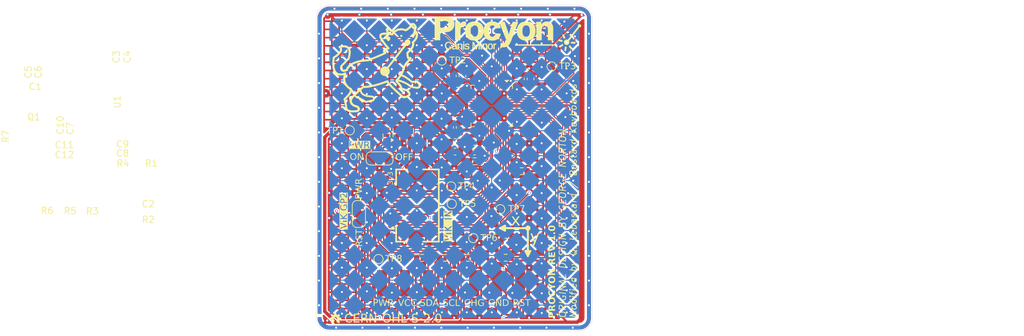
<source format=kicad_pcb>
(kicad_pcb (version 20240108) (generator "pcbnew") (generator_version "8.0")
  (title_block (title "Procyon") (date "2024-10-12") (rev "1") (company "George Norton"))
  (layers (0 "F.Cu" signal) (1 "In1.Cu" signal) (2 "In2.Cu" signal) (31 "B.Cu" signal) (34 "B.Paste" user) (35 "F.Paste" user) (36 "B.SilkS" user "B.Silkscreen") (37 "F.SilkS" user "F.Silkscreen") (38 "B.Mask" user) (39 "F.Mask" user) (44 "Edge.Cuts" user))
  (net 0 "")
  (net 1 "GND")
  (net 2 "/RESET")
  (net 3 "+3V3 IN")
  (net 4 "+3.3V")
  (net 5 "/DBG_DATA")
  (net 6 "/POWER_CONTROL")
  (net 7 "/CHANGE")
  (net 8 "/DBG_CLK")
  (net 9 "/SCL")
  (net 10 "/SDA")
  (net 11 "/X8")
  (net 12 "/Y9")
  (net 13 "/DBG_SS")
  (net 14 "/Y2")
  (net 16 "/Y4")
  (net 18 "/Y10")
  (net 19 "/Y11")
  (net 20 "/Y1")
  (net 21 "/X6")
  (net 22 "/X0")
  (net 23 "/X2")
  (net 24 "/Y6")
  (net 25 "/X5")
  (net 26 "/Y8")
  (net 27 "/X7")
  (net 28 "/X4")
  (net 29 "/Y7")
  (net 30 "/X9")
  (net 33 "/Guard")
  (net 34 "/X3")
  (net 35 "/Y0")
  (net 42 "/Y5")
  (net 44 "/X1")
  (net 53 "Net-(U1-EXCAP0)")
  (net 54 "Net-(U1-EXCAP1)")
  (net 55 "/XVDD")
  (net 56 "Net-(U1-VDDCORE)")
  (net 57 "Net-(J2-GPIO_AD2)")
  (net 61 "Net-(U1-TEST)")
  (net 62 "Net-(JP2-C)")
  (net 63 "/Y3")
  (footprint "TestPoint:TestPoint_Pad_D1.0mm" (layer "F.Cu") (at 82.884325 68.245897)
    (property "Reference" "TP1")
    (property "Value" "TestPoint")
  )
  (footprint "Resistor_SMD:R_0603_1608Metric" (layer "F.Cu") (at 101.894325 72.955897)
    (property "Reference" "R4")
    (property "Value" "10k")
  )
  (footprint "TestPoint:TestPoint_Pad_D1.0mm" (layer "F.Cu") (at 87.265 87.855)
    (property "Reference" "TP8")
    (property "Value" "TestPoint")
  )
  (footprint "Capacitor_SMD:C_0603_1608Metric" (layer "F.Cu") (at 100.034325 59.965897 90)
    (property "Reference" "C6")
    (property "Value" "1µ")
  )
  (footprint "Capacitor_SMD:C_0603_1608Metric" (layer "F.Cu") (at 110.402099 60.4099 -90)
    (property "Reference" "C4")
    (property "Value" "2.2µ")
  )
  (footprint "TestPoint:TestPoint_Pad_D1.0mm" (layer "F.Cu") (at 101.684325 84.655897)
    (property "Reference" "TP6")
    (property "Value" "TestPoint")
  )
  (footprint "NetTie:NetTie-2_SMD_Pad0.5mm" (layer "F.Cu") (at 79.114325 97.575897 -135)
    (property "Reference" "NT1" (hide yes))
    (property "Value" "NetTie_2" (hide yes))
  )
  (footprint "Capacitor_SMD:C_0603_1608Metric" (layer "F.Cu") (at 98.154325 67.805897 -90)
    (property "Reference" "C10")
    (property "Value" "2.2µ")
  )
  (footprint "TestPoint:TestPoint_Pad_D1.0mm" (layer "F.Cu") (at 113.594325 58.505897)
    (property "Reference" "TP3")
    (property "Value" "TestPoint")
  )
  (footprint "Capacitor_SMD:C_0603_1608Metric" (layer "F.Cu") (at 108.927099 60.4099 -90)
    (property "Reference" "C3")
    (property "Value" "22n")
  )
  (footprint "Capacitor_SMD:C_0603_1608Metric" (layer "F.Cu") (at 98.904325 71.485897)
    (property "Reference" "C12")
    (property "Value" "1µ")
  )
  (footprint "Resistor_SMD:R_0603_1608Metric" (layer "F.Cu") (at 97.377099 87.67)
    (property "Reference" "R5")
    (property "Value" "3.3k")
  )
  (footprint "TestPoint:TestPoint_Pad_D1.0mm" (layer "F.Cu") (at 98.414325 79.445897)
    (property "Reference" "TP5")
    (property "Value" "TestPoint")
  )
  (footprint "Capacitor_SMD:C_0603_1608Metric" (layer "F.Cu") (at 98.574325 59.965897 90)
    (property "Reference" "C5")
    (property "Value" "22n")
  )
  (footprint "Resistor_SMD:R_0603_1608Metric" (layer "F.Cu") (at 88.464325 69.025897 90)
    (property "Reference" "R7")
    (property "Value" "2M")
  )
  (footprint "Package_TO_SOT_SMD:SOT-23" (layer "F.Cu") (at 91.044325 68.565897 90)
    (property "Reference" "Q1")
    (property "Value" "AO3401A")
  )
  (footprint "Jumper:SolderJumper-3_P1.3mm_Bridged12_RoundedPad1.0x1.5mm_NumberLabels" (layer "F.Cu") (at 87.434325 72.525897)
    (property "Reference" "JP2")
    (property "Value" "PWR")
  )
  (footprint "Capacitor_SMD:C_0603_1608Metric" (layer "F.Cu") (at 98.904325 70.015897)
    (property "Reference" "C11")
    (property "Value" "22n")
  )
  (footprint "Resistor_SMD:R_0603_1608Metric" (layer "F.Cu") (at 106.614325 87.655897 180)
    (property "Reference" "R2")
    (property "Value" "10k")
  )
  (footprint "TestPoint:TestPoint_Pad_D1.0mm" (layer "F.Cu") (at 105.794325 80.265897)
    (property "Reference" "TP7")
    (property "Value" "TestPoint")
  )
  (footprint "Resistor_SMD:R_0603_1608Metric" (layer "F.Cu") (at 100.877099 87.67)
    (property "Reference" "R3")
    (property "Value" "10k")
  )
  (footprint "Capacitor_SMD:C_0603_1608Metric" (layer "F.Cu") (at 99.284325 62.185897 180)
    (property "Reference" "C1")
    (property "Value" "2.2nF")
  )
  (footprint "TestPoint:TestPoint_Pad_D1.0mm" (layer "F.Cu") (at 96.894325 57.615897)
    (property "Reference" "TP2")
    (property "Value" "TestPoint")
  )
  (footprint "Capacitor_SMD:C_0603_1608Metric" (layer "F.Cu") (at 99.614325 67.805897 -90)
    (property "Reference" "C7")
    (property "Value" "22n")
  )
  (footprint "vik:vik-module-connector-horizontal" (layer "F.Cu") (at 92.14792 79.700001 90)
    (property "Reference" "J2" (hide yes))
    (property "Value" "~")
  )
  (footprint "Capacitor_SMD:C_0603_1608Metric" (layer "F.Cu") (at 101.887899 70.0099)
    (property "Reference" "C9")
    (property "Value" "22n")
  )
  (footprint "TestPoint:TestPoint_Pad_D1.0mm" (layer "F.Cu") (at 98.314325 76.785897)
    (property "Reference" "TP4")
    (property "Value" "TestPoint")
  )
  (footprint "Capacitor_SMD:C_0603_1608Metric" (layer "F.Cu") (at 106.634325 85.191794)
    (property "Reference" "C2")
    (property "Value" "10nF")
  )
  (footprint "MaxTouch:QFN-56_EP_6x6_Pitch0.35mm" (layer "F.Cu") (at 104.482899 64.514899 -90)
    (property "Reference" "U1")
    (property "Value" "mXT336UD-MAU002")
  )
  (footprint "Test Pads:Test Pads" (layer "F.Cu") (at 98.302099 91.54502)
    (property "Reference" "J1" (hide yes))
    (property "Value" "Conn_01x07_Pin")
  )
  (footprint "Jumper:SolderJumper-3_P1.3mm_Bridged12_RoundedPad1.0x1.5mm_NumberLabels" (layer "F.Cu") (at 84.277099 80.99502 -90)
    (property "Reference" "JP1")
    (property "Value" "VIK GP2")
  )
  (footprint "Resistor_SMD:R_0603_1608Metric" (layer "F.Cu") (at 93.902099 87.67)
    (property "Reference" "R6")
    (property "Value" "3.3k")
  )
  (footprint "Capacitor_SMD:C_0603_1608Metric" (layer "F.Cu") (at 101.884325 71.475897)
    (property "Reference" "C8")
    (property "Value" "2.2µ")
  )
  (footprint "Resistor_SMD:R_0603_1608Metric" (layer "F.Cu") (at 109.052099 74.47002 180)
    (property "Reference" "R1")
    (property "Value" "10k")
  )
  (gr_line (start 81.622819 58.918999) (end 81.637676 58.957388) (stroke (width 0.299999)) (layer "F.SilkS"))
  (gr_line (start 93.424548 61.182983) (end 93.40684 61.14243) (stroke (width 0.274999)) (layer "F.SilkS"))
  (gr_line (start 92.499763 61.655152) (end 92.620835 61.68384) (stroke (width 0.274999)) (layer "F.SilkS"))
  (gr_line (start 81.055749 59.654029) (end 80.965289 59.607097) (stroke (width 0.299999)) (layer "F.SilkS"))
  (gr_line (start 82.862149 56.692314) (end 82.82913 56.884293) (stroke (width 0.299999)) (layer "F.SilkS"))
  (gr_line (start 82.536053 58.826714) (end 82.562447 58.776894) (stroke (width 0.299999)) (layer "F.SilkS"))
  (gr_line (start 83.600004 62.87733) (end 83.450137 63.039964) (stroke (width 0.299999)) (layer "F.SilkS"))
  (gr_line (start 115.148791 54.626934) (end 114.718283 54.502285) (stroke (width 0.278285)) (layer "F.SilkS"))
  (gr_line (start 80.386422 58.040276) (end 80.395349 57.774977) (stroke (width 0.299999)) (layer "F.SilkS"))
  (gr_line (start 82.257529 64.106567) (end 82.236161 63.996046) (stroke (width 0.299999)) (layer "F.SilkS"))
  (gr_line (start 84.2396 65.115375) (end 84.219169 65.148594) (stroke (width 0.299999)) (layer "F.SilkS"))
  (gr_line (start 80.456745 57.16822) (end 80.529249 57.122572) (stroke (width 0.299999)) (layer "F.SilkS"))
  (gr_line (start 89.335382 61.652347) (end 89.1474 61.459925) (stroke (width 0.299999)) (layer "F.SilkS"))
  (gr_line (start 116.362902 55.440151) (end 116.642027 55.790798) (stroke (width 0.278285)) (layer "F.SilkS"))
  (gr_line (start 92.896966 52.640896) (end 92.537982 53.985745) (stroke (width 0.299999)) (layer "F.SilkS"))
  (gr_line (start 91.862645 57.273755) (end 91.885892 57.284159) (stroke (width 0.299999)) (layer "F.SilkS"))
  (gr_line (start 89.345611 53.075241) (end 89.451464 53.143084) (stroke (width 0.299999)) (layer "F.SilkS"))
  (gr_line (start 91.780976 57.71888) (end 91.745111 57.753835) (stroke (width 0.299999)) (layer "F.SilkS"))
  (gr_line (start 84.239158 64.850329) (end 84.251789 64.876249) (stroke (width 0.299999)) (layer "F.SilkS"))
  (gr_line (start 88.60051 53.129834) (end 88.569264 53.059782) (stroke (width 0.299999)) (layer "F.SilkS"))
  (gr_line (start 91.975151 62.682935) (end 91.983235 62.750606) (stroke (width 0.299999)) (layer "F.SilkS"))
  (gr_line (start 115.756117 55.596051) (end 115.680579 56.037831) (stroke (width 0.278285)) (layer "F.SilkS"))
  (gr_line (start 88.634337 60.807507) (end 88.627154 60.769446) (stroke (width 0.299999)) (layer "F.SilkS"))
  (gr_line (start 80.523031 59.028057) (end 80.474584 58.872156) (stroke (width 0.299999)) (layer "F.SilkS"))
  (gr_line (start 87.014476 61.302898) (end 86.715901 61.382325) (stroke (width 0.299999)) (layer "F.SilkS"))
  (gr_line (start 81.596105 58.601884) (end 81.591717 58.676096) (stroke (width 0.299999)) (layer "F.SilkS"))
  (gr_line (start 91.218969 58.484564) (end 91.188765 58.555142) (stroke (width 0.299999)) (layer "F.SilkS"))
  (gr_line (start 82.278152 63.323293) (end 82.365948 63.235282) (stroke (width 0.299999)) (layer "F.SilkS"))
  (gr_line (start 82.630601 65.204371) (end 82.573539 65.166828) (stroke (width 0.299999)) (layer "F.SilkS"))
  (gr_line (start 91.444149 52.976535) (end 91.524342 52.930687) (stroke (width 0.299999)) (layer "F.SilkS"))
  (gr_line (start 90.629187 61.521781) (end 90.658065 61.582361) (stroke (width 0.299999)) (layer "F.SilkS"))
  (gr_line (start 81.603785 58.537465) (end 81.596105 58.601884) (stroke (width 0.299999)) (layer "F.SilkS"))
  (gr_line (start 93.505072 61.53912) (end 93.505967 61.489883) (stroke (width 0.274999)) (layer "F.SilkS"))
  (gr_line (start 92.050892 57.242468) (end 92.071185 57.235952) (stroke (width 0.299999)) (layer "F.SilkS"))
  (gr_line (start 84.219169 65.148594) (end 84.193479 65.182408) (stroke (width 0.299999)) (layer "F.SilkS"))
  (gr_line (start 80.580216 59.165235) (end 80.523031 59.028057) (stroke (width 0.299999)) (layer "F.SilkS"))
  (gr_line (start 91.876634 56.243537) (end 91.775041 56.337618) (stroke (width 0.299999)) (layer "F.SilkS"))
  (gr_line (start 81.859092 59.14648) (end 81.911175 59.156346) (stroke (width 0.299999)) (layer "F.SilkS"))
  (gr_line (start 80.717152 59.387629) (end 80.645227 59.284742) (stroke (width 0.299999)) (layer "F.SilkS"))
  (gr_line (start 82.373762 64.897238) (end 82.354725 64.82503) (stroke (width 0.299999)) (layer "F.SilkS"))
  (gr_line (start 93.154598 60.886845) (end 93.120359 60.874173) (stroke (width 0.274999)) (layer "F.SilkS"))
  (gr_line (start 82.692094 65.237093) (end 82.630601 65.204371) (stroke (width 0.299999)) (layer "F.SilkS"))
  (gr_line (start 80.474584 58.872156) (end 80.435788 58.696479) (stroke (width 0.299999)) (layer "F.SilkS"))
  (gr_line (start 89.419896 53.519374) (end 89.472571 53.448988) (stroke (width 0.299999)) (layer "F.SilkS"))
  (gr_line (start 88.326047 55.892349) (end 88.381994 55.867327) (stroke (width 0.299999)) (layer "F.SilkS"))
  (gr_line (start 92.213063 52.309102) (end 92.23611 52.26769) (stroke (width 0.299999)) (layer "F.SilkS"))
  (gr_line (start 81.342536 55.543223) (end 81.433503 55.515589) (stroke (width 0.299999)) (layer "F.SilkS"))
  (gr_line (start 91.153653 52.909653) (end 91.281585 52.946263) (stroke (width 0.299999)) (layer "F.SilkS"))
  (gr_line (start 83.321281 58.091199) (end 83.445709 58.028495) (stroke (width 0.299999)) (layer "F.SilkS"))
  (gr_line (start 90.584325 52.851471) (end 90.688936 52.848229) (stroke (width 0.299999)) (layer "F.SilkS"))
  (gr_line (start 84.265957 65.050899) (end 84.255091 65.082796) (stroke (width 0.299999)) (layer "F.SilkS"))
  (gr_line (start 93.002862 54.189817) (end 92.964982 54.265461) (stroke (width 0.299999)) (layer "F.SilkS"))
  (gr_line (start 82.067405 55.439544) (end 82.152805 55.447233) (stroke (width 0.299999)) (layer "F.SilkS"))
  (gr_line (start 90.022322 60.744699) (end 90.035306 60.771451) (stroke (width 0.299999)) (layer "F.SilkS"))
  (gr_line (start 91.910887 57.289173) (end 91.937691 57.288393) (stroke (width 0.299999)) (layer "F.SilkS"))
  (gr_poly (pts (xy 109.813485 51.714798) (xy 109.892533 51.719042) (xy 109.969122 51.726116) (xy 110.043253 51.736018) (xy 110.114925 51.748751) (xy 110.184138 51.764312) (xy 110.250893 51.782703) (xy 110.315189 51.803924) (xy 110.377026 51.827974) (xy 110.436405 51.854853) (xy 110.493325 51.884562) (xy 110.547786 51.9171) (xy 110.599789 51.952467) (xy 110.649333 51.990664) (xy 110.696419 52.031691) (xy 110.741045 52.075547) (xy 110.783389 52.121745) (xy 110.823001 52.170421) (xy 110.859881 52.221575) (xy 110.894029 52.275207) (xy 110.925446 52.331317) (xy 110.95413 52.389906) (xy 110.980083 52.450972) (xy 111.003304 52.514517) (xy 111.023793 52.58054) (xy 111.04155 52.649041) (xy 111.056575 52.72002) (xy 111.068868 52.793477) (xy 111.07843 52.869412) (xy 111.08526 52.947826) (xy 111.089357 53.028718) (xy 111.090723 53.112088) (xy 111.090721 53.112092) (xy 111.089297 53.1931) (xy 111.085024 53.271904) (xy 111.077901 53.348503) (xy 111.06793 53.422897) (xy 111.05511 53.495086) (xy 111.039441 53.565071) (xy 111.020923 53.63285) (xy 110.999556 53.698424) (xy 110.97534 53.761793) (xy 110.948276 53.822957) (xy 110.918362 53.881917) (xy 110.885599 53.938671) (xy 110.849988 53.993221) (xy 110.811527 54.045565) (xy 110.770218 54.095705) (xy 110.726059 54.143639) (xy 110.679384 54.188705) (xy 110.630522 54.230863) (xy 110.579476 54.270114) (xy 110.526244 54.306457) (xy 110.470826 54.339893) (xy 110.413223 54.370421) (xy 110.353434 54.398042) (xy 110.29146 54.422755) (xy 110.2273 54.444561) (xy 110.160955 54.463459) (xy 110.092425 54.47945) (xy 110.021709 54.492534) (xy 109.948807 54.50271) (xy 109.87372 54.509978) (xy 109.796448 54.514339) (xy 109.71699 54.515793) (xy 109.639064 54.51433) (xy 109.563265 54.509939) (xy 109.489593 54.502622) (xy 109.418048 54.492377) (xy 109.34863 54.479206) (xy 109.281339 54.463107) (xy 109.216174 54.444082) (xy 109.153137 54.42213) (xy 109.092226 54.39725) (xy 109.033443 54.369444) (xy 108.976786 54.338711) (xy 108.922256 54.305051) (xy 108.869854 54.268463) (xy 108.819578 54.228949) (xy 108.771429 54.186508) (xy 108.725407 54.14114) (xy 108.681853 54.093216) (xy 108.64111 54.043105) (xy 108.603176 53.99081) (xy 108.568052 53.936329) (xy 108.535739 53.879662) (xy 108.506235 53.82081) (xy 108.479541 53.759772) (xy 108.455657 53.696549) (xy 108.434582 53.631141) (xy 108.416318 53.563547) (xy 108.400864 53.493768) (xy 108.388219 53.421804) (xy 108.378385 53.347654) (xy 108.37136 53.271318) (xy 108.367145 53.192798) (xy 108.36574 53.112092) (xy 109.10256 53.112092) (xy 109.103165 53.167763) (xy 109.10498 53.221756) (xy 109.108004 53.274071) (xy 109.112239 53.324708) (xy 109.117683 53.373666) (xy 109.124337 53.420947) (xy 109.132201 53.466549) (xy 109.141274 53.510474) (xy 109.151558 53.55272) (xy 109.163051 53.593288) (xy 109.175754 53.632178) (xy 109.189667 53.669389) (xy 109.204789 53.704923) (xy 109.221122 53.738778) (xy 109.238664 53.770955) (xy 109.257416 53.801453) (xy 109.277622 53.829884) (xy 109.298901 53.85648) (xy 109.321253 53.881242) (xy 109.332832 53.892936) (xy 109.344679 53.90417) (xy 109.356794 53.914946) (xy 109.369177 53.925264) (xy 109.381829 53.935123) (xy 109.394749 53.944524) (xy 109.407938 53.953466) (xy 109.421395 53.961949) (xy 109.43512 53.969974) (xy 109.449113 53.97754) (xy 109.463375 53.984648) (xy 109.477905 53.991297) (xy 109.492703 53.997488) (xy 109.50777 54.00322) (xy 109.523105 54.008493) (xy 109.538708 54.013308) (xy 109.57072 54.021562) (xy 109.603804 54.027982) (xy 109.637962 54.032568) (xy 109.673193 54.035319) (xy 109.709498 54.036236) (xy 109.749297 54.035334) (xy 109.787834 54.032626) (xy 109.825106 54.028114) (xy 109.861116 54.021797) (xy 109.895861 54.013674) (xy 109.929344 54.003747) (xy 109.961562 53.992015) (xy 109.992518 53.978477) (xy 110.022209 53.963135) (xy 110.050638 53.945988) (xy 110.077803 53.927035) (xy 110.103704 53.906278) (xy 110.128342 53.883716) (xy 110.151716 53.859349) (xy 110.173827 53.833177) (xy 110.194675 53.8052) (xy 110.214258 53.775418) (xy 110.232579 53.74383) (xy 110.249636 53.710438) (xy 110.265429 53.675241) (xy 110.279959 53.638239) (xy 110.293226 53.599432) (xy 110.305229 53.55882) (xy 110.315969 53.516403) (xy 110.325445 53.472181) (xy 110.333657 53.426154) (xy 110.340606 53.378322) (xy 110.346292 53.328685) (xy 110.350714 53.277244) (xy 110.353873 53.223997) (xy 110.355768 53.168945) (xy 110.3564 53.11209) (xy 110.355785 53.052869) (xy 110.353941 52.995715) (xy 110.350868 52.940629) (xy 110.346565 52.887611) (xy 110.341033 52.836662) (xy 110.334272 52.787782) (xy 110.326281 52.740969) (xy 110.317061 52.696225) (xy 110.306612 52.65355) (xy 110.294933 52.612942) (xy 110.282025 52.574404) (xy 110.267888 52.537933) (xy 110.252521 52.503531) (xy 110.235925 52.471198) (xy 110.2181 52.440932) (xy 110.199045 52.412736) (xy 110.17882 52.386423) (xy 110.157483 52.361807) (xy 110.135033 52.338889) (xy 110.111471 52.317669) (xy 110.086796 52.298146) (xy 110.06101 52.280321) (xy 110.034111 52.264194) (xy 110.0061 52.249764) (xy 109.976976 52.237031) (xy 109.94674 52.225997) (xy 109.915392 52.21666) (xy 109.882932 52.20902) (xy 109.84936 52.203078) (xy 109.814675 52.198834) (xy 109.778878 52.196288) (xy 109.741968 52.195439) (xy 109.70263 52.196334) (xy 109.66454 52.19902) (xy 109.627699 52.203496) (xy 109.592107 52.209762) (xy 109.557764 52.217818) (xy 109.52467 52.227665) (xy 109.492824 52.239302) (xy 109.462228 52.25273) (xy 109.43288 52.267947) (xy 109.404781 52.284956) (xy 109.377931 52.303754) (xy 109.352329 52.324343) (xy 109.327977 52.346722) (xy 109.304873 52.370892) (xy 109.283019 52.396851) (xy 109.262413 52.424602) (xy 109.243056 52.454142) (xy 109.224947 52.485473) (xy 109.208088 52.518594) (xy 109.192477 52.553506) (xy 109.178116 52.590208) (xy 109.165003 52.6287) (xy 109.153139 52.668983) (xy 109.142523 52.711056) (xy 109.133157 52.754919) (xy 109.12504 52.800572) (xy 109.118171 52.848016) (xy 109.112551 52.897251) (xy 109.10818 52.948275) (xy 109.105058 53.00109) (xy 109.103185 53.055696) (xy 109.10256 53.112092) (xy 108.36574 53.112092) (xy 108.367145 53.031697) (xy 108.37136 52.953488) (xy 108.378385 52.877465) (xy 108.388219 52.803627) (xy 108.400864 52.731974) (xy 108.416318 52.662507) (xy 108.434582 52.595225) (xy 108.455657 52.530129) (xy 108.479541 52.467218) (xy 108.506235 52.406493) (xy 108.535739 52.347953) (xy 108.568052 52.291599) (xy 108.603176 52.23743) (xy 108.64111 52.185446) (xy 108.681853 52.135649) (xy 108.725407 52.088036) (xy 108.771487 52.042668) (xy 108.819812 52.000227) (xy 108.87038 51.960713) (xy 108.923193 51.924126) (xy 108.97825 51.890466) (xy 109.03555 51.859733) (xy 109.095095 51.831926) (xy 109.156884 51.807047) (xy 109.220916 51.785095) (xy 109.287193 51.766069) (xy 109.355714 51.749971) (xy 109.426478 51.736799) (xy 109.499487 51.726555) (xy 109.57474 51.719237) (xy 109.652237 51.714847) (xy 109.731978 51.713383)) (stroke (width 0.124999)) (fill solid) (layer "F.SilkS"))
  (gr_line (start 93.38797 61.10489) (end 93.36787 61.070269) (stroke (width 0.274999)) (layer "F.SilkS"))
  (gr_poly (pts (xy 110.141039 86.718028) (xy 110.140855 86.725466) (xy 110.140305 86.732853) (xy 110.139395 86.740178) (xy 110.13813 86.747428) (xy 110.136515 86.75459) (xy 110.134555 86.761653) (xy 110.132255 86.768604) (xy 110.129621 86.77543) (xy 110.126656 86.78212) (xy 110.123368 86.788661) (xy 110.11976 86.795041) (xy 110.115837 86.801248) (xy 110.111605 86.807269) (xy 110.107069 86.813091) (xy 110.102234 86.818704) (xy 110.097105 86.824094) (xy 110.091715 86.829223) (xy 110.086103 86.834058) (xy 110.08028 86.838594) (xy 110.074259 86.842826) (xy 110.068053 86.846749) (xy 110.061673 86.850357) (xy 110.055132 86.853646) (xy 110.048442 86.85661) (xy 110.041615 86.859244) (xy 110.034664 86.861544) (xy 110.027602 86.863504) (xy 110.020439 86.865119) (xy 110.013189 86.866384) (xy 110.005865 86.867294) (xy 109.998477 86.867843) (xy 109.991039 86.868028) (xy 109.983601 86.867843) (xy 109.976213 86.867294) (xy 109.968889 86.866384) (xy 109.961639 86.865119) (xy 109.954476 86.863504) (xy 109.947414 86.861544) (xy 109.940463 86.859244) (xy 109.933636 86.85661) (xy 109.926946 86.853646) (xy 109.920405 86.850357) (xy 109.914025 86.846749) (xy 109.907819 86.842826) (xy 109.901798 86.838594) (xy 109.895975 86.834058) (xy 109.890363 86.829223) (xy 109.884973 86.824094) (xy 109.879844 86.818704) (xy 109.875009 86.813091) (xy 109.870473 86.807269) (xy 109.866241 86.801248) (xy 109.862318 86.795041) (xy 109.85871 86.788661) (xy 109.855422 86.78212) (xy 109.852457 86.77543) (xy 109.849823 86.768604) (xy 109.847523 86.761653) (xy 109.845563 86.75459) (xy 109.843948 86.747428) (xy 109.842683 86.740178) (xy 109.841773 86.732853) (xy 109.841223 86.725466) (xy 109.841039 86.718028) (xy 109.841039 83.296153) (xy 106.419164 83.296153) (xy 106.411726 83.295968) (xy 106.404338 83.295419) (xy 106.397014 83.294509) (xy 106.389764 83.293244) (xy 106.382601 83.291629) (xy 106.375539 83.289669) (xy 106.368588 83.287369) (xy 106.361761 83.284735) (xy 106.355071 83.281771) (xy 106.34853 83.278482) (xy 106.34215 83.274874) (xy 106.335944 83.270951) (xy 106.329923 83.266719) (xy 106.3241 83.262183) (xy 106.318488 83.257348) (xy 106.313098 83.252219) (xy 106.307969 83.246829) (xy 106.303134 83.241216) (xy 106.298598 83.235394) (xy 106.294366 83.229373) (xy 106.290443 83.223166) (xy 106.286835 83.216786) (xy 106.283547 83.210245) (xy 106.280582 83.203555) (xy 106.277948 83.196729) (xy 106.275648 83.189778) (xy 106.273688 83.182715) (xy 106.272073 83.175553) (xy 106.270808 83.168303) (xy 106.269898 83.160978) (xy 106.269348 83.153591) (xy 106.269164 83.146153) (xy 106.269348 83.138715) (xy 106.269898 83.131327) (xy 106.270808 83.124002) (xy 106.272073 83.116752) (xy 106.273688 83.10959) (xy 106.275648 83.102527) (xy 106.277948 83.095577) (xy 106.280582 83.08875) (xy 106.283547 83.08206) (xy 106.286835 83.075519) (xy 106.290443 83.069139) (xy 106.294366 83.062933) (xy 106.298598 83.056912) (xy 106.303134 83.051089) (xy 106.307969 83.045476) (xy 106.313098 83.040087) (xy 106.318488 83.034957) (xy 106.3241 83.030122) (xy 106.329923 83.025586) (xy 106.335944 83.021354) (xy 106.34215 83.017432) (xy 106.34853 83.013823) (xy 106.355071 83.010535) (xy 106.361761 83.007571) (xy 106.368588 83.004936) (xy 106.375539 83.002636) (xy 106.382601 83.000676) (xy 106.389764 82.999061) (xy 106.397014 82.997797) (xy 106.404338 82.996887) (xy 106.411726 82.996337) (xy 106.419164 82.996153) (xy 110.141039 82.996153)) (stroke (width -0.000001)) (fill solid) (layer "F.SilkS"))
  (gr_line (start 82.410837 61.427618) (end 82.355646 61.354174) (stroke (width 0.299999)) (layer "F.SilkS"))
  (gr_line (start 89.144649 52.96663) (end 89.216724 53.002656) (stroke (width 0.299999)) (layer "F.SilkS"))
  (gr_line (start 92.438803 52.03536) (end 92.468234 52.036115) (stroke (width 0.299999)) (layer "F.SilkS"))
  (gr_line (start 82.158021 63.678324) (end 82.127138 63.583701) (stroke (width 0.299999)) (layer "F.SilkS"))
  (gr_line (start 83.961591 64.600745) (end 83.987128 64.614673) (stroke (width 0.299999)) (layer "F.SilkS"))
  (gr_line (start 92.823344 60.834968) (end 92.718008 60.836803) (stroke (width 0.274999)) (layer "F.SilkS"))
  (gr_line (start 91.953919 57.522042) (end 91.909664 57.576165) (stroke (width 0.299999)) (layer "F.SilkS"))
  (gr_line (start 88.294167 56.430182) (end 88.300924 56.414129) (stroke (width 0.299999)) (layer "F.SilkS"))
  (gr_line (start 91.041669 58.982155) (end 90.990474 59.133592) (stroke (width 0.299999)) (layer "F.SilkS"))
  (gr_line (start 92.108789 57.284203) (end 92.101792 57.301775) (stroke (width 0.299999)) (layer "F.SilkS"))
  (gr_line (start 80.390795 58.281592) (end 80.386422 58.040276) (stroke (width 0.299999)) (layer "F.SilkS"))
  (gr_line (start 92.087323 57.233243) (end 92.099518 57.234114) (stroke (width 0.299999)) (layer "F.SilkS"))
  (gr_line (start 83.927205 62.549506) (end 83.760532 62.712827) (stroke (width 0.299999)) (layer "F.SilkS"))
  (gr_line (start 91.680556 56.746212) (end 91.690623 56.832236) (stroke (width 0.299999)) (layer "F.SilkS"))
  (gr_line (start 83.200453 63.347415) (end 83.151752 63.418341) (stroke (width 0.299999)) (layer "F.SilkS"))
  (gr_line (start 80.965289 59.607097) (end 80.878095 59.547755) (stroke (width 0.299999)) (layer "F.SilkS"))
  (gr_line (start 83.422501 64.400553) (end 83.481362 64.436329) (stroke (width 0.299999)) (layer "F.SilkS"))
  (gr_line (start 83.109668 63.486129) (end 83.074766 63.550398) (stroke (width 0.299999)) (layer "F.SilkS"))
  (gr_line (start 88.653645 60.85417) (end 88.634337 60.807507) (stroke (width 0.299999)) (layer "F.SilkS"))
  (gr_line (start 91.289941 58.341007) (end 91.252484 58.413293) (stroke (width 0.299999)) (layer "F.SilkS"))
  (gr_line (start 91.913393 62.501803) (end 91.939767 62.558634) (stroke (width 0.299999)) (layer "F.SilkS"))
  (gr_line (start 90.990474 59.133592) (end 90.929773 59.293884) (stroke (width 0.299999)) (layer "F.SilkS"))
  (gr_line (start 88.213334 56.358659) (end 88.185989 56.328845) (stroke (width 0.299999)) (layer "F.SilkS"))
  (gr_line (start 88.588149 52.821842) (end 88.613536 52.815174) (stroke (width 0.299999)) (layer "F.SilkS"))
  (gr_line (start 82.093757 63.498056) (end 82.278152 63.323293) (stroke (width 0.299999)) (layer "F.SilkS"))
  (gr_line (start 88.517874 55.819599) (end 88.598642 55.797136) (stroke (width 0.299999)) (layer "F.SilkS"))
  (gr_line (start 80.407554 58.499975) (end 80.390795 58.281592) (stroke (width 0.299999)) (layer "F.SilkS"))
  (gr_line (start 83.040599 63.685268) (end 83.040499 63.737785) (stroke (width 0.299999)) (layer "F.SilkS"))
  (gr_line (start 81.536041 55.489956) (end 81.666688 55.464364) (stroke (width 0.299999)) (layer "F.SilkS"))
  (gr_line (start 88.637599 53.202023) (end 88.60051 53.129834) (stroke (width 0.299999)) (layer "F.SilkS"))
  (gr_line (start 92.099548 52.466475) (end 92.130685 52.428459) (stroke (width 0.299999)) (layer "F.SilkS"))
  (gr_line (start 91.845592 62.398272) (end 91.881846 62.448383) (stroke (width 0.299999)) (layer "F.SilkS"))
  (gr_poly (pts (xy 84.551197 62.096883) (xy 84.558673 62.193399) (xy 84.575255 62.283367) (xy 84.600308 62.367015) (xy 84.633198 62.444574) (xy 84.673291 62.516273) (xy 84.719953 62.582342) (xy 84.772551 62.643009) (xy 84.83045 62.698504) (xy 84.893017 62.749057) (xy 84.959616 62.794896) (xy 85.029615 62.836253) (xy 85.10238 62.873355) (xy 85.177276 62.906433) (xy 85.253669 62.935716) (xy 85.330926 62.961433) (xy 85.485495 63.003088) (xy 85.635909 63.033233) (xy 85.777098 63.053704) (xy 85.903989 63.066338) (xy 86.094592 63.075432) (xy 86.167143 63.0752) (xy 86.221895 63.082225) (xy 86.271597 63.0918) (xy 86.316468 63.103744) (xy 86.356724 63.117873) (xy 86.392582 63.134007) (xy 86.424259 63.151964) (xy 86.451973 63.171562) (xy 86.47594 63.192619) (xy 86.496378 63.214952) (xy 86.513504 63.238381) (xy 86.527535 63.262724) (xy 86.538688 63.287797) (xy 86.54718 63.313421) (xy 86.553229 63.339412) (xy 86.557051 63.365589) (xy 86.558864 63.39177) (xy 86.558885 63.417774) (xy 86.557331 63.443417) (xy 86.554419 63.46852) (xy 86.550367 63.492899) (xy 86.539707 63.538759) (xy 86.527091 63.579543) (xy 86.514254 63.613797) (xy 86.502935 63.640065) (xy 86.491794 63.662826) (xy 85.330061 63.91253) (xy 85.215045 63.827652) (xy 85.096857 63.747803) (xy 84.97696 63.673045) (xy 84.856815 63.603438) (xy 84.737883 63.539045) (xy 84.621625 63.479928) (xy 84.509503 63.426148) (xy 84.402979 63.377767) (xy 84.303514 63.334846) (xy 84.212569 63.297448) (xy 84.062087 63.239467) (xy 83.927671 63.192489) (xy 83.632865 62.855903) (xy 84.55346 61.993589)) (stroke (width 0.274999)) (fill none) (layer "F.SilkS"))
  (gr_line (start 92.358739 55.670631) (end 92.311745 55.743283) (stroke (width 0.299999)) (layer "F.SilkS"))
  (gr_line (start 82.365948 63.235282) (end 82.462777 63.134484) (stroke (width 0.299999)) (layer "F.SilkS"))
  (gr_line (start 82.82913 56.884293) (end 82.780798 57.094101) (stroke (width 0.299999)) (layer "F.SilkS"))
  (gr_line (start 91.998178 52.5746) (end 92.033074 52.539589) (stroke (width 0.299999)) (layer "F.SilkS"))
  (gr_line (start 92.940471 53.240903) (end 92.96734 53.278992) (stroke (width 0.299999)) (layer "F.SilkS"))
  (gr_line (start 82.467826 61.495975) (end 82.410837 61.427618) (stroke (width 0.299999)) (layer "F.SilkS"))
  (gr_poly (pts (xy 102.967109 55.89415) (xy 102.826188 55.89415) (xy 102.826188 55.047055) (xy 102.967109 55.047055)) (stroke (width 0.049999)) (fill solid) (layer "F.SilkS"))
  (gr_line (start 90.569473 59.961942) (end 90.490803 60.075276) (stroke (width 0.299999)) (layer "F.SilkS"))
  (gr_line (start 90.484267 52.861091) (end 90.584325 52.851471) (stroke (width 0.299999)) (layer "F.SilkS"))
  (gr_line (start 93.092104 53.910138) (end 93.078264 53.976475) (stroke (width 0.299999)) (layer "F.SilkS"))
  (gr_line (start 84.958645 61.636399) (end 84.694688 61.857458) (stroke (width 0.299999)) (layer "F.SilkS"))
  (gr_line (start 81.817995 55.444753) (end 81.982516 55.437063) (stroke (width 0.299999)) (layer "F.SilkS"))
  (gr_line (start 92.390618 61.626304) (end 92.499763 61.655152) (stroke (width 0.274999)) (layer "F.SilkS"))
  (gr_line (start 91.188765 58.555142) (end 91.135759 58.695514) (stroke (width 0.299999)) (layer "F.SilkS"))
  (gr_poly (pts (xy 97.521089 50.947744) (xy 97.596654 50.951169) (xy 97.669936 50.956876) (xy 97.740935 50.964867) (xy 97.809651 50.97514) (xy 97.876083 50.987697) (xy 97.940233 51.002537) (xy 98.0021 51.019659) (xy 98.061683 51.039065) (xy 98.118984 51.060754) (xy 98.174002 51.084726) (xy 98.226736 51.110981) (xy 98.277188 51.139519) (xy 98.325356 51.17034) (xy 98.371241 51.203444) (xy 98.414844 51.238831) (xy 98.45628 51.275995) (xy 98.495043 51.315051) (xy 98.531133 51.356) (xy 98.564549 51.398841) (xy 98.595292 51.443575) (xy 98.623362 51.490203) (xy 98.648759 51.538722) (xy 98.671482 51.589135) (xy 98.691532 51.64144) (xy 98.708908 51.695638) (xy 98.723611 51.751729) (xy 98.735641 51.809713) (xy 98.744998 51.869589) (xy 98.751681 51.931358) (xy 98.755691 51.99502) (xy 98.757028 52.060574) (xy 98.757028 52.060578) (xy 98.756423 52.102756) (xy 98.754608 52.144367) (xy 98.751584 52.185413) (xy 98.747349 52.225893) (xy 98.741905 52.265807) (xy 98.735251 52.305155) (xy 98.727387 52.343938) (xy 98.718314 52.382154) (xy 98.70803 52.419805) (xy 98.696537 52.45689) (xy 98.683834 52.493408) (xy 98.669921 52.529362) (xy 98.654798 52.564749) (xy 98.638465 52.59957) (xy 98.620922 52.633826) (xy 98.60217 52.667515) (xy 98.582286 52.700454) (xy 98.561348 52.732456) (xy 98.539357 52.763521) (xy 98.516311 52.793649) (xy 98.492213 52.822841) (xy 98.46706 52.851096) (xy 98.440854 52.878415) (xy 98.413594 52.904797) (xy 98.38528 52.930242) (xy 98.355913 52.95475) (xy 98.325492 52.978322) (xy 98.294017 53.000957) (xy 98.261488 53.022656) (xy 98.227906 53.043418) (xy 98.19327 53.063243) (xy 98.15758 53.082131) (xy 98.121247 53.099673) (xy 98.084055 53.116084) (xy 98.046004 53.131363) (xy 98.007095 53.14551) (xy 97.967327 53.158525) (xy 97.9267 53.170409) (xy 97.885215 53.181161) (xy 97.842872 53.190781) (xy 97.799669 53.199269) (xy 97.755608 53.206626) (xy 97.710689 53.21285) (xy 97.664911 53.217944) (xy 97.618274 53.221905) (xy 97.570779 53.224734) (xy 97.522425 53.226432) (xy 97.473212 53.226998) (xy 96.59902 53.226998) (xy 96.59902 54.465851) (xy 95.862202 54.465851) (xy 95.862202 52.660008) (xy 96.599021 52.660008) (xy 97.380799 52.660008) (xy 97.418343 52.659423) (xy 97.454793 52.657666) (xy 97.490151 52.654739) (xy 97.524417 52.650642) (xy 97.557589 52.645373) (xy 97.589669 52.638934) (xy 97.620656 52.631323) (xy 97.65055 52.622542) (xy 97.679352 52.612591) (xy 97.70706 52.601468) (xy 97.733677 52.589174) (xy 97.7592 52.57571) (xy 97.78363 52.561075) (xy 97.806968 52.545269) (xy 97.829213 52.528292) (xy 97.850366 52.510144) (xy 97.870328 52.490582) (xy 97.889002 52.469985) (xy 97.906388 52.448355) (xy 97.922487 52.42569) (xy 97.937297 52.401991) (xy 97.95082 52.377258) (xy 97.963054 52.351491) (xy 97.974001 52.32469) (xy 97.98366 52.296854) (xy 97.992032 52.267984) (xy 97.999115 52.23808) (xy 98.00491 52.207142) (xy 98.009418 52.17517) (xy 98.012637 52.142164) (xy 98.014569 52.108123) (xy 98.015213 52.07305) (xy 98.014574 52.038938) (xy 98.012657 52.005907) (xy 98.009462 51.973959) (xy 98.004988 51.943094) (xy 97.999237 51.913312) (xy 97.992207 51.884612) (xy 97.983899 51.856996) (xy 97.974313 51.830463) (xy 97.963449 51.805013) (xy 97.951307 51.780646) (xy 97.937887 51.757361) (xy 97.923189 51.73516) (xy 97.907212 51.714042) (xy 97.889958 51.694007) (xy 97.871425 51.675055) (xy 97.851614 51.657185) (xy 97.830525 51.640399) (xy 97.808158 51.624696) (xy 97.784513 51.610075) (xy 97.75959 51.596538) (xy 97.733388 51.584084) (xy 97.705909 51.572712) (xy 97.677151 51.562424) (xy 97.647115 51.553219) (xy 97.615802 51.545096) (xy 97.58321 51.538057) (xy 97.549339 51.5321) (xy 97.514191 51.527227) (xy 97.477765 51.523436) (xy 97.44006 51.520729) (xy 97.401078 51.519104) (xy 97.360817 51.518563) (xy 96.599021 51.518563) (xy 96.599021 52.660008) (xy 95.862202 52.660008) (xy 95.862202 50.946603) (xy 97.443241 50.946603)) (stroke (width 0.124999)) (fill solid) (layer "F.SilkS"))
  (gr_line (start 82.573539 65.166828) (end 82.521454 65.124191) (stroke (width 0.299999)) (layer "F.SilkS"))
  (gr_line (start 92.333637 52.08357) (end 92.357593 52.063178) (stroke (width 0.299999)) (layer "F.SilkS"))
  (gr_line (start 88.627154 60.769446) (end 88.244835 60.911383) (stroke (width 0.299999)) (layer "F.SilkS"))
  (gr_line (start 83.091119 62.220265) (end 83.103932 62.164211) (stroke (width 0.299999)) (layer "F.SilkS"))
  (gr_poly (pts (xy 102.967109 54.866989) (xy 102.826188 54.866989) (xy 102.826188 54.732331) (xy 102.967109 54.732331)) (stroke (width 0.049999)) (fill solid) (layer "F.SilkS"))
  (gr_line (start 91.051384 61.974731) (end 91.156331 62.001812) (stroke (width 0.299999)) (layer "F.SilkS"))
  (gr_line (start 81.413878 55.599745) (end 81.342536 55.543223) (stroke (width 0.299999)) (layer "F.SilkS"))
  (gr_line (start 88.644444 52.812765) (end 88.681187 52.814903) (stroke (width 0.299999)) (layer "F.SilkS"))
  (gr_line (start 82.143326 59.745844) (end 82.194735 59.586244) (stroke (width 0.299999)) (layer "F.SilkS"))
  (gr_line (start 91.937691 57.288393) (end 91.96637 57.281414) (stroke (width 0.299999)) (layer "F.SilkS"))
  (gr_line (start 91.252484 58.413293) (end 91.218969 58.484564) (stroke (width 0.299999)) (layer "F.SilkS"))
  (gr_line (start 88.11533 56.205281) (end 88.1096 56.180991) (stroke (width 0.299999)) (layer "F.SilkS"))
  (gr_line (start 85.506 61.612368) (end 85.223537 61.634251) (stroke (width 0.299999)) (layer "F.SilkS"))
  (gr_line (start 85.39758 57.586572) (end 85.674401 57.571171) (stroke (width 0.299999)) (layer "F.SilkS"))
  (gr_line (start 92.96734 53.278992) (end 92.998916 53.331288) (stroke (width 0.299999)) (layer "F.SilkS"))
  (gr_line (start 93.015381 53.362577) (end 93.031716 53.397196) (stroke (width 0.299999)) (layer "F.SilkS"))
  (gr_poly (pts (xy 100.346508 51.71147) (xy 100.377768 51.713226) (xy 100.392783 51.714544) (xy 100.407389 51.716153) (xy 100.421585 51.718056) (xy 100.435371 51.720251) (xy 100.448747 51.722739) (xy 100.461714 51.72552) (xy 100.474271 51.728593) (xy 100.486418 51.731959) (xy 100.498155 51.735617) (xy 100.509482 51.739569) (xy 100.5204 51.743812) (xy 100.530907 51.748349) (xy 100.530907 52.335305) (xy 100.489071 52.326525) (xy 100.448483 52.318915) (xy 100.409144 52.312476) (xy 100.371055 52.307207) (xy 100.334214 52.303109) (xy 100.298622 52.300182) (xy 100.264279 52.298426) (xy 100.231185 52.297841) (xy 100.198851 52.29867) (xy 100.167415 52.301158) (xy 100.136877 52.305304) (xy 100.107236 52.31111) (xy 100.078493 52.318573) (xy 100.050648 52.327696) (xy 100.0237 52.338476) (xy 99.99765 52.350916) (xy 99.972497 52.365014) (xy 99.948242 52.380771) (xy 99.924885 52.398187) (xy 99.902425 52.417261) (xy 99.880863 52.437993) (xy 99.860199 52.460385) (xy 99.840432 52.484435) (xy 99.821563 52.510144) (xy 99.80402 52.537482) (xy 99.787609 52.56642) (xy 99.77233 52.596958) (xy 99.758183 52.629097) (xy 99.745168 52.662835) (xy 99.733284 52.698174) (xy 99.722532 52.735112) (xy 99.712912 52.773651) (xy 99.704424 52.813789) (xy 99.697068 52.855528) (xy 99.690843 52.898867) (xy 99.68575 52.943807) (xy 99.681789 52.990346) (xy 99.678959 53.038485) (xy 99.677262 53.088225) (xy 99.676696 53.139565) (xy 99.676696 54.46584) (xy 98.974843 54.465843) (xy 98.974843 52.397755) (xy 98.974375 52.291291) (xy 98.97297 52.194194) (xy 98.970629 52.106463) (xy 98.967351 52.0281) (xy 98.964697 51.955352) (xy 98.961732 51.886977) (xy 98.958454 51.822973) (xy 98.954864 51.763341) (xy 99.624246 51.763341) (xy 99.626197 51.777468) (xy 99.628304 51.797372) (xy 99.630568 51.823051) (xy 99.632988 51.854507) (xy 99.638296 51.934745) (xy 99.644229 52.038087) (xy 99.649693 52.142209) (xy 99.653595 52.227287) (xy 99.655936 52.293319) (xy 99.656716 52.340306) (xy 99.666707 52.340306) (xy 99.691957 52.271776) (xy 99.716505 52.208553) (xy 99.74035 52.150638) (xy 99.763492 52.09803) (xy 99.785933 52.050729) (xy 99.80767 52.008737) (xy 99.828705 51.972052) (xy 99.849038 51.940674) (xy 99.859146 51.926244) (xy 99.869488 51.912302) (xy 99.880064 51.898847) (xy 99.890874 51.885881) (xy 99.901918 51.873402) (xy 99.913197 51.861411) (xy 99.92471 51.849908) (xy 99.936457 51.838893) (xy 99.948438 51.828366) (xy 99.960653 51.818326) (xy 99.973103 51.808775) (xy 99.985786 51.799711) (xy 99.998704 51.791135) (xy 100.011856 51.783047) (xy 100.025243 51.775447) (xy 100.038863 51.768334) (xy 100.052815 51.761377) (xy 100.067196 51.754869) (xy 100.082006 51.74881) (xy 100.097246 51.7432) (xy 100.112915 51.738039) (xy 100.129013 51.733326) (xy 100.145541 51.729062) (xy 100.162498 51.725247) (xy 100.179884 51.721881) (xy 100.1977 51.718964) (xy 100.215945 51.716495) (xy 100.234619 51.714475) (xy 100.253722 51.712904) (xy 100.273255 51.711782) (xy 100.293217 51.711109) (xy 100.313609 51.710885)) (stroke (width 0.124999)) (fill solid) (layer "F.SilkS"))
  (gr_line (start 92.476665 54.850762) (end 92.492371 54.87566) (stroke (width 0.299999)) (layer "F.SilkS"))
  (gr_line (start 90.391403 60.661651) (end 90.51337 60.697363) (stroke (width 0.274999)) (layer "F.SilkS"))
  (gr_line (start 83.055699 63.872128) (end 83.064171 63.910336) (stroke (width 0.299999)) (layer "F.SilkS"))
  (gr_line (start 92.920004 54.343246) (end 92.867491 54.423098) (stroke (width 0.299999)) (layer "F.SilkS"))
  (gr_line (start 82.127138 63.583701) (end 82.093757 63.498056) (stroke (width 0.299999)) (layer "F.SilkS"))
  (gr_line (start 87.551833 53.823266) (end 87.560438 53.774199) (stroke (width 0.299999)) (layer "F.SilkS"))
  (gr_line (start 92.602574 60.843025) (end 92.476496 60.852869) (stroke (width 0.274999)) (layer "F.SilkS"))
  (gr_line (start 90.816031 61.930706) (end 90.957217 61.954395) (stroke (width 0.299999)) (layer "F.SilkS"))
  (gr_line (start 81.591717 58.676096) (end 81.593073 58.756252) (stroke (width 0.299999)) (layer "F.SilkS"))
  (gr_line (start 93.495914 61.582322) (end 93.505072 61.53912) (stroke (width 0.274999)) (layer "F.SilkS"))
  (gr_line (start 82.005479 59.652045) (end 81.866345 59.691511) (stroke (width 0.299999)) (layer "F.SilkS"))
  (gr_line (start 81.622064 58.441444) (end 81.612306 58.486686) (stroke (width 0.299999)) (layer "F.SilkS"))
  (gr_line (start 91.498834 62.131633) (end 91.555093 62.16142) (stroke (width 0.299999)) (layer "F.SilkS"))
  (gr_line (start 92.507438 54.906759) (end 92.515445 54.926964) (stroke (width 0.299999)) (layer "F.SilkS"))
  (gr_line (start 87.622536 54.140157) (end 87.594982 54.068754) (stroke (width 0.299999)) (layer "F.SilkS"))
  (gr_line (start 84.089511 64.6835) (end 84.130586 64.717852) (stroke (width 0.299999)) (layer "F.SilkS"))
  (gr_line (start 88.814875 52.843383) (end 88.902735 52.86943) (stroke (width 0.299999)) (layer "F.SilkS"))
  (gr_line (start 82.402762 55.508968) (end 82.480897 55.544911) (stroke (width 0.299999)) (layer "F.SilkS"))
  (gr_line (start 90.564036 61.407587) (end 90.597717 61.463543) (stroke (width 0.299999)) (layer "F.SilkS"))
  (gr_line (start 93.005899 60.84753) (end 92.963604 60.842121) (stroke (width 0.274999)) (layer "F.SilkS"))
  (gr_line (start 88.037308 53.52097) (end 88.188241 53.510125) (stroke (width 0.299999)) (layer "F.SilkS"))
  (gr_line (start 83.775639 64.557206) (end 83.865171 64.580596) (stroke (width 0.299999)) (layer "F.SilkS"))
  (gr_line (start 82.268196 59.110098) (end 82.361067 59.078366) (stroke (width 0.299999)) (layer "F.SilkS"))
  (gr_line (start 92.274268 52.182691) (end 92.291749 52.142998) (stroke (width 0.299999)) (layer "F.SilkS"))
  (gr_line (start 91.429177 63.139833) (end 91.382525 63.154312) (stroke (width 0.299999)) (layer "F.SilkS"))
  (gr_line (start 81.812736 59.131366) (end 81.859092 59.14648) (stroke (width 0.299999)) (layer "F.SilkS"))
  (gr_line (start 90.336857 61.116247) (end 90.414824 61.205321) (stroke (width 0.299999)) (layer "F.SilkS"))
  (gr_line (start 92.522171 55.299242) (end 92.507141 55.353449) (stroke (width 0.299999)) (layer "F.SilkS"))
  (gr_line (start 90.929773 59.293884) (end 90.894277 59.378158) (stroke (width 0.299999)) (layer "F.SilkS"))
  (gr_line (start 91.969286 56.152511) (end 91.876634 56.243537) (stroke (width 0.299999)) (layer "F.SilkS"))
  (gr_poly (pts (xy 98.858487 55.031706) (xy 98.877524 55.032568) (xy 98.895944 55.034006) (xy 98.913745 55.036018) (xy 98.930929 55.038605) (xy 98.947496 55.041767) (xy 98.963444 55.045505) (xy 98.978775 55.049817) (xy 98.993488 55.054704) (xy 99.007583 55.060166) (xy 99.02106 55.066203) (xy 99.03392 55.072815) (xy 99.046162 55.080002) (xy 99.057786 55.087763) (xy 99.068792 55.0961) (xy 99.079181 55.105011) (xy 99.088946 55.11437) (xy 99.09808 55.124242) (xy 99.106585 55.134628) (xy 99.11446 55.145528) (xy 99.121705 55.156941) (xy 99.12832 55.168868) (xy 99.134305 55.181309) (xy 99.13966 55.194264) (xy 99.144385 55.207732) (xy 99.14848 55.221714) (xy 99.151945 55.23621) (xy 99.15478 55.25122) (xy 99.156985 55.266743) (xy 99.15856 55.28278) (xy 99.159505 55.299331) (xy 99.15982 55.316395) (xy 99.15982 55.681225) (xy 99.160077 55.696406) (xy 99.160847 55.710634) (xy 99.161425 55.717389) (xy 99.162131 55.723906) (xy 99.162966 55.730185) (xy 99.16393 55.736225) (xy 99.165021 55.742026) (xy 99.166241 55.747589) (xy 99.16759 55.752913) (xy 99.169067 55.757999) (xy 99.170672 55.762846) (xy 99.172406 55.767455) (xy 99.174268 55.771824) (xy 99.176259 55.775955) (xy 99.177316 55.777882) (xy 99.17843 55.779748) (xy 99.179603 55.781552) (xy 99.180834 55.783295) (xy 99.182123 55.784978) (xy 99.18347 55.786598) (xy 99.184875 55.788158) (xy 99.186338 55.789657) (xy 99.18786 55.791094) (xy 99.189439 55.792471) (xy 99.191077 55.793786) (xy 99.192773 55.79504) (xy 99.194527 55.796233) (xy 99.196339 55.797364) (xy 99.198209 55.798435) (xy 99.200137 55.799444) (xy 99.202123 55.800392) (xy 99.204168 55.801279) (xy 99.20627 55.802105) (xy 99.208431 55.80287) (xy 99.21065 55.803573) (xy 99.212926 55.804215) (xy 99.215261 55.804797) (xy 99.217654 55.805317) (xy 99.220106 55.805775) (xy 99.222615 55.806173) (xy 99.225182 55.806509) (xy 99.227808 55.806785) (xy 99.230491 55.806999) (xy 99.233233 55.807152) (xy 99.238891 55.807274) (xy 99.244065 55.807189) (xy 99.249411 55.806932) (xy 99.254928 55.806505) (xy 99.260616 55.805906) (xy 99.266475 55.805136) (xy 99.272506 55.804196) (xy 99.278708 55.803083) (xy 99.285081 55.8018) (xy 99.285081 55.889481) (xy 99.271735 55.892416) (xy 99.258315 55.894961) (xy 99.244823 55.897113) (xy 99.231257 55.898874) (xy 99.217617 55.900244) (xy 99.203904 55.901222) (xy 99.190118 55.901809) (xy 99.176259 55.902005) (xy 99.166638 55.901846) (xy 99.157347 55.901368) (xy 99.148386 55.900573) (xy 99.139756 55.89946) (xy 99.131456 55.898029) (xy 99.123486 55.89628) (xy 99.115846 55.894213) (xy 99.108537 55.891827) (xy 99.101558 55.889124) (xy 99.09491 55.886103) (xy 99.088592 55.882763) (xy 99.082604 55.879105) (xy 99.076946 55.87513) (xy 99.071619 55.870836) (xy 99.066622 55.866224) (xy 99.061956 55.861294) (xy 99.057671 55.855927) (xy 99.053625 55.850198) (xy 99.049817 55.844109) (xy 99.046249 55.837659) (xy 99.042918 55.830848) (xy 99.039826 55.823677) (xy 99.036973 55.816144) (xy 99.034358 55.808251) (xy 99.031982 55.799996) (xy 99.029844 55.791381) (xy 99.027945 55.782405) (xy 99.026284 55.773069) (xy 99.024862 55.763371) (xy 99.023679 55.753313) (xy 99.022734 55.742893) (xy 99.022027 55.732113) (xy 99.017329 55.732113) (xy 99.010507 55.744028) (xy 99.003543 55.755502) (xy 98.996439 55.766536) (xy 98.989194 55.77713) (xy 98.981808 55.787283) (xy 98.974282 55.796996) (xy 98.966615 55.806268) (xy 98.958808 55.8151) (xy 98.950859 55.823492) (xy 98.94277 55.831443) (xy 98.93454 55.838954) (xy 98.92617 55.846025) (xy 98.917659 55.852655) (xy 98.909007 55.858845) (xy 98.900215 55.864595) (xy 98.891282 55.869904) (xy 98.882255 55.874739) (xy 98.872982 55.879262) (xy 98.863465 55.883473) (xy 98.853703 55.887373) (xy 98.843697 55.89096) (xy 98.833446 55.894235) (xy 98.82295 55.897199) (xy 98.81221 55.89985) (xy 98.801225 55.90219) (xy 98.789995 55.904217) (xy 98.77852 55.905933) (xy 98.766801 55.907337) (xy 98.754838 55.908429) (xy 98.742629 55.909208) (xy 98.730176 55.909676) (xy 98.717479 55.909832) (xy 98.717485 55.909813) (xy 98.701781 55.90955) (xy 98.686572 55.908761) (xy 98.671859 55.907446) (xy 98.657642 55.905605) (xy 98.643919 55.903238) (xy 98.630693 55.900345) (xy 98.617961 55.896926) (xy 98.605726 55.892981) (xy 98.593985 55.88851) (xy 98.58274 55.883513) (xy 98.571991 55.87799) (xy 98.561736 55.871941) (xy 98.551978 55.865366) (xy 98.542714 55.858264) (xy 98.533946 55.850637) (xy 98.525674 55.842484) (xy 98.5179 55.833872) (xy 98.510627 55.824868) (xy 98.503857 55.815473) (xy 98.497587 55.805687) (xy 98.491819 55.795509) (xy 98.486553 55.78494) (xy 98.481789 55.773979) (xy 98.477526 55.762627) (xy 98.473764 55.750883) (xy 98.470504 55.738748) (xy 98.467746 55.726222) (xy 98.465489 55.713304) (xy 98.463733 55.699995) (xy 98.462479 55.686294) (xy 98.461727 55.672202) (xy 98.461517 55.660054) (xy 98.606315 55.660054) (xy 98.606458 55.668543) (xy 98.60689 55.676788) (xy 98.607608 55.684788) (xy 98.608615 55.692543) (xy 98.609908 55.700054) (xy 98.611489 55.70732) (xy 98.613358 55.714342) (xy 98.615514 55.721119) (xy 98.617958 55.727651) (xy 98.620689 55.733939) (xy 98.623707 55.739981) (xy 98.627013 55.74578) (xy 98.630606 55.751333) (xy 98.634487 55.756642) (xy 98.638656 55.761706) (xy 98.643111 55.766526) (xy 98.647931 55.771076) (xy 98.652995 55.775333) (xy 98.658304 55.779296) (xy 98.663858 55.782966) (xy 98.669656 55.786342) (xy 98.675699 55.789424) (xy 98.681987 55.792214) (xy 98.688519 55.794709) (xy 98.695296 55.796911) (xy 98.702318 55.798819) (xy 98.709584 55.800434) (xy 98.717095 55.801755) (xy 98.72485 55.802783) (xy 98.732851 55.803517) (xy 98.741096 55.803957) (xy 98.749585 55.804104) (xy 98.749583 55.804119) (xy 98.759205 55.803982) (xy 98.768691 55.803569) (xy 98.778043 55.802881) (xy 98.787261 55.801918) (xy 98.796343 55.800679) (xy 98.805292 55.799166) (xy 98.814105 55.797377) (xy 98.822784 55.795313) (xy 98.831329 55.792973) (xy 98.839739 55.790359) (xy 98.848015 55.787469) (xy 98.856156 55.784304) (xy 98.864162 55.780863) (xy 98.872034 55.777148) (xy 98.879771 55.773157) (xy 98.887374 55.768891) (xy 98.894809 55.764386) (xy 98.902041 55.759679) (xy 98.909072 55.754771) (xy 98.915901 55.749661) (xy 98.922528 55.744349) (xy 98.928954 55.738835) (xy 98.935177 55.733119) (xy 98.941199 55.727202) (xy 98.947018 55.721082) (xy 98.952636 55.714761) (xy 98.958052 55.708238) (xy 98.963266 55.701512) (xy 98.968279 55.694585) (xy 98.973089 55.687456) (xy 98.977698 55.680125) (xy 98.982104 55.672592) (xy 98.986371 55.664849) (xy 98.990362 55.657081) (xy 98.994077 55.649289) (xy 98.997518 55.641472) (xy 99.000683 55.633631) (xy 99.003573 55.625766) (xy 99.006188 55.617876) (xy 99.008527 55.609961) (xy 99.010592 55.602022) (xy 99.012381 55.594059) (xy 99.013895 55.586071) (xy 99.015133 55.578059) (xy 99.016096 55.570022) (xy 99.016785 55.561961) (xy 99.017197 55.553875) (xy 99.017335 55.545765) (xy 99.017335 55.476086) (xy 98.863105 55.47921) (xy 98.838994 55.479856) (xy 98.816375 55.481044) (xy 98.795249 55.482775) (xy 98.775616 55.485047) (xy 98.757475 55.487862) (xy 98.740826 55.49122) (xy 98.725669 55.495119) (xy 98.71865 55.497273) (xy 98.712005 55.499562) (xy 98.705735 55.501991) (xy 98.699649 55.504579) (xy 98.693747 55.507326) (xy 98.688028 55.510232) (xy 98.682493 55.513297) (xy 98.677141 55.51652) (xy 98.671973 55.519903) (xy 98.666988 55.523444) (xy 98.662187 55.527145) (xy 98.657569 55.531004) (xy 98.653135 55.535022) (xy 98.648884 55.539199) (xy 98.644816 55.543535) (xy 98.640933 55.54803) (xy 98.637232 55.552683) (xy 98.633716 55.557495) (xy 98.630398 55.562483) (xy 98.627294 55.567661) (xy 98.624404 55.573028) (xy 98.621728 55.578585) (xy 98.619266 55.584331) (xy 98.617019 55.590267) (xy 98.614985 55.596393) (xy 98.613165 55.602708) (xy 98.61156 55.609212) (xy 98.610168 55.615907) (xy 98.608991 55.622791) (xy 98.608027 55.629864) (xy 98.607278 55.637127) (xy 98.606743 55.64458) (xy 98.606422 55.652222) (xy 98.606315 55.660054) (xy 98.461517 55.660054) (xy 98.461476 55.657719) (xy 98.461813 55.641517) (xy 98.462822 55.625793) (xy 98.464504 55.610545) (xy 98.466859 55.595774) (xy 98.469886 55.581481) (xy 98.473587 55.567664) (xy 98.47796 55.554324) (xy 98.483006 55.541461) (xy 98.488725 55.529076) (xy 98.495116 55.517167) (xy 98.502181 55.505735) (xy 98.509918 55.49478) (xy 98.518328 55.484302) (xy 98.527411 55.474301) (xy 98.537167 55.464778) (xy 98.547595 55.455731) (xy 98.558871 55.44718) (xy 98.570972 55.439143) (xy 98.583899 55.43162) (xy 98.597652 55.424611) (xy 98.612231 55.418115) (xy 98.627635 55.412133) (xy 98.643865 55.406665) (xy 98.66092 55.401711) (xy 98.678802 55.397271) (xy 98.697509 55.393344) (xy 98.717041 55.389931) (xy 98.7374 55.387032) (xy 98.758584 55.384647) (xy 98.780594 55.382775) (xy 98.803429 55.381418) (xy 98.82709 55.380574) (xy 99.017335 55.377449) (xy 99.017335 55.331261) (xy 99.017164 55.318572) (xy 99.01665 55.306342) (xy 99.015794 55.294571) (xy 99.014595 55.283259) (xy 99.013054 55.272405) (xy 99.01117 55.26201) (xy 99.008943 55.252074) (xy 99.006374 55.242597) (xy 99.003463 55.233578) (xy 99.000209 55.225019) (xy 98.996613 55.216918) (xy 98.992674 55.209275) (xy 98.988392 55.202092) (xy 98.983768 55.195367) (xy 98.978802 55.1891) (xy 98.973493 55.183293) (xy 98.967817 55.177889) (xy 98.961749 55.172833) (xy 98.95529 55.168127) (xy 98.94844 55.163769) (xy 98.941198 55.15976) (xy 98.933565 55.156099) (xy 98.92554 55.152787) (xy 98.917124 55.149824) (xy 98.908316 55.147209) (xy 98.899117 55.144943) (xy 98.889526 55.143026) (xy 98.879544 55.141457) (xy 98.869171 55.140237) (xy 98.858406 55.139366) (xy 98.84725 55.138843) (xy 98.835702 55.138668) (xy 98.824062 55.138794) (xy 98.812827 55.13917) (xy 98.801994 55.139797) (xy 98.791566 55.140675) (xy 98.781541 55.141803) (xy 98.77192 55.143182) (xy 98.762703 55.144812) (xy 98.753889 55.146693) (xy 98.745479 55.148825) (xy 98.737473 55.151207) (xy 98.72987 55.15384) (xy 98.722671 55.156723) (xy 98.715876 55.159858) (xy 98.709484 55.163243) (xy 98.703496 55.166879) (xy 98.697911 55.170765) (xy 98.692664 55.174928) (xy 98.687685 55.17939) (xy 98.682975 55.184152) (xy 98.678535 55.189213) (xy 98.674364 55.194574) (xy 98.670462 55.200235) (xy 98.666828 55.206195) (xy 98.663464 55.212456) (xy 98.660369 55.219015) (xy 98.657544 55.225875) (xy 98.654987 55.233034) (xy 98.652699 55.240492) (xy 98.650681 55.248251) (xy 98.648931 55.256309) (xy 98.647451 55.264666) (xy 98.646239 55.273323) (xy 98.499055 55.260021) (xy 98.501567 55.245957) (xy 98.504602 55.232339) (xy 98.508161 55.219168) (xy 98.512242 55.206443) (xy 98.516846 55.194165) (xy 98.521973 55.182333) (xy 98.527623 55.170947) (xy 98.533796 55.160008) (xy 98.540492 55.149516) (xy 98.54771 55.13947) (xy 98.555452 55.12987) (xy 98.563717 55.120717) (xy 98.572505 55.11201) (xy 98.581815 55.10375) (xy 98.591649 55.095937) (xy 98.602006 55.088569) (xy 98.612885 55.081649) (xy 98.624288 55.075175) (xy 98.636213 55.069147) (xy 98.648661 55.063566) (xy 98.661633 55.058431) (xy 98.675127 55.053743) (xy 98.689144 55.049501) (xy 98.703684 55.045706) (xy 98.718748 55.042357) (xy 98.734334 55.039455) (xy 98.750443 55.036999) (xy 98.767075 55.03499) (xy 98.78423 55.033427) (xy 98.801907 55.032311) (xy 98.820108 55.031641) (xy 98.838832 55.031418)) (stroke (width 0.049999)) (fill solid) (layer "F.SilkS"))
  (gr_line (start 82.474889 65.076187) (end 82.434389 65.022543) (stroke (width 0.299999)) (layer "F.SilkS"))
  (gr_line (start 92.468234 52.036115) (end 92.49847 52.041337) (stroke (width 0.299999)) (layer "F.SilkS"))
  (gr_line (start 84.694688 61.857458) (end 84.418936 62.097159) (stroke (width 0.299999)) (layer "F.SilkS"))
  (gr_line (start 82.103671 59.899126) (end 82.143326 59.745844) (stroke (width 0.299999)) (layer "F.SilkS"))
  (gr_line (start 87.655746 54.214664) (end 87.622536 54.140157) (stroke (width 0.299999)) (layer "F.SilkS"))
  (gr_line (start 83.207742 58.155398) (end 83.321281 58.091199) (stroke (width 0.299999)) (layer "F.SilkS"))
  (gr_line (start 92.92465 52.579386) (end 92.919657 52.602739) (stroke (width 0.299999)) (layer "F.SilkS"))
  (gr_line (start 93.246528 60.937578) (end 93.217615 60.918452) (stroke (width 0.274999)) (layer "F.SilkS"))
  (gr_line (start 90.51337 60.697363) (end 90.650056 60.740943) (stroke (width 0.274999)) (layer "F.SilkS"))
  (gr_line (start 83.865171 64.580596) (end 83.961591 64.600745) (stroke (width 0.299999)) (layer "F.SilkS"))
  (gr_line (start 82.642937 61.671345) (end 82.58454 61.617757) (stroke (width 0.299999)) (layer "F.SilkS"))
  (gr_poly (pts (xy 97.941883 54.774886) (xy 97.963223 54.775693) (xy 97.984111 54.777039) (xy 98.004546 54.778922) (xy 98.024528 54.781344) (xy 98.044058 54.784305) (xy 98.063135 54.787803) (xy 98.081759 54.79184) (xy 98.099931 54.796415) (xy 98.11765 54.801528) (xy 98.134916 54.807179) (xy 98.15173 54.813369) (xy 98.168092 54.820097) (xy 98.184 54.827363) (xy 98.199456 54.835167) (xy 98.214459 54.84351) (xy 98.228992 54.852382) (xy 98.243035 54.861773) (xy 98.256589 54.871685) (xy 98.269654 54.882116) (xy 98.282229 54.893067) (xy 98.294315 54.904538) (xy 98.305911 54.916529) (xy 98.317019 54.92904) (xy 98.327637 54.942071) (xy 98.337766 54.955622) (xy 98.347405 54.969692) (xy 98.356555 54.984283) (xy 98.365216 54.999393) (xy 98.373388 55.015024) (xy 98.38107 55.031174) (xy 98.388263 55.047844) (xy 98.246558 55.094818) (xy 98.241579 55.082959) (xy 98.236233 55.071454) (xy 98.230521 55.060303) (xy 98.224441 55.049508) (xy 98.217994 55.039067) (xy 98.21118 55.028981) (xy 98.204 55.019249) (xy 98.196452 55.009873) (xy 98.188537 55.000851) (xy 98.180256 54.992184) (xy 98.171607 54.983871) (xy 98.162592 54.975914) (xy 98.153209 54.968311) (xy 98.14346 54.961063) (xy 98.133343 54.95417) (xy 98.12286 54.947632) (xy 98.112165 54.94147) (xy 98.10122 54.935706) (xy 98.090024 54.930339) (xy 98.078577 54.925369) (xy 98.06688 54.920797) (xy 98.054931 54.916623) (xy 98.042732 54.912846) (xy 98.030282 54.909467) (xy 98.017582 54.906485) (xy 98.00463 54.903901) (xy 97.991428 54.901714) (xy 97.977975 54.899925) (xy 97.964271 54.898533) (xy 97.950317 54.897539) (xy 97.936112 54.896943) (xy 97.921657 54.896744) (xy 97.899077 54.897206) (xy 97.877131 54.898591) (xy 97.855822 54.9009) (xy 97.835148 54.904133) (xy 97.815111 54.908289) (xy 97.79571 54.913368) (xy 97.776945 54.919372) (xy 97.758816 54.926298) (xy 97.741323 54.934149) (xy 97.724466 54.942923) (xy 97.708245 54.95262) (xy 97.692661 54.963241) (xy 97.677712 54.974786) (xy 97.6634 54.987254) (xy 97.649724 55.000646) (xy 97.636684 55.014962) (xy 97.624359 55.029983) (xy 97.61283 55.04569) (xy 97.602095 55.062082) (xy 97.592156 55.079159) (xy 97.583012 55.09692) (xy 97.574663 55.115367) (xy 97.56711 55.134499) (xy 97.560351 55.154316) (xy 97.554387 55.174818) (xy 97.549219 55.196005) (xy 97.544846 55.217877) (xy 97.541268 55.240434) (xy 97.538485 55.263677) (xy 97.536497 55.287604) (xy 97.535304 55.312216) (xy 97.534907 55.337513) (xy 97.535319 55.362551) (xy 97.536558 55.386971) (xy 97.538622 55.410773) (xy 97.541512 55.433957) (xy 97.545228 55.456523) (xy 97.549769 55.478472) (xy 97.555137 55.499803) (xy 97.561329 55.520516) (xy 97.568348 55.540612) (xy 97.576192 55.560089) (xy 97.584862 55.578949) (xy 97.594358 55.597191) (xy 97.604679 55.614816) (xy 97.615826 55.631822) (xy 97.627799 55.648211) (xy 97.640598 55.663983) (xy 97.654197 55.678867) (xy 97.668378 55.692791) (xy 97.68314 55.705754) (xy 97.698483 55.717758) (xy 97.714407 55.728801) (xy 97.730912 55.738884) (xy 97.747998 55.748006) (xy 97.765666 55.756168) (xy 97.783914 55.76337) (xy 97.802743 55.769612) (xy 97.822154 55.774893) (xy 97.842145 55.779214) (xy 97.862718 55.782575) (xy 97.883871 55.784976) (xy 97.905606 55.786416) (xy 97.927921 55.786896) (xy 97.956439 55.786) (xy 97.984058 55.783312) (xy 98.010777 55.778832) (xy 98.036598 55.772559) (xy 98.061519 55.764495) (xy 98.085541 55.754639) (xy 98.108664 55.74299) (xy 98.130888 55.729549) (xy 98.152212 55.714316) (xy 98.172638 55.697291) (xy 98.192165 55.678474) (xy 98.210792 55.657865) (xy 98.22852 55.635464) (xy 98.24535 55.61127) (xy 98.26128 55.585285) (xy 98.276311 55.557507) (xy 98.398442 55.618573) (xy 98.389711 55.636117) (xy 98.380546 55.65313) (xy 98.370946 55.66961) (xy 98.360912 55.685558) (xy 98.350444 55.700975) (xy 98.339541 55.715859) (xy 98.328205 55.730211) (xy 98.316434 55.744031) (xy 98.304228 55.757319) (xy 98.291589 55.770074) (xy 98.278515 55.782298) (xy 98.265007 55.79399) (xy 98.251065 55.805149) (xy 98.236688 55.815776) (xy 98.221877 55.825871) (xy 98.206632 55.835434) (xy 98.191111 55.844441) (xy 98.175279 55.852867) (xy 98.159135 55.860712) (xy 98.142679 55.867976) (xy 98.12591 55.874658) (xy 98.10883 55.880759) (xy 98.091438 55.88628) (xy 98.073734 55.891219) (xy 98.055719 55.895577) (xy 98.037391 55.899354) (xy 98.018751 55.90255) (xy 97.999799 55.905165) (xy 97.980536 55.907198) (xy 97.96096 55.908651) (xy 97.941073 55.909523) (xy 97.920874 55.909813) (xy 97.900203 55.909544) (xy 97.879882 55.908737) (xy 97.859909 55.907391) (xy 97.840284 55.905507) (xy 97.821008 55.903085) (xy 97.802081 55.900125) (xy 97.783503 55.896627) (xy 97.765273 55.89259) (xy 97.747391 55.888015) (xy 97.729859 55.882902) (xy 97.712675 55.87725) (xy 97.695839 55.871061) (xy 97.679353 55.864333) (xy 97.663214 55.857067) (xy 97.647425 55.849262) (xy 97.631984 55.84092) (xy 97.617039 55.831981) (xy 97.60254 55.822583) (xy 97.588487 55.812726) (xy 97.574881 55.802411) (xy 97.561722 55.791637) (xy 97.549009 55.780404) (xy 97.536743 55.768713) (xy 97.524923 55.756563) (xy 97.513549 55.743953) (xy 97.502622 55.730886) (xy 97.492142 55.717359) (xy 97.482108 55.703374) (xy 97.47252 55.68893) (xy 97.463379 55.674027) (xy 97.454685 55.658666) (xy 97.446437 55.642845) (xy 97.438758 55.626515) (xy 97.431574 55.609818) (xy 97.424886 55.592753) (xy 97.418693 55.575322) (xy 97.412996 55.557523) (xy 97.407794 55.539358) (xy 97.403087 55.520825) (xy 97.398876 55.501926) (xy 97.39516 55.482659) (xy 97.39194 55.463026) (xy 97.389215 55.443025) (xy 97.386986 55.422658) (xy 97.385252 55.401923) (xy 97.384013 55.380821) (xy 97.38327 55.359353) (xy 97.383022 55.337517) (xy 97.383579 55.304984) (xy 97.385249 55.273344) (xy 97.388032 55.242597) (xy 97.391928 55.212743) (xy 97.396937 55.183782) (xy 97.40306 55.155714) (xy 97.410296 55.128539) (xy 97.418644 55.102257) (xy 97.428106 55.076868) (xy 97.438682 55.052372) (xy 97.45037 55.028769) (xy 97.463172 55.006059) (xy 97.477087 54.984242) (xy 97.492115 54.963318) (xy 97.508256 54.943287) (xy 97.52551 54.924149) (xy 97.543749 54.906041) (xy 97.562844 54.889102) (xy 97.582796 54.873331) (xy 97.603604 54.858728) (xy 97.625268 54.845293) (xy 97.647789 54.833027) (xy 97.671166 54.821929) (xy 97.695399 54.811999) (xy 97.720488 54.803238) (xy 97.746434 54.795644) (xy 97.773236 54.789219) (xy 97.800895 54.783962) (xy 97.829409 54.779873) (xy 97.85878 54.776953) (xy 97.889007 54.775201) (xy 97.920091 54.774617)) (stroke (width 0.049999)) (fill solid) (layer "F.SilkS"))
  (gr_line (start 82.863983 62.652829) (end 82.948645 62.525151) (stroke (width 0.299999)) (layer "F.SilkS"))
  (gr_line (start 92.476496 60.852869) (end 92.339229 60.865567) (stroke (width 0.274999)) (layer "F.SilkS"))
  (gr_line (start 88.538818 52.96373) (end 88.534298 52.935266) (stroke (width 0.299999)) (layer "F.SilkS"))
  (gr_line (start 90.200092 60.449228) (end 90.082849 60.586272) (stroke (width 0.299999)) (layer "F.SilkS"))
  (gr_line (start 81.57262 55.912069) (end 81.564648 55.846546) (stroke (width 0.299999)) (layer "F.SilkS"))
  (gr_line (start 90.506411 62.754845) (end 90.151058 62.431567) (stroke (width 0.299999)) (layer "F.SilkS"))
  (gr_line (start 87.694087 54.291818) (end 87.655746 54.214664) (stroke (width 0.299999)) (layer "F.SilkS"))
  (gr_line (start 92.560453 52.063874) (end 92.591748 52.080533) (stroke (width 0.299999)) (layer "F.SilkS"))
  (gr_line (start 83.102408 62.011453) (end 83.086986 61.966699) (stroke (width 0.299999)) (layer "F.SilkS"))
  (gr_line (start 90.050993 52.986263) (end 90.128835 52.952722) (stroke (width 0.299999)) (layer "F.SilkS"))
  (gr_line (start 82.186454 63.779923) (end 82.158021 63.678324) (stroke (width 0.299999)) (layer "F.SilkS"))
  (gr_line (start 88.381994 55.867327) (end 88.445797 55.843037) (stroke (width 0.299999)) (layer "F.SilkS"))
  (gr_line (start 81.704956 59.059338) (end 81.735974 59.087314) (stroke (width 0.299999)) (layer "F.SilkS"))
  (gr_line (start 91.841081 57.258366) (end 91.862645 57.273755) (stroke (width 0.299999)) (layer "F.SilkS"))
  (gr_line (start 83.450137 63.039964) (end 83.315448 63.197676) (stroke (width 0.299999)) (layer "F.SilkS"))
  (gr_line (start 91.984296 62.822095) (end 91.951701 62.848086) (stroke (width 0.299999)) (layer "F.SilkS"))
  (gr_line (start 90.911967 52.863) (end 91.030459 52.882076) (stroke (width 0.299999)) (layer "F.SilkS"))
  (gr_line (start 86.410983 61.455727) (end 86.104505 61.520363) (stroke (width 0.299999)) (layer "F.SilkS"))
  (gr_line (start 91.194461 63.18617) (end 91.14808 63.18613) (stroke (width 0.299999)) (layer "F.SilkS"))
  (gr_line (start 91.885892 57.284159) (end 91.910887 57.289173) (stroke (width 0.299999)) (layer "F.SilkS"))
  (gr_line (start 83.151752 63.418341) (end 83.109668 63.486129) (stroke (width 0.299999)) (layer "F.SilkS"))
  (gr_line (start 80.395349 57.774977) (end 80.418485 57.484643) (stroke (width 0.299999)) (layer "F.SilkS"))
  (gr_line (start 91.038453 59.966249) (end 90.966727 59.934552) (stroke (width 0.274999)) (layer "F.SilkS"))
  (gr_line (start 93.456749 61.273515) (end 93.441161 61.226646) (stroke (width 0.274999)) (layer "F.SilkS"))
  (gr_line (start 93.047486 53.435069) (end 93.062254 53.476123) (stroke (width 0.299999)) (layer "F.SilkS"))
  (gr_line (start 91.704135 56.919372) (end 91.721598 57.004379) (stroke (width 0.299999)) (layer "F.SilkS"))
  (gr_line (start 82.88597 56.358872) (end 82.880786 56.517421) (stroke (width 0.299999)) (layer "F.SilkS"))
  (gr_line (start 82.878634 56.215925) (end 82.88597 56.358872) (stroke (width 0.299999)) (layer "F.SilkS"))
  (gr_line (start 91.491828 58.035249) (end 91.432284 58.114826) (stroke (width 0.299999)) (layer "F.SilkS"))
  (gr_line (start 83.047609 63.610767) (end 83.043155 63.645235) (stroke (width 0.299999)) (layer "F.SilkS"))
  (gr_poly (pts (xy 115.910555 54.405304) (xy 115.931757 54.406916) (xy 115.952651 54.409571) (xy 115.97321 54.413243) (xy 115.993408 54.417905) (xy 116.01322 54.423531) (xy 116.032618 54.430094) (xy 116.051577 54.43757) (xy 116.07007 54.44593) (xy 116.088072 54.45515) (xy 116.105555 54.465203) (xy 116.122494 54.476062) (xy 116.138863 54.487702) (xy 116.154634 54.500096) (xy 116.169783 54.513218) (xy 116.184282 54.527041) (xy 116.198106 54.541541) (xy 116.211228 54.556689) (xy 116.223622 54.572461) (xy 116.235261 54.588829) (xy 116.246121 54.605768) (xy 116.256174 54.623251) (xy 116.265393 54.641252) (xy 116.273754 54.659745) (xy 116.281229 54.678704) (xy 116.287793 54.698103) (xy 116.293419 54.717914) (xy 116.298081 54.738112) (xy 116.301752 54.758671) (xy 116.304407 54.779565) (xy 116.306019 54.800767) (xy 116.306563 54.822251) (xy 116.306565 54.822249) (xy 116.306052 54.842951) (xy 116.304522 54.863513) (xy 116.301989 54.8839) (xy 116.298468 54.904078) (xy 116.293973 54.924013) (xy 116.288518 54.94367) (xy 116.282117 54.963016) (xy 116.274784 54.982016) (xy 116.266534 55.000636) (xy 116.257381 55.018842) (xy 116.247338 55.036599) (xy 116.236421 55.053873) (xy 116.224642 55.07063) (xy 116.212017 55.086837) (xy 116.19856 55.102457) (xy 116.184285 55.117459) (xy 116.169283 55.131734) (xy 116.153662 55.145192) (xy 116.137456 55.157817) (xy 116.120698 55.169595) (xy 116.103424 55.180513) (xy 116.085667 55.190556) (xy 116.067461 55.199709) (xy 116.048841 55.207959) (xy 116.029841 55.215292) (xy 116.010495 55.221693) (xy 115.990838 55.227148) (xy 115.970903 55.231643) (xy 115.950725 55.235163) (xy 115.930338 55.237696) (xy 115.909777 55.239226) (xy 115.889075 55.239739) (xy 115.868373 55.239226) (xy 115.847812 55.237696) (xy 115.827425 55.235164) (xy 115.807248 55.231644) (xy 115.787313 55.227149) (xy 115.767656 55.221694) (xy 115.74831 55.215294) (xy 115.72931 55.207961) (xy 115.71069 55.199711) (xy 115.692484 55.190558) (xy 115.674727 55.180516) (xy 115.657452 55.169598) (xy 115.640695 55.15782) (xy 115.624489 55.145195) (xy 115.608868 55.131738) (xy 115.593867 55.117462) (xy 115.579591 55.102461) (xy 115.566133 55.08684) (xy 115.553508 55.070633) (xy 115.541729 55.053876) (xy 115.530812 55.036601) (xy 115.520769 55.018844) (xy 115.511615 55.000638) (xy 115.503365 54.982018) (xy 115.496032 54.963018) (xy 115.489631 54.943672) (xy 115.484176 54.924014) (xy 115.479681 54.90408) (xy 115.47616 54.883902) (xy 115.473628 54.863515) (xy 115.472098 54.842953) (xy 115.471585 54.822251) (xy 115.472128 54.800767) (xy 115.47374 54.779565) (xy 115.476395 54.758671) (xy 115.480066 54.738112) (xy 115.484728 54.717914) (xy 115.490353 54.698103) (xy 115.496917 54.678704) (xy 115.504392 54.659745) (xy 115.512752 54.641252) (xy 115.521972 54.623251) (xy 115.532025 54.605768) (xy 115.542884 54.588829) (xy 115.554523 54.572461) (xy 115.566917 54.556689) (xy 115.580039 54.541541) (xy 115.593863 54.527041) (xy 115.608362 54.513218) (xy 115.62351 54.500096) (xy 115.639281 54.487702) (xy 115.65565 54.476062) (xy 115.672588 54.465203) (xy 115.690072 54.45515) (xy 115.708073 54.44593) (xy 115.726566 54.43757) (xy 115.745525 54.430094) (xy 115.764923 54.423531) (xy 115.784734 54.417905) (xy 115.804933 54.413243) (xy 115.825492 54.409571) (xy 115.846385 54.406916) (xy 115.867587 54.405304) (xy 115.889071 54.404761)) (stroke (width -0.000001)) (fill solid) (layer "F.SilkS"))
  (gr_poly (pts (xy 105.117376 55.031521) (xy 105.124459 55.031888) (xy 105.131566 55.0325) (xy 105.138697 55.033356) (xy 105.145854 55.034456) (xy 105.153034 55.035801) (xy 105.16024 55.03739) (xy 105.167469 55.039223) (xy 105.167469 55.1684) (xy 105.163873 55.167453) (xy 105.16013 55.166567) (xy 105.15624 55.165742) (xy 105.152203 55.164978) (xy 105.143689 55.163633) (xy 105.134588 55.162533) (xy 105.124899 55.161677) (xy 105.114623 55.161065) (xy 105.10376 55.160698) (xy 105.09231 55.160576) (xy 105.081512 55.160873) (xy 105.071037 55.161763) (xy 105.060887 55.163246) (xy 105.051061 55.165323) (xy 105.04156 55.167992) (xy 105.032382 55.171256) (xy 105.023529 55.175112) (xy 105.014999 55.179562) (xy 105.006794 55.184605) (xy 104.998913 55.190241) (xy 104.991357 55.196471) (xy 104.984124 55.203294) (xy 104.977216 55.21071) (xy 104.970631 55.21872) (xy 104.964371 55.227323) (xy 104.958435 55.236519) (xy 104.952842 55.246171) (xy 104.947609 55.256336) (xy 104.942738 55.267016) (xy 104.938227 55.278209) (xy 104.934077 55.289915) (xy 104.930288 55.302136) (xy 104.92686 55.31487) (xy 104.923792 55.328118) (xy 104.921086 55.34188) (xy 104.91874 55.356156) (xy 104.916756 55.370945) (xy 104.915132 55.386248) (xy 104.913869 55.402065) (xy 104.912967 55.418396) (xy 104.912426 55.43524) (xy 104.912245 55.452599) (xy 104.912245 55.89415) (xy 104.771324 55.89415) (xy 104.771324 55.244347) (xy 104.771031 55.198548) (xy 104.77015 55.1504) (xy 104.768682 55.099904) (xy 104.766627 55.047058) (xy 104.89972 55.047058) (xy 104.904416 55.16234) (xy 104.90559 55.198402) (xy 104.905981 55.220078) (xy 104.909113 55.220078) (xy 104.917689 55.193949) (xy 104.922096 55.181692) (xy 104.926582 55.169973) (xy 104.931148 55.158792) (xy 104.935793 55.14815) (xy 104.940518 55.138045) (xy 104.945323 55.128479) (xy 104.950206 55.119452) (xy 104.95517 55.110962) (xy 104.960213 55.103011) (xy 104.965335 55.095598) (xy 104.970537 55.088723) (xy 104.975819 55.082386) (xy 104.98118 55.076588) (xy 104.98662 55.071327) (xy 104.992241 55.066492) (xy 104.998144 55.061969) (xy 105.004327 55.057758) (xy 105.010792 55.053859) (xy 105.017539 55.050271) (xy 105.024566 55.046996) (xy 105.031876 55.044033) (xy 105.039466 55.041381) (xy 105.047338 55.039042) (xy 105.055491 55.037014) (xy 105.063925 55.035298) (xy 105.072641 55.033895) (xy 105.081638 55.032803) (xy 105.090917 55.032023) (xy 105.100476 55.031555) (xy 105.110318 55.031399)) (stroke (width 0.049999)) (fill solid) (layer "F.SilkS"))
  (gr_line (start 92.23611 52.26769) (end 92.256586 52.225539) (stroke (width 0.299999)) (layer "F.SilkS"))
  (gr_line (start 89.625345 53.280658) (end 89.673633 53.235932) (stroke (width 0.299999)) (layer "F.SilkS"))
  (gr_line (start 82.525948 61.559328) (end 82.467826 61.495975) (stroke (width 0.299999)) (layer "F.SilkS"))
  (gr_line (start 88.902735 52.86943) (end 88.987252 52.899199) (stroke (width 0.299999)) (layer "F.SilkS"))
  (gr_line (start 91.909664 57.576165) (end 91.864955 57.628225) (stroke (width 0.299999)) (layer "F.SilkS"))
  (gr_line (start 81.330984 56.448957) (end 81.383548 56.383142) (stroke (width 0.299999)) (layer "F.SilkS"))
  (gr_line (start 82.339933 64.678058) (end 82.320873 64.518356) (stroke (width 0.299999)) (layer "F.SilkS"))
  (gr_line (start 92.895118 52.432975) (end 92.907538 52.465117) (stroke (width 0.299999)) (layer "F.SilkS"))
  (gr_line (start 82.182889 59.133694) (end 82.268196 59.110098) (stroke (width 0.299999)) (layer "F.SilkS"))
  (gr_poly (pts (xy 102.653552 55.894146) (xy 102.518891 55.89415) (xy 102.518891 55.158226) (xy 102.519331 55.097748) (xy 102.520652 55.038443) (xy 102.522854 54.980313) (xy 102.525937 54.923355) (xy 102.507245 54.989608) (xy 102.489532 55.048228) (xy 102.481042 55.074675) (xy 102.472797 55.099214) (xy 102.464797 55.121845) (xy 102.457042 55.142567) (xy 102.172067 55.894146) (xy 102.067159 55.894146) (xy 101.77827 55.142567) (xy 101.734427 55.009476) (xy 101.708592 54.923355) (xy 101.710942 55.010258) (xy 101.714074 55.158226) (xy 101.714074 55.89415) (xy 101.580981 55.89415) (xy 101.580981 54.791046) (xy 101.777488 54.791046) (xy 102.071074 55.555939) (xy 102.078806 55.579474) (xy 102.086341 55.60389) (xy 102.093681 55.629187) (xy 102.100825 55.655365) (xy 102.107626 55.679782) (xy 102.113156 55.700578) (xy 102.117413 55.717752) (xy 102.120398 55.731304) (xy 102.122172 55.722974) (xy 102.124362 55.71364) (xy 102.126967 55.703304) (xy 102.129989 55.691964) (xy 102.133426 55.679622) (xy 102.137279 55.666276) (xy 102.141548 55.651927) (xy 102.146233 55.636574) (xy 102.155579 55.60746) (xy 102.163261 55.584316) (xy 102.169279 55.56714) (xy 102.171665 55.560791) (xy 102.173634 55.555935) (xy 102.461741 54.791043) (xy 102.653552 54.791043)) (stroke (width 0.049999)) (fill solid) (layer "F.SilkS"))
  (gr_line (start 88.122496 54.949818) (end 88.002467 54.78489) (stroke (width 0.299999)) (layer "F.SilkS"))
  (gr_line (start 83.046976 65.337961) (end 82.971492 65.325242) (stroke (width 0.299999)) (layer "F.SilkS"))
  (gr_line (start 93.120359 60.874173) (end 93.084208 60.86346) (stroke (width 0.274999)) (layer "F.SilkS"))
  (gr_line (start 92.738119 54.588705) (end 92.700387 54.631283) (stroke (width 0.299999)) (layer "F.SilkS"))
  (gr_line (start 91.997564 61.423767) (end 92.081305 61.489024) (stroke (width 0.274999)) (layer "F.SilkS"))
  (gr_line (start 90.85291 63.062875) (end 90.506411 62.754845) (stroke (width 0.299999)) (layer "F.SilkS"))
  (gr_line (start 90.286457 60.633383) (end 90.391403 60.661651) (stroke (width 0.274999)) (layer "F.SilkS"))
  (gr_line (start 89.092447 53.578496) (end 89.353181 53.624436) (stroke (width 0.299999)) (layer "F.SilkS"))
  (gr_line (start 92.795439 52.267192) (end 92.819632 52.299933) (stroke (width 0.299999)) (layer "F.SilkS"))
  (gr_line (start 84.062186 57.801993) (end 84.248469 57.753782) (stroke (width 0.299999)) (layer "F.SilkS"))
  (gr_line (start 91.743518 57.084021) (end 91.756307 57.120818) (stroke (width 0.299999)) (layer "F.SilkS"))
  (gr_line (start 82.354725 64.82503) (end 82.339933 64.678058) (stroke (width 0.299999)) (layer "F.SilkS"))
  (gr_line (start 90.490803 60.075276) (end 90.403437 60.194053) (stroke (width 0.299999)) (layer "F.SilkS"))
  (gr_line (start 84.189995 64.778896) (end 84.207944 64.80161) (stroke (width 0.299999)) (layer "F.SilkS"))
  (gr_line (start 81.969289 59.160481) (end 82.033742 59.158405) (stroke (width 0.299999)) (layer "F.SilkS"))
  (gr_line (start 93.078264 53.976475) (end 93.059067 54.04525) (stroke (width 0.299999)) (layer "F.SilkS"))
  (gr_line (start 90.762387 61.924253) (end 90.816031 61.930706) (stroke (width 0.299999)) (layer "F.SilkS"))
  (gr_line (start 92.879891 52.400057) (end 92.895118 52.432975) (stroke (width 0.299999)) (layer "F.SilkS"))
  (gr_line (start 93.217615 60.918452) (end 93.186994 60.901573) (stroke (width 0.274999)) (layer "F.SilkS"))
  (gr_line (start 82.952081 61.895815) (end 82.861313 61.838933) (stroke (width 0.299999)) (layer "F.SilkS"))
  (gr_line (start 84.015247 64.631567) (end 84.05022 64.654624) (stroke (width 0.299999)) (layer "F.SilkS"))
  (gr_line (start 91.852663 52.703328) (end 91.926166 52.641315) (stroke (width 0.299999)) (layer "F.SilkS"))
  (gr_line (start 81.866345 59.691511) (end 81.70379 59.723416) (stroke (width 0.299999)) (layer "F.SilkS"))
  (gr_line (start 88.346852 53.508514) (end 88.508495 53.51441) (stroke (width 0.299999)) (layer "F.SilkS"))
  (gr_line (start 83.729205 57.909448) (end 83.889263 57.854038) (stroke (width 0.299999)) (layer "F.SilkS"))
  (gr_line (start 88.1096 56.180991) (end 88.106711 56.15597) (stroke (width 0.299999)) (layer "F.SilkS"))
  (gr_line (start 83.713391 65.342124) (end 83.577475 65.353256) (stroke (width 0.299999)) (layer "F.SilkS"))
  (gr_line (start 90.706522 61.710803) (end 90.72534 61.77879) (stroke (width 0.299999)) (layer "F.SilkS"))
  (gr_line (start 83.692743 64.53083) (end 83.775639 64.557206) (stroke (width 0.299999)) (layer "F.SilkS"))
  (gr_line (start 92.807008 54.504942) (end 92.773641 54.546588) (stroke (width 0.299999)) (layer "F.SilkS"))
  (gr_line (start 93.105456 53.785076) (end 93.101023 53.846314) (stroke (width 0.299999)) (layer "F.SilkS"))
  (gr_line (start 92.291749 52.142998) (end 92.311614 52.110067) (stroke (width 0.299999)) (layer "F.SilkS"))
  (gr_line (start 83.074766 63.550398) (end 83.047609 63.610767) (stroke (width 0.299999)) (layer "F.SilkS"))
  (gr_line (start 82.355646 61.354174) (end 82.302915 61.27556) (stroke (width 0.299999)) (layer "F.SilkS"))
  (gr_poly (pts (xy 88.285669 58.503336) (xy 88.322763 58.506156) (xy 88.359318 58.510801) (xy 88.395288 58.517225) (xy 88.430627 58.525381) (xy 88.465289 58.535224) (xy 88.499227 58.546708) (xy 88.532397 58.559786) (xy 88.564753 58.574414) (xy 88.596248 58.590544) (xy 88.626836 58.608132) (xy 88.656472 58.627132) (xy 88.685109 58.647496) (xy 88.712703 58.66918) (xy 88.739206 58.692138) (xy 88.764574 58.716324) (xy 88.788759 58.741691) (xy 88.811717 58.768195) (xy 88.833401 58.795788) (xy 88.853766 58.824426) (xy 88.872765 58.854062) (xy 88.890353 58.88465) (xy 88.906483 58.916145) (xy 88.921111 58.9485) (xy 88.93419 58.98167) (xy 88.945673 59.015609) (xy 88.955516 59.050271) (xy 88.963672 59.085609) (xy 88.970096 59.121579) (xy 88.974741 59.158134) (xy 88.977562 59.195229) (xy 88.978512 59.232817) (xy 88.977562 59.270405) (xy 88.974741 59.307499) (xy 88.970096 59.344054) (xy 88.963672 59.380024) (xy 88.955516 59.415363) (xy 88.945673 59.450025) (xy 88.93419 59.483964) (xy 88.921111 59.517134) (xy 88.906483 59.549489) (xy 88.890353 59.580984) (xy 88.872765 59.611572) (xy 88.853766 59.641208) (xy 88.833401 59.669846) (xy 88.811717 59.697439) (xy 88.788759 59.723942) (xy 88.764574 59.74931) (xy 88.739206 59.773495) (xy 88.712703 59.796453) (xy 88.685109 59.818137) (xy 88.656472 59.838502) (xy 88.626836 59.857501) (xy 88.596248 59.875089) (xy 88.564753 59.89122) (xy 88.532397 59.905847) (xy 88.499227 59.918926) (xy 88.465289 59.93041) (xy 88.430627 59.940252) (xy 88.395288 59.948409) (xy 88.359318 59.954832) (xy 88.322763 59.959477) (xy 88.285669 59.962298) (xy 88.248081 59.963248) (xy 88.210493 59.962298) (xy 88.173398 59.959477) (xy 88.136843 59.954832) (xy 88.100873 59.948409) (xy 88.065535 59.940252) (xy 88.030873 59.93041) (xy 87.996934 59.918926) (xy 87.963764 59.905847) (xy 87.931409 59.89122) (xy 87.899914 59.875089) (xy 87.869326 59.857501) (xy 87.83969 59.838502) (xy 87.811052 59.818137) (xy 87.783459 59.796453) (xy 87.756955 59.773495) (xy 87.731588 59.74931) (xy 87.707402 59.723942) (xy 87.684444 59.697439) (xy 87.66276 59.669846) (xy 87.642396 59.641208) (xy 87.623396 59.611572) (xy 87.605808 59.580984) (xy 87.589678 59.549489) (xy 87.57505 59.517134) (xy 87.561972 59.483964) (xy 87.550488 59.450025) (xy 87.540645 59.415363) (xy 87.532489 59.380024) (xy 87.526066 59.344054) (xy 87.52142 59.307499) (xy 87.5186 59.270405) (xy 87.517649 59.232817) (xy 87.5186 59.195229) (xy 87.52142 59.158134) (xy 87.526066 59.121579) (xy 87.532489 59.085609) (xy 87.540645 59.050271) (xy 87.550488 59.015609) (xy 87.561972 58.98167) (xy 87.57505 58.9485) (xy 87.589678 58.916145) (xy 87.605808 58.88465) (xy 87.623396 58.854062) (xy 87.642396 58.824426) (xy 87.66276 58.795788) (xy 87.684444 58.768195) (xy 87.707402 58.741691) (xy 87.731588 58.716324) (xy 87.756955 58.692138) (xy 87.783459 58.66918) (xy 87.811052 58.647496) (xy 87.83969 58.627132) (xy 87.869326 58.608132) (xy 87.899914 58.590544) (xy 87.931409 58.574414) (xy 87.963764 58.559786) (xy 87.996934 58.546708) (xy 88.030873 58.535224) (xy 88.065535 58.525381) (xy 88.100873 58.517225) (xy 88.136843 58.510801) (xy 88.173398 58.506156) (xy 88.210493 58.503336) (xy 88.248081 58.502385)) (stroke (width -0.000001)) (fill solid) (layer "F.SilkS"))
  (gr_line (start 83.019405 62.399508) (end 83.048377 62.338222) (stroke (width 0.299999)) (layer "F.SilkS"))
  (gr_line (start 115.553671 54.148831) (end 115.359812 53.744748) (stroke (width 0.278285)) (layer "F.SilkS"))
  (gr_line (start 89.673633 53.235932) (end 89.726032 53.191211) (stroke (width 0.299999)) (layer "F.SilkS"))
  (gr_line (start 93.299505 60.982954) (end 93.273802 60.959047) (stroke (width 0.274999)) (layer "F.SilkS"))
  (gr_line (start 91.14808 63.18613) (end 91.102354 63.182295) (stroke (width 0.299999)) (layer "F.SilkS"))
  (gr_line (start 91.996015 57.467678) (end 91.953919 57.522042) (stroke (width 0.299999)) (layer "F.SilkS"))
  (gr_line (start 92.544804 55.155116) (end 92.540622 55.200074) (stroke (width 0.299999)) (layer "F.SilkS"))
  (gr_line (start 92.160131 52.38953) (end 92.187663 52.349729) (stroke (width 0.299999)) (layer "F.SilkS"))
  (gr_line (start 91.110648 60.000822) (end 91.038453 59.966249) (stroke (width 0.274999)) (layer "F.SilkS"))
  (gr_line (start 93.10584 53.726499) (end 93.105456 53.785076) (stroke (width 0.299999)) (layer "F.SilkS"))
  (gr_line (start 82.727475 58.545853) (end 82.786066 58.482487) (stroke (width 0.299999)) (layer "F.SilkS"))
  (gr_line (start 90.035306 60.771451) (end 90.052554 60.79942) (stroke (width 0.299999)) (layer "F.SilkS"))
  (gr_line (start 92.129289 55.979634) (end 92.053378 56.064543) (stroke (width 0.299999)) (layer "F.SilkS"))
  (gr_line (start 83.01135 58.286417) (end 83.104596 58.220627) (stroke (width 0.299999)) (layer "F.SilkS"))
  (gr_line (start 80.878095 59.547755) (end 80.795078 59.47495) (stroke (width 0.299999)) (layer "F.SilkS"))
  (gr_line (start 91.335527 63.166483) (end 91.288384 63.176048) (stroke (width 0.299999)) (layer "F.SilkS"))
  (gr_line (start 92.620835 61.68384) (end 92.749337 61.709968) (stroke (width 0.274999)) (layer "F.SilkS"))
  (gr_line (start 93.031716 53.397196) (end 93.047486 53.435069) (stroke (width 0.299999)) (layer "F.SilkS"))
  (gr_line (start 93.298936 61.731582) (end 93.345864 61.718296) (stroke (width 0.274999)) (layer "F.SilkS"))
  (gr_line (start 87.777062 53.577276) (end 87.835469 53.558333) (stroke (width 0.299999)) (layer "F.SilkS"))
  (gr_line (start 88.576748 55.515364) (end 88.363199 55.2587) (stroke (width 0.299999)) (layer "F.SilkS"))
  (gr_line (start 91.821491 57.676404) (end 91.780976 57.71888) (stroke (width 0.299999)) (layer "F.SilkS"))
  (gr_line (start 88.145392 56.272547) (end 88.133644 56.251181) (stroke (width 0.299999)) (layer "F.SilkS"))
  (gr_line (start 92.053378 56.064543) (end 91.969286 56.152511) (stroke (width 0.299999)) (layer "F.SilkS"))
  (gr_line (start 82.400499 64.962984) (end 82.373762 64.897238) (stroke (width 0.299999)) (layer "F.SilkS"))
  (gr_line (start 88.684268 60.90879) (end 88.653645 60.85417) (stroke (width 0.299999)) (layer "F.SilkS"))
  (gr_line (start 82.321414 55.481202) (end 82.402762 55.508968) (stroke (width 0.299999)) (layer "F.SilkS"))
  (gr_line (start 82.462777 63.134484) (end 82.564818 63.023369) (stroke (width 0.299999)) (layer "F.SilkS"))
  (gr_line (start 92.713695 52.175462) (end 92.742244 52.204629) (stroke (width 0.299999)) (layer "F.SilkS"))
  (gr_line (start 88.567973 52.832484) (end 88.588149 52.821842) (stroke (width 0.299999)) (layer "F.SilkS"))
  (gr_line (start 115.235579 55.247402) (end 114.855814 55.485401) (stroke (width 0.278285)) (layer "F.SilkS"))
  (gr_line (start 81.431295 56.316415) (end 81.47344 56.249045) (stroke (width 0.299999)) (layer "F.SilkS"))
  (gr_line (start 91.96637 57.281414) (end 91.996986 57.267831) (stroke (width 0.299999)) (layer "F.SilkS"))
  (gr_poly (pts (xy 113.854166 55.27787) (xy 108.085665 55.27787) (xy 108.085665 55.204247) (xy 113.854258 55.196324)) (stroke (width 0.126815)) (fill solid) (layer "F.SilkS"))
  (gr_line (start 88.787925 55.755621) (end 88.576748 55.515364) (stroke (width 0.299999)) (layer "F.SilkS"))
  (gr_line (start 92.033074 52.539589) (end 92.066937 52.503533) (stroke (width 0.299999)) (layer "F.SilkS"))
  (gr_line (start 92.591748 52.080533) (end 92.622946 52.100349) (stroke (width 0.299999)) (layer "F.SilkS"))
  (gr_line (start 81.47344 56.249045) (end 81.509196 56.181305) (stroke (width 0.299999)) (layer "F.SilkS"))
  (gr_line (start 88.978754 61.27875) (end 88.835926 61.113968) (stroke (width 0.299999)) (layer "F.SilkS"))
  (gr_line (start 93.059067 54.04525) (end 93.034078 54.116389) (stroke (width 0.299999)) (layer "F.SilkS"))
  (gr_line (start 91.881846 62.448383) (end 91.913393 62.501803) (stroke (width 0.299999)) (layer "F.SilkS"))
  (gr_line (start 88.185989 56.328845) (end 88.158311 56.292694) (stroke (width 0.299999)) (layer "F.SilkS"))
  (gr_line (start 90.756847 59.859912) (end 90.689484 59.842914) (stroke (width 0.274999)) (layer "F.SilkS"))
  (gr_line (start 90.073687 60.828669) (end 90.12608 60.891257) (stroke (width 0.299999)) (layer "F.SilkS"))
  (gr_line (start 81.666688 55.464364) (end 81.817995 55.444753) (stroke (width 0.299999)) (layer "F.SilkS"))
  (gr_line (start 91.29802 61.002436) (end 91.473819 61.091724) (stroke (width 0.274999)) (layer "F.SilkS"))
  (gr_line (start 90.895718 59.90605) (end 90.825675 59.881064) (stroke (width 0.274999)) (layer "F.SilkS"))
  (gr_line (start 88.20116 55.970583) (end 88.236047 55.944099) (stroke (width 0.299999)) (layer "F.SilkS"))
  (gr_line (start 84.207944 64.80161) (end 84.224437 64.825435) (stroke (width 0.299999)) (layer "F.SilkS"))
  (gr_line (start 90.388726 52.876557) (end 90.484267 52.861091) (stroke (width 0.299999)) (layer "F.SilkS"))
  (gr_line (start 93.45506 61.651819) (end 93.479056 61.619788) (stroke (width 0.274999)) (layer "F.SilkS"))
  (gr_line (start 83.277204 64.283959) (end 83.320673 64.324113) (stroke (width 0.299999)) (layer "F.SilkS"))
  (gr_line (start 115.950276 54.796032) (end 117.858206 52.309699) (stroke (width 0.268)) (layer "F.SilkS"))
  (gr_line (start 91.715598 57.779446) (end 91.632854 57.867882) (stroke (width 0.299999)) (layer "F.SilkS"))
  (gr_line (start 92.11457 57.255931) (end 92.113119 57.268846) (stroke (width 0.299999)) (layer "F.SilkS"))
  (gr_line (start 92.540622 55.200074) (end 92.533204 55.248116) (stroke (width 0.299999)) (layer "F.SilkS"))
  (gr_line (start 91.983235 62.750606) (end 91.984296 62.822095) (stroke (width 0.299999)) (layer "F.SilkS"))
  (gr_line (start 93.084208 60.86346) (end 93.046077 60.854611) (stroke (width 0.274999)) (layer "F.SilkS"))
  (gr_line (start 82.562447 58.776894) (end 82.594292 58.723431) (stroke (width 0.299999)) (layer "F.SilkS"))
  (gr_line (start 88.508495 53.51441) (end 88.668522 53.526084) (stroke (width 0.299999)) (layer "F.SilkS"))
  (gr_line (start 93.192663 61.746644) (end 93.247682 61.740932) (stroke (width 0.274999)) (layer "F.SilkS"))
  (gr_line (start 81.656113 58.993894) (end 81.678438 59.028038) (stroke (width 0.299999)) (layer "F.SilkS"))
  (gr_line (start 82.971492 65.325242) (end 82.897718 65.309069) (stroke (width 0.299999)) (layer "F.SilkS"))
  (gr_line (start 91.745111 57.753835) (end 91.715598 57.779446) (stroke (width 0.299999)) (layer "F.SilkS"))
  (gr_line (start 91.721598 57.004379) (end 91.743518 57.084021) (stroke (width 0.299999)) (layer "F.SilkS"))
  (gr_line (start 91.690623 56.832236) (end 91.704135 56.919372) (stroke (width 0.299999)) (layer "F.SilkS"))
  (gr_line (start 83.110055 62.059496) (end 83.102408 62.011453) (stroke (width 0.299999)) (layer "F.SilkS"))
  (gr_line (start 92.463572 55.471098) (end 92.434272 55.534536) (stroke (width 0.299999)) (layer "F.SilkS"))
  (gr_line (start 82.58454 61.617757) (end 82.525948 61.559328) (stroke (width 0.299999)) (layer "F.SilkS"))
  (gr_line (start 83.315448 63.197676) (end 83.200453 63.347415) (stroke (width 0.299999)) (layer "F.SilkS"))
  (gr_line (start 83.104596 58.220627) (end 83.207742 58.155398) (stroke (width 0.299999)) (layer "F.SilkS"))
  (gr_line (start 84.014051 65.300195) (end 83.834363 65.328112) (stroke (width 0.299999)) (layer "F.SilkS"))
  (gr_line (start 91.640793 52.857678) (end 91.708217 52.811858) (stroke (width 0.299999)) (layer "F.SilkS"))
  (gr_line (start 87.558944 53.937076) (end 87.55151 53.87771) (stroke (width 0.299999)) (layer "F.SilkS"))
  (gr_line (start 81.564648 55.846546) (end 81.545574 55.782282) (stroke (width 0.299999)) (layer "F.SilkS"))
  (gr_line (start 81.982516 55.437063) (end 82.067405 55.439544) (stroke (width 0.299999)) (layer "F.SilkS"))
  (gr_line (start 91.996986 57.267831) (end 92.026229 57.253018) (stroke (width 0.299999)) (layer "F.SilkS"))
  (gr_line (start 92.92571 52.553619) (end 92.92465 52.579386) (stroke (width 0.299999)) (layer "F.SilkS"))
  (gr_line (start 88.188241 53.510125) (end 88.346852 53.508514) (stroke (width 0.299999)) (layer "F.SilkS"))
  (gr_line (start 91.268356 62.036448) (end 91.383758 62.079451) (stroke (width 0.299999)) (layer "F.SilkS"))
  (gr_line (start 82.475097 58.980207) (end 82.49764 58.913552) (stroke (width 0.299999)) (layer "F.SilkS"))
  (gr_line (start 83.369022 64.363063) (end 83.422501 64.400553) (stroke (width 0.299999)) (layer "F.SilkS"))
  (gr_line (start 90.013984 60.719103) (end 90.022322 60.744699) (stroke (width 0.299999)) (layer "F.SilkS"))
  (gr_line (start 92.399455 55.601048) (end 92.358739 55.670631) (stroke (width 0.299999)) (layer "F.SilkS"))
  (gr_line (start 83.124274 64.074019) (end 83.147108 64.116381) (stroke (width 0.299999)) (layer "F.SilkS"))
  (gr_line (start 83.987128 64.614673) (end 84.015247 64.631567) (stroke (width 0.299999)) (layer "F.SilkS"))
  (gr_line (start 89.353181 53.624436) (end 89.382636 53.57491) (stroke (width 0.299999)) (layer "F.SilkS"))
  (gr_line (start 87.888254 54.617822) (end 87.78406 54.452252) (stroke (width 0.299999)) (layer "F.SilkS"))
  (gr_line (start 84.193479 65.182408) (end 84.162213 65.216777) (stroke (width 0.299999)) (layer "F.SilkS"))
  (gr_line (start 83.104814 64.031979) (end 83.124274 64.074019) (stroke (width 0.299999)) (layer "F.SilkS"))
  (gr_line (start 93.087047 53.567474) (end 93.0962 53.617624) (stroke (width 0.299999)) (layer "F.SilkS"))
  (gr_line (start 88.133644 56.251181) (end 88.123484 56.228719) (stroke (width 0.299999)) (layer "F.SilkS"))
  (gr_line (start 80.795078 59.47495) (end 80.717152 59.387629) (stroke (width 0.299999)) (layer "F.SilkS"))
  (gr_line (start 91.382525 63.154312) (end 91.335527 63.166483) (stroke (width 0.299999)) (layer "F.SilkS"))
  (gr_line (start 92.1974 55.897786) (end 92.129289 55.979634) (stroke (width 0.299999)) (layer "F.SilkS"))
  (gr_line (start 82.129873 60.907773) (end 82.099402 60.802082) (stroke (width 0.299999)) (layer "F.SilkS"))
  (gr_line (start 92.101792 57.301775) (end 92.092341 57.321334) (stroke (width 0.299999)) (layer "F.SilkS"))
  (gr_line (start 82.859708 56.087837) (end 82.878634 56.215925) (stroke (width 0.299999)) (layer "F.SilkS"))
  (gr_line (start 83.043155 63.645235) (end 83.040599 63.685268) (stroke (width 0.299999)) (layer "F.SilkS"))
  (gr_line (start 92.526265 54.806018) (end 92.476665 54.850762) (stroke (width 0.299999)) (layer "F.SilkS"))
  (gr_line (start 89.743433 62.050343) (end 89.335382 61.652347) (stroke (width 0.299999)) (layer "F.SilkS"))
  (gr_line (start 87.55151 53.87771) (end 87.551833 53.823266) (stroke (width 0.299999)) (layer "F.SilkS"))
  (gr_line (start 91.327549 60.118605) (end 91.183061 60.037952) (stroke (width 0.274999)) (layer "F.SilkS"))
  (gr_line (start 91.926166 52.641315) (end 91.998178 52.5746) (stroke (width 0.299999)) (layer "F.SilkS"))
  (gr_line (start 81.911175 59.156346) (end 81.969289 59.160481) (stroke (width 0.299999)) (layer "F.SilkS"))
  (gr_line (start 91.473819 61.091724) (end 91.650542 61.191425) (stroke (width 0.274999)) (layer "F.SilkS"))
  (gr_line (start 93.273802 60.959047) (end 93.246528 60.937578) (stroke (width 0.274999)) (layer "F.SilkS"))
  (gr_line (start 91.82589 61.301965) (end 91.91233 61.361431) (stroke (width 0.274999)) (layer "F.SilkS"))
  (gr_line (start 89.283845 53.039132) (end 89.345611 53.075241) (stroke (width 0.299999)) (layer "F.SilkS"))
  (gr_line (start 88.724076 52.821874) (end 88.814875 52.843383) (stroke (width 0.299999)) (layer "F.SilkS"))
  (gr_line (start 90.688936 52.848229) (end 90.798138 52.851895) (stroke (width 0.299999)) (layer "F.SilkS"))
  (gr_line (start 92.819632 52.299933) (end 92.841923 52.333209) (stroke (width 0.299999)) (layer "F.SilkS"))
  (gr_line (start 86.104505 61.520363) (end 85.80125 61.573491) (stroke (width 0.299999)) (layer "F.SilkS"))
  (gr_line (start 93.424488 61.678714) (end 93.45506 61.651819) (stroke (width 0.274999)) (layer "F.SilkS"))
  (gr_line (start 91.951701 62.848086) (end 91.862441 62.913356) (stroke (width 0.299999)) (layer "F.SilkS"))
  (gr_line (start 88.552693 52.846813) (end 88.567973 52.832484) (stroke (width 0.299999)) (layer "F.SilkS"))
  (gr_line (start 80.418485 57.484643) (end 80.456745 57.16822) (stroke (width 0.299999)) (layer "F.SilkS"))
  (gr_line (start 81.214546 56.576762) (end 81.330984 56.448957) (stroke (width 0.299999)) (layer "F.SilkS"))
  (gr_line (start 88.119275 56.077737) (end 88.131932 56.051009) (stroke (width 0.299999)) (layer "F.SilkS"))
  (gr_line (start 89.216724 53.002656) (end 89.283845 53.039132) (stroke (width 0.299999)) (layer "F.SilkS"))
  (gr_line (start 86.138133 57.388779) (end 87.126482 56.987223) (stroke (width 0.299999)) (layer "F.SilkS"))
  (gr_line (start 88.270823 56.451769) (end 88.294167 56.430182) (stroke (width 0.299999)) (layer "F.SilkS"))
  (gr_line (start 84.262014 64.903151) (end 84.269517 64.930993) (stroke (width 0.299999)) (layer "F.SilkS"))
  (gr_line (start 80.529249 57.122572) (end 80.713239 56.997205) (stroke (width 0.299999)) (layer "F.SilkS"))
  (gr_line (start 91.156331 62.001812) (end 91.268356 62.036448) (stroke (width 0.299999)) (layer "F.SilkS"))
  (gr_line (start 92.773641 54.546588) (end 92.738119 54.588705) (stroke (width 0.299999)) (layer "F.SilkS"))
  (gr_line (start 82.948645 62.525151) (end 82.986001 62.461921) (stroke (width 0.299999)) (layer "F.SilkS"))
  (gr_poly (pts (xy 104.657173 51.714328) (xy 104.714874 51.717138) (xy 104.771286 51.721821) (xy 104.826411 51.728377) (xy 104.880248 51.736807) (xy 104.932797 51.74711) (xy 104.984058 51.759286) (xy 105.034032 51.773335) (xy 105.082717 51.789258) (xy 105.130115 51.807054) (xy 105.176225 51.826723) (xy 105.221046 51.848265) (xy 105.26458 51.871681) (xy 105.306827 51.89697) (xy 105.347785 51.924132) (xy 105.387455 51.953168) (xy 105.425574 51.983853) (xy 105.461879 52.015962) (xy 105.496368 52.049496) (xy 105.529043 52.084454) (xy 105.559904 52.120836) (xy 105.588949 52.158643) (xy 105.61618 52.197874) (xy 105.641596 52.23853) (xy 105.665197 52.28061) (xy 105.686983 52.324114) (xy 105.706955 52.369043) (xy 105.725112 52.415397) (xy 105.741454 52.463175) (xy 105.755982 52.512377) (xy 105.768695 52.563004) (xy 105.779593 52.615056) (xy 105.072745 52.650025) (xy 105.068647 52.624443) (xy 105.063847 52.599524) (xy 105.058344 52.575269) (xy 105.052139 52.551678) (xy 105.045231 52.52875) (xy 105.037621 52.506485) (xy 105.029308 52.484884) (xy 105.020293 52.463946) (xy 105.010576 52.443672) (xy 105.000156 52.424061) (xy 104.989033 52.405114) (xy 104.977208 52.38683) (xy 104.96468 52.36921) (xy 104.95145 52.352252) (xy 104.937518 52.335959) (xy 104.922882 52.320328) (xy 104.907506 52.305206) (xy 104.891349 52.291059) (xy 104.874412 52.277887) (xy 104.856694 52.265692) (xy 104.838196 52.254471) (xy 104.818917 52.244227) (xy 104.798857 52.234958) (xy 104.778017 52.226665) (xy 104.756397 52.219347) (xy 104.733995 52.213005) (xy 104.710814 52.207639) (xy 104.686851 52.203248) (xy 104.662109 52.199833) (xy 104.636585 52.197394) (xy 104.610281 52.195931) (xy 104.583197 52.195443) (xy 104.549851 52.196328) (xy 104.517564 52.198984) (xy 104.486336 52.203412) (xy 104.456166 52.209609) (xy 104.427054 52.217578) (xy 104.399001 52.227318) (xy 104.372007 52.238828) (xy 104.346072 52.252109) (xy 104.321195 52.267161) (xy 104.297376 52.283984) (xy 104.274617 52.302577) (xy 104.252916 52.322942) (xy 104.232273 52.345077) (xy 104.212689 52.368983) (xy 104.194164 52.39466) (xy 104.176697 52.422108) (xy 104.160289 52.451326) (xy 104.144939 52.482316) (xy 104.130648 52.515076) (xy 104.117416 52.549607) (xy 104.105242 52.585909) (xy 104.094127 52.623982) (xy 104.08407 52.663825) (xy 104.075072 52.70544) (xy 104.067133 52.748825) (xy 104.060252 52.793981) (xy 104.05443 52.840908) (xy 104.049666 52.889605) (xy 104.045961 52.940074) (xy 104.043314 52.992313) (xy 104.041726 53.046324) (xy 104.041197 53.102105) (xy 104.043353 53.215223) (xy 104.049822 53.321044) (xy 104.060603 53.419567) (xy 104.075696 53.510791) (xy 104.095102 53.594718) (xy 104.118821 53.671346) (xy 104.146851 53.740677) (xy 104.179195 53.80271) (xy 104.196983 53.830989) (xy 104.21585 53.857444) (xy 104.235795 53.882075) (xy 104.256818 53.904881) (xy 104.278919 53.925863) (xy 104.302099 53.94502) (xy 104.326356 53.962352) (xy 104.351692 53.97786) (xy 104.378105 53.991544) (xy 104.405597 54.003403) (xy 104.434167 54.013438) (xy 104.463815 54.021648) (xy 104.494541 54.028034) (xy 104.526345 54.032595) (xy 104.559227 54.035332) (xy 104.593188 54.036244) (xy 104.617911 54.035756) (xy 104.642127 54.034293) (xy 104.665836 54.031853) (xy 104.689037 54.028438) (xy 104.711731 54.024048) (xy 104.733917 54.018682) (xy 104.755597 54.01234) (xy 104.776768 54.005022) (xy 104.797433 53.996729) (xy 104.81759 53.98746) (xy 104.837239 53.977215) (xy 104.856382 53.965995) (xy 104.875017 53.9538) (xy 104.893144 53.940628) (xy 104.910765 53.926481) (xy 104.927878 53.911358) (xy 104.944337 53.894957) (xy 104.959996 53.8776) (xy 104.974856 53.859287) (xy 104.988915 53.840017) (xy 105.002174 53.819792) (xy 105.014633 53.79861) (xy 105.026292 53.776472) (xy 105.037151 53.753378) (xy 105.04721 53.729328) (xy 105.05647 53.704322) (xy 105.064929 53.67836) (xy 105.072587 53.651442) (xy 105.079446 53.623567) (xy 105.085505 53.594737) (xy 105.090764 53.56495) (xy 105.095223 53.534207) (xy 105.799572 53.566678) (xy 105.794401 53.601099) (xy 105.788255 53.635052) (xy 105.781132 53.668537) (xy 105.773034 53.701553) (xy 105.76396 53.734101) (xy 105.753911 53.766181) (xy 105.742886 53.797793) (xy 105.730885 53.828936) (xy 105.717909 53.85961) (xy 105.703957 53.889817) (xy 105.689029 53.919555) (xy 105.673126 53.948824) (xy 105.656247 53.977625) (xy 105.638393 54.005958) (xy 105.619562 54.033823) (xy 105.599757 54.061219) (xy 105.579375 54.088001) (xy 105.558193 54.114022) (xy 105.536211 54.139282) (xy 105.513429 54.163781) (xy 105.489848 54.187519) (xy 105.465466 54.210496) (xy 105.440284 54.232711) (xy 105.414302 54.254166) (xy 105.38752 54.27486) (xy 105.359938 54.294793) (xy 105.331557 54.313964) (xy 105.302375 54.332375) (xy 105.272393 54.350025) (xy 105.241611 54.366913) (xy 105.210029 54.383041) (xy 105.177647 54.398407) (xy 105.144611 54.412622) (xy 105.111068 54.42592) (xy 105.077017 54.438301) (xy 105.042459 54.449765) (xy 105.007394 54.460311) (xy 104.971821 54.469941) (xy 104.935741 54.478654) (xy 104.899154 54.486449) (xy 104.862059 54.493327) (xy 104.824457 54.499289) (xy 104.786348 54.504333) (xy 104.747731 54.50846) (xy 104.708608 54.51167) (xy 104.668977 54.513963) (xy 104.628838 54.515338) (xy 104.588192 54.515797) (xy 104.512481 54.514372) (xy 104.438955 54.510099) (xy 104.367615 54.502977) (xy 104.29846 54.493005) (xy 104.23149 54.480185) (xy 104.166706 54.464516) (xy 104.104108 54.445998) (xy 104.043695 54.424631) (xy 103.985468 54.400415) (xy 103.929426 54.37335) (xy 103.875569 54.343437) (xy 103.823898 54.310674) (xy 103.774413 54.275063) (xy 103.727113 54.236602) (xy 103.681998 54.195293) (xy 103.639069 54.151135) (xy 103.59854 54.104118) (xy 103.560626 54.054857) (xy 103.525327 54.003352) (xy 103.492642 53.949602) (xy 103.462572 53.893609) (xy 103.435117 53.835372) (xy 103.410277 53.774891) (xy 103.388052 53.712166) (xy 103.368441 53.647197) (xy 103.351445 53.579984) (xy 103.337064 53.510527) (xy 103.325297 53.438826) (xy 103.316146 53.364881) (xy 103.309609 53.288692) (xy 103.305687 53.210259) (xy 103.304379 53.129582) (xy 103.305696 53.04707) (xy 103.309648 52.966881) (xy 103.316234 52.889013) (xy 103.325454 52.813468) (xy 103.337308 52.740244) (xy 103.351796 52.669343) (xy 103.368919 52.600764) (xy 103.388676 52.534506) (xy 103.411068 52.470571) (xy 103.436094 52.408958) (xy 103.463754 52.349667) (xy 103.494048 52.292699) (xy 103.526977 52.238052) (xy 103.562539 52.185727) (xy 103.600737 52.135724) (xy 103.641568 52.088044) (xy 103.684819 52.042676) (xy 103.730275 52.000235) (xy 103.777936 51.960721) (xy 103.827802 51.924134) (xy 103.879873 51.890474) (xy 103.934149 51.85974) (xy 103.99063 51.831934) (xy 104.049316 51.807055) (xy 104.110207 51.785102) (xy 104.173303 51.766077) (xy 104.238604 51.749978) (xy 104.306111 51.736807) (xy 104.375822 51.726562) (xy 104.447738 51.719245) (xy 104.521859 51.714854) (xy 104.598185 51.713391)) (stroke (width 0.124999)) (fill solid) (layer "F.SilkS"))
  (gr_line (start 92.533204 55.248116) (end 92.522171 55.299242) (stroke (width 0.299999)) (layer "F.SilkS"))
  (gr_line (start 82.113895 59.613434) (end 82.005479 59.652045) (stroke (width 0.299999)) (layer "F.SilkS"))
  (gr_line (start 85.088596 61.637964) (end 84.958645 61.636399) (stroke (width 0.299999)) (layer "F.SilkS"))
  (gr_line (start 88.987252 52.899199) (end 89.068025 52.931872) (stroke (width 0.299999)) (layer "F.SilkS"))
  (gr_line (start 86.715901 61.382325) (end 86.410983 61.455727) (stroke (width 0.299999)) (layer "F.SilkS"))
  (gr_line (start 81.637676 58.957388) (end 81.656113 58.993894) (stroke (width 0.299999)) (layer "F.SilkS"))
  (gr_line (start 89.451464 53.143084) (end 89.531063 53.199644) (stroke (width 0.299999)) (layer "F.SilkS"))
  (gr_line (start 81.537777 56.113467) (end 81.558399 56.0458) (stroke (width 0.299999)) (layer "F.SilkS"))
  (gr_line (start 82.757474 65.265267) (end 82.692094 65.237093) (stroke (width 0.299999)) (layer "F.SilkS"))
  (gr_poly (pts (xy 112.947461 51.711923) (xy 112.99882 51.715025) (xy 113.048618 51.720196) (xy 113.096855 51.727436) (xy 113.143531 51.736744) (xy 113.188645 51.74812) (xy 113.232199 51.761565) (xy 113.274191 51.777078) (xy 113.314623 51.794659) (xy 113.353493 51.814309) (xy 113.390802 51.836027) (xy 113.426551 51.859814) (xy 113.460738 51.885669) (xy 113.493365 51.913592) (xy 113.52443 51.943584) (xy 113.553934 51.975644) (xy 113.58176 52.009694) (xy 113.60779 52.045657) (xy 113.632026 52.083532) (xy 113.654466 52.123319) (xy 113.675111 52.165019) (xy 113.69396 52.208631) (xy 113.711015 52.254155) (xy 113.726274 52.301592) (xy 113.739738 52.35094) (xy 113.751407 52.402202) (xy 113.76128 52.455375) (xy 113.769359 52.510461) (xy 113.775642 52.567459) (xy 113.78013 52.62637) (xy 113.782823 52.687193) (xy 113.78372 52.749928) (xy 113.78372 54.465843) (xy 113.084395 54.46584) (xy 113.084395 52.949738) (xy 113.082512 52.863539) (xy 113.076863 52.782901) (xy 113.067448 52.707824) (xy 113.054267 52.638308) (xy 113.03732 52.574353) (xy 113.016606 52.51596) (xy 113.004838 52.488849) (xy 112.992127 52.463128) (xy 112.978475 52.438798) (xy 112.963882 52.415857) (xy 112.948347 52.394308) (xy 112.93187 52.374148) (xy 112.914452 52.355379) (xy 112.896093 52.338) (xy 112.876792 52.322011) (xy 112.856549 52.307413) (xy 112.835365 52.294205) (xy 112.81324 52.282387) (xy 112.790172 52.271959) (xy 112.766164 52.262922) (xy 112.741213 52.255276) (xy 112.715322 52.249019) (xy 112.688488 52.244153) (xy 112.660713 52.240677) (xy 112.631997 52.238592) (xy 112.602339 52.237897) (xy 112.570874 52.238755) (xy 112.54017 52.241331) (xy 112.510227 52.245624) (xy 112.481045 52.251634) (xy 112.452624 52.259361) (xy 112.424964 52.268805) (xy 112.398065 52.279967) (xy 112.371927 52.292846) (xy 112.34655 52.307442) (xy 112.321934 52.323755) (xy 112.298079 52.341785) (xy 112.274985 52.361533) (xy 112.252652 52.382998) (xy 112.231079 52.40618) (xy 112.210268 52.431079) (xy 112.190218 52.457696) (xy 112.171466 52.485346) (xy 112.153924 52.513972) (xy 112.137592 52.543573) (xy 112.122469 52.574151) (xy 112.108557 52.605704) (xy 112.095854 52.638232) (xy 112.084361 52.671736) (xy 112.074077 52.706216) (xy 112.065004 52.741671) (xy 112.05714 52.778102) (xy 112.050487 52.815509) (xy 112.045043 52.853892) (xy 112.040808 52.89325) (xy 112.037784 52.933583) (xy 112.035969 52.974893) (xy 112.035364 53.017178) (xy 112.035364 54.46584) (xy 111.333512 54.46584) (xy 111.333512 52.367779) (xy 111.333043 52.264125) (xy 111.331637 52.170461) (xy 111.329293 52.086789) (xy 111.326012 52.013108) (xy 111.323356 51.945046) (xy 111.320387 51.880731) (xy 111.317106 51.820161) (xy 111.313511 51.763337) (xy 111.982893 51.763337) (xy 111.984845 51.777699) (xy 111.986953 51.797057) (xy 111.989216 51.82141) (xy 111.991636 51.850758) (xy 111.996941 51.924439) (xy 112.002867 52.018101) (xy 112.008324 52.112545) (xy 112.012223 52.191067) (xy 112.014561 52.253666) (xy 112.015341 52.300343) (xy 112.025343 52.300343) (xy 112.043422 52.262292) (xy 112.062068 52.225568) (xy 112.081278 52.190171) (xy 112.101055 52.1561) (xy 112.121398 52.123357) (xy 112.142306 52.091941) (xy 112.163781 52.061851) (xy 112.185821 52.033089) (xy 112.208427 52.005653) (xy 112.231599 51.979545) (xy 112.255337 51.954763) (xy 112.27964 51.931308) (xy 112.30451 51.90918) (xy 112.329945 51.888379) (xy 112.355946 51.868905) (xy 112.382513 51.850758) (xy 112.409685 51.833821) (xy 112.437501 51.817976) (xy 112.465961 51.803224) (xy 112.495065 51.789565) (xy 112.524813 51.776999) (xy 112.555205 51.765525) (xy 112.586241 51.755144) (xy 112.617921 51.745856) (xy 112.650244 51.73766) (xy 112.683212 51.730558) (xy 112.716824 51.724548) (xy 112.751079 51.71963) (xy 112.785979 51.715806) (xy 112.821522 51.713074) (xy 112.85771 51.711435) (xy 112.894541 51.710889)) (stroke (width 0.124999)) (fill solid) (layer "F.SilkS"))
  (gr_line (start 91.800557 62.954766) (end 91.729301 62.998852) (stroke (width 0.299999)) (layer "F.SilkS"))
  (gr_line (start 91.939767 62.558634) (end 91.960507 62.618978) (stroke (width 0.299999)) (layer "F.SilkS"))
  (gr_line (start 89.977483 53.022995) (end 90.050993 52.986263) (stroke (width 0.299999)) (layer "F.SilkS"))
  (gr_line (start 91.978465 60.566666) (end 91.86446 60.479599) (stroke (width 0.274999)) (layer "F.SilkS"))
  (gr_line (start 81.242818 59.714867) (end 81.148563 59.689601) (stroke (width 0.299999)) (layer "F.SilkS"))
  (gr_line (start 91.91233 61.361431) (end 91.997564 61.423767) (stroke (width 0.274999)) (layer "F.SilkS"))
  (gr_line (start 92.529284 52.0507) (end 92.560453 52.063874) (stroke (width 0.299999)) (layer "F.SilkS"))
  (gr_line (start 90.055313 60.606253) (end 90.034708 60.627014) (stroke (width 0.299999)) (layer "F.SilkS"))
  (gr_line (start 82.209383 59.572446) (end 82.113895 59.613434) (stroke (width 0.299999)) (layer "F.SilkS"))
  (gr_line (start 83.581519 57.967756) (end 83.729205 57.909448) (stroke (width 0.299999)) (layer "F.SilkS"))
  (gr_line (start 83.577475 65.353256) (end 83.430971 65.35932) (stroke (width 0.299999)) (layer "F.SilkS"))
  (gr_line (start 92.130685 52.428459) (end 92.160131 52.38953) (stroke (width 0.299999)) (layer "F.SilkS"))
  (gr_line (start 88.556614 53.026275) (end 88.54636 52.994162) (stroke (width 0.299999)) (layer "F.SilkS"))
  (gr_line (start 83.760532 62.712827) (end 83.600004 62.87733) (stroke (width 0.299999)) (layer "F.SilkS"))
  (gr_line (start 91.668728 56.590451) (end 91.680556 56.746212) (stroke (width 0.299999)) (layer "F.SilkS"))
  (gr_line (start 88.822287 53.541809) (end 89.092447 53.578496) (stroke (width 0.299999)) (layer "F.SilkS"))
  (gr_line (start 93.36787 61.070269) (end 93.346471 61.03847) (stroke (width 0.274999)) (layer "F.SilkS"))
  (gr_line (start 85.80125 61.573491) (end 85.506 61.612368) (stroke (width 0.299999)) (layer "F.SilkS"))
  (gr_line (start 92.258092 55.819002) (end 92.1974 55.897786) (stroke (width 0.299999)) (layer "F.SilkS"))
  (gr_line (start 91.558474 57.953042) (end 91.491828 58.035249) (stroke (width 0.299999)) (layer "F.SilkS"))
  (gr_line (start 92.092341 57.321334) (end 92.066929 57.365503) (stroke (width 0.299999)) (layer "F.SilkS"))
  (gr_line (start 116.650919 54.88377) (end 117.098383 54.90923) (stroke (width 0.278285)) (layer "F.SilkS"))
  (gr_line (start 80.713239 56.997205) (end 80.831328 56.910052) (stroke (width 0.299999)) (layer "F.SilkS"))
  (gr_line (start 93.186994 60.901573) (end 93.154598 60.886845) (stroke (width 0.274999)) (layer "F.SilkS"))
  (gr_poly (pts (xy 100.292695 55.89415) (xy 100.151772 55.89415) (xy 100.151772 55.047055) (xy 100.292695 55.047055)) (stroke (width 0.049999)) (fill solid) (layer "F.SilkS"))
  (gr_line (start 90.958394 60.853407) (end 91.125445 60.923139) (stroke (width 0.274999)) (layer "F.SilkS"))
  (gr_line (start 82.927509 58.352303) (end 83.01135 58.286417) (stroke (width 0.299999)) (layer "F.SilkS"))
  (gr_line (start 81.433503 55.515589) (end 81.536041 55.489956) (stroke (width 0.299999)) (layer "F.SilkS"))
  (gr_line (start 90.966727 59.934552) (end 90.895718 59.90605) (stroke (width 0.274999)) (layer "F.SilkS"))
  (gr_line (start 84.272516 65.019728) (end 84.265957 65.050899) (stroke (width 0.299999)) (layer "F.SilkS"))
  (gr_line (start 82.49764 58.913552) (end 82.536053 58.826714) (stroke (width 0.299999)) (layer "F.SilkS"))
  (gr_line (start 90.689484 59.842914) (end 90.623834 59.83039) (stroke (width 0.274999)) (layer "F.SilkS"))
  (gr_line (start 88.613536 52.815174) (end 88.644444 52.812765) (stroke (width 0.299999)) (layer "F.SilkS"))
  (gr_line (start 81.735974 59.087314) (end 81.771798 59.111483) (stroke (width 0.299999)) (layer "F.SilkS"))
  (gr_line (start 82.048582 60.321883) (end 82.056962 60.187063) (stroke (width 0.299999)) (layer "F.SilkS"))
  (gr_line (start 82.826197 65.289168) (end 82.757474 65.265267) (stroke (width 0.299999)) (layer "F.SilkS"))
  (gr_line (start 88.533113 52.909055) (end 88.535575 52.885385) (stroke (width 0.299999)) (layer "F.SilkS"))
  (gr_line (start 92.963604 60.842121) (end 92.919126 60.838289) (stroke (width 0.274999)) (layer "F.SilkS"))
  (gr_line (start 91.578915 52.897403) (end 91.640793 52.857678) (stroke (width 0.299999)) (layer "F.SilkS"))
  (gr_line (start 88.445797 55.843037) (end 88.517874 55.819599) (stroke (width 0.299999)) (layer "F.SilkS"))
  (gr_line (start 83.147108 64.116381) (end 83.173567 64.158811) (stroke (width 0.299999)) (layer "F.SilkS"))
  (gr_line (start 92.998916 53.331288) (end 93.015381 53.362577) (stroke (width 0.299999)) (layer "F.SilkS"))
  (gr_line (start 91.288384 63.176048) (end 91.241295 63.18271) (stroke (width 0.299999)) (layer "F.SilkS"))
  (gr_line (start 80.435788 58.696479) (end 80.407554 58.499975) (stroke (width 0.299999)) (layer "F.SilkS"))
  (gr_line (start 82.302915 61.27556) (end 82.253309 61.191695) (stroke (width 0.299999)) (layer "F.SilkS"))
  (gr_line (start 92.718008 60.836803) (end 92.602574 60.843025) (stroke (width 0.274999)) (layer "F.SilkS"))
  (gr_line (start 83.023489 61.935633) (end 82.952081 61.895815) (stroke (width 0.299999)) (layer "F.SilkS"))
  (gr_line (start 90.798138 52.851895) (end 90.911967 52.863) (stroke (width 0.299999)) (layer "F.SilkS"))
  (gr_line (start 82.099402 60.802082) (end 82.075373 60.69073) (stroke (width 0.299999)) (layer "F.SilkS"))
  (gr_line (start 91.775041 56.337618) (end 91.664127 56.434752) (stroke (width 0.299999)) (layer "F.SilkS"))
  (gr_line (start 90.012769 60.671124) (end 90.010673 60.694598) (stroke (width 0.299999)) (layer "F.SilkS"))
  (gr_line (start 90.128835 52.952722) (end 90.211047 52.922904) (stroke (width 0.299999)) (layer "F.SilkS"))
  (gr_line (start 91.66274 62.228892) (end 91.713203 62.266781) (stroke (width 0.299999)) (layer "F.SilkS"))
  (gr_line (start 90.894277 59.378158) (end 90.85451 59.465615) (stroke (width 0.299999)) (layer "F.SilkS"))
  (gr_line (start 93.387901 61.700773) (end 93.424488 61.678714) (stroke (width 0.274999)) (layer "F.SilkS"))
  (gr_line (start 92.066929 57.365503) (end 92.034253 57.414891) (stroke (width 0.299999)) (layer "F.SilkS"))
  (gr_line (start 91.135759 58.695514) (end 91.041669 58.982155) (stroke (width 0.299999)) (layer "F.SilkS"))
  (gr_line (start 93.471379 61.323685) (end 93.456749 61.273515) (stroke (width 0.274999)) (layer "F.SilkS"))
  (gr_line (start 92.65382 52.122994) (end 92.684145 52.148141) (stroke (width 0.299999)) (layer "F.SilkS"))
  (gr_poly (pts (xy 92.521665 52.398476) (xy 92.529918 52.399104) (xy 92.53805 52.400137) (xy 92.546052 52.401566) (xy 92.553914 52.403381) (xy 92.561626 52.405571) (xy 92.569176 52.408125) (xy 92.576555 52.411035) (xy 92.583754 52.414289) (xy 92.59076 52.417878) (xy 92.597565 52.421791) (xy 92.604158 52.426017) (xy 92.610529 52.430548) (xy 92.616668 52.435372) (xy 92.622565 52.440479) (xy 92.628208 52.44586) (xy 92.633589 52.451503) (xy 92.638696 52.4574) (xy 92.64352 52.463538) (xy 92.648051 52.469909) (xy 92.652278 52.476503) (xy 92.65619 52.483308) (xy 92.659779 52.490314) (xy 92.663033 52.497512) (xy 92.665943 52.504892) (xy 92.668498 52.512442) (xy 92.670687 52.520154) (xy 92.672502 52.528015) (xy 92.673931 52.536018) (xy 92.674964 52.54415) (xy 92.675592 52.552403) (xy 92.675803 52.560765) (xy 92.675592 52.569127) (xy 92.674964 52.57738) (xy 92.673931 52.585512) (xy 92.672502 52.593514) (xy 92.670687 52.601376) (xy 92.668498 52.609087) (xy 92.665943 52.616638) (xy 92.663033 52.624017) (xy 92.659779 52.631215) (xy 92.65619 52.638222) (xy 92.652278 52.645027) (xy 92.648051 52.65162) (xy 92.64352 52.657991) (xy 92.638696 52.66413) (xy 92.633589 52.670026) (xy 92.628208 52.67567) (xy 92.622565 52.68105) (xy 92.616668 52.686158) (xy 92.610529 52.690982) (xy 92.604158 52.695512) (xy 92.597565 52.699739) (xy 92.59076 52.703652) (xy 92.583754 52.707241) (xy 92.576555 52.710495) (xy 92.569176 52.713404) (xy 92.561626 52.715959) (xy 92.553914 52.718149) (xy 92.546052 52.719963) (xy 92.53805 52.721392) (xy 92.529918 52.722426) (xy 92.521665 52.723053) (xy 92.513303 52.723265) (xy 92.504941 52.723053) (xy 92.496688 52.722426) (xy 92.488556 52.721392) (xy 92.480553 52.719963) (xy 92.472692 52.718149) (xy 92.46498 52.715959) (xy 92.45743 52.713404) (xy 92.45005 52.710495) (xy 92.442852 52.707241) (xy 92.435846 52.703652) (xy 92.429041 52.699739) (xy 92.422447 52.695512) (xy 92.416076 52.690982) (xy 92.409938 52.686158) (xy 92.404041 52.68105) (xy 92.398398 52.67567) (xy 92.393017 52.670026) (xy 92.38791 52.66413) (xy 92.383086 52.657991) (xy 92.378555 52.65162) (xy 92.374328 52.645027) (xy 92.370415 52.638222) (xy 92.366827 52.631215) (xy 92.363573 52.624017) (xy 92.360663 52.616638) (xy 92.358108 52.609087) (xy 92.355918 52.601376) (xy 92.354104 52.593514) (xy 92.352675 52.585512) (xy 92.351642 52.57738) (xy 92.351014 52.569127) (xy 92.350803 52.560765) (xy 92.351014 52.552403) (xy 92.351642 52.54415) (xy 92.352675 52.536018) (xy 92.354104 52.528015) (xy 92.355918 52.520154) (xy 92.358108 52.512442) (xy 92.360663 52.504892) (xy 92.363573 52.497512) (xy 92.366827 52.490314) (xy 92.370415 52.483308) (xy 92.374328 52.476503) (xy 92.378555 52.469909) (xy 92.383086 52.463538) (xy 92.38791 52.4574) (xy 92.393017 52.451503) (xy 92.398398 52.44586) (xy 92.404041 52.440479) (xy 92.409938 52.435372) (xy 92.416076 52.430548) (xy 92.422447 52.426017) (xy 92.429041 52.421791) (xy 92.435846 52.417878) (xy 92.442852 52.414289) (xy 92.45005 52.411035) (xy 92.45743 52.408125) (xy 92.46498 52.405571) (xy 92.472692 52.403381) (xy 92.480553 52.401566) (xy 92.488556 52.400137) (xy 92.496688 52.399104) (xy 92.504941 52.398476) (xy 92.513303 52.398265)) (stroke (width -0.000001)) (fill solid) (layer "F.SilkS"))
  (gr_line (start 83.238364 64.242854) (end 83.277204 64.283959) (stroke (width 0.299999)) (layer "F.SilkS"))
  (gr_line (start 82.986001 62.461921) (end 83.019405 62.399508) (stroke (width 0.299999)) (layer "F.SilkS"))
  (gr_line (start 91.469926 60.205651) (end 91.327549 60.118605) (stroke (width 0.274999)) (layer "F.SilkS"))
  (gr_poly (pts (xy 80.822592 96.041342) (xy 80.823095 96.041378) (xy 80.823596 96.041441) (xy 80.824093 96.041525) (xy 80.824588 96.041634) (xy 80.825077 96.041762) (xy 80.825561 96.041917) (xy 80.826038 96.042088) (xy 80.82651 96.042283) (xy 80.826972 96.042496) (xy 80.827427 96.042729) (xy 80.82787 96.04298) (xy 80.828305 96.043249) (xy 80.828731 96.043537) (xy 80.829143 96.043841) (xy 80.829544 96.044162) (xy 80.829933 96.044495) (xy 80.830307 96.044845) (xy 80.830667 96.045211) (xy 80.83101 96.045589) (xy 80.83134 96.04598) (xy 80.83165 96.046385) (xy 80.831945 96.0468) (xy 80.832222 96.047227) (xy 80.832479 96.047665) (xy 80.832717 96.048112) (xy 80.832934 96.04857) (xy 80.83313 96.049036) (xy 80.833303 96.049507) (xy 80.833456 96.04999) (xy 80.833584 96.050478) (xy 80.833687 96.050972) (xy 80.875558 96.275907) (xy 80.875664 96.276407) (xy 80.875792 96.276905) (xy 80.876115 96.277908) (xy 80.876519 96.278908) (xy 80.876998 96.279895) (xy 80.877551 96.280868) (xy 80.878167 96.281819) (xy 80.878841 96.28274) (xy 80.879572 96.283625) (xy 80.88035 96.284468) (xy 80.88117 96.285262) (xy 80.882028 96.286001) (xy 80.882916 96.286677) (xy 80.883831 96.287285) (xy 80.884765 96.287819) (xy 80.885238 96.288055) (xy 80.885714 96.28827) (xy 80.886192 96.288463) (xy 80.886672 96.288633) (xy 81.037432 96.350347) (xy 81.038367 96.35076) (xy 81.039361 96.351105) (xy 81.040402 96.351382) (xy 81.041481 96.351593) (xy 81.042593 96.351735) (xy 81.043726 96.351815) (xy 81.044871 96.351829) (xy 81.046021 96.351779) (xy 81.047167 96.351665) (xy 81.048299 96.351487) (xy 81.049408 96.351246) (xy 81.050488 96.350946) (xy 81.051528 96.350581) (xy 81.052521 96.350157) (xy 81.053454 96.349673) (xy 81.054323 96.349131) (xy 81.242245 96.220173) (xy 81.242668 96.219897) (xy 81.243103 96.219642) (xy 81.243551 96.21941) (xy 81.244008 96.219198) (xy 81.244478 96.219007) (xy 81.244952 96.218838) (xy 81.245438 96.21869) (xy 81.245927 96.218563) (xy 81.246426 96.218456) (xy 81.246928 96.21837) (xy 81.247942 96.218261) (xy 81.248963 96.218234) (xy 81.249986 96.218287) (xy 81.251001 96.218422) (xy 81.252001 96.218637) (xy 81.252977 96.218929) (xy 81.253455 96.219106) (xy 81.253927 96.219302) (xy 81.254386 96.219518) (xy 81.254835 96.219752) (xy 81.255273 96.220006) (xy 81.255699 96.220279) (xy 81.256111 96.220571) (xy 81.256509 96.220883) (xy 81.256893 96.221213) (xy 81.257261 96.221561) (xy 81.415519 96.379822) (xy 81.41587 96.38019) (xy 81.416199 96.380573) (xy 81.41651 96.380971) (xy 81.416802 96.381384) (xy 81.417073 96.381809) (xy 81.417327 96.382247) (xy 81.417775 96.383159) (xy 81.418147 96.384107) (xy 81.418439 96.385087) (xy 81.418651 96.386087) (xy 81.418784 96.387103) (xy 81.418837 96.388127) (xy 81.418809 96.389151) (xy 81.4187 96.390166) (xy 81.418509 96.391164) (xy 81.418234 96.392141) (xy 81.418065 96.392617) (xy 81.417876 96.393086) (xy 81.417666 96.393544) (xy 81.417434 96.393991) (xy 81.417183 96.394428) (xy 81.416909 96.394851) (xy 81.2902 96.579531) (xy 81.289654 96.580403) (xy 81.289172 96.581339) (xy 81.28875 96.582331) (xy 81.28839 96.583369) (xy 81.288093 96.584444) (xy 81.287861 96.585549) (xy 81.287691 96.586675) (xy 81.287588 96.587814) (xy 81.287547 96.588956) (xy 81.287575 96.590093) (xy 81.287668 96.591217) (xy 81.287827 96.592319) (xy 81.288052 96.593393) (xy 81.288347 96.594426) (xy 81.288711 96.595412) (xy 81.289143 96.596343) (xy 81.355804 96.751867) (xy 81.356184 96.752821) (xy 81.356654 96.753767) (xy 81.357202 96.7547) (xy 81.357823 96.755611) (xy 81.358514 96.756497) (xy 81.359266 96.757352) (xy 81.360071 96.758169) (xy 81.360924 96.758945) (xy 81.361819 96.759672) (xy 81.362748 96.760346) (xy 81.363706 96.760959) (xy 81.364683 96.761509) (xy 81.365676 96.761987) (xy 81.366676 96.762388) (xy 81.36768 96.762707) (xy 81.368675 96.762939) (xy 81.58615 96.803381) (xy 81.586642 96.803487) (xy 81.58713 96.803618) (xy 81.58761 96.803772) (xy 81.588082 96.803947) (xy 81.588548 96.804144) (xy 81.589004 96.804364) (xy 81.58945 96.804603) (xy 81.589887 96.804861) (xy 81.590727 96.805433) (xy 81.591521 96.806075) (xy 81.592263 96.806779) (xy 81.592948 96.807543) (xy 81.59357 96.808357) (xy 81.594126 96.809217) (xy 81.594609 96.810117) (xy 81.594821 96.81058) (xy 81.595015 96.811051) (xy 81.595186 96.811529) (xy 81.595337 96.812012) (xy 81.595467 96.812503) (xy 81.595575 96.812997) (xy 81.595659 96.813497) (xy 81.595721 96.813997) (xy 81.595756 96.814503) (xy 81.595769 96.815008) (xy 81.59574 97.038832) (xy 81.595729 97.039339) (xy 81.59569 97.039844) (xy 81.595628 97.040344) (xy 81.595543 97.040843) (xy 81.595434 97.041336) (xy 81.595306 97.041826) (xy 81.595152 97.042311) (xy 81.594977 97.04279) (xy 81.594785 97.043261) (xy 81.594569 97.043724) (xy 81.594336 97.04418) (xy 81.594085 97.044626) (xy 81.593816 97.045061) (xy 81.593528 97.045486) (xy 81.593223 97.045901) (xy 81.592903 97.046302) (xy 81.592569 97.046692) (xy 81.592217 97.047067) (xy 81.591852 97.047427) (xy 81.591474 97.047772) (xy 81.591082 97.048103) (xy 81.590679 97.048414) (xy 81.590263 97.048709) (xy 81.589835 97.048984) (xy 81.589399 97.049243) (xy 81.588952 97.049481) (xy 81.588496 97.049699) (xy 81.588031 97.049894) (xy 81.587559 97.050067) (xy 81.587076 97.050218) (xy 81.586589 97.050346) (xy 81.586097 97.050449) (xy 81.373967 97.089924) (xy 81.373469 97.090026) (xy 81.372966 97.090151) (xy 81.372466 97.090299) (xy 81.371967 97.09047) (xy 81.370971 97.090871) (xy 81.369987 97.091351) (xy 81.369022 97.091902) (xy 81.36808 97.09252) (xy 81.367167 97.093198) (xy 81.366293 97.093932) (xy 81.365462 97.094716) (xy 81.364681 97.09554) (xy 81.363954 97.096404) (xy 81.363291 97.0973) (xy 81.362696 97.098219) (xy 81.362175 97.099159) (xy 81.361737 97.100115) (xy 81.36155 97.100595) (xy 81.361385 97.101076) (xy 81.295161 97.266507) (xy 81.294751 97.267449) (xy 81.294411 97.268444) (xy 81.294136 97.269489) (xy 81.293929 97.27057) (xy 81.293788 97.271682) (xy 81.293713 97.272813) (xy 81.293701 97.27396) (xy 81.293754 97.275109) (xy 81.29387 97.276251) (xy 81.29405 97.277383) (xy 81.294291 97.278491) (xy 81.294593 97.279568) (xy 81.294958 97.280606) (xy 81.29538 97.281597) (xy 81.295863 97.282533) (xy 81.296404 97.2834) (xy 81.416908 97.458992) (xy 81.417184 97.459415) (xy 81.417438 97.45985) (xy 81.417672 97.460299) (xy 81.417883 97.460757) (xy 81.418074 97.461226) (xy 81.418243 97.461703) (xy 81.418393 97.462188) (xy 81.418518 97.462679) (xy 81.418626 97.463176) (xy 81.41871 97.463679) (xy 81.41882 97.464696) (xy 81.418847 97.465721) (xy 81.418794 97.466747) (xy 81.418661 97.467762) (xy 81.418445 97.468765) (xy 81.418152 97.469745) (xy 81.417976 97.470226) (xy 81.417779 97.470694) (xy 81.417564 97.471155) (xy 81.417329 97.471605) (xy 81.417077 97.472044) (xy 81.416804 97.472471) (xy 81.416512 97.472885) (xy 81.416198 97.473282) (xy 81.415869 97.473666) (xy 81.41552 97.474033) (xy 81.257232 97.632294) (xy 81.256868 97.63264) (xy 81.256488 97.632968) (xy 81.256091 97.633277) (xy 81.25568 97.633569) (xy 81.255256 97.633839) (xy 81.254819 97.634093) (xy 81.25391 97.634539) (xy 81.252964 97.634909) (xy 81.251986 97.635201) (xy 81.250984 97.635414) (xy 81.249969 97.635549) (xy 81.248945 97.635602) (xy 81.247921 97.635575) (xy 81.246905 97.635467) (xy 81.245906 97.635278) (xy 81.244929 97.635005) (xy 81.244452 97.634837) (xy 81.243985 97.634648) (xy 81.243526 97.634438) (xy 81.243078 97.634208) (xy 81.242641 97.633955) (xy 81.242218 97.633683) (xy 81.069724 97.515294) (xy 81.068856 97.514756) (xy 81.067926 97.514282) (xy 81.066944 97.513875) (xy 81.06592 97.513535) (xy 81.064856 97.513263) (xy 81.063764 97.513056) (xy 81.062655 97.512919) (xy 81.061534 97.512849) (xy 81.060411 97.512844) (xy 81.059293 97.512909) (xy 81.05819 97.513042) (xy 81.057109 97.513241) (xy 81.056061 97.51351) (xy 81.055053 97.513846) (xy 81.054092 97.514251) (xy 81.053187 97.514727) (xy 80.97712 97.555339) (xy 80.976664 97.555556) (xy 80.976205 97.555747) (xy 80.975744 97.555911) (xy 80.97528 97.556049) (xy 80.974815 97.556164) (xy 80.974349 97.556251) (xy 80.973882 97.556314) (xy 80.973418 97.556354) (xy 80.972956 97.55637) (xy 80.972494 97.55636) (xy 80.972037 97.556329) (xy 80.971584 97.556273) (xy 80.971138 97.556196) (xy 80.970694 97.556095) (xy 80.970259 97.555971) (xy 80.969832 97.555825) (xy 80.969412 97.555658) (xy 80.969001 97.555469) (xy 80.968598 97.555261) (xy 80.968207 97.55503) (xy 80.967827 97.554779) (xy 80.967458 97.554506) (xy 80.967104 97.554216) (xy 80.966761 97.553905) (xy 80.966435 97.553574) (xy 80.966123 97.553222) (xy 80.965829 97.552853) (xy 80.965549 97.552466) (xy 80.965288 97.55206) (xy 80.965045 97.551638) (xy 80.964822 97.551194) (xy 80.964616 97.550735) (xy 80.807785 97.171747) (xy 80.807604 97.171276) (xy 80.807447 97.170798) (xy 80.807314 97.170311) (xy 80.807203 97.169823) (xy 80.807115 97.169326) (xy 80.807053 97.168828) (xy 80.80701 97.168328) (xy 80.806991 97.167826) (xy 80.806992 97.167322) (xy 80.807016 97.166817) (xy 80.807063 97.166315) (xy 80.807127 97.165814) (xy 80.807215 97.165318) (xy 80.807323 97.164823) (xy 80.80745 97.164333) (xy 80.807597 97.16385) (xy 80.807763 97.163372) (xy 80.807948 97.1629) (xy 80.808154 97.162438) (xy 80.808376 97.161984) (xy 80.808618 97.161542) (xy 80.808879 97.161108) (xy 80.809154 97.160687) (xy 80.80945 97.160279) (xy 80.809759 97.159884) (xy 80.810087 97.159505) (xy 80.810432 97.15914) (xy 80.810793 97.158792) (xy 80.81117 97.158459) (xy 80.811561 97.158147) (xy 80.811967 97.157853) (xy 80.812389 97.15758) (xy 80.831426 97.145924) (xy 80.832796 97.145051) (xy 80.834258 97.144054) (xy 80.835786 97.142956) (xy 80.837352 97.141779) (xy 80.838927 97.140543) (xy 80.840486 97.139271) (xy 80.841998 97.137984) (xy 80.843437 97.136702) (xy 80.856039 97.128077) (xy 80.868067 97.118712) (xy 80.879486 97.108639) (xy 80.890263 97.097892) (xy 80.900369 97.086503) (xy 80.909766 97.074505) (xy 80.918425 97.061929) (xy 80.926312 97.048813) (xy 80.933394 97.035182) (xy 80.939637 97.021073) (xy 80.945013 97.006518) (xy 80.949481 96.991551) (xy 80.953017 96.976201) (xy 80.955581 96.960505) (xy 80.957144 96.944492) (xy 80.957672 96.928198) (xy 80.957349 96.91546) (xy 80.956393 96.902889) (xy 80.95482 96.890501) (xy 80.952643 96.878311) (xy 80.949879 96.866334) (xy 80.946543 96.854588) (xy 80.942652 96.843088) (xy 80.938219 96.831846) (xy 80.933263 96.820882) (xy 80.927797 96.810209) (xy 80.921836 96.799843) (xy 80.915399 96.789801) (xy 80.908499 96.780095) (xy 80.90115 96.770744) (xy 80.89337 96.761763) (xy 80.885173 96.753166) (xy 80.876577 96.74497) (xy 80.867597 96.737191) (xy 80.858247 96.729842) (xy 80.848541 96.72294) (xy 80.8385 96.716501) (xy 80.828133 96.710541) (xy 80.817461 96.705077) (xy 80.806497 96.700118) (xy 80.795257 96.695686) (xy 80.783758 96.691794) (xy 80.772012 96.68846) (xy 80.760037 96.685696) (xy 80.747847 96.683518) (xy 80.73546 96.681944) (xy 80.722892 96.680988) (xy 80.710154 96.680667) (xy 80.697416 96.680988) (xy 80.684848 96.681944) (xy 80.672461 96.683518) (xy 80.66027 96.685696) (xy 80.648295 96.68846) (xy 80.63655 96.691796) (xy 80.625048 96.695686) (xy 80.613808 96.700118) (xy 80.602845 96.705075) (xy 80.592172 96.710541) (xy 80.581804 96.716502) (xy 80.571761 96.72294) (xy 80.562057 96.729842) (xy 80.552705 96.737189) (xy 80.543723 96.74497) (xy 80.535127 96.753166) (xy 80.52693 96.761763) (xy 80.51915 96.770744) (xy 80.511801 96.780094) (xy 80.504902 96.789799) (xy 80.498461 96.799842) (xy 80.492501 96.810209) (xy 80.487033 96.820882) (xy 80.482077 96.831847) (xy 80.477644 96.843088) (xy 80.473753 96.854589) (xy 80.470417 96.866334) (xy 80.467654 96.87831) (xy 80.465476 96.890501) (xy 80.463901 96.902888) (xy 80.462946 96.91546) (xy 80.462623 96.928198) (xy 80.462757 96.936378) (xy 80.463151 96.944492) (xy 80.463807 96.952536) (xy 80.464716 96.960505) (xy 80.465875 96.968395) (xy 80.467282 96.976202) (xy 80.46893 96.983921) (xy 80.470816 96.99155) (xy 80.472936 96.999085) (xy 80.475285 97.006518) (xy 80.477862 97.013849) (xy 80.48066 97.021072) (xy 80.483677 97.028184) (xy 80.486906 97.035182) (xy 80.493987 97.048811) (xy 80.501874 97.061929) (xy 80.510535 97.074505) (xy 80.519933 97.086503) (xy 80.530036 97.097892) (xy 80.540813 97.108638) (xy 80.552232 97.118712) (xy 80.564258 97.128076) (xy 80.576858 97.136702) (xy 80.578305 97.137984) (xy 80.579823 97.139271) (xy 80.581385 97.140543) (xy 80.58296 97.141779) (xy 80.584527 97.142957) (xy 80.586057 97.144056) (xy 80.587522 97.145051) (xy 80.588896 97.145924) (xy 80.607934 97.157579) (xy 80.608357 97.157853) (xy 80.608767 97.158146) (xy 80.609158 97.158459) (xy 80.609537 97.158792) (xy 80.609899 97.15914) (xy 80.610245 97.159504) (xy 80.610886 97.160279) (xy 80.611459 97.16111) (xy 80.611961 97.161985) (xy 80.612388 97.162901) (xy 80.612741 97.163848) (xy 80.613013 97.164823) (xy 80.613206 97.165815) (xy 80.613317 97.166817) (xy 80.613342 97.167825) (xy 80.613276 97.168828) (xy 80.613212 97.169327) (xy 80.613123 97.169821) (xy 80.613011 97.170312) (xy 80.612878 97.170796) (xy 80.612719 97.171276) (xy 80.612536 97.171747) (xy 80.455691 97.550723) (xy 80.455488 97.551182) (xy 80.455263 97.551623) (xy 80.45502 97.552048) (xy 80.454759 97.552454) (xy 80.45448 97.552842) (xy 80.454185 97.553211) (xy 80.453871 97.553561) (xy 80.453544 97.553893) (xy 80.453202 97.554204) (xy 80.452847 97.554496) (xy 80.45248 97.554767) (xy 80.452098 97.55502) (xy 80.451708 97.555251) (xy 80.451305 97.555462) (xy 80.450892 97.55565) (xy 80.450471 97.555817) (xy 80.450044 97.555964) (xy 80.449608 97.556087) (xy 80.449166 97.556188) (xy 80.448717 97.556266) (xy 80.448263 97.556322) (xy 80.447807 97.556355) (xy 80.447348 97.556361) (xy 80.446883 97.556346) (xy 80.44642 97.556307) (xy 80.445955 97.556244) (xy 80.445488 97.556153) (xy 80.445024 97.55604) (xy 80.444562 97.555901) (xy 80.444101 97.555735) (xy 80.443643 97.555544) (xy 80.44319 97.555327) (xy 80.367121 97.514713) (xy 80.366219 97.514238) (xy 80.365261 97.513834) (xy 80.364253 97.513498) (xy 80.363203 97.51323) (xy 80.362124 97.513032) (xy 80.361021 97.512899) (xy 80.359903 97.512836) (xy 80.358779 97.512839) (xy 80.357658 97.512911) (xy 80.356547 97.513051) (xy 80.355454 97.513255) (xy 80.354393 97.513527) (xy 80.353364 97.513867) (xy 80.352382 97.514273) (xy 80.351453 97.514744) (xy 80.350586 97.515282) (xy 80.178104 97.63367) (xy 80.177678 97.633943) (xy 80.177241 97.634194) (xy 80.176792 97.634426) (xy 80.176333 97.634636) (xy 80.175865 97.634824) (xy 80.175389 97.634991) (xy 80.174904 97.635138) (xy 80.17441 97.635264) (xy 80.173912 97.63537) (xy 80.17341 97.635455) (xy 80.172394 97.635563) (xy 80.17137 97.63559) (xy 80.170347 97.635534) (xy 80.16933 97.635401) (xy 80.16833 97.635187) (xy 80.167352 97.634895) (xy 80.166873 97.63472) (xy 80.166405 97.634525) (xy 80.165945 97.634311) (xy 80.165494 97.634077) (xy 80.165056 97.633825) (xy 80.164631 97.633555) (xy 80.16422 97.633265) (xy 80.163823 97.632956) (xy 80.163441 97.632627) (xy 80.163074 97.632281) (xy 80.004789 97.474019) (xy 80.00444 97.473652) (xy 80.00411 97.47327) (xy 80.003801 97.472872) (xy 80.00351 97.472459) (xy 80.003237 97.472032) (xy 80.002984 97.471592) (xy 80.002536 97.470682) (xy 80.002165 97.469733) (xy 80.001872 97.468753) (xy 80.001657 97.467749) (xy 80.001524 97.466732) (xy 80.00147 97.465709) (xy 80.001497 97.464683) (xy 80.001606 97.463666) (xy 80.001796 97.462667) (xy 80.00207 97.461689) (xy 80.00224 97.461213) (xy 80.00243 97.460744) (xy 80.00264 97.460286) (xy 80.002871 97.459837) (xy 80.003125 97.459403) (xy 80.003398 97.458978) (xy 80.12389 97.283388) (xy 80.124436 97.282518) (xy 80.124922 97.281584) (xy 80.125349 97.280594) (xy 80.125715 97.279556) (xy 80.126018 97.278477) (xy 80.12626 97.277369) (xy 80.126441 97.276239) (xy 80.126557 97.275095) (xy 80.12661 97.273945) (xy 80.1266 97.272801) (xy 80.126523 97.271669) (xy 80.126383 97.270556) (xy 80.126175 97.269474) (xy 80.1259 97.268431) (xy 80.125556 97.267434) (xy 80.125147 97.266495) (xy 80.058922 97.101064) (xy 80.058759 97.100583) (xy 80.058572 97.1001) (xy 80.058134 97.099145) (xy 80.057616 97.098205) (xy 80.05702 97.097285) (xy 80.056354 97.096392) (xy 80.055627 97.095528) (xy 80.054843 97.094702) (xy 80.054008 97.09392) (xy 80.053131 97.093186) (xy 80.052218 97.092508) (xy 80.051275 97.091889) (xy 80.050306 97.091339) (xy 80.049321 97.090859) (xy 80.048325 97.090456) (xy 80.047325 97.090139) (xy 80.046825 97.090014) (xy 80.046327 97.08991) (xy 79.834198 97.050437) (xy 79.833704 97.050334) (xy 79.833215 97.050206) (xy 79.832735 97.050054) (xy 79.832262 97.049881) (xy 79.831795 97.049684) (xy 79.831339 97.049467) (xy 79.830891 97.04923) (xy 79.830452 97.048971) (xy 79.830026 97.048697) (xy 79.82961 97.0484) (xy 79.828817 97.047758) (xy 79.828072 97.047053) (xy 79.827387 97.04629) (xy 79.826763 97.045474) (xy 79.826207 97.044614) (xy 79.825723 97.043711) (xy 79.825316 97.042775) (xy 79.825142 97.042299) (xy 79.82499 97.041814) (xy 79.824859 97.041324) (xy 79.824751 97.040829) (xy 79.824665 97.04033) (xy 79.824603 97.039829) (xy 79.824566 97.039326) (xy 79.824554 97.03882) (xy 79.824541 96.814996) (xy 79.824553 96.814491) (xy 79.824591 96.813987) (xy 79.824652 96.813487) (xy 79.824736 96.812988) (xy 79.824845 96.812495) (xy 79.824974 96.812006) (xy 79.825128 96.811523) (xy 79.8253 96.811046) (xy 79.825492 96.810576) (xy 79.825706 96.810113) (xy 79.825938 96.809659) (xy 79.82619 96.809214) (xy 79.826458 96.808779) (xy 79.826745 96.808355) (xy 79.827048 96.807942) (xy 79.827368 96.807541) (xy 79.827703 96.807153) (xy 79.828054 96.80678) (xy 79.828417 96.806419) (xy 79.828796 96.806074) (xy 79.829187 96.805745) (xy 79.829592 96.805433) (xy 79.830009 96.805137) (xy 79.830434 96.804861) (xy 79.830871 96.804603) (xy 79.83132 96.804364) (xy 79.831778 96.804144) (xy 79.832245 96.803946) (xy 79.832717 96.803771) (xy 79.833199 96.803618) (xy 79.833689 96.803487) (xy 79.834186 96.80338) (xy 80.051645 96.762939) (xy 80.052146 96.762835) (xy 80.052648 96.762709) (xy 80.053653 96.762388) (xy 80.054657 96.761987) (xy 80.055651 96.761509) (xy 80.05663 96.760959) (xy 80.057588 96.760346) (xy 80.058518 96.759672) (xy 80.059412 96.758945) (xy 80.060265 96.758169) (xy 80.061069 96.757352) (xy 80.061819 96.756497) (xy 80.062507 96.755611) (xy 80.063128 96.754701) (xy 80.063674 96.753769) (xy 80.06414 96.752821) (xy 80.06434 96.752345) (xy 80.064519 96.751866) (xy 80.131192 96.596343) (xy 80.131621 96.595412) (xy 80.131983 96.594426) (xy 80.132276 96.593393) (xy 80.132501 96.592321) (xy 80.132659 96.591216) (xy 80.132752 96.590093) (xy 80.132777 96.588954) (xy 80.132738 96.587812) (xy 80.132636 96.586674) (xy 80.132468 96.585549) (xy 80.132237 96.584444) (xy 80.131942 96.583367) (xy 80.131586 96.582331) (xy 80.131168 96.581339) (xy 80.130687 96.580402) (xy 80.130149 96.579529) (xy 80.003425 96.394851) (xy 80.00315 96.394428) (xy 80.002895 96.393991) (xy 80.002663 96.393544) (xy 80.002452 96.393086) (xy 80.002261 96.392617) (xy 80.002093 96.392142) (xy 80.001945 96.391657) (xy 80.001819 96.391164) (xy 80.001713 96.390668) (xy 80.001626 96.390167) (xy 80.001518 96.389151) (xy 80.001491 96.388127) (xy 80.001545 96.387103) (xy 80.00168 96.386087) (xy 80.001896 96.385085) (xy 80.002189 96.384107) (xy 80.002365 96.383629) (xy 80.002561 96.383159) (xy 80.002775 96.382697) (xy 80.00301 96.382248) (xy 80.003263 96.381811) (xy 80.003536 96.381384) (xy 80.003826 96.380971) (xy 80.004138 96.380573) (xy 80.004466 96.38019) (xy 80.004814 96.379822) (xy 80.163088 96.221561) (xy 80.163454 96.221213) (xy 80.163836 96.220882) (xy 80.164235 96.220571) (xy 80.164644 96.220279) (xy 80.165071 96.220006) (xy 80.165508 96.219752) (xy 80.166418 96.219302) (xy 80.167363 96.218929) (xy 80.168342 96.218637) (xy 80.169342 96.218422) (xy 80.170359 96.218288) (xy 80.171384 96.218234) (xy 80.172407 96.218263) (xy 80.173424 96.21837) (xy 80.174425 96.218562) (xy 80.175401 96.21884) (xy 80.175878 96.219007) (xy 80.176346 96.219198) (xy 80.176807 96.21941) (xy 80.177254 96.219642) (xy 80.177692 96.219897) (xy 80.178116 96.220173) (xy 80.366025 96.34913) (xy 80.366892 96.349673) (xy 80.367824 96.350158) (xy 80.368815 96.350581) (xy 80.369852 96.350945) (xy 80.370931 96.351247) (xy 80.37204 96.351487) (xy 80.373171 96.351664) (xy 80.374316 96.351779) (xy 80.375467 96.351829) (xy 80.376612 96.351815) (xy 80.377746 96.351737) (xy 80.378859 96.351593) (xy 80.37994 96.351382) (xy 80.380982 96.351104) (xy 80.381979 96.35076) (xy 80.382917 96.350347) (xy 80.53369 96.288635) (xy 80.534649 96.288269) (xy 80.5356 96.287819) (xy 80.536536 96.287285) (xy 80.537451 96.286677) (xy 80.53834 96.286) (xy 80.539197 96.285262) (xy 80.540017 96.284468) (xy 80.540795 96.283625) (xy 80.541524 96.282739) (xy 80.542198 96.281819) (xy 80.542815 96.280868) (xy 80.543365 96.279895) (xy 80.543844 96.278908) (xy 80.544246 96.277907) (xy 80.544569 96.276906) (xy 80.544802 96.275907) (xy 80.58666 96.050972) (xy 80.586764 96.050478) (xy 80.586892 96.04999) (xy 80.587043 96.049507) (xy 80.587218 96.049036) (xy 80.587415 96.048568) (xy 80.587632 96.048112) (xy 80.587868 96.047665) (xy 80.588128 96.047226) (xy 80.588402 96.046799) (xy 80.588697 96.046385) (xy 80.589336 96.045589) (xy 80.590042 96.044845) (xy 80.590803 96.044161) (xy 80.591614 96.043537) (xy 80.592474 96.042981) (xy 80.593372 96.042496) (xy 80.593834 96.042283) (xy 80.594305 96.042088) (xy 80.594781 96.041917) (xy 80.595263 96.041762) (xy 80.595751 96.041632) (xy 80.596245 96.041525) (xy 80.596742 96.041441) (xy 80.597242 96.041378) (xy 80.597746 96.04134) (xy 80.598248 96.041328) (xy 80.822086 96.041328)) (stroke (width -0.000001)) (fill solid) (layer "F.SilkS"))
  (gr_line (start 81.558399 56.0458) (end 81.570275 55.978577) (stroke (width 0.299999)) (layer "F.SilkS"))
  (gr_poly (pts (xy 110.011464 82.74999) (xy 110.031619 82.751522) (xy 110.05148 82.754046) (xy 110.071024 82.757536) (xy 110.090225 82.761968) (xy 110.109058 82.767316) (xy 110.127498 82.773556) (xy 110.14552 82.780662) (xy 110.1631 82.78861) (xy 110.180213 82.797374) (xy 110.196832 82.80693) (xy 110.212934 82.817254) (xy 110.228494 82.828319) (xy 110.243487 82.840101) (xy 110.257887 82.852575) (xy 110.27167 82.865716) (xy 110.284811 82.879499) (xy 110.297285 82.893899) (xy 110.309067 82.908892) (xy 110.320132 82.924452) (xy 110.330455 82.940555) (xy 110.340011 82.957174) (xy 110.348775 82.974287) (xy 110.356723 82.991867) (xy 110.363829 83.00989) (xy 110.370068 83.02833) (xy 110.375416 83.047163) (xy 110.379848 83.066364) (xy 110.383338 83.085908) (xy 110.385862 83.10577) (xy 110.387395 83.125925) (xy 110.387911 83.146348) (xy 110.387913 83.146348) (xy 110.387397 83.166772) (xy 110.385864 83.186927) (xy 110.38334 83.206789) (xy 110.379849 83.226333) (xy 110.375418 83.245534) (xy 110.37007 83.264367) (xy 110.36383 83.282808) (xy 110.356724 83.30083) (xy 110.348776 83.31841) (xy 110.340011 83.335523) (xy 110.330455 83.352143) (xy 110.320132 83.368245) (xy 110.309067 83.383805) (xy 110.297285 83.398798) (xy 110.284811 83.413199) (xy 110.27167 83.426982) (xy 110.257887 83.440123) (xy 110.243486 83.452597) (xy 110.228494 83.464379) (xy 110.212933 83.475444) (xy 110.196831 83.485767) (xy 110.180211 83.495323) (xy 110.163099 83.504088) (xy 110.145519 83.512035) (xy 110.127496 83.519142) (xy 110.109055 83.525381) (xy 110.090222 83.530729) (xy 110.071021 83.535161) (xy 110.051477 83.538651) (xy 110.031615 83.541175) (xy 110.01146 83.542707) (xy 109.991037 83.543224) (xy 109.970614 83.542707) (xy 109.950459 83.541175) (xy 109.930598 83.538651) (xy 109.911054 83.53516) (xy 109.891853 83.530729) (xy 109.87302 83.525381) (xy 109.85458 83.519141) (xy 109.836558 83.512035) (xy 109.818978 83.504087) (xy 109.801865 83.495323) (xy 109.785246 83.485767) (xy 109.769144 83.475443) (xy 109.753584 83.464378) (xy 109.738591 83.452596) (xy 109.724191 83.440122) (xy 109.710408 83.426981) (xy 109.697267 83.413198) (xy 109.684793 83.398798) (xy 109.673011 83.383805) (xy 109.661946 83.368245) (xy 109.651623 83.352143) (xy 109.642067 83.335523) (xy 109.633303 83.31841) (xy 109.625355 83.30083) (xy 109.618249 83.282807) (xy 109.61201 83.264367) (xy 109.606662 83.245534) (xy 109.60223 83.226333) (xy 109.59874 83.206789) (xy 109.596216 83.186927) (xy 109.594683 83.166772) (xy 109.594167 83.146348) (xy 109.594683 83.125925) (xy 109.596216 83.10577) (xy 109.59874 83.085908) (xy 109.60223 83.066364) (xy 109.606662 83.047163) (xy 109.61201 83.02833) (xy 109.618249 83.00989) (xy 109.625355 82.991867) (xy 109.633303 82.974287) (xy 109.642067 82.957174) (xy 109.651624 82.940555) (xy 109.661947 82.924452) (xy 109.673012 82.908892) (xy 109.684793 82.893899) (xy 109.697267 82.879499) (xy 109.710408 82.865716) (xy 109.724192 82.852575) (xy 109.738592 82.840101) (xy 109.753585 82.828319) (xy 109.769145 82.817254) (xy 109.785247 82.80693) (xy 109.801867 82.797374) (xy 109.818979 82.78861) (xy 109.836559 82.780662) (xy 109.854582 82.773556) (xy 109.873023 82.767316) (xy 109.891856 82.761968) (xy 109.911057 82.757536) (xy 109.930601 82.754046) (xy 109.950463 82.751522) (xy 109.970618 82.74999) (xy 109.991041 82.749473)) (stroke (width -0.000001)) (fill solid) (layer "F.SilkS"))
  (gr_poly (pts (xy 103.545211 55.031687) (xy 103.56175 55.032503) (xy 103.577701 55.033864) (xy 103.593066 55.035769) (xy 103.607843 55.038219) (xy 103.622033 55.041213) (xy 103.635636 55.044752) (xy 103.648651 55.048835) (xy 103.66108 55.053462) (xy 103.672921 55.058633) (xy 103.684175 55.064349) (xy 103.694842 55.070609) (xy 103.704922 55.077414) (xy 103.714415 55.084763) (xy 103.72332 55.092656) (xy 103.731639 55.101094) (xy 103.739507 55.11006) (xy 103.746868 55.119736) (xy 103.753722 55.130122) (xy 103.760067 55.141217) (xy 103.765905 55.153021) (xy 103.771236 55.165535) (xy 103.776058 55.178759) (xy 103.780373 55.192692) (xy 103.784181 55.207335) (xy 103.787481 55.222687) (xy 103.790273 55.238749) (xy 103.792557 55.25552) (xy 103.794334 55.273001) (xy 103.795603 55.291191) (xy 103.796364 55.310091) (xy 103.796618 55.329701) (xy 103.796618 55.894169) (xy 103.654895 55.89415) (xy 103.654895 55.357083) (xy 103.654638 55.336727) (xy 103.653867 55.317546) (xy 103.652583 55.29954) (xy 103.650785 55.282708) (xy 103.648473 55.26705) (xy 103.645647 55.252567) (xy 103.642308 55.239258) (xy 103.640446 55.233044) (xy 103.638455 55.227124) (xy 103.636324 55.22145) (xy 103.63404 55.215979) (xy 103.631602 55.210709) (xy 103.629012 55.205642) (xy 103.626269 55.200776) (xy 103.623373 55.196112) (xy 103.620324 55.19165) (xy 103.617122 55.18739) (xy 103.613767 55.183331) (xy 103.610259 55.179475) (xy 103.606599 55.17582) (xy 103.602785 55.172368) (xy 103.598819 55.169117) (xy 103.594699 55.166068) (xy 103.590427 55.163221) (xy 103.586001 55.160576) (xy 103.581368 55.158112) (xy 103.576472 55.155806) (xy 103.571313 55.153659) (xy 103.565891 55.151672) (xy 103.560206 55.149843) (xy 103.554258 55.148174) (xy 103.548047 55.146664) (xy 103.541572 55.145312) (xy 103.534835 55.14412) (xy 103.527835 55.143086) (xy 103.520572 55.142212) (xy 103.513045 55.141497) (xy 103.505256 55.14094) (xy 103.497203 55.140543) (xy 103.488888 55.140304) (xy 103.480309 55.140225) (xy 103.467756 55.140497) (xy 103.455538 55.141314) (xy 103.443657 55.142675) (xy 103.432113 55.14458) (xy 103.420904 55.14703) (xy 103.410032 55.150024) (xy 103.399497 55.153562) (xy 103.389298 55.157645) (xy 103.379435 55.162272) (xy 103.369909 55.167444) (xy 103.360719 55.17316) (xy 103.351865 55.17942) (xy 103.343348 55.186224) (xy 103.335168 55.193573) (xy 103.327323 55.201466) (xy 103.319815 55.209904) (xy 103.312705 55.218825) (xy 103.306054 55.228168) (xy 103.299861 55.237932) (xy 103.294127 55.248119) (xy 103.288851 55.258728) (xy 103.284035 55.269759) (xy 103.279677 55.281213) (xy 103.275777 55.293088) (xy 103.272337 55.305385) (xy 103.269355 55.318104) (xy 103.266832 55.331246) (xy 103.264768 55.344809) (xy 103.263162 55.358794) (xy 103.262015 55.373202) (xy 103.261327 55.388031) (xy 103.261098 55.403282) (xy 103.261098 55.894158) (xy 103.120175 55.894158) (xy 103.120175 55.227913) (xy 103.119882 55.161123) (xy 103.119001 55.108717) (xy 103.117533 55.070697) (xy 103.116578 55.057082) (xy 103.115477 55.047062) (xy 103.24857 55.047062) (xy 103.248764 55.048251) (xy 103.248959 55.049856) (xy 103.249155 55.051876) (xy 103.249352 55.054312) (xy 103.249549 55.057163) (xy 103.249747 55.06043) (xy 103.249946 55.064113) (xy 103.250146 55.068211) (xy 103.250927 55.086805) (xy 103.251721 55.108139) (xy 103.252508 55.121598) (xy 103.253292 55.140045) (xy 103.254074 55.163483) (xy 103.254853 55.19191) (xy 103.257203 55.19191) (xy 103.263329 55.181151) (xy 103.26957 55.170796) (xy 103.275928 55.160845) (xy 103.282402 55.151297) (xy 103.288993 55.142153) (xy 103.295699 55.133413) (xy 103.302522 55.125076) (xy 103.309461 55.117143) (xy 103.316516 55.109614) (xy 103.323688 55.102488) (xy 103.330975 55.095766) (xy 103.338379 55.089448) (xy 103.345899 55.083533) (xy 103.353535 55.078022) (xy 103.361288 55.072915) (xy 103.369157 55.068211) (xy 103.377301 55.063755) (xy 103.385683 55.059586) (xy 103.394304 55.055705) (xy 103.403164 55.052112) (xy 103.412262 55.048806) (xy 103.421599 55.045787) (xy 103.431174 55.043056) (xy 103.440987 55.040613) (xy 103.45104 55.038457) (xy 103.46133 55.036588) (xy 103.47186 55.035007) (xy 103.482628 55.033714) (xy 103.493634 55.032708) (xy 103.504879 55.031989) (xy 103.516362 55.031558) (xy 103.528085 55.031414)) (stroke (width 0.049999)) (fill solid) (layer "F.SilkS"))
  (gr_line (start 87.126482 56.987223) (end 87.628554 56.772517) (stroke (width 0.299999)) (layer "F.SilkS"))
  (gr_line (start 90.703255 59.750311) (end 90.64008 59.853728) (stroke (width 0.299999)) (layer "F.SilkS"))
  (gr_line (start 91.740373 60.388704) (end 91.608198 60.296536) (stroke (width 0.274999)) (layer "F.SilkS"))
  (gr_line (start 87.603284 53.691259) (end 87.636589 53.6566) (stroke (width 0.299999)) (layer "F.SilkS"))
  (gr_line (start 92.523259 54.95027) (end 92.5305 54.976675) (stroke (width 0.299999)) (layer "F.SilkS"))
  (gr_line (start 91.805091 62.351369) (end 91.845592 62.398272) (stroke (width 0.299999)) (layer "F.SilkS"))
  (gr_line (start 90.64008 59.853728) (end 90.569473 59.961942) (stroke (width 0.299999)) (layer "F.SilkS"))
  (gr_line (start 92.113119 57.268846) (end 92.108789 57.284203) (stroke (width 0.299999)) (layer "F.SilkS"))
  (gr_line (start 88.678031 53.274059) (end 88.637599 53.202023) (stroke (width 0.299999)) (layer "F.SilkS"))
  (gr_line (start 92.841923 52.333209) (end 92.862084 52.366693) (stroke (width 0.299999)) (layer "F.SilkS"))
  (gr_line (start 90.151058 62.431567) (end 89.743433 62.050343) (stroke (width 0.299999)) (layer "F.SilkS"))
  (gr_line (start 83.889263 57.854038) (end 84.062186 57.801993) (stroke (width 0.299999)) (layer "F.SilkS"))
  (gr_line (start 87.677041 53.626194) (end 87.724059 53.599825) (stroke (width 0.299999)) (layer "F.SilkS"))
  (gr_line (start 87.636589 53.6566) (end 87.677041 53.626194) (stroke (width 0.299999)) (layer "F.SilkS"))
  (gr_line (start 91.650271 63.043231) (end 91.565067 63.085522) (stroke (width 0.299999)) (layer "F.SilkS"))
  (gr_line (start 82.152805 55.447233) (end 82.237785 55.460872) (stroke (width 0.299999)) (layer "F.SilkS"))
  (gr_line (start 82.480897 55.544911) (end 82.55489 55.589774) (stroke (width 0.299999)) (layer "F.SilkS"))
  (gr_line (start 81.545574 55.782282) (end 81.514611 55.719546) (stroke (width 0.299999)) (layer "F.SilkS"))
  (gr_line (start 92.916928 52.496157) (end 92.92306 52.525767) (stroke (width 0.299999)) (layer "F.SilkS"))
  (gr_line (start 89.726032 53.191211) (end 89.78258 53.147025) (stroke (width 0.299999)) (layer "F.SilkS"))
  (gr_line (start 88.236047 55.944099) (end 88.277537 55.91798) (stroke (width 0.299999)) (layer "F.SilkS"))
  (gr_line (start 82.716222 57.32248) (end 81.622064 58.441444) (stroke (width 0.299999)) (layer "F.SilkS"))
  (gr_line (start 82.830123 55.973866) (end 82.859708 56.087837) (stroke (width 0.299999)) (layer "F.SilkS"))
  (gr_line (start 88.850877 53.574656) (end 88.848486 53.565054) (stroke (width 0.299999)) (layer "F.SilkS"))
  (gr_line (start 92.880771 61.731139) (end 93.010638 61.744955) (stroke (width 0.274999)) (layer "F.SilkS"))
  (gr_line (start 89.908269 53.062386) (end 89.977483 53.022995) (stroke (width 0.299999)) (layer "F.SilkS"))
  (gr_line (start 82.236161 63.996046) (end 82.212485 63.886498) (stroke (width 0.299999)) (layer "F.SilkS"))
  (gr_line (start 88.54636 52.994162) (end 88.538818 52.96373) (stroke (width 0.299999)) (layer "F.SilkS"))
  (gr_line (start 91.756307 57.120818) (end 91.7704 57.155058) (stroke (width 0.299999)) (layer "F.SilkS"))
  (gr_line (start 93.40684 61.14243) (end 93.38797 61.10489) (stroke (width 0.274999)) (layer "F.SilkS"))
  (gr_poly (pts (xy 104.305484 55.031818) (xy 104.328552 55.033075) (xy 104.350818 55.03517) (xy 104.372284 55.038102) (xy 104.392948 55.041873) (xy 104.412811 55.046482) (xy 104.431872 55.051928) (xy 104.450133 55.058213) (xy 104.467592 55.065336) (xy 104.48425 55.073296) (xy 104.500107 55.082095) (xy 104.515162 55.091731) (xy 104.529417 55.102206) (xy 104.54287 55.113518) (xy 104.555521 55.125668) (xy 104.567372 55.138657) (xy 104.578464 55.152427) (xy 104.58884 55.167122) (xy 104.598501 55.18274) (xy 104.607446 55.199281) (xy 104.615676 55.216746) (xy 104.62319 55.235135) (xy 104.629988 55.254448) (xy 104.636071 55.274684) (xy 104.641438 55.295843) (xy 104.646089 55.317927) (xy 104.650025 55.340934) (xy 104.653245 55.364864) (xy 104.65575 55.389718) (xy 104.657539 55.415496) (xy 104.658612 55.442197) (xy 104.65897 55.46982) (xy 104.658588 55.497168) (xy 104.657441 55.52363) (xy 104.65553 55.549206) (xy 104.652854 55.573894) (xy 104.649413 55.597696) (xy 104.645208 55.620611) (xy 104.640239 55.64264) (xy 104.634504 55.663781) (xy 104.628006 55.684035) (xy 104.620742 55.703403) (xy 104.612715 55.721884) (xy 104.603922 55.739478) (xy 104.594366 55.756184) (xy 104.584044 55.772004) (xy 104.572958 55.786938) (xy 104.561108 55.800984) (xy 104.54853 55.814162) (xy 104.53526 55.82649) (xy 104.5213 55.837968) (xy 104.506648 55.848595) (xy 104.491305 55.858373) (xy 104.475271 55.8673) (xy 104.458546 55.875377) (xy 104.44113 55.882603) (xy 104.423022 55.88898) (xy 104.404223 55.894506) (xy 104.384733 55.899182) (xy 104.364552 55.903008) (xy 104.34368 55.905984) (xy 104.322117 55.908109) (xy 104.299862 55.909384) (xy 104.276917 55.909809) (xy 104.254078 55.909369) (xy 104.231949 55.908048) (xy 104.21053 55.905846) (xy 104.18982 55.902763) (xy 104.169819 55.8988) (xy 104.150528 55.893956) (xy 104.131947 55.888231) (xy 104.114075 55.881625) (xy 104.096912 55.874139) (xy 104.080459 55.865772) (xy 104.064715 55.856524) (xy 104.049681 55.846396) (xy 104.035357 55.835386) (xy 104.021741 55.823496) (xy 104.008836 55.810725) (xy 103.99664 55.797074) (xy 103.985168 55.782492) (xy 103.974437 55.767128) (xy 103.964446 55.750981) (xy 103.955195 55.73405) (xy 103.946684 55.716337) (xy 103.938913 55.697841) (xy 103.931882 55.678562) (xy 103.925592 55.6585) (xy 103.920041 55.637656) (xy 103.91523 55.616028) (xy 103.91116 55.593618) (xy 103.90783 55.570424) (xy 103.905239 55.546448) (xy 103.903389 55.521689) (xy 103.902279 55.496147) (xy 103.901909 55.469822) (xy 103.901909 55.469815) (xy 104.049877 55.469815) (xy 104.050088 55.490433) (xy 104.050722 55.510403) (xy 104.051777 55.529725) (xy 104.053254 55.548398) (xy 104.055153 55.566423) (xy 104.057474 55.5838) (xy 104.060217 55.600528) (xy 104.063383 55.616608) (xy 104.06697 55.63204) (xy 104.070979 55.646823) (xy 104.075411 55.660958) (xy 104.080264 55.674445) (xy 104.085539 55.687284) (xy 104.091237 55.699474) (xy 104.097356 55.711015) (xy 104.103897 55.721909) (xy 104.107383 55.727063) (xy 104.110989 55.732053) (xy 104.114717 55.73688) (xy 104.118565 55.741543) (xy 104.122533 55.746042) (xy 104.126623 55.750378) (xy 104.130833 55.75455) (xy 104.135164 55.758559) (xy 104.139616 55.762404) (xy 104.144189 55.766085) (xy 104.148883 55.769603) (xy 104.153697 55.772957) (xy 104.158632 55.776147) (xy 104.163688 55.779174) (xy 104.168865 55.782037) (xy 104.174163 55.784737) (xy 104.179581 55.787273) (xy 104.18512 55.789645) (xy 104.19078 55.791854) (xy 104.196561 55.793899) (xy 104.202463 55.795781) (xy 104.208485 55.797499) (xy 104.220892 55.800444) (xy 104.233783 55.802735) (xy 104.247156 55.804371) (xy 104.261013 55.805352) (xy 104.275353 55.80568) (xy 104.290922 55.805362) (xy 104.305922 55.804407) (xy 104.320354 55.802817) (xy 104.334217 55.800591) (xy 104.347511 55.797728) (xy 104.360236 55.794229) (xy 104.372392 55.790095) (xy 104.38398 55.785324) (xy 104.394999 55.779917) (xy 104.405448 55.773874) (xy 104.415329 55.767195) (xy 104.424642 55.75988) (xy 104.433385 55.751929) (xy 104.441559 55.743341) (xy 104.449165 55.734118) (xy 104.456202 55.724259) (xy 104.462838 55.713723) (xy 104.469046 55.702473) (xy 104.474826 55.690506) (xy 104.480178 55.677824) (xy 104.485102 55.664426) (xy 104.489597 55.650312) (xy 104.493664 55.635483) (xy 104.497304 55.619938) (xy 104.500515 55.603677) (xy 104.503297 55.586701) (xy 104.505652 55.569009) (xy 104.507579 55.550601) (xy 104.509077 55.531478) (xy 104.510148 55.511639) (xy 104.51079 55.491085) (xy 104.511004 55.469815) (xy 104.511002 55.469818) (xy 104.510797 55.448273) (xy 104.510182 55.427481) (xy 104.509158 55.40744) (xy 104.507724 55.388152) (xy 104.505879 55.369616) (xy 104.503626 55.351833) (xy 104.500962 55.334801) (xy 104.497888 55.318522) (xy 104.494405 55.302996) (xy 104.490512 55.288221) (xy 104.486209 55.274199) (xy 104.481497 55.26093) (xy 104.476374 55.248412) (xy 104.470842 55.236647) (xy 104.4649 55.225635) (xy 104.458548 55.215374) (xy 104.455249 55.210461) (xy 104.451811 55.205704) (xy 104.448233 55.201103) (xy 104.444517 55.196658) (xy 104.440661 55.192369) (xy 104.436666 55.188235) (xy 104.432532 55.184258) (xy 104.428259 55.180437) (xy 104.423847 55.176772) (xy 104.419295 55.173262) (xy 104.414605 55.169909) (xy 104.409775 55.166711) (xy 104.404806 55.16367) (xy 104.399698 55.160785) (xy 104.394451 55.158055) (xy 104.389065 55.155482) (xy 104.38354 55.153064) (xy 104.377875 55.150803) (xy 104.372072 55.148697) (xy 104.366129 55.146747) (xy 104.360047 55.144954) (xy 104.353826 55.143316) (xy 104.340966 55.140508) (xy 104.32755 55.138325) (xy 104.313578 55.136765) (xy 104.299048 55.135829) (xy 104.283963 55.135517) (xy 104.268767 55.135835) (xy 104.254103 55.13679) (xy 104.239971 55.13838) (xy 104.226371 55.140606) (xy 104.213304 55.143469) (xy 104.200768 55.146968) (xy 104.188765 55.151102) (xy 104.177294 55.155873) (xy 104.166354 55.16128) (xy 104.155947 55.167323) (xy 104.146072 55.174002) (xy 104.13673 55.181317) (xy 104.127919 55.189268) (xy 104.11964 55.197856) (xy 104.111894 55.207079) (xy 104.104679 55.216938) (xy 104.098043 55.227376) (xy 104.091835 55.23853) (xy 104.086055 55.250399) (xy 104.080703 55.262983) (xy 104.07578 55.276283) (xy 104.071284 55.290299) (xy 104.067217 55.30503) (xy 104.063578 55.320477) (xy 104.060367 55.336639) (xy 104.057584 55.353517) (xy 104.055229 55.371111) (xy 104.053303 55.38942) (xy 104.051804 55.408445) (xy 104.050734 55.428186) (xy 104.050092 55.448643) (xy 104.049877 55.469815) (xy 103.901909 55.469815) (xy 103.903392 55.416732) (xy 103.907842 55.367067) (xy 103.915258 55.320827) (xy 103.920079 55.298991) (xy 103.925641 55.278012) (xy 103.931944 55.257889) (xy 103.93899 55.238623) (xy 103.946777 55.220212) (xy 103.955305 55.202658) (xy 103.964575 55.18596) (xy 103.974587 55.170119) (xy 103.98534 55.155134) (xy 103.996835 55.141005) (xy 104.009072 55.127732) (xy 104.02205 55.115316) (xy 104.03577 55.103756) (xy 104.050231 55.093052) (xy 104.065434 55.083205) (xy 104.081379 55.074214) (xy 104.098065 55.066079) (xy 104.115493 55.058801) (xy 104.133663 55.052378) (xy 104.152574 55.046812) (xy 104.172227 55.042103) (xy 104.192621 55.038249) (xy 104.213757 55.035252) (xy 104.235635 55.033112) (xy 104.258254 55.031827) (xy 104.281615 55.031399)) (stroke (width 0.049999)) (fill solid) (layer "F.SilkS"))
  (gr_line (start 92.112929 57.245686) (end 92.11457 57.255931) (stroke (width 0.299999)) (layer "F.SilkS"))
  (gr_line (start 88.106711 56.15597) (end 88.107083 56.130339) (stroke (width 0.299999)) (layer "F.SilkS"))
  (gr_line (start 92.914794 53.209719) (end 92.940471 53.240903) (stroke (width 0.299999)) (layer "F.SilkS"))
  (gr_line (start 87.628554 56.772517) (end 88.035179 56.584931) (stroke (width 0.299999)) (layer "F.SilkS"))
  (gr_line (start 88.172457 55.99731) (end 88.20116 55.970583) (stroke (width 0.299999)) (layer "F.SilkS"))
  (gr_line (start 82.049299 60.450712) (end 82.048582 60.321883) (stroke (width 0.299999)) (layer "F.SilkS"))
  (gr_line (start 85.674401 57.571171) (end 86.138133 57.388779) (stroke (width 0.299999)) (layer "F.SilkS"))
  (gr_line (start 92.339229 60.865567) (end 92.168264 60.719093) (stroke (width 0.274999)) (layer "F.SilkS"))
  (gr_line (start 82.594292 58.723431) (end 82.632082 58.666792) (stroke (width 0.299999)) (layer "F.SilkS"))
  (gr_line (start 87.577707 53.730387) (end 87.603284 53.691259) (stroke (width 0.299999)) (layer "F.SilkS"))
  (gr_line (start 90.597717 61.463543) (end 90.629187 61.521781) (stroke (width 0.299999)) (layer "F.SilkS"))
  (gr_line (start 89.843314 53.103907) (end 89.908269 53.062386) (stroke (width 0.299999)) (layer "F.SilkS"))
  (gr_line (start 80.958433 56.80948) (end 81.088267 56.69766) (stroke (width 0.299999)) (layer "F.SilkS"))
  (gr_line (start 87.724059 53.599825) (end 87.777062 53.577276) (stroke (width 0.299999)) (layer "F.SilkS"))
  (gr_line (start 89.531063 53.199644) (end 89.598607 53.252742) (stroke (width 0.299999)) (layer "F.SilkS"))
  (gr_line (start 82.075373 60.69073) (end 82.058451 60.573634) (stroke (width 0.299999)) (layer "F.SilkS"))
  (gr_line (start 82.79081 55.873269) (end 82.830123 55.973866) (stroke (width 0.299999)) (layer "F.SilkS"))
  (gr_line (start 91.520648 63.10514) (end 91.475285 63.123343) (stroke (width 0.299999)) (layer "F.SilkS"))
  (gr_line (start 91.632854 57.867882) (end 91.558474 57.953042) (stroke (width 0.299999)) (layer "F.SilkS"))
  (gr_line (start 90.082852 60.586272) (end 90.136819 60.597484) (stroke (width 0.274999)) (layer "F.SilkS"))
  (gr_line (start 92.256586 52.225539) (end 92.274268 52.182691) (stroke (width 0.299999)) (layer "F.SilkS"))
  (gr_line (start 81.602623 58.838502) (end 81.611237 58.879211) (stroke (width 0.299999)) (layer "F.SilkS"))
  (gr_line (start 82.075104 60.046172) (end 82.103671 59.899126) (stroke (width 0.299999)) (layer "F.SilkS"))
  (gr_line (start 90.306744 60.318596) (end 90.200092 60.449228) (stroke (width 0.299999)) (layer "F.SilkS"))
  (gr_line (start 82.897718 65.309069) (end 82.826197 65.289168) (stroke (width 0.299999)) (layer "F.SilkS"))
  (gr_line (start 81.771798 59.111483) (end 81.812736 59.131366) (stroke (width 0.299999)) (layer "F.SilkS"))
  (gr_line (start 93.102609 53.670656) (end 93.10584 53.726499) (stroke (width 0.299999)) (layer "F.SilkS"))
  (gr_poly (pts (xy 117.166227 51.220867) (xy 117.172574 51.22135) (xy 117.17883 51.222145) (xy 117.184986 51.223244) (xy 117.191033 51.22464) (xy 117.196965 51.226324) (xy 117.202773 51.22829) (xy 117.208449 51.230528) (xy 117.213986 51.233031) (xy 117.219376 51.235791) (xy 117.22461 51.238801) (xy 117.229682 51.242053) (xy 117.234583 51.245538) (xy 117.239305 51.249248) (xy 117.24384 51.253177) (xy 117.248181 51.257316) (xy 117.25232 51.261657) (xy 117.256249 51.266193) (xy 117.25996 51.270915) (xy 117.263445 51.275815) (xy 117.266696 51.280887) (xy 117.269706 51.286122) (xy 117.272466 51.291511) (xy 117.274969 51.297048) (xy 117.277207 51.302725) (xy 117.279173 51.308533) (xy 117.280857 51.314464) (xy 117.282253 51.320512) (xy 117.283352 51.326668) (xy 117.284147 51.332923) (xy 117.28463 51.339271) (xy 117.284792 51.345704) (xy 117.28463 51.352136) (xy 117.284147 51.358484) (xy 117.283352 51.36474) (xy 117.282253 51.370896) (xy 117.280857 51.376944) (xy 117.279173 51.382875) (xy 117.277207 51.388683) (xy 117.274969 51.39436) (xy 117.272466 51.399897) (xy 117.269706 51.405287) (xy 117.266696 51.410521) (xy 117.263445 51.415593) (xy 117.25996 51.420494) (xy 117.256249 51.425216) (xy 117.25232 51.429751) (xy 117.248181 51.434092) (xy 117.24384 51.438231) (xy 117.239305 51.44216) (xy 117.234583 51.445871) (xy 117.229682 51.449356) (xy 117.22461 51.452607) (xy 117.219376 51.455617) (xy 117.213986 51.458378) (xy 117.208449 51.460881) (xy 117.202773 51.463119) (xy 117.196965 51.465084) (xy 117.191033 51.466768) (xy 117.184986 51.468164) (xy 117.17883 51.469264) (xy 117.172574 51.470058) (xy 117.166227 51.470541) (xy 117.159794 51.470704) (xy 117.153362 51.470541) (xy 117.147014 51.470058) (xy 117.140758 51.469264) (xy 117.134603 51.468164) (xy 117.128555 51.466768) (xy 117.122623 51.465084) (xy 117.116815 51.463119) (xy 117.111139 51.460881) (xy 117.105602 51.458378) (xy 117.100212 51.455617) (xy 117.094978 51.452607) (xy 117.089906 51.449356) (xy 117.085005 51.445871) (xy 117.080283 51.44216) (xy 117.075747 51.438231) (xy 117.071406 51.434092) (xy 117.067267 51.429751) (xy 117.063338 51.425216) (xy 117.059628 51.420494) (xy 117.056142 51.415593) (xy 117.052891 51.410521) (xy 117.049881 51.405287) (xy 117.047121 51.399897) (xy 117.044617 51.39436) (xy 117.042379 51.388683) (xy 117.040414 51.382875) (xy 117.03873 51.376944) (xy 117.037334 51.370896) (xy 117.036234 51.36474) (xy 117.03544 51.358484) (xy 117.034957 51.352136) (xy 117.034794 51.345704) (xy 117.034957 51.339271) (xy 117.03544 51.332923) (xy 117.036234 51.326668) (xy 117.037334 51.320512) (xy 117.03873 51.314464) (xy 117.040414 51.308533) (xy 117.042379 51.302725) (xy 117.044617 51.297048) (xy 117.047121 51.291511) (xy 117.049881 51.286122) (xy 117.052891 51.280887) (xy 117.056142 51.275815) (xy 117.059628 51.270915) (xy 117.063338 51.266193) (xy 117.067267 51.261657) (xy 117.071406 51.257316) (xy 117.075747 51.253177) (xy 117.080283 51.249248) (xy 117.085005 51.245538) (xy 117.089906 51.242053) (xy 117.094978 51.238801) (xy 117.100212 51.235791) (xy 117.105602 51.233031) (xy 117.111139 51.230528) (xy 117.116815 51.22829) (xy 117.122623 51.226324) (xy 117.128555 51.22464) (xy 117.134603 51.223244) (xy 117.140758 51.222145) (xy 117.147014 51.22135) (xy 117.153362 51.220867) (xy 117.159794 51.220705)) (stroke (width -0.000001)) (fill solid) (layer "F.SilkS"))
  (gr_line (start 91.125445 60.923139) (end 91.29802 61.002436) (stroke (width 0.274999)) (layer "F.SilkS"))
  (gr_line (start 91.864955 57.628225) (end 91.821491 57.676404) (stroke (width 0.299999)) (layer "F.SilkS"))
  (gr_line (start 88.541998 52.864542) (end 88.552693 52.846813) (stroke (width 0.299999)) (layer "F.SilkS"))
  (gr_line (start 82.769243 62.780071) (end 82.863983 62.652829) (stroke (width 0.299999)) (layer "F.SilkS"))
  (gr_line (start 90.020654 60.648617) (end 90.012769 60.671124) (stroke (width 0.299999)) (layer "F.SilkS"))
  (gr_line (start 91.565067 63.085522) (end 91.520648 63.10514) (stroke (width 0.299999)) (layer "F.SilkS"))
  (gr_poly (pts (xy 88.43727 53.970279) (xy 88.492974 53.980451) (xy 88.55478 53.996329) (xy 88.619821 54.017257) (xy 88.685226 54.042579) (xy 88.748127 54.071638) (xy 88.805656 54.103777) (xy 88.831509 54.120797) (xy 88.854944 54.13834) (xy 88.875601 54.156325) (xy 88.893122 54.17467) (xy 88.907148 54.193293) (xy 88.917321 54.212111) (xy 88.923282 54.231043) (xy 88.924673 54.250006) (xy 88.921135 54.268919) (xy 88.912309 54.287699) (xy 88.774869 54.509306) (xy 88.350688 54.028004) (xy 88.339034 54.012733) (xy 88.33285 53.999793) (xy 88.331778 53.989099) (xy 88.335458 53.980571) (xy 88.343533 53.974127) (xy 88.355643 53.969683) (xy 88.371431 53.967159) (xy 88.390536 53.966471)) (stroke (width 0.299999)) (fill solid) (layer "F.SilkS"))
  (gr_line (start 84.275084 64.989324) (end 84.272516 65.019728) (stroke (width 0.299999)) (layer "F.SilkS"))
  (gr_line (start 84.150999 64.736974) (end 84.170908 64.757336) (stroke (width 0.299999)) (layer "F.SilkS"))
  (gr_line (start 90.957217 61.954395) (end 91.051384 61.974731) (stroke (width 0.299999)) (layer "F.SilkS"))
  (gr_line (start 88.14952 56.02416) (end 88.172457 55.99731) (stroke (width 0.299999)) (layer "F.SilkS"))
  (gr_line (start 92.749337 61.709968) (end 92.880771 61.731139) (stroke (width 0.274999)) (layer "F.SilkS"))
  (gr_line (start 92.099518 57.234114) (end 92.107982 57.238338) (stroke (width 0.299999)) (layer "F.SilkS"))
  (gr_line (start 91.05748 63.174364) (end 91.013661 63.162041) (stroke (width 0.299999)) (layer "F.SilkS"))
  (gr_line (start 89.382636 53.57491) (end 89.419896 53.519374) (stroke (width 0.299999)) (layer "F.SilkS"))
  (gr_line (start 82.320873 64.518356) (end 82.293531 64.322523) (stroke (width 0.299999)) (layer "F.SilkS"))
  (gr_line (start 91.608198 60.296536) (end 91.469926 60.205651) (stroke (width 0.274999)) (layer "F.SilkS"))
  (gr_line (start 81.61601 59.733903) (end 81.52511 59.739344) (stroke (width 0.299999)) (layer "F.SilkS"))
  (gr_line (start 82.461809 59.038018) (end 82.475097 58.980207) (stroke (width 0.299999)) (layer "F.SilkS"))
  (gr_line (start 90.650056 60.740943) (end 90.799164 60.792817) (stroke (width 0.274999)) (layer "F.SilkS"))
  (gr_line (start 91.738532 61.245314) (end 91.82589 61.301965) (stroke (width 0.274999)) (layer "F.SilkS"))
  (gr_line (start 82.20749 61.102497) (end 82.166124 61.007884) (stroke (width 0.299999)) (layer "F.SilkS"))
  (gr_line (start 92.492371 54.87566) (end 92.507438 54.906759) (stroke (width 0.299999)) (layer "F.SilkS"))
  (gr_line (start 83.834363 65.328112) (end 83.713391 65.342124) (stroke (width 0.299999)) (layer "F.SilkS"))
  (gr_line (start 92.769568 52.235315) (end 92.795439 52.267192) (stroke (width 0.299999)) (layer "F.SilkS"))
  (gr_poly (pts (xy 90.743932 53.684215) (xy 90.752458 53.684863) (xy 90.760859 53.685931) (xy 90.769126 53.687407) (xy 90.777248 53.689282) (xy 90.785214 53.691544) (xy 90.793014 53.694183) (xy 90.800638 53.697189) (xy 90.808074 53.700551) (xy 90.815313 53.704258) (xy 90.822343 53.7083) (xy 90.829154 53.712667) (xy 90.835736 53.717347) (xy 90.842078 53.722331) (xy 90.848169 53.727608) (xy 90.853999 53.733166) (xy 90.859558 53.738996) (xy 90.864834 53.745088) (xy 90.869818 53.751429) (xy 90.874498 53.758011) (xy 90.878865 53.764822) (xy 90.882907 53.771853) (xy 90.886614 53.779091) (xy 90.889976 53.786527) (xy 90.892982 53.794151) (xy 90.895621 53.801951) (xy 90.897884 53.809917) (xy 90.899758 53.818039) (xy 90.901234 53.826306) (xy 90.902302 53.834708) (xy 90.90295 53.843233) (xy 90.903169 53.851872) (xy 90.90295 53.860511) (xy 90.902302 53.869036) (xy 90.901234 53.877438) (xy 90.899758 53.885705) (xy 90.897884 53.893827) (xy 90.895621 53.901793) (xy 90.892982 53.909593) (xy 90.889976 53.917217) (xy 90.886614 53.924653) (xy 90.882907 53.931891) (xy 90.878865 53.938921) (xy 90.874498 53.945733) (xy 90.869818 53.952314) (xy 90.864834 53.958656) (xy 90.859558 53.964748) (xy 90.853999 53.970578) (xy 90.848169 53.976136) (xy 90.842078 53.981413) (xy 90.835736 53.986396) (xy 90.829154 53.991077) (xy 90.822343 53.995443) (xy 90.815313 53.999486) (xy 90.808074 54.003193) (xy 90.800638 54.006555) (xy 90.793014 54.009561) (xy 90.785214 54.0122) (xy 90.777248 54.014462) (xy 90.769126 54.016337) (xy 90.760859 54.017813) (xy 90.752458 54.01888) (xy 90.743932 54.019529) (xy 90.735294 54.019747) (xy 90.726655 54.019529) (xy 90.718129 54.01888) (xy 90.709728 54.017813) (xy 90.701461 54.016337) (xy 90.693339 54.014462) (xy 90.685373 54.0122) (xy 90.677573 54.009561) (xy 90.669949 54.006555) (xy 90.662513 54.003193) (xy 90.655274 53.999486) (xy 90.648244 53.995443) (xy 90.641433 53.991077) (xy 90.634851 53.986396) (xy 90.62851 53.981413) (xy 90.622418 53.976136) (xy 90.616588 53.970578) (xy 90.611029 53.964748) (xy 90.605753 53.958656) (xy 90.600769 53.952314) (xy 90.596089 53.945733) (xy 90.591722 53.938921) (xy 90.58768 53.931891) (xy 90.583973 53.924653) (xy 90.580611 53.917217) (xy 90.577605 53.909593) (xy 90.574966 53.901793) (xy 90.572703 53.893827) (xy 90.570829 53.885705) (xy 90.569353 53.877438) (xy 90.568285 53.869036) (xy 90.567637 53.860511) (xy 90.567418 53.851872) (xy 90.567637 53.843233) (xy 90.568285 53.834708) (xy 90.569353 53.826306) (xy 90.570829 53.818039) (xy 90.572703 53.809917) (xy 90.574966 53.801951) (xy 90.577605 53.794151) (xy 90.580611 53.786527) (xy 90.583973 53.779091) (xy 90.58768 53.771853) (xy 90.591722 53.764822) (xy 90.596089 53.758011) (xy 90.600769 53.751429) (xy 90.605753 53.745088) (xy 90.611029 53.738996) (xy 90.616588 53.733166) (xy 90.622418 53.727608) (xy 90.62851 53.722331) (xy 90.634851 53.717347) (xy 90.641433 53.712667) (xy 90.648244 53.7083) (xy 90.655274 53.704258) (xy 90.662513 53.700551) (xy 90.669949 53.697189) (xy 90.677573 53.694183) (xy 90.685373 53.691544) (xy 90.693339 53.689282) (xy 90.701461 53.687407) (xy 90.709728 53.685931) (xy 90.718129 53.684863) (xy 90.726655 53.684215) (xy 90.735294 53.683997)) (stroke (width -0.000001)) (fill solid) (layer "F.SilkS"))
  (gr_line (start 91.281585 52.946263) (end 91.414291 52.992437) (stroke (width 0.299999)) (layer "F.SilkS"))
  (gr_line (start 92.081305 61.489024) (end 92.163264 61.557256) (stroke (width 0.274999)) (layer "F.SilkS"))
  (gr_line (start 84.248469 57.753782) (end 84.448606 57.70987) (stroke (width 0.299999)) (layer "F.SilkS"))
  (gr_poly (pts (xy 111.041517 85.026545) (xy 111.447073 83.940099) (xy 111.688919 83.940099) (xy 111.323049 84.882677) (xy 111.247394 85.077394) (xy 111.238403 85.099717) (xy 111.231272 85.117081) (xy 111.228559 85.124444) (xy 111.225381 85.132893) (xy 111.221738 85.142428) (xy 111.21763 85.153048) (xy 111.207708 85.182192) (xy 111.192827 85.224981) (xy 111.177945 85.264669) (xy 111.15407 85.330169) (xy 111.130815 85.391483) (xy 111.108181 85.448611) (xy 111.086168 85.501553) (xy 111.07582 85.526494) (xy 111.065859 85.549845) (xy 111.056286 85.571607) (xy 111.047101 85.591781) (xy 111.038303 85.610365) (xy 111.029893 85.62736) (xy 111.02187 85.642766) (xy 111.014235 85.656583) (xy 111.007141 85.668944) (xy 110.999812 85.680913) (xy 110.992248 85.692489) (xy 110.98445 85.703673) (xy 110.976416 85.714465) (xy 110.968147 85.724864) (xy 110.959644 85.73487) (xy 110.950905 85.744484) (xy 110.941932 85.753706) (xy 110.932723 85.762536) (xy 110.92328 85.770973) (xy 110.913601 85.779017) (xy 110.903688 85.786669) (xy 110.89354 85.793929) (xy 110.883156 85.800796) (xy 110.872538 85.807271) (xy 110.861685 85.813354) (xy 110.850597 85.819044) (xy 110.839274 85.824341) (xy 110.827715 85.829247) (xy 110.815922 85.833759) (xy 110.803894 85.83788) (xy 110.791631 85.841608) (xy 110.779133 85.844943) (xy 110.7664 85.847886) (xy 110.753432 85.850437) (xy 110.740229 85.852595) (xy 110.726791 85.854361) (xy 110.713118 85.855735) (xy 110.699211 85.856716) (xy 110.67069 85.857501) (xy 110.487136 85.857501) (xy 110.487134 85.666505) (xy 110.622318 85.666505) (xy 110.634696 85.666282) (xy 110.646716 85.665614) (xy 110.658377 85.664499) (xy 110.669679 85.662939) (xy 110.680623 85.660934) (xy 110.691209 85.658482) (xy 110.701436 85.655585) (xy 110.711304 85.652242) (xy 110.720814 85.648454) (xy 110.729966 85.64422) (xy 110.738759 85.63954) (xy 110.747193 85.634414) (xy 110.755269 85.628843) (xy 110.762987 85.622826) (xy 110.770346 85.616363) (xy 110.777347 85.609455) (xy 110.785045 85.60086) (xy 110.792946 85.59089) (xy 110.801051 85.579544) (xy 110.80936 85.566821) (xy 110.817872 85.552723) (xy 110.826588 85.53725) (xy 110.835507 85.5204) (xy 110.844629 85.502174) (xy 110.853955 85.482573) (xy 110.863485 85.461595) (xy 110.873218 85.439242) (xy 110.883154 85.415513) (xy 110.893294 85.390408) (xy 110.903637 85.363927) (xy 110.914184 85.33607) (xy 110.924934 85.306837) (xy 110.387913 83.940099) (xy 110.629759 83.940099)) (stroke (width -0.000001)) (fill solid) (layer "F.SilkS"))
  (gr_line (start 90.72534 61.77879) (end 90.740042 61.84937) (stroke (width 0.299999)) (layer "F.SilkS"))
  (gr_line (start 84.892419 57.636817) (end 85.137084 57.60861) (stroke (width 0.299999)) (layer "F.SilkS"))
  (gr_line (start 92.311614 52.110067) (end 92.333637 52.08357) (stroke (width 0.299999)) (layer "F.SilkS"))
  (gr_line (start 81.593073 58.756252) (end 81.59667 58.797356) (stroke (width 0.299999)) (layer "F.SilkS"))
  (gr_line (start 92.622946 52.100349) (end 92.65382 52.122994) (stroke (width 0.299999)) (layer "F.SilkS"))
  (gr_poly (pts (xy 108.129447 81.862706) (xy 108.495317 81.36041) (xy 108.752044 81.36041) (xy 108.254709 82.025176) (xy 108.800412 82.749473) (xy 108.536241 82.749473) (xy 108.129445 82.192608) (xy 107.723889 82.749473) (xy 107.45972 82.749473) (xy 108.005423 82.025176) (xy 107.508088 81.36041) (xy 107.761096 81.36041)) (stroke (width -0.000001)) (fill solid) (layer "F.SilkS"))
  (gr_line (start 81.678438 59.028038) (end 81.704956 59.059338) (stroke (width 0.299999)) (layer "F.SilkS"))
  (gr_line (start 88.289912 56.404038) (end 88.259954 56.400334) (stroke (width 0.299999)) (layer "F.SilkS"))
  (gr_line (start 88.668522 53.526084) (end 88.822287 53.541809) (stroke (width 0.299999)) (layer "F.SilkS"))
  (gr_line (start 92.311745 55.743283) (end 92.258092 55.819002) (stroke (width 0.299999)) (layer "F.SilkS"))
  (gr_poly (pts (xy 110.379111 86.466548) (xy 110.389066 86.467514) (xy 110.398878 86.469105) (xy 110.408521 86.471308) (xy 110.41797 86.474107) (xy 110.427197 86.477488) (xy 110.436176 86.481436) (xy 110.444882 86.485937) (xy 110.453287 86.490976) (xy 110.461367 86.496539) (xy 110.469094 86.50261) (xy 110.476442 86.509176) (xy 110.483385 86.516221) (xy 110.489897 86.523731) (xy 110.495952 86.531692) (xy 110.501523 86.540088) (xy 110.506541 86.548826) (xy 110.510954 86.557802) (xy 110.514759 86.566985) (xy 110.517955 86.576346) (xy 110.520541 86.585855) (xy 110.522516 86.595482) (xy 110.523878 86.605196) (xy 110.524626 86.614967) (xy 110.524759 86.624767) (xy 110.524275 86.634564) (xy 110.523173 86.644329) (xy 110.521451 86.654032) (xy 110.519108 86.663642) (xy 110.516143 86.67313) (xy 110.512555 86.682466) (xy 110.508342 86.691619) (xy 110.103738 87.500828) (xy 110.101672 87.504783) (xy 110.099479 87.508644) (xy 110.097162 87.51241) (xy 110.094725 87.516076) (xy 110.09217 87.519643) (xy 110.089501 87.523107) (xy 110.086722 87.526466) (xy 110.083835 87.529719) (xy 110.080845 87.532864) (xy 110.077754 87.535897) (xy 110.074565 87.538818) (xy 110.071283 87.541625) (xy 110.06791 87.544314) (xy 110.06445 87.546885) (xy 110.060906 87.549334) (xy 110.057281 87.551661) (xy 110.053579 87.553863) (xy 110.049803 87.555937) (xy 110.045957 87.557882) (xy 110.042043 87.559696) (xy 110.038065 87.561377) (xy 110.034027 87.562923) (xy 110.029931 87.56433) (xy 110.025781 87.565599) (xy 110.021581 87.566726) (xy 110.017333 87.567709) (xy 110.013041 87.568547) (xy 110.008709 87.569237) (xy 110.004339 87.569777) (xy 109.999935 87.570166) (xy 109.995501 87.570401) (xy 109.991039 87.570479) (xy 109.982143 87.570166) (xy 109.973369 87.569237) (xy 109.964745 87.567709) (xy 109.956297 87.565599) (xy 109.948051 87.562923) (xy 109.940035 87.559696) (xy 109.932275 87.555937) (xy 109.924797 87.551661) (xy 109.917628 87.546885) (xy 109.910795 87.541625) (xy 109.904325 87.535897) (xy 109.898244 87.529719) (xy 109.892578 87.523107) (xy 109.887355 87.516076) (xy 109.882601 87.508644) (xy 109.878342 87.500828) (xy 109.473739 86.691619) (xy 109.469525 86.682466) (xy 109.465937 86.67313) (xy 109.462972 86.663642) (xy 109.460629 86.654032) (xy 109.458908 86.644329) (xy 109.457805 86.634564) (xy 109.457321 86.624767) (xy 109.457454 86.614967) (xy 109.458202 86.605196) (xy 109.459564 86.595482) (xy 109.461539 86.585855) (xy 109.464125 86.576346) (xy 109.467322 86.566985) (xy 109.471127 86.557802) (xy 109.475539 86.548826) (xy 109.480557 86.540088) (xy 109.48328 86.535836) (xy 109.486128 86.531692) (xy 109.489097 86.527656) (xy 109.492183 86.523731) (xy 109.495384 86.519919) (xy 109.498695 86.516221) (xy 109.502115 86.512639) (xy 109.505638 86.509176) (xy 109.512987 86.50261) (xy 109.520714 86.496539) (xy 109.528793 86.490976) (xy 109.537199 86.485937) (xy 109.545904 86.481436) (xy 109.554884 86.477488) (xy 109.564111 86.474107) (xy 109.573559 86.471308) (xy 109.578358 86.470131) (xy 109.583202 86.469105) (xy 109.588089 86.468232) (xy 109.593015 86.467514) (xy 109.597976 86.466952) (xy 109.602969 86.466548) (xy 109.607992 86.466305) (xy 109.613041 86.466223) (xy 110.36904 86.466223)) (stroke (width -0.000001)) (fill solid) (layer "F.SilkS"))
  (gr_line (start 90.034708 60.627014) (end 90.020654 60.648617) (stroke (width 0.299999)) (layer "F.SilkS"))
  (gr_line (start 91.729301 62.998852) (end 91.650271 63.043231) (stroke (width 0.299999)) (layer "F.SilkS"))
  (gr_line (start 89.78258 53.147025) (end 89.843314 53.103907) (stroke (width 0.299999)) (layer "F.SilkS"))
  (gr_line (start 87.8987 53.542778) (end 88.037308 53.52097) (stroke (width 0.299999)) (layer "F.SilkS"))
  (gr_line (start 88.725396 60.970726) (end 88.684268 60.90879) (stroke (width 0.299999)) (layer "F.SilkS"))
  (gr_poly (pts (xy 99.755149 55.031687) (xy 99.771688 55.032503) (xy 99.787639 55.033864) (xy 99.803004 55.035769) (xy 99.817781 55.038219) (xy 99.831971 55.041213) (xy 99.845574 55.044752) (xy 99.85859 55.048835) (xy 99.871018 55.053462) (xy 99.882859 55.058633) (xy 99.894113 55.064349) (xy 99.90478 55.070609) (xy 99.91486 55.077414) (xy 99.924353 55.084763) (xy 99.933258 55.092656) (xy 99.941577 55.101094) (xy 99.949445 55.11006) (xy 99.956806 55.119736) (xy 99.96366 55.130122) (xy 99.970005 55.141217) (xy 99.975843 55.153021) (xy 99.981174 55.165535) (xy 99.985996 55.178759) (xy 99.990311 55.192692) (xy 99.994119 55.207335) (xy 99.997419 55.222687) (xy 100.000211 55.238749) (xy 100.002495 55.25552) (xy 100.004272 55.273001) (xy 100.005541 55.291191) (xy 100.006303 55.310091) (xy 100.006556 55.329701) (xy 100.006556 55.894169) (xy 99.864831 55.89415) (xy 99.864831 55.357083) (xy 99.864574 55.336727) (xy 99.863803 55.317546) (xy 99.862519 55.29954) (xy 99.860721 55.282708) (xy 99.858409 55.26705) (xy 99.855584 55.252567) (xy 99.852244 55.239258) (xy 99.850382 55.233044) (xy 99.848391 55.227124) (xy 99.84626 55.22145) (xy 99.843976 55.215979) (xy 99.841538 55.210709) (xy 99.838948 55.205642) (xy 99.836205 55.200776) (xy 99.833309 55.196112) (xy 99.83026 55.19165) (xy 99.827058 55.18739) (xy 99.823703 55.183331) (xy 99.820196 55.179475) (xy 99.816535 55.17582) (xy 99.812721 55.172368) (xy 99.808755 55.169117) (xy 99.804635 55.166068) (xy 99.800363 55.163221) (xy 99.795938 55.160576) (xy 99.791305 55.158112) (xy 99.786409 55.155806) (xy 99.78125 55.153659) (xy 99.775827 55.151672) (xy 99.770142 55.149843) (xy 99.764194 55.148174) (xy 99.757983 55.146664) (xy 99.751509 55.145312) (xy 99.744772 55.14412) (xy 99.737771 55.143086) (xy 99.730508 55.142212) (xy 99.722982 55.141497) (xy 99.715192 55.14094) (xy 99.70714 55.140543) (xy 99.698824 55.140304) (xy 99.690246 55.140225) (xy 99.677692 55.140497) (xy 99.665475 55.141314) (xy 99.653594 55.142675) (xy 99.642049 55.14458) (xy 99.630841 55.14703) (xy 99.619969 55.150024) (xy 99.609433 55.153562) (xy 99.599234 55.157645) (xy 99.589371 55.162272) (xy 99.579845 55.167444) (xy 99.570655 55.17316) (xy 99.561802 55.17942) (xy 99.553285 55.186224) (xy 99.545104 55.193573) (xy 99.53726 55.201466) (xy 99.529752 55.209904) (xy 99.522642 55.218825) (xy 99.51599 55.228168) (xy 99.509797 55.237932) (xy 99.504063 55.248119) (xy 99.498788 55.258728) (xy 99.493971 55.269759) (xy 99.489613 55.281213) (xy 99.485714 55.293088) (xy 99.482273 55.305385) (xy 99.479291 55.318104) (xy 99.476768 55.331246) (xy 99.474704 55.344809) (xy 99.473098 55.358794) (xy 99.471952 55.373202) (xy 99.471263 55.388031) (xy 99.471034 55.403282) (xy 99.471034 55.894158) (xy 99.330113 55.894158) (xy 99.330113 55.227913) (xy 99.32982 55.161123) (xy 99.328939 55.108717) (xy 99.327471 55.070697) (xy 99.326517 55.057082) (xy 99.325416 55.047062) (xy 99.458509 55.047062) (xy 99.458703 55.048251) (xy 99.458898 55.049856) (xy 99.459093 55.051876) (xy 99.45929 55.054312) (xy 99.459487 55.057163) (xy 99.459685 55.06043) (xy 99.459884 55.064113) (xy 99.460084 55.068211) (xy 99.460865 55.086805) (xy 99.46166 55.108139) (xy 99.462446 55.121598) (xy 99.46323 55.140045) (xy 99.464012 55.163483) (xy 99.464791 55.19191) (xy 99.467141 55.19191) (xy 99.473267 55.181151) (xy 99.479509 55.170796) (xy 99.485867 55.160845) (xy 99.492341 55.151297) (xy 99.498931 55.142153) (xy 99.505638 55.133413) (xy 99.51246 55.125076) (xy 99.519399 55.117143) (xy 99.526455 55.109614) (xy 99.533626 55.102488) (xy 99.540914 55.095766) (xy 99.548317 55.089448) (xy 99.555838 55.083533) (xy 99.563474 55.078022) (xy 99.571226 55.072915) (xy 99.579095 55.068211) (xy 99.587239 55.063755) (xy 99.595622 55.059586) (xy 99.604243 55.055705) (xy 99.613102 55.052112) (xy 99.6222 55.048806) (xy 99.631537 55.045787) (xy 99.641112 55.043056) (xy 99.650926 55.040613) (xy 99.660978 55.038457) (xy 99.671269 55.036588) (xy 99.681798 55.035007) (xy 99.692566 55.033714) (xy 99.703572 55.032708) (xy 99.714817 55.031989) (xy 99.726301 55.031558) (xy 99.738023 55.031414)) (stroke (width 0.049999)) (fill solid) (layer "F.SilkS"))
  (gr_line (start 92.544985 55.074465) (end 92.546132 55.113246) (stroke (width 0.299999)) (layer "F.SilkS"))
  (gr_line (start 88.237006 56.381162) (end 88.213334 56.358659) (stroke (width 0.299999)) (layer "F.SilkS"))
  (gr_line (start 87.835469 53.558333) (end 87.8987 53.542778) (stroke (width 0.299999)) (layer "F.SilkS"))
  (gr_line (start 92.872395 60.835936) (end 92.823344 60.834968) (stroke (width 0.274999)) (layer "F.SilkS"))
  (gr_line (start 92.910504 52.623352) (end 92.896966 52.640896) (stroke (width 0.299999)) (layer "F.SilkS"))
  (gr_line (start 84.251789 64.876249) (end 84.262014 64.903151) (stroke (width 0.299999)) (layer "F.SilkS"))
  (gr_line (start 91.383758 62.079451) (end 91.498834 62.131633) (stroke (width 0.299999)) (layer "F.SilkS"))
  (gr_line (start 87.57361 54.000909) (end 87.558944 53.937076) (stroke (width 0.299999)) (layer "F.SilkS"))
  (gr_line (start 82.253309 61.191695) (end 82.20749 61.102497) (stroke (width 0.299999)) (layer "F.SilkS"))
  (gr_line (start 91.609883 62.193806) (end 91.66274 62.228892) (stroke (width 0.299999)) (layer "F.SilkS"))
  (gr_line (start 92.107982 57.238338) (end 92.112929 57.245686) (stroke (width 0.299999)) (layer "F.SilkS"))
  (gr_line (start 90.890519 63.095743) (end 90.85291 63.062875) (stroke (width 0.299999)) (layer "F.SilkS"))
  (gr_line (start 93.323705 61.009397) (end 93.299505 60.982954) (stroke (width 0.274999)) (layer "F.SilkS"))
  (gr_poly (pts (xy 106.52242 82.61276) (xy 106.532192 82.613508) (xy 106.541907 82.61487) (xy 106.551533 82.616845) (xy 106.561042 82.619431) (xy 106.570403 82.622628) (xy 106.579587 82.626433) (xy 106.588562 82.630845) (xy 106.5973 82.635863) (xy 106.601552 82.638587) (xy 106.605697 82.641435) (xy 106.609732 82.644403) (xy 106.613657 82.647489) (xy 106.61747 82.65069) (xy 106.621167 82.654002) (xy 106.624749 82.657421) (xy 106.628213 82.660945) (xy 106.634778 82.668293) (xy 106.64085 82.67602) (xy 106.646412 82.6841) (xy 106.651451 82.692505) (xy 106.655952 82.701211) (xy 106.659901 82.71019) (xy 106.663282 82.719417) (xy 106.666081 82.728866) (xy 106.667257 82.733665) (xy 106.668283 82.738509) (xy 106.669156 82.743396) (xy 106.669875 82.748321) (xy 106.670436 82.753283) (xy 106.67084 82.758276) (xy 106.671084 82.763299) (xy 106.671165 82.768348) (xy 106.671163 83.524348) (xy 106.670838 83.534419) (xy 106.669873 83.544374) (xy 106.668282 83.554186) (xy 106.66608 83.56383) (xy 106.663281 83.573278) (xy 106.6599 83.582505) (xy 106.655952 83.591484) (xy 106.651451 83.60019) (xy 106.646412 83.608596) (xy 106.64085 83.616675) (xy 106.634778 83.624402) (xy 106.628213 83.63175) (xy 106.621167 83.638694) (xy 106.613657 83.645206) (xy 106.605697 83.651261) (xy 106.5973 83.656832) (xy 106.588562 83.66185) (xy 106.579587 83.666263) (xy 106.570403 83.670068) (xy 106.561042 83.673264) (xy 106.551533 83.67585) (xy 106.541907 83.677825) (xy 106.532192 83.679187) (xy 106.522421 83.679935) (xy 106.512621 83.680068) (xy 106.502824 83.679583) (xy 106.493059 83.678481) (xy 106.483356 83.676759) (xy 106.473746 83.674417) (xy 106.464258 83.671452) (xy 106.454923 83.667863) (xy 106.445769 83.66365) (xy 106.445767 83.663651) (xy 105.636557 83.259046) (xy 105.632602 83.25698) (xy 105.628741 83.254787) (xy 105.624976 83.25247) (xy 105.621309 83.250033) (xy 105.617743 83.247478) (xy 105.614279 83.24481) (xy 105.610919 83.24203) (xy 105.607666 83.239144) (xy 105.604522 83.236154) (xy 105.601488 83.233063) (xy 105.598567 83.229874) (xy 105.595761 83.226592) (xy 105.593071 83.223219) (xy 105.590501 83.219759) (xy 105.588051 83.216215) (xy 105.585725 83.21259) (xy 105.583523 83.208888) (xy 105.581449 83.205112) (xy 105.579503 83.201266) (xy 105.577689 83.197352) (xy 105.576009 83.193374) (xy 105.574463 83.189336) (xy 105.573055 83.18524) (xy 105.571787 83.18109) (xy 105.57066 83.17689) (xy 105.569676 83.172642) (xy 105.568839 83.16835) (xy 105.568148 83.164018) (xy 105.567608 83.159648) (xy 105.56722 83.155244) (xy 105.566985 83.15081) (xy 105.566906 83.146348) (xy 105.56722 83.137452) (xy 105.568148 83.128679) (xy 105.569676 83.120055) (xy 105.571787 83.111607) (xy 105.574463 83.103361) (xy 105.577689 83.095345) (xy 105.581449 83.087584) (xy 105.585725 83.080106) (xy 105.590501 83.072937) (xy 105.595761 83.066104) (xy 105.601488 83.059634) (xy 105.607666 83.053552) (xy 105.614279 83.047887) (xy 105.621309 83.042663) (xy 105.628741 83.037909) (xy 105.636557 83.03365) (xy 106.445767 82.629046) (xy 106.454921 82.624832) (xy 106.464257 82.621244) (xy 106.473745 82.618279) (xy 106.483355 82.615936) (xy 106.493058 82.614214) (xy 106.502823 82.613112) (xy 106.512621 82.612628)) (stroke (width -0.000001)) (fill solid) (layer "F.SilkS"))
  (gr_line (start 82.056962 60.187063) (end 82.075104 60.046172) (stroke (width 0.299999)) (layer "F.SilkS"))
  (gr_line (start 90.740042 61.84937) (end 90.750247 61.922607) (stroke (width 0.299999)) (layer "F.SilkS"))
  (gr_line (start 90.414824 61.205321) (end 90.491566 61.302268) (stroke (width 0.299999)) (layer "F.SilkS"))
  (gr_line (start 84.273979 64.959731) (end 84.275084 64.989324) (stroke (width 0.299999)) (layer "F.SilkS"))
  (gr_line (start 91.86446 60.479599) (end 91.740373 60.388704) (stroke (width 0.274999)) (layer "F.SilkS"))
  (gr_line (start 90.010673 60.694598) (end 90.013984 60.719103) (stroke (width 0.299999)) (layer "F.SilkS"))
  (gr_line (start 84.095508 62.39042) (end 83.927205 62.549506) (stroke (width 0.299999)) (layer "F.SilkS"))
  (gr_line (start 83.086986 61.966699) (end 83.023489 61.935633) (stroke (width 0.299999)) (layer "F.SilkS"))
  (gr_line (start 88.179094 56.509841) (end 88.270823 56.451769) (stroke (width 0.299999)) (layer "F.SilkS"))
  (gr_line (start 88.688519 55.77577) (end 88.787923 55.755622) (stroke (width 0.299999)) (layer "F.SilkS"))
  (gr_line (start 92.546132 55.113246) (end 92.544804 55.155116) (stroke (width 0.299999)) (layer "F.SilkS"))
  (gr_line (start 88.823209 53.514811) (end 88.758929 53.408498) (stroke (width 0.299999)) (layer "F.SilkS"))
  (gr_line (start 90.799164 60.792817) (end 90.958394 60.853407) (stroke (width 0.274999)) (layer "F.SilkS"))
  (gr_line (start 88.107083 56.130339) (end 88.111131 56.104221) (stroke (width 0.299999)) (layer "F.SilkS"))
  (gr_line (start 93.101023 53.846314) (end 93.092104 53.910138) (stroke (width 0.299999)) (layer "F.SilkS"))
  (gr_line (start 91.331972 58.267382) (end 91.289941 58.341007) (stroke (width 0.299999)) (layer "F.SilkS"))
  (gr_line (start 84.448606 57.70987) (end 84.663091 57.670726) (stroke (width 0.299999)) (layer "F.SilkS"))
  (gr_line (start 84.255091 65.082796) (end 84.2396 65.115375) (stroke (width 0.299999)) (layer "F.SilkS"))
  (gr_line (start 90.082849 60.586272) (end 90.055313 60.606253) (stroke (width 0.299999)) (layer "F.SilkS"))
  (gr_line (start 88.842869 53.551688) (end 88.823209 53.514811) (stroke (width 0.299999)) (layer "F.SilkS"))
  (gr_line (start 88.848486 53.565054) (end 88.842869 53.551688) (stroke (width 0.299999)) (layer "F.SilkS"))
  (gr_line (start 90.658065 61.582361) (end 90.68397 61.645348) (stroke (width 0.299999)) (layer "F.SilkS"))
  (gr_line (start 87.560438 53.774199) (end 87.577707 53.730387) (stroke (width 0.299999)) (layer "F.SilkS"))
  (gr_line (start 88.598642 55.797136) (end 88.688519 55.77577) (stroke (width 0.299999)) (layer "F.SilkS"))
  (gr_line (start 85.137084 57.60861) (end 85.39758 57.586572) (stroke (width 0.299999)) (layer "F.SilkS"))
  (gr_line (start 83.173567 64.158811) (end 83.203902 64.201053) (stroke (width 0.299999)) (layer "F.SilkS"))
  (gr_line (start 93.075587 53.520282) (end 93.087047 53.567474) (stroke (width 0.299999)) (layer "F.SilkS"))
  (gr_line (start 82.623808 55.644298) (end 82.686721 55.709227) (stroke (width 0.299999)) (layer "F.SilkS"))
  (gr_line (start 93.0962 53.617624) (end 93.102609 53.670656) (stroke (width 0.299999)) (layer "F.SilkS"))
  (gr_line (start 92.49847 52.041337) (end 92.529284 52.0507) (stroke (width 0.299999)) (layer "F.SilkS"))
  (gr_line (start 88.535575 52.885385) (end 88.541998 52.864542) (stroke (width 0.299999)) (layer "F.SilkS"))
  (gr_line (start 92.92306 52.525767) (end 92.92571 52.553619) (stroke (width 0.299999)) (layer "F.SilkS"))
  (gr_line (start 90.136819 60.597484) (end 90.286457 60.633383) (stroke (width 0.274999)) (layer "F.SilkS"))
  (gr_line (start 81.470974 55.65861) (end 81.413878 55.599745) (stroke (width 0.299999)) (layer "F.SilkS"))
  (gr_line (start 83.430971 65.35932) (end 83.278235 65.358131) (stroke (width 0.299999)) (layer "F.SilkS"))
  (gr_line (start 83.320673 64.324113) (end 83.369022 64.363063) (stroke (width 0.299999)) (layer "F.SilkS"))
  (gr_line (start 83.481362 64.436329) (end 83.545855 64.470137) (stroke (width 0.299999)) (layer "F.SilkS"))
  (gr_line (start 88.131932 56.051009) (end 88.14952 56.02416) (stroke (width 0.299999)) (layer "F.SilkS"))
  (gr_line (start 82.861313 61.838933) (end 82.756496 61.764328) (stroke (width 0.299999)) (layer "F.SilkS"))
  (gr_line (start 92.357593 52.063178) (end 92.383257 52.048564) (stroke (width 0.299999)) (layer "F.SilkS"))
  (gr_line (start 82.852579 58.417815) (end 82.927509 58.352303) (stroke (width 0.299999)) (layer "F.SilkS"))
  (gr_line (start 90.528526 61.35385) (end 90.564036 61.407587) (stroke (width 0.299999)) (layer "F.SilkS"))
  (gr_line (start 82.521454 65.124191) (end 82.474889 65.076187) (stroke (width 0.299999)) (layer "F.SilkS"))
  (gr_line (start 83.103932 62.164211) (end 83.110404 62.110518) (stroke (width 0.299999)) (layer "F.SilkS"))
  (gr_line (start 93.479056 61.619788) (end 93.495914 61.582322) (stroke (width 0.274999)) (layer "F.SilkS"))
  (gr_line (start 92.66039 54.674312) (end 92.618073 54.717784) (stroke (width 0.299999)) (layer "F.SilkS"))
  (gr_line (start 83.445709 58.028495) (end 83.581519 57.967756) (stroke (width 0.299999)) (layer "F.SilkS"))
  (gr_line (start 82.632082 58.666792) (end 82.676312 58.607443) (stroke (width 0.299999)) (layer "F.SilkS"))
  (gr_line (start 84.418936 62.097159) (end 84.095508 62.39042) (stroke (width 0.299999)) (layer "F.SilkS"))
  (gr_poly (pts (xy 117.865722 52.06278) (xy 117.878725 52.063769) (xy 117.891538 52.065397) (xy 117.904147 52.067649) (xy 117.916534 52.070508) (xy 117.928683 52.073958) (xy 117.94058 52.077983) (xy 117.952207 52.082568) (xy 117.963548 52.087695) (xy 117.974588 52.093349) (xy 117.985309 52.099514) (xy 117.995698 52.106174) (xy 118.005736 52.113313) (xy 118.015408 52.120913) (xy 118.024698 52.128961) (xy 118.03359 52.137438) (xy 118.042067 52.14633) (xy 118.050115 52.155621) (xy 118.057715 52.165293) (xy 118.064854 52.175331) (xy 118.071513 52.185719) (xy 118.077678 52.196441) (xy 118.083332 52.207481) (xy 118.08846 52.218822) (xy 118.093044 52.230449) (xy 118.097069 52.242346) (xy 118.100519 52.254495) (xy 118.103378 52.266882) (xy 118.10563 52.279491) (xy 118.107258 52.292304) (xy 118.108247 52.305307) (xy 118.10858 52.318482) (xy 118.108247 52.331658) (xy 118.107258 52.34466) (xy 118.10563 52.357473) (xy 118.103378 52.370082) (xy 118.100519 52.382469) (xy 118.097069 52.394619) (xy 118.093044 52.406515) (xy 118.08846 52.418142) (xy 118.083332 52.429483) (xy 118.077678 52.440523) (xy 118.071513 52.451245) (xy 118.064854 52.461633) (xy 118.057715 52.471671) (xy 118.050115 52.481344) (xy 118.042067 52.490634) (xy 118.03359 52.499526) (xy 118.024698 52.508003) (xy 118.015408 52.516051) (xy 118.005736 52.523651) (xy 117.995698 52.53079) (xy 117.985309 52.53745) (xy 117.974588 52.543615) (xy 117.963548 52.549269) (xy 117.952207 52.554396) (xy 117.94058 52.558981) (xy 117.928683 52.563006) (xy 117.916534 52.566456) (xy 117.904147 52.569315) (xy 117.891538 52.571567) (xy 117.878725 52.573195) (xy 117.865722 52.574184) (xy 117.852547 52.574517) (xy 117.839371 52.574184) (xy 117.826369 52.573195) (xy 117.813555 52.571567) (xy 117.800947 52.569315) (xy 117.78856 52.566456) (xy 117.77641 52.563006) (xy 117.764513 52.558981) (xy 117.752886 52.554396) (xy 117.741545 52.549269) (xy 117.730505 52.543615) (xy 117.719783 52.53745) (xy 117.709395 52.53079) (xy 117.699357 52.523651) (xy 117.689685 52.516051) (xy 117.680395 52.508003) (xy 117.671503 52.499526) (xy 117.663025 52.490634) (xy 117.654978 52.481344) (xy 117.647377 52.471671) (xy 117.640239 52.461633) (xy 117.633579 52.451245) (xy 117.627414 52.440523) (xy 117.62176 52.429483) (xy 117.616633 52.418142) (xy 117.612048 52.406515) (xy 117.608023 52.394619) (xy 117.604573 52.382469) (xy 117.601714 52.370082) (xy 117.599462 52.357473) (xy 117.597834 52.34466) (xy 117.596845 52.331658) (xy 117.596512 52.318482) (xy 117.596845 52.305307) (xy 117.597834 52.292304) (xy 117.599462 52.279491) (xy 117.601714 52.266882) (xy 117.604573 52.254495) (xy 117.608023 52.242346) (xy 117.612048 52.230449) (xy 117.616633 52.218822) (xy 117.62176 52.207481) (xy 117.627414 52.196441) (xy 117.633579 52.185719) (xy 117.640239 52.175331) (xy 117.647377 52.165293) (xy 117.654978 52.155621) (xy 117.663025 52.14633) (xy 117.671503 52.137438) (xy 117.680395 52.128961) (xy 117.689685 52.120913) (xy 117.699357 52.113313) (xy 117.709395 52.106174) (xy 117.719783 52.099514) (xy 117.730505 52.093349) (xy 117.741545 52.087695) (xy 117.752886 52.082568) (xy 117.764513 52.077983) (xy 117.77641 52.073958) (xy 117.78856 52.070508) (xy 117.800947 52.067649) (xy 117.813555 52.065397) (xy 117.826369 52.063769) (xy 117.839371 52.06278) (xy 117.852547 52.062447)) (stroke (width -0.000001)) (fill solid) (layer "F.SilkS"))
  (gr_line (start 83.075013 63.949883) (end 83.088477 63.990516) (stroke (width 0.299999)) (layer "F.SilkS"))
  (gr_line (start 83.088477 63.990516) (end 83.104814 64.031979) (stroke (width 0.299999)) (layer "F.SilkS"))
  (gr_line (start 84.170908 64.757336) (end 84.189995 64.778896) (stroke (width 0.299999)) (layer "F.SilkS"))
  (gr_line (start 81.383548 56.383142) (end 81.431295 56.316415) (stroke (width 0.299999)) (layer "F.SilkS"))
  (gr_poly (pts (xy 106.841629 53.02966) (xy 106.867426 53.102249) (xy 106.894861 53.183893) (xy 106.923936 53.27459) (xy 106.95465 53.374342) (xy 106.987003 53.483147) (xy 107.020995 53.601007) (xy 107.093897 53.863888) (xy 107.15634 53.626607) (xy 107.31869 53.03965) (xy 107.718319 51.763329) (xy 108.452641 51.763329) (xy 107.383629 54.6082) (xy 107.329655 54.733085) (xy 107.302464 54.791781) (xy 107.275135 54.847979) (xy 107.24767 54.90168) (xy 107.220069 54.952882) (xy 107.192331 55.001587) (xy 107.164456 55.047794) (xy 107.136445 55.091504) (xy 107.108297 55.132715) (xy 107.080012 55.171429) (xy 107.051591 55.207646) (xy 107.023034 55.241364) (xy 106.994339 55.272585) (xy 106.965508 55.301308) (xy 106.936541 55.327534) (xy 106.90729 55.351731) (xy 106.876986 55.374367) (xy 106.845628 55.395441) (xy 106.813217 55.414955) (xy 106.779752 55.432907) (xy 106.745233 55.449298) (xy 106.70966 55.464129) (xy 106.673034 55.477398) (xy 106.635353 55.489106) (xy 106.59662 55.499253) (xy 106.556832 55.507838) (xy 106.515991 55.514863) (xy 106.474096 55.520327) (xy 106.431147 55.52423) (xy 106.387145 55.526571) (xy 106.342089 55.527352) (xy 106.342089 55.527363) (xy 106.279998 55.526856) (xy 106.219859 55.525334) (xy 106.161671 55.522797) (xy 106.105434 55.519246) (xy 106.051148 55.51468) (xy 105.998813 55.509099) (xy 105.94843 55.502503) (xy 105.899998 55.494892) (xy 105.899998 54.995354) (xy 105.932741 55.000036) (xy 105.964782 55.004093) (xy 105.99612 55.007526) (xy 106.026756 55.010335) (xy 106.056689 55.012519) (xy 106.08592 55.01408) (xy 106.114449 55.015016) (xy 106.142275 55.015328) (xy 106.160803 55.015142) (xy 106.178921 55.014586) (xy 106.19663 55.013659) (xy 106.213928 55.012362) (xy 106.230817 55.010693) (xy 106.247296 55.008654) (xy 106.263365 55.006244) (xy 106.279024 55.003463) (xy 106.294273 55.000312) (xy 106.309113 54.996789) (xy 106.323543 54.992896) (xy 106.337563 54.988632) (xy 106.351173 54.983998) (xy 106.364374 54.978992) (xy 106.377165 54.973616) (xy 106.389546 54.967869) (xy 106.401946 54.961694) (xy 106.414171 54.95503) (xy 106.426221 54.947879) (xy 106.438094 54.940239) (xy 106.449793 54.932112) (xy 106.461315 54.923497) (xy 106.472662 54.914394) (xy 106.483833 54.904804) (xy 106.494829 54.894725) (xy 106.505649 54.884158) (xy 106.516294 54.873104) (xy 106.526762 54.861561) (xy 106.537056 54.849531) (xy 106.547173 54.837013) (xy 106.557115 54.824007) (xy 106.566881 54.810513) (xy 106.57694 54.79618) (xy 106.587136 54.780658) (xy 106.597468 54.763945) (xy 106.607937 54.746042) (xy 106.618543 54.726948) (xy 106.629285 54.706664) (xy 106.640163 54.68519) (xy 106.651178 54.662526) (xy 106.673619 54.613626) (xy 106.696605 54.559965) (xy 106.720138 54.501543) (xy 106.744217 54.438359) (xy 105.675206 51.763329) (xy 106.417021 51.763329)) (stroke (width 0.124999)) (fill solid) (layer "F.SilkS"))
  (gr_line (start 83.203902 64.201053) (end 83.238364 64.242854) (stroke (width 0.299999)) (layer "F.SilkS"))
  (gr_line (start 82.10484 59.149636) (end 82.182889 59.133694) (stroke (width 0.299999)) (layer "F.SilkS"))
  (gr_line (start 81.088267 56.69766) (end 81.214546 56.576762) (stroke (width 0.299999)) (layer "F.SilkS"))
  (gr_line (start 93.346471 61.03847) (end 93.323705 61.009397) (stroke (width 0.274999)) (layer "F.SilkS"))
  (gr_line (start 81.509196 56.181305) (end 81.537777 56.113467) (stroke (width 0.299999)) (layer "F.SilkS"))
  (gr_line (start 82.780798 57.094101) (end 82.716222 57.32248) (stroke (width 0.299999)) (layer "F.SilkS"))
  (gr_line (start 82.55489 55.589774) (end 82.623808 55.644298) (stroke (width 0.299999)) (layer "F.SilkS"))
  (gr_line (start 91.432284 58.114826) (end 91.379209 58.192096) (stroke (width 0.299999)) (layer "F.SilkS"))
  (gr_line (start 81.52511 59.739344) (end 81.432003 59.738686) (stroke (width 0.299999)) (layer "F.SilkS"))
  (gr_line (start 83.616232 64.501722) (end 83.692743 64.53083) (stroke (width 0.299999)) (layer "F.SilkS"))
  (gr_line (start 92.383257 52.048564) (end 92.410402 52.039401) (stroke (width 0.299999)) (layer "F.SilkS"))
  (gr_line (start 92.618073 54.717784) (end 92.573383 54.761689) (stroke (width 0.299999)) (layer "F.SilkS"))
  (gr_line (start 91.713203 62.266781) (end 91.760807 62.307572) (stroke (width 0.299999)) (layer "F.SilkS"))
  (gr_line (start 83.064171 63.910336) (end 83.075013 63.949883) (stroke (width 0.299999)) (layer "F.SilkS"))
  (gr_line (start 90.759631 59.651369) (end 90.703255 59.750311) (stroke (width 0.299999)) (layer "F.SilkS"))
  (gr_line (start 81.337602 59.730878) (end 81.242818 59.714867) (stroke (width 0.299999)) (layer "F.SilkS"))
  (gr_line (start 88.277537 55.91798) (end 88.326047 55.892349) (stroke (width 0.299999)) (layer "F.SilkS"))
  (gr_line (start 83.278235 65.358131) (end 83.123624 65.3475) (stroke (width 0.299999)) (layer "F.SilkS"))
  (gr_line (start 88.569264 53.059782) (end 88.556614 53.026275) (stroke (width 0.299999)) (layer "F.SilkS"))
  (gr_line (start 90.971094 63.145029) (end 90.92998 63.123029) (stroke (width 0.299999)) (layer "F.SilkS"))
  (gr_line (start 90.211047 52.922904) (end 90.297665 52.897338) (stroke (width 0.299999)) (layer "F.SilkS"))
  (gr_line (start 84.663091 57.670726) (end 84.892419 57.636817) (stroke (width 0.299999)) (layer "F.SilkS"))
  (gr_line (start 83.110404 62.110518) (end 83.110055 62.059496) (stroke (width 0.299999)) (layer "F.SilkS"))
  (gr_poly (pts (xy 91.706376 54.404913) (xy 91.729125 54.406643) (xy 91.751543 54.409492) (xy 91.773602 54.413431) (xy 91.795275 54.418433) (xy 91.816532 54.42447) (xy 91.837345 54.431512) (xy 91.857688 54.439533) (xy 91.87753 54.448504) (xy 91.896845 54.458396) (xy 91.915604 54.469182) (xy 91.933779 54.480834) (xy 91.951341 54.493323) (xy 91.968264 54.506621) (xy 91.984517 54.5207) (xy 92.000075 54.535533) (xy 92.014907 54.55109) (xy 92.028986 54.567344) (xy 92.042284 54.584266) (xy 92.054773 54.601828) (xy 92.066425 54.620003) (xy 92.077211 54.638762) (xy 92.087104 54.658077) (xy 92.096074 54.67792) (xy 92.104095 54.698262) (xy 92.111137 54.719075) (xy 92.117174 54.740333) (xy 92.122176 54.762005) (xy 92.126115 54.784064) (xy 92.128964 54.806482) (xy 92.130693 54.829231) (xy 92.131276 54.852283) (xy 92.130693 54.875334) (xy 92.128964 54.898083) (xy 92.126115 54.920502) (xy 92.122176 54.942561) (xy 92.117174 54.964233) (xy 92.111137 54.98549) (xy 92.104095 55.006304) (xy 92.096074 55.026646) (xy 92.087104 55.046489) (xy 92.077211 55.065804) (xy 92.066425 55.084563) (xy 92.054773 55.102737) (xy 92.042284 55.1203) (xy 92.028986 55.137222) (xy 92.014907 55.153476) (xy 92.000075 55.169033) (xy 91.984517 55.183865) (xy 91.968264 55.197945) (xy 91.951341 55.211243) (xy 91.933779 55.223732) (xy 91.915604 55.235384) (xy 91.896845 55.24617) (xy 91.87753 55.256062) (xy 91.857688 55.265033) (xy 91.837345 55.273054) (xy 91.816532 55.280096) (xy 91.795275 55.286132) (xy 91.773602 55.291134) (xy 91.751543 55.295074) (xy 91.729125 55.297922) (xy 91.706376 55.299652) (xy 91.683324 55.300235) (xy 91.660272 55.299652) (xy 91.637523 55.297922) (xy 91.615105 55.295074) (xy 91.593046 55.291134) (xy 91.571373 55.286132) (xy 91.550116 55.280096) (xy 91.529303 55.273054) (xy 91.50896 55.265033) (xy 91.489118 55.256062) (xy 91.469803 55.24617) (xy 91.451044 55.235384) (xy 91.432869 55.223732) (xy 91.415306 55.211243) (xy 91.398384 55.197945) (xy 91.382131 55.183865) (xy 91.366573 55.169033) (xy 91.351741 55.153476) (xy 91.337662 55.137222) (xy 91.324364 55.1203) (xy 91.311875 55.102737) (xy 91.300223 55.084563) (xy 91.289437 55.065804) (xy 91.279544 55.046489) (xy 91.270574 55.026646) (xy 91.262553 55.006304) (xy 91.255511 54.98549) (xy 91.249474 54.964233) (xy 91.244472 54.942561) (xy 91.240533 54.920502) (xy 91.237684 54.898083) (xy 91.235955 54.875334) (xy 91.235372 54.852283) (xy 91.235955 54.829231) (xy 91.237684 54.806482) (xy 91.240533 54.784064) (xy 91.244472 54.762005) (xy 91.249474 54.740333) (xy 91.255511 54.719075) (xy 91.262553 54.698262) (xy 91.270574 54.67792) (xy 91.279544 54.658077) (xy 91.289437 54.638762) (xy 91.300223 54.620003) (xy 91.311875 54.601828) (xy 91.324364 54.584266) (xy 91.337662 54.567344) (xy 91.351741 54.55109) (xy 91.366573 54.535533) (xy 91.382131 54.5207) (xy 91.398384 54.506621) (xy 91.415306 54.493323) (xy 91.432869 54.480834) (xy 91.451044 54.469182) (xy 91.469803 54.458396) (xy 91.489118 54.448504) (xy 91.50896 54.439533) (xy 91.529303 54.431512) (xy 91.550116 54.42447) (xy 91.571373 54.418433) (xy 91.593046 54.413431) (xy 91.615105 54.409492) (xy 91.637523 54.406643) (xy 91.660272 54.404913) (xy 91.683324 54.404331)) (stroke (width -0.000001)) (fill solid) (layer "F.SilkS"))
  (gr_line (start 82.293531 64.322523) (end 82.257529 64.106567) (stroke (width 0.299999)) (layer "F.SilkS"))
  (gr_line (start 82.880786 56.517421) (end 82.862149 56.692314) (stroke (width 0.299999)) (layer "F.SilkS"))
  (gr_line (start 84.05022 64.654624) (end 84.089511 64.6835) (stroke (width 0.299999)) (layer "F.SilkS"))
  (gr_line (start 91.760807 62.307572) (end 91.805091 62.351369) (stroke (width 0.299999)) (layer "F.SilkS"))
  (gr_line (start 83.545855 64.470137) (end 83.616232 64.501722) (stroke (width 0.299999)) (layer "F.SilkS"))
  (gr_line (start 90.92998 63.123029) (end 90.890519 63.095743) (stroke (width 0.299999)) (layer "F.SilkS"))
  (gr_line (start 93.034078 54.116389) (end 93.002862 54.189817) (stroke (width 0.299999)) (layer "F.SilkS"))
  (gr_line (start 84.125056 65.251655) (end 84.081691 65.287002) (stroke (width 0.299999)) (layer "F.SilkS"))
  (gr_line (start 93.062254 53.476123) (end 93.075587 53.520282) (stroke (width 0.299999)) (layer "F.SilkS"))
  (gr_line (start 83.072442 62.278371) (end 83.091119 62.220265) (stroke (width 0.299999)) (layer "F.SilkS"))
  (gr_line (start 92.187663 52.349729) (end 92.213063 52.309102) (stroke (width 0.299999)) (layer "F.SilkS"))
  (gr_line (start 91.779426 52.760292) (end 91.852663 52.703328) (stroke (width 0.299999)) (layer "F.SilkS"))
  (gr_line (start 92.026229 57.253018) (end 92.050892 57.242468) (stroke (width 0.299999)) (layer "F.SilkS"))
  (gr_line (start 88.111131 56.104221) (end 88.119275 56.077737) (stroke (width 0.299999)) (layer "F.SilkS"))
  (gr_line (start 91.013661 63.162041) (end 90.971094 63.145029) (stroke (width 0.299999)) (layer "F.SilkS"))
  (gr_line (start 83.123624 65.3475) (end 83.046976 65.337961) (stroke (width 0.299999)) (layer "F.SilkS"))
  (gr_line (start 91.183061 60.037952) (end 91.110648 60.000822) (stroke (width 0.274999)) (layer "F.SilkS"))
  (gr_line (start 82.564818 63.023369) (end 82.668248 62.904408) (stroke (width 0.299999)) (layer "F.SilkS"))
  (gr_line (start 92.684145 52.148141) (end 92.713695 52.175462) (stroke (width 0.299999)) (layer "F.SilkS"))
  (gr_line (start 92.964982 54.265461) (end 92.920004 54.343246) (stroke (width 0.299999)) (layer "F.SilkS"))
  (gr_line (start 91.414291 52.992437) (end 91.444149 52.976535) (stroke (width 0.299999)) (layer "F.SilkS"))
  (gr_poly (pts (xy 100.292695 54.866989) (xy 100.151772 54.866989) (xy 100.151772 54.732331) (xy 100.292695 54.732331)) (stroke (width 0.049999)) (fill solid) (layer "F.SilkS"))
  (gr_line (start 92.163264 61.557256) (end 92.390618 61.626304) (stroke (width 0.274999)) (layer "F.SilkS"))
  (gr_line (start 87.594982 54.068754) (end 87.57361 54.000909) (stroke (width 0.299999)) (layer "F.SilkS"))
  (gr_line (start 90.809838 59.556578) (end 90.759631 59.651369) (stroke (width 0.299999)) (layer "F.SilkS"))
  (gr_line (start 84.162213 65.216777) (end 84.125056 65.251655) (stroke (width 0.299999)) (layer "F.SilkS"))
  (gr_line (start 91.7704 57.155058) (end 91.785861 57.186338) (stroke (width 0.299999)) (layer "F.SilkS"))
  (gr_line (start 91.555093 62.16142) (end 91.609883 62.193806) (stroke (width 0.299999)) (layer "F.SilkS"))
  (gr_line (start 93.345864 61.718296) (end 93.387901 61.700773) (stroke (width 0.274999)) (layer "F.SilkS"))
  (gr_line (start 88.123484 56.228719) (end 88.11533 56.205281) (stroke (width 0.299999)) (layer "F.SilkS"))
  (gr_line (start 91.862441 62.913356) (end 91.800557 62.954766) (stroke (width 0.299999)) (layer "F.SilkS"))
  (gr_line (start 91.524342 52.930687) (end 91.578915 52.897403) (stroke (width 0.299999)) (layer "F.SilkS"))
  (gr_line (start 93.247682 61.740932) (end 93.298936 61.731582) (stroke (width 0.274999)) (layer "F.SilkS"))
  (gr_line (start 83.048377 62.338222) (end 83.072442 62.278371) (stroke (width 0.299999)) (layer "F.SilkS"))
  (gr_line (start 88.244835 60.911383) (end 87.824325 61.055897) (stroke (width 0.299999)) (layer "F.SilkS"))
  (gr_line (start 88.244141 55.108967) (end 88.122496 54.949818) (stroke (width 0.299999)) (layer "F.SilkS"))
  (gr_line (start 84.224437 64.825435) (end 84.239158 64.850329) (stroke (width 0.299999)) (layer "F.SilkS"))
  (gr_line (start 88.300924 56.414129) (end 88.289912 56.404038) (stroke (width 0.299999)) (layer "F.SilkS"))
  (gr_line (start 92.507141 55.353449) (end 92.487735 55.410735) (stroke (width 0.299999)) (layer "F.SilkS"))
  (gr_line (start 88.002467 54.78489) (end 87.888254 54.617822) (stroke (width 0.299999)) (layer "F.SilkS"))
  (gr_line (start 93.134441 61.749019) (end 93.192663 61.746644) (stroke (width 0.274999)) (layer "F.SilkS"))
  (gr_line (start 82.756496 61.764328) (end 82.642937 61.671345) (stroke (width 0.299999)) (layer "F.SilkS"))
  (gr_line (start 93.010638 61.744955) (end 93.134441 61.749019) (stroke (width 0.274999)) (layer "F.SilkS"))
  (gr_line (start 82.058451 60.573634) (end 82.049299 60.450712) (stroke (width 0.299999)) (layer "F.SilkS"))
  (gr_line (start 93.441161 61.226646) (end 93.424548 61.182983) (stroke (width 0.274999)) (layer "F.SilkS"))
  (gr_line (start 81.70379 59.723416) (end 81.61601 59.733903) (stroke (width 0.299999)) (layer "F.SilkS"))
  (gr_line (start 88.681187 52.814903) (end 88.724076 52.821874) (stroke (width 0.299999)) (layer "F.SilkS"))
  (gr_line (start 92.573383 54.761689) (end 92.526265 54.806018) (stroke (width 0.299999)) (layer "F.SilkS"))
  (gr_line (start 92.867491 54.423098) (end 92.807008 54.504942) (stroke (width 0.299999)) (layer "F.SilkS"))
  (gr_line (start 92.487735 55.410735) (end 92.463572 55.471098) (stroke (width 0.299999)) (layer "F.SilkS"))
  (gr_poly (pts (xy 118.163354 50.450338) (xy 118.169702 50.45082) (xy 118.175958 50.451615) (xy 118.182113 50.452715) (xy 118.188161 50.45411) (xy 118.194092 50.455795) (xy 118.1999 50.45776) (xy 118.205577 50.459998) (xy 118.211114 50.462501) (xy 118.216504 50.465262) (xy 118.221738 50.468272) (xy 118.22681 50.471523) (xy 118.231711 50.475008) (xy 118.236433 50.478719) (xy 118.240968 50.482648) (xy 118.24531 50.486787) (xy 118.249449 50.491128) (xy 118.253377 50.495664) (xy 118.257088 50.500386) (xy 118.260573 50.505286) (xy 118.263825 50.510358) (xy 118.266835 50.515593) (xy 118.269595 50.520982) (xy 118.272098 50.526519) (xy 118.274337 50.532196) (xy 118.276302 50.538004) (xy 118.277986 50.543936) (xy 118.279382 50.549983) (xy 118.280481 50.556139) (xy 118.281276 50.562395) (xy 118.281759 50.568743) (xy 118.281922 50.575175) (xy 118.281759 50.581608) (xy 118.281276 50.587956) (xy 118.280481 50.594211) (xy 118.279382 50.600367) (xy 118.277986 50.606414) (xy 118.276302 50.612346) (xy 118.274337 50.618154) (xy 118.272098 50.623831) (xy 118.269595 50.629368) (xy 118.266835 50.634757) (xy 118.263825 50.639992) (xy 118.260573 50.645063) (xy 118.257088 50.649964) (xy 118.253377 50.654686) (xy 118.249449 50.659222) (xy 118.24531 50.663563) (xy 118.240968 50.667702) (xy 118.236433 50.671631) (xy 118.231711 50.675341) (xy 118.22681 50.678826) (xy 118.221738 50.682078) (xy 118.216504 50.685088) (xy 118.211114 50.687848) (xy 118.205577 50.690351) (xy 118.1999 50.692589) (xy 118.194092 50.694554) (xy 118.188161 50.696239) (xy 118.182113 50.697635) (xy 118.175958 50.698734) (xy 118.169702 50.699529) (xy 118.163354 50.700011) (xy 118.156922 50.700174) (xy 118.150489 50.700011) (xy 118.144141 50.699529) (xy 118.137886 50.698734) (xy 118.13173 50.697635) (xy 118.125683 50.696239) (xy 118.119751 50.694554) (xy 118.113943 50.692589) (xy 118.108266 50.690351) (xy 118.102729 50.687848) (xy 118.09734 50.685088) (xy 118.092105 50.682078) (xy 118.087033 50.678826) (xy 118.082133 50.675341) (xy 118.077411 50.671631) (xy 118.072875 50.667702) (xy 118.068534 50.663563) (xy 118.064395 50.659222) (xy 118.060466 50.654686) (xy 118.056755 50.649964) (xy 118.05327 50.645063) (xy 118.050019 50.639992) (xy 118.047009 50.634757) (xy 118.044248 50.629368) (xy 118.041745 50.623831) (xy 118.039507 50.618154) (xy 118.037542 50.612346) (xy 118.035857 50.606414) (xy 118.034461 50.600367) (xy 118.033362 50.594211) (xy 118.032567 50.587956) (xy 118.032084 50.581608) (xy 118.031922 50.575175) (xy 118.032084 50.568743) (xy 118.032567 50.562395) (xy 118.033362 50.556139) (xy 118.034461 50.549983) (xy 118.035857 50.543936) (xy 118.037542 50.538004) (xy 118.039507 50.532196) (xy 118.041745 50.526519) (xy 118.044248 50.520982) (xy 118.047009 50.515593) (xy 118.050019 50.510358) (xy 118.05327 50.505286) (xy 118.056755 50.500386) (xy 118.060466 50.495664) (xy 118.064395 50.491128) (xy 118.068534 50.486787) (xy 118.072875 50.482648) (xy 118.077411 50.478719) (xy 118.082133 50.475008) (xy 118.087033 50.471523) (xy 118.092105 50.468272) (xy 118.09734 50.465262) (xy 118.102729 50.462501) (xy 118.108266 50.459998) (xy 118.113943 50.45776) (xy 118.119751 50.455795) (xy 118.125683 50.45411) (xy 118.13173 50.452715) (xy 118.137886 50.451615) (xy 118.144141 50.45082) (xy 118.150489 50.450338) (xy 118.156922 50.450175)) (stroke (width -0.000001)) (fill solid) (layer "F.SilkS"))
  (gr_line (start 92.434272 55.534536) (end 92.399455 55.601048) (stroke (width 0.299999)) (layer "F.SilkS"))
  (gr_line (start 90.491566 61.302268) (end 90.528526 61.35385) (stroke (width 0.299999)) (layer "F.SilkS"))
  (gr_line (start 89.540956 53.368) (end 89.625345 53.280658) (stroke (width 0.299999)) (layer "F.SilkS"))
  (gr_line (start 92.410402 52.039401) (end 92.438803 52.03536) (stroke (width 0.299999)) (layer "F.SilkS"))
  (gr_line (start 80.831328 56.910052) (end 80.958433 56.80948) (stroke (width 0.299999)) (layer "F.SilkS"))
  (gr_line (start 90.297665 52.897338) (end 90.388726 52.876557) (stroke (width 0.299999)) (layer "F.SilkS"))
  (gr_line (start 92.919126 60.838289) (end 92.872395 60.835936) (stroke (width 0.274999)) (layer "F.SilkS"))
  (gr_line (start 90.12608 60.891257) (end 90.260712 61.034546) (stroke (width 0.299999)) (layer "F.SilkS"))
  (gr_line (start 92.862084 52.366693) (end 92.879891 52.400057) (stroke (width 0.299999)) (layer "F.SilkS"))
  (gr_line (start 93.485118 61.377252) (end 93.471379 61.323685) (stroke (width 0.274999)) (layer "F.SilkS"))
  (gr_line (start 90.403437 60.194053) (end 90.306744 60.318596) (stroke (width 0.299999)) (layer "F.SilkS"))
  (gr_line (start 80.645227 59.284742) (end 80.580216 59.165235) (stroke (width 0.299999)) (layer "F.SilkS"))
  (gr_line (start 84.130586 64.717852) (end 84.150999 64.736974) (stroke (width 0.299999)) (layer "F.SilkS"))
  (gr_line (start 88.035179 56.584931) (end 88.179094 56.509841) (stroke (width 0.299999)) (layer "F.SilkS"))
  (gr_line (start 82.676312 58.607443) (end 82.727475 58.545853) (stroke (width 0.299999)) (layer "F.SilkS"))
  (gr_line (start 91.102354 63.182295) (end 91.05748 63.174364) (stroke (width 0.299999)) (layer "F.SilkS"))
  (gr_line (start 92.742244 52.204629) (end 92.769568 52.235315) (stroke (width 0.299999)) (layer "F.SilkS"))
  (gr_line (start 83.044863 63.80075) (end 83.055699 63.872128) (stroke (width 0.299999)) (layer "F.SilkS"))
  (gr_line (start 92.537982 53.985745) (end 92.914794 53.209719) (stroke (width 0.299999)) (layer "F.SilkS"))
  (gr_line (start 81.148563 59.689601) (end 81.055749 59.654029) (stroke (width 0.299999)) (layer "F.SilkS"))
  (gr_line (start 81.432003 59.738686) (end 81.337602 59.730878) (stroke (width 0.299999)) (layer "F.SilkS"))
  (gr_line (start 90.68397 61.645348) (end 90.706522 61.710803) (stroke (width 0.299999)) (layer "F.SilkS"))
  (gr_line (start 91.241295 63.18271) (end 91.194461 63.18617) (stroke (width 0.299999)) (layer "F.SilkS"))
  (gr_line (start 92.541743 55.038775) (end 92.544985 55.074465) (stroke (width 0.299999)) (layer "F.SilkS"))
  (gr_line (start 89.068025 52.931872) (end 89.144649 52.96663) (stroke (width 0.299999)) (layer "F.SilkS"))
  (gr_line (start 91.708217 52.811858) (end 91.779426 52.760292) (stroke (width 0.299999)) (layer "F.SilkS"))
  (gr_line (start 89.1474 61.459925) (end 88.978754 61.27875) (stroke (width 0.299999)) (layer "F.SilkS"))
  (gr_line (start 91.030459 52.882076) (end 91.153653 52.909653) (stroke (width 0.299999)) (layer "F.SilkS"))
  (gr_line (start 88.758929 53.408498) (end 88.678031 53.274059) (stroke (width 0.299999)) (layer "F.SilkS"))
  (gr_line (start 92.066937 52.503533) (end 92.099548 52.466475) (stroke (width 0.299999)) (layer "F.SilkS"))
  (gr_line (start 82.166124 61.007884) (end 82.129873 60.907773) (stroke (width 0.299999)) (layer "F.SilkS"))
  (gr_line (start 92.515445 54.926964) (end 92.523259 54.95027) (stroke (width 0.299999)) (layer "F.SilkS"))
  (gr_line (start 91.650542 61.191425) (end 91.738532 61.245314) (stroke (width 0.274999)) (layer "F.SilkS"))
  (gr_line (start 90.825675 59.881064) (end 90.756847 59.859912) (stroke (width 0.274999)) (layer "F.SilkS"))
  (gr_poly (pts (xy 101.941701 51.714802) (xy 102.020749 51.719046) (xy 102.097338 51.726119) (xy 102.171469 51.736022) (xy 102.243141 51.748754) (xy 102.312354 51.764316) (xy 102.379109 51.782707) (xy 102.443405 51.803928) (xy 102.505243 51.827977) (xy 102.564621 51.854857) (xy 102.621541 51.884565) (xy 102.676003 51.917104) (xy 102.728005 51.952471) (xy 102.777549 51.990668) (xy 102.824635 52.031695) (xy 102.869262 52.075551) (xy 102.911605 52.121749) (xy 102.951217 52.170425) (xy 102.988097 52.221579) (xy 103.022245 52.275211) (xy 103.053661 52.331321) (xy 103.082346 52.38991) (xy 103.108298 52.450976) (xy 103.131519 52.514521) (xy 103.152008 52.580544) (xy 103.169765 52.649045) (xy 103.18479 52.720024) (xy 103.197083 52.793481) (xy 103.206644 52.869416) (xy 103.213474 52.94783) (xy 103.217572 53.028722) (xy 103.218938 53.112092) (xy 103.21894 53.112095) (xy 103.217515 53.193104) (xy 103.213242 53.271908) (xy 103.206119 53.348507) (xy 103.196148 53.422901) (xy 103.183328 53.49509) (xy 103.167659 53.565074) (xy 103.14914 53.632854) (xy 103.127773 53.698428) (xy 103.103557 53.761797) (xy 103.076492 53.822961) (xy 103.046579 53.881921) (xy 103.013816 53.938675) (xy 102.978204 53.993224) (xy 102.939743 54.045569) (xy 102.898434 54.095708) (xy 102.854276 54.143643) (xy 102.8076 54.188709) (xy 102.758739 54.230867) (xy 102.707692 54.270118) (xy 102.65446 54.306461) (xy 102.599043 54.339897) (xy 102.54144 54.370425) (xy 102.481651 54.398046) (xy 102.419677 54.422759) (xy 102.355518 54.444565) (xy 102.289173 54.463463) (xy 102.220643 54.479454) (xy 102.149927 54.492538) (xy 102.077025 54.502714) (xy 102.001938 54.509982) (xy 101.924666 54.514343) (xy 101.845208 54.515797) (xy 101.767282 54.514333) (xy 101.691483 54.509943) (xy 101.61781 54.502625) (xy 101.546265 54.492381) (xy 101.476847 54.47921) (xy 101.409555 54.463111) (xy 101.344391 54.444086) (xy 101.281353 54.422133) (xy 101.220443 54.397254) (xy 101.161659 54.369448) (xy 101.105002 54.338715) (xy 101.050473 54.305054) (xy 100.99807 54.268467) (xy 100.947794 54.228953) (xy 100.899645 54.186512) (xy 100.853623 54.141144) (xy 100.81007 54.09322) (xy 100.769326 54.043109) (xy 100.731392 53.990814) (xy 100.696269 53.936332) (xy 100.663955 53.879666) (xy 100.634451 53.820814) (xy 100.607757 53.759776) (xy 100.583873 53.696553) (xy 100.562799 53.631145) (xy 100.544534 53.563551) (xy 100.52908 53.493772) (xy 100.516435 53.421808) (xy 100.506601 53.347658) (xy 100.499576 53.271322) (xy 100.495361 53.192802) (xy 100.493956 53.112095) (xy 101.230777 53.112095) (xy 101.231382 53.167767) (xy 101.233196 53.22176) (xy 101.236221 53.274075) (xy 101.240455 53.324711) (xy 101.245899 53.37367) (xy 101.252553 53.420951) (xy 101.260417 53.466553) (xy 101.269491 53.510478) (xy 101.279774 53.552724) (xy 101.291268 53.593292) (xy 101.303971 53.632181) (xy 101.317884 53.669393) (xy 101.333007 53.704926) (xy 101.349339 53.738781) (xy 101.366882 53.770958) (xy 101.385634 53.801457) (xy 101.40584 53.829888) (xy 101.427119 53.856484) (xy 101.449471 53.881246) (xy 101.46105 53.892939) (xy 101.472897 53.904174) (xy 101.485012 53.91495) (xy 101.497396 53.925268) (xy 101.510047 53.935127) (xy 101.522968 53.944527) (xy 101.536156 53.953469) (xy 101.549613 53.961953) (xy 101.563338 53.969978) (xy 101.577331 53.977544) (xy 101.591593 53.984652) (xy 101.606123 53.991301) (xy 101.620921 53.997491) (xy 101.635988 54.003223) (xy 101.651323 54.008497) (xy 101.666926 54.013312) (xy 101.698938 54.021566) (xy 101.732022 54.027986) (xy 101.76618 54.032572) (xy 101.801412 54.035323) (xy 101.837716 54.03624) (xy 101.877516 54.035338) (xy 101.916052 54.03263) (xy 101.953325 54.028118) (xy 101.989334 54.0218) (xy 102.02408 54.013678) (xy 102.057562 54.003751) (xy 102.089781 53.992018) (xy 102.120736 53.978481) (xy 102.150428 53.963139) (xy 102.178856 53.945992) (xy 102.206021 53.927039) (xy 102.231922 53.906282) (xy 102.25656 53.88372) (xy 102.279934 53.859353) (xy 102.302045 53.833181) (xy 102.322893 53.805203) (xy 102.342477 53.775421) (xy 102.360797 53.743834) (xy 102.377854 53.710442) (xy 102.393648 53.675245) (xy 102.408178 53.638243) (xy 102.421444 53.599436) (xy 102.433447 53.558824) (xy 102.444187 53.516407) (xy 102.453663 53.472185) (xy 102.461875 53.426158) (xy 102.468825 53.378326) (xy 102.47451 53.328689) (xy 102.478932 53.277247) (xy 102.482091 53.224) (xy 102.483986 53.168948) (xy 102.484618 53.112093) (xy 102.484003 53.052873) (xy 102.482159 52.995719) (xy 102.479086 52.940633) (xy 102.474783 52.887615) (xy 102.469251 52.836666) (xy 102.46249 52.787785) (xy 102.454499 52.740973) (xy 102.445279 52.696229) (xy 102.43483 52.653553) (xy 102.423151 52.612946) (xy 102.410243 52.574407) (xy 102.396106 52.537937) (xy 102.380739 52.503535) (xy 102.364143 52.471201) (xy 102.346318 52.440936) (xy 102.327264 52.412739) (xy 102.307038 52.386426) (xy 102.285701 52.361811) (xy 102.263251 52.338893) (xy 102.239689 52.317673) (xy 102.215014 52.29815) (xy 102.189228 52.280325) (xy 102.162329 52.264197) (xy 102.134318 52.249767) (xy 102.105194 52.237035) (xy 102.074959 52.226001) (xy 102.043611 52.216663) (xy 102.01115 52.209024) (xy 101.977578 52.203082) (xy 101.942893 52.198838) (xy 101.907096 52.196292) (xy 101.870187 52.195443) (xy 101.830848 52.196338) (xy 101.792758 52.199023) (xy 101.755917 52.203499) (xy 101.720325 52.209765) (xy 101.685982 52.217822) (xy 101.652887 52.227669) (xy 101.621042 52.239306) (xy 101.590445 52.252733) (xy 101.561097 52.267951) (xy 101.532998 52.284959) (xy 101.506148 52.303758) (xy 101.480546 52.324347) (xy 101.456194 52.346726) (xy 101.43309 52.370895) (xy 101.411235 52.396855) (xy 101.390629 52.424605) (xy 101.371272 52.454146) (xy 101.353164 52.485477) (xy 101.336304 52.518598) (xy 101.320694 52.55351) (xy 101.306332 52.590212) (xy 101.293219 52.628704) (xy 101.281355 52.668986) (xy 101.27074 52.711059) (xy 101.261373 52.754923) (xy 101.253256 52.800576) (xy 101.246387 52.84802) (xy 101.240767 52.897255) (xy 101.236396 52.948279) (xy 101.233274 53.001094) (xy 101.231401 53.0557) (xy 101.230777 53.112095) (xy 100.493956 53.112095) (xy 100.495361 53.031701) (xy 100.499576 52.953492) (xy 100.506601 52.877469) (xy 100.516435 52.803631) (xy 100.52908 52.731978) (xy 100.544534 52.662511) (xy 100.562799 52.595229) (xy 100.583873 52.530133) (xy 100.607757 52.467222) (xy 100.634451 52.406497) (xy 100.663955 52.347957) (xy 100.696269 52.291602) (xy 100.731392 52.237434) (xy 100.769326 52.18545) (xy 100.81007 52.135652) (xy 100.853623 52.08804) (xy 100.899704 52.042672) (xy 100.948028 52.000231) (xy 100.998597 51.960717) (xy 101.051409 51.92413) (xy 101.106466 51.89047) (xy 101.163767 51.859737) (xy 101.223311 51.83193) (xy 101.2851 51.807051) (xy 101.349133 51.785098) (xy 101.415409 51.766073) (xy 101.48393 51.749975) (xy 101.554695 51.736803) (xy 101.627704 51.726559) (xy 101.702956 51.719241) (xy 101.780453 51.714851) (xy 101.860194 51.713387)) (stroke (width 0.124999)) (fill solid) (layer "F.SilkS"))
  (gr_line (start 88.363199 55.2587) (end 88.244141 55.108967) (stroke (width 0.299999)) (layer "F.SilkS"))
  (gr_line (start 88.158311 56.292694) (end 88.145392 56.272547) (stroke (width 0.299999)) (layer "F.SilkS"))
  (gr_line (start 88.25098 59.237069) (end 91.693233 54.836914) (stroke (width 0.299999)) (layer "F.SilkS"))
  (gr_line (start 82.434389 65.022543) (end 82.400499 64.962984) (stroke (width 0.299999)) (layer "F.SilkS"))
  (gr_poly (pts (xy 104.65897 55.469822) (xy 104.65897 55.46982) (xy 104.65897 55.469818)) (stroke (width 0.049999)) (fill solid) (layer "F.SilkS"))
  (gr_line (start 81.570275 55.978577) (end 81.57262 55.912069) (stroke (width 0.299999)) (layer "F.SilkS"))
  (gr_line (start 93.505967 61.489883) (end 93.498037 61.434312) (stroke (width 0.274999)) (layer "F.SilkS"))
  (gr_line (start 90.260712 61.034546) (end 90.336857 61.116247) (stroke (width 0.299999)) (layer "F.SilkS"))
  (gr_line (start 81.514611 55.719546) (end 81.470974 55.65861) (stroke (width 0.299999)) (layer "F.SilkS"))
  (gr_line (start 87.301927 61.22019) (end 87.014476 61.302898) (stroke (width 0.299999)) (layer "F.SilkS"))
  (gr_line (start 87.78406 54.452252) (end 87.694087 54.291818) (stroke (width 0.299999)) (layer "F.SilkS"))
  (gr_line (start 93.498037 61.434312) (end 93.485118 61.377252) (stroke (width 0.274999)) (layer "F.SilkS"))
  (gr_line (start 81.612306 58.486686) (end 81.603785 58.537465) (stroke (width 0.299999)) (layer "F.SilkS"))
  (gr_line (start 88.259954 56.400334) (end 88.237006 56.381162) (stroke (width 0.299999)) (layer "F.SilkS"))
  (gr_line (start 92.168264 60.719093) (end 91.978465 60.566666) (stroke (width 0.274999)) (layer "F.SilkS"))
  (gr_line (start 81.59667 58.797356) (end 81.602623 58.838502) (stroke (width 0.299999)) (layer "F.SilkS"))
  (gr_line (start 82.212485 63.886498) (end 82.186454 63.779923) (stroke (width 0.299999)) (layer "F.SilkS"))
  (gr_line (start 82.786066 58.482487) (end 82.852579 58.417815) (stroke (width 0.299999)) (layer "F.SilkS"))
  (gr_line (start 92.700387 54.631283) (end 92.66039 54.674312) (stroke (width 0.299999)) (layer "F.SilkS"))
  (gr_line (start 82.742699 55.785303) (end 82.79081 55.873269) (stroke (width 0.299999)) (layer "F.SilkS"))
  (gr_line (start 82.237785 55.460872) (end 82.321414 55.481202) (stroke (width 0.299999)) (layer "F.SilkS"))
  (gr_line (start 91.379209 58.192096) (end 91.331972 58.267382) (stroke (width 0.299999)) (layer "F.SilkS"))
  (gr_line (start 84.081691 65.287002) (end 84.014051 65.300195) (stroke (width 0.299999)) (layer "F.SilkS"))
  (gr_line (start 88.835926 61.113968) (end 88.725396 60.970726) (stroke (width 0.299999)) (layer "F.SilkS"))
  (gr_line (start 92.5305 54.976675) (end 92.536788 55.006177) (stroke (width 0.299999)) (layer "F.SilkS"))
  (gr_line (start 82.686721 55.709227) (end 82.742699 55.785303) (stroke (width 0.299999)) (layer "F.SilkS"))
  (gr_line (start 92.071185 57.235952) (end 92.087323 57.233243) (stroke (width 0.299999)) (layer "F.SilkS"))
  (gr_line (start 82.033742 59.158405) (end 82.10484 59.149636) (stroke (width 0.299999)) (layer "F.SilkS"))
  (gr_line (start 93.046077 60.854611) (end 93.005899 60.84753) (stroke (width 0.274999)) (layer "F.SilkS"))
  (gr_line (start 91.475285 63.123343) (end 91.429177 63.139833) (stroke (width 0.299999)) (layer "F.SilkS"))
  (gr_line (start 92.034253 57.414891) (end 91.996015 57.467678) (stroke (width 0.299999)) (layer "F.SilkS"))
  (gr_line (start 82.361067 59.078366) (end 82.461809 59.038018) (stroke (width 0.299999)) (layer "F.SilkS"))
  (gr_line (start 87.824325 61.055897) (end 87.301927 61.22019) (stroke (width 0.299999)) (layer "F.SilkS"))
  (gr_line (start 91.785861 57.186338) (end 91.802753 57.214253) (stroke (width 0.299999)) (layer "F.SilkS"))
  (gr_line (start 92.536788 55.006177) (end 92.541743 55.038775) (stroke (width 0.299999)) (layer "F.SilkS"))
  (gr_line (start 91.664127 56.434752) (end 91.668728 56.590451) (stroke (width 0.299999)) (layer "F.SilkS"))
  (gr_line (start 85.223537 61.634251) (end 85.088596 61.637964) (stroke (width 0.299999)) (layer "F.SilkS"))
  (gr_line (start 91.802753 57.214253) (end 91.821139 57.238397) (stroke (width 0.299999)) (layer "F.SilkS"))
  (gr_line (start 90.052554 60.79942) (end 90.073687 60.828669) (stroke (width 0.299999)) (layer "F.SilkS"))
  (gr_line (start 92.919657 52.602739) (end 92.910504 52.623352) (stroke (width 0.299999)) (layer "F.SilkS"))
  (gr_line (start 81.611237 58.879211) (end 81.622819 58.918999) (stroke (width 0.299999)) (layer "F.SilkS"))
  (gr_line (start 92.907538 52.465117) (end 92.916928 52.496157) (stroke (width 0.299999)) (layer "F.SilkS"))
  (gr_line (start 82.668248 62.904408) (end 82.769243 62.780071) (stroke (width 0.299999)) (layer "F.SilkS"))
  (gr_poly (pts (xy 100.753507 55.033934) (xy 100.770346 55.034512) (xy 100.786732 55.035475) (xy 100.802665 55.036824) (xy 100.818145 55.038558) (xy 100.833173 55.040677) (xy 100.847749 55.043182) (xy 100.861871 55.046072) (xy 100.875541 55.049348) (xy 100.888759 55.053008) (xy 100.901524 55.057055) (xy 100.913836 55.061486) (xy 100.925696 55.066303) (xy 100.937103 55.071505) (xy 100.948058 55.077092) (xy 100.95856 55.083065) (xy 100.968695 55.089463) (xy 100.978352 55.096326) (xy 100.987533 55.103654) (xy 100.996237 55.111446) (xy 101.004463 55.119703) (xy 101.012213 55.128425) (xy 101.019485 55.137612) (xy 101.02628 55.147264) (xy 101.032598 55.15738) (xy 101.03844 55.167962) (xy 101.043804 55.179008) (xy 101.048691 55.190519) (xy 101.053101 55.202495) (xy 101.057033 55.214935) (xy 101.060489 55.227841) (xy 101.063468 55.241211) (xy 100.936639 55.256863) (xy 100.935015 55.249921) (xy 100.933079 55.243187) (xy 100.930832 55.23666) (xy 100.928272 55.230342) (xy 100.9254 55.224232) (xy 100.922217 55.218329) (xy 100.918721 55.212635) (xy 100.914914 55.207148) (xy 100.910794 55.201869) (xy 100.906363 55.196799) (xy 100.901619 55.191936) (xy 100.896564 55.187281) (xy 100.891197 55.182834) (xy 100.885517 55.178596) (xy 100.879526 55.174565) (xy 100.873223 55.170742) (xy 100.866724 55.167045) (xy 100.85995 55.163586) (xy 100.852901 55.160366) (xy 100.845577 55.157384) (xy 100.837977 55.154641) (xy 100.830103 55.152136) (xy 100.821953 55.14987) (xy 100.813527 55.147843) (xy 100.804827 55.146054) (xy 100.795851 55.144503) (xy 100.7866 55.143191) (xy 100.777074 55.142118) (xy 100.767272 55.141283) (xy 100.757196 55.140687) (xy 100.746844 55.140329) (xy 100.736216 55.140209) (xy 100.724473 55.140323) (xy 100.713121 55.140662) (xy 100.70216 55.141228) (xy 100.69159 55.14202) (xy 100.681413 55.143038) (xy 100.671626 55.144283) (xy 100.662232 55.145754) (xy 100.653228 55.147451) (xy 100.644616 55.149375) (xy 100.636396 55.151525) (xy 100.628567 55.153901) (xy 100.621129 55.156504) (xy 100.614083 55.159333) (xy 100.607429 55.162388) (xy 100.601165 55.16567) (xy 100.595294 55.169178) (xy 100.5925 55.171018) (xy 100.589795 55.172916) (xy 100.587179 55.174872) (xy 100.584651 55.176886) (xy 100.582213 55.178958) (xy 100.579862 55.181088) (xy 100.577601 55.183276) (xy 100.575428 55.185523) (xy 100.573344 55.187827) (xy 100.571348 55.19019) (xy 100.569442 55.19261) (xy 100.567623 55.195089) (xy 100.565894 55.197626) (xy 100.564253 55.200221) (xy 100.562701 55.202874) (xy 100.561238 55.205585) (xy 100.559863 55.208354) (xy 100.558577 55.211181) (xy 100.55738 55.214067) (xy 100.556271 55.21701) (xy 100.555251 55.220012) (xy 100.55432 55.223071) (xy 100.553478 55.226189) (xy 100.552724 55.229365) (xy 100.552059 55.232599) (xy 100.551482 55.235891) (xy 100.550595 55.242649) (xy 100.550063 55.24964) (xy 100.549886 55.256863) (xy 100.549959 55.261315) (xy 100.550179 55.26567) (xy 100.550546 55.269926) (xy 100.55106 55.274085) (xy 100.551721 55.278147) (xy 100.552528 55.28211) (xy 100.553482 55.285976) (xy 100.554583 55.289744) (xy 100.555831 55.293414) (xy 100.557225 55.296986) (xy 100.558767 55.30046) (xy 100.560455 55.303837) (xy 100.56229 55.307116) (xy 100.564271 55.310297) (xy 100.5664 55.313379) (xy 100.568675 55.316365) (xy 100.571094 55.319275) (xy 100.573653 55.322129) (xy 100.576354 55.324929) (xy 100.579195 55.327673) (xy 100.582177 55.330362) (xy 100.585299 55.332995) (xy 100.588562 55.335574) (xy 100.591966 55.338097) (xy 100.595511 55.340565) (xy 100.599196 55.342977) (xy 100.603022 55.345335) (xy 100.606988 55.347637) (xy 100.611095 55.349884) (xy 100.615343 55.352076) (xy 100.619732 55.354212) (xy 100.624261 55.356293) (xy 100.634732 55.360601) (xy 100.647748 55.3653) (xy 100.663308 55.370389) (xy 100.681412 55.375869) (xy 100.702061 55.38174) (xy 100.725255 55.388002) (xy 100.750993 55.394655) (xy 100.779275 55.401699) (xy 100.806285 55.408685) (xy 100.831338 55.415548) (xy 100.854433 55.422289) (xy 100.875571 55.428907) (xy 100.894752 55.435403) (xy 100.911976 55.441776) (xy 100.927243 55.448027) (xy 100.940553 55.454155) (xy 100.952553 55.46011) (xy 100.963892 55.466237) (xy 100.969315 55.469365) (xy 100.974572 55.472536) (xy 100.979664 55.47575) (xy 100.98459 55.479007) (xy 100.989352 55.482307) (xy 100.993949 55.48565) (xy 100.99838 55.489036) (xy 101.002646 55.492465) (xy 101.006747 55.495937) (xy 101.010683 55.499452) (xy 101.014454 55.50301) (xy 101.01806 55.506611) (xy 101.021629 55.510268) (xy 101.025093 55.513999) (xy 101.028454 55.517803) (xy 101.031711 55.521681) (xy 101.034864 55.525632) (xy 101.037913 55.529656) (xy 101.040858 55.533754) (xy 101.043699 55.537926) (xy 101.046436 55.54217) (xy 101.049069 55.546488) (xy 101.051598 55.55088) (xy 101.054023 55.555345) (xy 101.056344 55.559884) (xy 101.058561 55.564496) (xy 101.060675 55.569182) (xy 101.062684 55.573941) (xy 101.06458 55.578681) (xy 101.066354 55.583506) (xy 101.068005 55.588418) (xy 101.069534 55.593415) (xy 101.070941 55.598498) (xy 101.072225 55.603666) (xy 101.073387 55.60892) (xy 101.074427 55.61426) (xy 101.075345 55.619685) (xy 101.07614 55.625197) (xy 101.076812 55.630793) (xy 101.077363 55.636476) (xy 101.077791 55.642244) (xy 101.078097 55.648097) (xy 101.07828 55.654036) (xy 101.078341 55.660061) (xy 101.078341 55.660065) (xy 101.077987 55.674823) (xy 101.076922 55.689154) (xy 101.075149 55.703056) (xy 101.072665 55.71653) (xy 101.069473 55.729576) (xy 101.06557 55.742194) (xy 101.060959 55.754384) (xy 101.055637 55.766146) (xy 101.049607 55.777479) (xy 101.042866 55.788385) (xy 101.035417 55.798862) (xy 101.027257 55.808911) (xy 101.018388 55.818532) (xy 101.00881 55.827725) (xy 100.998522 55.836489) (xy 100.987525 55.844826) (xy 100.975986 55.852695) (xy 100.963879 55.860057) (xy 100.951203 55.866911) (xy 100.937958 55.873257) (xy 100.924144 55.879095) (xy 100.909761 55.884426) (xy 100.89481 55.889249) (xy 100.879289 55.893564) (xy 100.8632 55.897372) (xy 100.846542 55.900671) (xy 100.829315 55.903464) (xy 100.81152 55.905748) (xy 100.793155 55.907525) (xy 100.774222 55.908794) (xy 100.75472 55.909556) (xy 100.734649 55.909809) (xy 100.715162 55.909608) (xy 100.696238 55.909002) (xy 100.677876 55.907993) (xy 100.660077 55.90658) (xy 100.642841 55.904763) (xy 100.626168 55.902543) (xy 100.610058 55.899919) (xy 100.59451 55.896891) (xy 100.579525 55.89346) (xy 100.565102 55.889625) (xy 100.551242 55.885386) (xy 100.537945 55.880743) (xy 100.525211 55.875697) (xy 100.513039 55.870247) (xy 100.50143 55.864393) (xy 100.490384 55.858136) (xy 100.479949 55.851352) (xy 100.46998 55.844117) (xy 100.460475 55.836428) (xy 100.451435 55.828287) (xy 100.442859 55.819694) (xy 100.434749 55.810647) (xy 100.427104 55.801149) (xy 100.419923 55.791197) (xy 100.413207 55.780793) (xy 100.406956 55.769937) (xy 100.40117 55.758627) (xy 100.395849 55.746866) (xy 100.390992 55.734651) (xy 100.386601 55.721985) (xy 100.382674 55.708865) (xy 100.379212 55.695294) (xy 100.503693 55.671017) (xy 100.506094 55.67939) (xy 100.508795 55.687482) (xy 100.511795 55.695292) (xy 100.515095 55.702821) (xy 100.518694 55.710069) (xy 100.522593 55.717036) (xy 100.526792 55.723721) (xy 100.531291 55.730125) (xy 100.536089 55.736247) (xy 100.541187 55.742088) (xy 100.546585 55.747648) (xy 100.552282 55.752926) (xy 100.558279 55.757923) (xy 100.564576 55.762639) (xy 100.571172 55.767073) (xy 100.578069 55.771225) (xy 100.585286 55.775018) (xy 100.592846 55.778565) (xy 100.600748 55.781868) (xy 100.608993 55.784927) (xy 100.61758 55.78774) (xy 100.62651 55.79031) (xy 100.635782 55.792634) (xy 100.645397 55.794714) (xy 100.655355 55.796549) (xy 100.665655 55.798139) (xy 100.676297 55.799485) (xy 100.687282 55.800586) (xy 100.69861 55.801443) (xy 100.71028 55.802055) (xy 100.722293 55.802422) (xy 100.734649 55.802544) (xy 100.747829 55.802415) (xy 100.760558 55.80203) (xy 100.772833 55.801388) (xy 100.784656 55.800489) (xy 100.796027 55.799333) (xy 100.806945 55.79792) (xy 100.81741 55.79625) (xy 100.827422 55.794324) (xy 100.836982 55.79214) (xy 100.84609 55.7897) (xy 100.854745 55.787002) (xy 100.862947 55.784048) (xy 100.870696 55.780837) (xy 100.877993 55.777368) (xy 100.884837 55.773643) (xy 100.891229 55.769661) (xy 100.897296 55.765422) (xy 100.900183 55.763206) (xy 100.902972 55.760927) (xy 100.905663 55.758582) (xy 100.908256 55.756174) (xy 100.910752 55.753701) (xy 100.91315 55.751165) (xy 100.915449 55.748564) (xy 100.917651 55.745898) (xy 100.919755 55.743169) (xy 100.921762 55.740375) (xy 100.92367 55.737518) (xy 100.92548 55.734596) (xy 100.927193 55.731609) (xy 100.928808 55.728559) (xy 100.930325 55.725444) (xy 100.931744 55.722265) (xy 100.933065 55.719022) (xy 100.934288 55.715715) (xy 100.935414 55.712343) (xy 100.936441 55.708907) (xy 100.937371 55.705407) (xy 100.938203 55.701843) (xy 100.939573 55.694522) (xy 100.940552 55.686944) (xy 100.941139 55.679109) (xy 100.941335 55.671017) (xy 100.9412 55.664827) (xy 100.940796 55.658784) (xy 100.940124 55.652887) (xy 100.939182 55.647138) (xy 100.937971 55.641535) (xy 100.93649 55.63608) (xy 100.934741 55.630771) (xy 100.932723 55.625609) (xy 100.930435 55.620593) (xy 100.927879 55.615725) (xy 100.925053 55.611003) (xy 100.921958 55.606428) (xy 100.918594 55.602) (xy 100.914961 55.597719) (xy 100.911059 55.593584) (xy 100.906888 55.589596) (xy 100.902417 55.585724) (xy 100.897616 55.581938) (xy 100.892484 55.578238) (xy 100.887022 55.574623) (xy 100.88123 55.571094) (xy 100.875107 55.56765) (xy 100.868654 55.564292) (xy 100.861871 55.56102) (xy 100.854758 55.557834) (xy 100.847314 55.554733) (xy 100.83954 55.551717) (xy 100.831436 55.548788) (xy 100.823001 55.545944) (xy 100.814237 55.543186) (xy 100.805141 55.540513) (xy 100.795716 55.537926) (xy 100.694722 55.511307) (xy 100.665473 55.503502) (xy 100.638402 55.495747) (xy 100.613508 55.48804) (xy 100.590792 55.480382) (xy 100.570253 55.472774) (xy 100.551892 55.465214) (xy 100.535708 55.457703) (xy 100.521701 55.450241) (xy 100.515425 55.446376) (xy 100.509321 55.442412) (xy 100.503388 55.438351) (xy 100.497627 55.434192) (xy 100.492036 55.429935) (xy 100.486617 55.42558) (xy 100.481369 55.421127) (xy 100.476293 55.416576) (xy 100.471388 55.411928) (xy 100.466654 55.407181) (xy 100.462091 55.402337) (xy 100.457699 55.397395) (xy 100.453479 55.392355) (xy 100.44943 55.387217) (xy 100.445552 55.381982) (xy 100.441846 55.376648) (xy 100.438338 55.371189) (xy 100.435056 55.365578) (xy 100.432001 55.359813) (xy 100.429172 55.353895) (xy 100.42657 55.347825) (xy 100.424194 55.341601) (xy 100.422044 55.335225) (xy 100.42012 55.328696) (xy 100.418423 55.322013) (xy 100.416952 55.315178) (xy 100.415707 55.30819) (xy 100.414689 55.30105) (xy 100.413897 55.293756) (xy 100.413331 55.28631) (xy 100.412992 55.27871) (xy 100.412879 55.270958) (xy 100.4132 55.256691) (xy 100.414163 55.242859) (xy 100.415769 55.229461) (xy 100.418017 55.216497) (xy 100.420907 55.203968) (xy 100.424439 55.191873) (xy 100.428613 55.180212) (xy 100.43343 55.168985) (xy 100.438889 55.158193) (xy 100.44499 55.147835) (xy 100.451733 55.137911) (xy 100.459119 55.128422) (xy 100.467147 55.119367) (xy 100.475817 55.110746) (xy 100.485129 55.102559) (xy 100.495084 55.094807) (xy 100.505751 55.087412) (xy 100.517005 55.080495) (xy 100.528846 55.074054) (xy 100.541275 55.068091) (xy 100.55429 55.062604) (xy 100.567893 55.057595) (xy 100.582083 55.053063) (xy 100.59686 55.049008) (xy 100.612225 55.04543) (xy 100.628176 55.042329) (xy 100.644715 55.039705) (xy 100.661841 55.037558) (xy 100.679554 55.035888) (xy 100.697854 55.034695) (xy 100.716742 55.03398) (xy 100.736216 55.033741)) (stroke (width 0.049999)) (fill solid) (layer "F.SilkS"))
  (gr_line (start 91.960507 62.618978) (end 91.975151 62.682935) (stroke (width 0.299999)) (layer "F.SilkS"))
  (gr_line (start 89.472571 53.448988) (end 89.540956 53.368) (stroke (width 0.299999)) (layer "F.SilkS"))
  (gr_line (start 88.534298 52.935266) (end 88.533113 52.909055) (stroke (width 0.299999)) (layer "F.SilkS"))
  (gr_line (start 90.85451 59.465615) (end 90.809838 59.556578) (stroke (width 0.299999)) (layer "F.SilkS"))
  (gr_line (start 84.269517 64.930993) (end 84.273979 64.959731) (stroke (width 0.299999)) (layer "F.SilkS"))
  (gr_line (start 83.040499 63.737785) (end 83.044863 63.80075) (stroke (width 0.299999)) (layer "F.SilkS"))
  (gr_line (start 91.821139 57.238397) (end 91.841081 57.258366) (stroke (width 0.299999)) (layer "F.SilkS"))
  (gr_line (start 117.789999 98.8) (end 79.79 98.800001) (stroke (width 0.05)) (layer "Edge.Cuts"))
  (gr_line (start 119.789999 51.2) (end 119.789999 96.8) (stroke (width 0.05)) (layer "Edge.Cuts"))
  (gr_arc (start 119.789999 96.8) (mid 119.204211 98.214206) (end 117.789999 98.8) (stroke (width 0.05)) (layer "Edge.Cuts"))
  (gr_arc (start 79.79 98.800001) (mid 78.375798 98.214208) (end 77.789999 96.8) (stroke (width 0.05)) (layer "Edge.Cuts"))
  (gr_line (start 77.789999 96.8) (end 77.79 51.2) (stroke (width 0.05)) (layer "Edge.Cuts"))
  (gr_arc (start 117.789999 49.2) (mid 119.204226 49.785779) (end 119.789999 51.2) (stroke (width 0.05)) (layer "Edge.Cuts"))
  (gr_arc (start 77.79 51.2) (mid 78.375785 49.78578) (end 79.79 49.2) (stroke (width 0.05)) (layer "Edge.Cuts"))
  (gr_line (start 79.79 49.2) (end 117.789999 49.2) (stroke (width 0.05)) (layer "Edge.Cuts"))
  (gr_text "PWR" (at 86.394325 95.155897 0) (layer "F.SilkS") (effects (font (size 1 1)) (justify left bottom)))
  (gr_text "ORIGINAL DESIGN BY GEORGE NORTON\nModified by Q. Lebastard / Bastard Keyboards" (at 117.484325 96.925897 90) (layer "F.SilkS") (effects (font (size 1 1) (thickness 0.125) (italic yes)) (justify left bottom)))
  (gr_text "SCL" (at 97.025761 95.17002 0) (layer "F.SilkS") (effects (font (size 1 1)) (justify left bottom)))
  (gr_text "VCC" (at 90.218853 95.17002 0) (layer "F.SilkS") (effects (font (size 1 1)) (justify left bottom)))
  (gr_text "SDA\n" (at 93.550988 95.17002 0) (layer "F.SilkS") (effects (font (size 1 1)) (justify left bottom)))
  (gr_text "CHG" (at 100.291462 95.17002 0) (layer "F.SilkS") (effects (font (size 1 1)) (justify left bottom)))
  (gr_text "PWR" (at 82.744325 71.135897 0) (layer "F.SilkS" knockout) (effects (font (size 1 1)) (justify left bottom)))
  (gr_text "RST" (at 107.694325 95.155897 0) (layer "F.SilkS") (effects (font (size 1 1)) (justify left bottom)))
  (gr_text "GND" (at 103.93232 95.17002 0) (layer "F.SilkS") (effects (font (size 1 1)) (justify left bottom)))
  (gr_text "CERN-OHL-S-2.0" (at 82.052099 97.735897 0) (layer "F.SilkS") (effects (font (size 1.3 1.3)) (justify left bottom)))
  (gr_text "PROCYON REV 1.0" (at 114.304325 96.885897 90) (layer "F.SilkS") (effects (font (size 1 1) (thickness 0.2) (bold yes) (italic yes)) (justify left bottom)))
  (gr_text "VIK GP2" (at 82.644325 83.255897 90) (layer "F.SilkS" knockout) (effects (font (size 1 1)) (justify left bottom)))
  (segment (start 101.112899 70.0099) (end 101.112899 71.472323) (width 0.3) (layer "F.Cu") (net 1))
  (segment (start 98.774325 74.005897) (end 98.774325 73.835897) (width 0.3) (layer "F.Cu") (net 1))
  (segment (start 112.931902 55.965897) (end 118.187899 50.7099) (width 0.3) (layer "F.Cu") (net 1))
  (segment (start 98.774325 73.835897) (end 101.109325 71.500897) (width 0.3) (layer "F.Cu") (net 1))
  (segment (start 94.987899 70.2099) (end 96.853328 70.2099) (width 0.3) (layer "F.Cu") (net 1))
  (segment (start 89.034259 77.450001) (end 88.7682 77.183942) (width 0.3) (layer "F.Cu") (net 1))
  (segment (start 98.589325 59.175897) (end 98.574325 59.190897) (width 0.5) (layer "F.Cu") (net 1))
  (segment (start 110.187899 58.8099) (end 110.402099 59.0241) (width 0.3) (layer "F.Cu") (net 1))
  (segment (start 91.693819 74.0099) (end 92.83392 75.150001) (width 0.3) (layer "F.Cu") (net 1))
  (segment (start 88.038177 77.183942) (end 87.402099 77.82002) (width 0.3) (layer "F.Cu") (net 1))
  (segment (start 111.504325 55.965897) (end 112.931902 55.965897) (width 0.3) (layer "F.Cu") (net 1))
  (segment (start 101.112899 71.472323) (end 101.109325 71.475897) (width 0.3) (layer "F.Cu") (net 1))
  (segment (start 110.402099 59.0241) (end 110.402099 59.6349) (width 0.3) (layer "F.Cu") (net 1))
  (segment (start 98.129325 70.015897) (end 98.129325 71.485897) (width 0.3) (layer "F.Cu") (net 1))
  (segment (start 110.402099 59.6349) (end 108.927099 59.6349) (width 0.3) (layer "F.Cu") (net 1))
  (segment (start 98.774325 74.005897) (end 98.774325 72.130897) (width 0.3) (layer "F.Cu") (net 1))
  (segment (start 90.10992 77.450001) (end 91.73392 77.450001) (width 0.3) (layer "F.Cu") (net 1))
  (segment (start 91.73392 77.450001) (end 92.83392 76.350001) (width 0.3) (layer "F.Cu") (net 1))
  (segment (start 93.822118 75.150001) (end 94.977099 73.99502) (width 0.3) (layer "F.Cu") (net 1))
  (segment (start 88.7682 77.183942) (end 88.038177 77.183942) (width 0.3) (layer "F.Cu") (net 1))
  (segment (start 110.187899 58.8099) (end 110.187899 57.282323) (width 0.3) (layer "F.Cu") (net 1))
  (segment (start 92.83392 76.350001) (end 92.83392 75.150001) (width 0.3) (layer "F.Cu") (net 1))
  (segment (start 90.10992 77.450001) (end 89.034259 77.450001) (width 0.3) (layer "F.Cu") (net 1))
  (segment (start 91.187899 74.0099) (end 91.693819 74.0099) (width 0.3) (layer "F.Cu") (net 1))
  (segment (start 98.774325 72.130897) (end 98.129325 71.485897) (width 0.3) (layer "F.Cu") (net 1))
  (segment (start 110.187899 57.282323) (end 111.504325 55.965897) (width 0.3) (layer "F.Cu") (net 1))
  (segment (start 101.109325 71.500897) (end 101.109325 71.475897) (width 0.3) (layer "F.Cu") (net 1))
  (segment (start 100.019325 59.175897) (end 98.589325 59.175897) (width 0.5) (layer "F.Cu") (net 1))
  (segment (start 92.83392 75.150001) (end 93.822118 75.150001) (width 0.3) (layer "F.Cu") (net 1))
  (segment (start 100.034325 59.190897) (end 100.019325 59.175897) (width 0.5) (layer "F.Cu") (net 1))
  (segment (start 99.614325 67.030897) (end 98.154325 67.030897) (width 0.3) (layer "F.Cu") (net 1))
  (segment (start 96.853328 70.2099) (end 98.129325 71.485897) (width 0.3) (layer "F.Cu") (net 1))
  (via (at 110.177099 81.59502) (size 0.45) (drill 0.3) (layers "F.Cu" "B.Cu") (net 1))
  (via (at 106.394325 89.205897) (size 0.45) (drill 0.3) (layers "F.Cu" "B.Cu") (net 1))
  (via (at 91.187899 70.2099) (size 0.45) (drill 0.3) (layers "F.Cu" "B.Cu") (net 1))
  (via (at 98.856109 50.605897) (size 0.45) (drill 0.3) (layers "F.Cu" "B.Cu") (net 1))
  (via (at 91.184325 85.405897) (size 0.45) (drill 0.3) (layers "F.Cu" "B.Cu") (net 1))
  (via (at 94.023163 50.605897) (size 0.45) (drill 0.3) (layers "F.Cu" "B.Cu") (net 1))
  (via (at 79.767076 77.77002) (size 0.45) (drill 0.3) (layers "F.Cu" "B.Cu") (net 1))
  (via (at 94.987899 70.2099) (size 0.45) (drill 0.3) (layers "F.Cu" "B.Cu") (net 1))
  (via (at 87.402099 73.99502) (size 0.45) (drill 0.3) (layers "F.Cu" "B.Cu") (net 1))
  (via (at 89.190217 50.605897) (size 0.45) (drill 0.3) (layers "F.Cu" "B.Cu") (net 1))
  (via (at 79.274325 62.605897) (size 0.45) (drill 0.3) (layers "F.Cu" "B.Cu") (net 1))
  (via (at 98.774325 74.005897) (size 0.45) (drill 0.3) (layers "F.Cu" "B.Cu") (net 1))
  (via (at 113.354947 50.605897) (size 0.45) (drill 0.3) (layers "F.Cu" "B.Cu") (net 1))
  (via (at 110.194325 70.215897) (size 0.45) (drill 0.3) (layers "F.Cu" "B.Cu") (net 1))
  (via (at 102.614325 96.79502) (size 0.45) (drill 0.3) (layers "F.Cu" "B.Cu") (net 1))
  (via (at 87.402099 77.82002) (size 0.45) (drill 0.3) (layers "F.Cu" "B.Cu") (net 1))
  (via (at 110.174325 96.79502) (size 0.45) (drill 0.3) (layers "F.Cu" "B.Cu") (net 1))
  (via (at 108.522001 50.605897) (size 0.45) (drill 0.3) (layers "F.Cu" "B.Cu") (net 1))
  (via (at 118.187899 50.7099) (size 0.45) (drill 0.3) (layers "F.Cu" "B.Cu") (net 1))
  (via (at 110.187899 89.1599) (size 0.45) (drill 0.3) (layers "F.Cu" "B.Cu") (net 1))
  (via (at 91.187899 74.0099) (size 0.45) (drill 0.3) (layers "F.Cu" "B.Cu") (net 1))
  (via (at 103.689055 50.605897) (size 0.45) (drill 0.3) (layers "F.Cu" "B.Cu") (net 1))
  (via (at 84.357271 50.605897) (size 0.45) (drill 0.3) (layers "F.Cu" "B.Cu") (net 1))
  (via (at 79.767076 81.605897) (size 0.45) (drill 0.3) (layers "F.Cu" "B.Cu") (net 1))
  (via (at 94.977099 73.99502) (size 0.45) (drill 0.3) (layers "F.Cu" "B.Cu") (net 1))
  (via (at 110.187899 58.8099) (size 0.45) (drill 0.3) (layers "F.Cu" "B.Cu") (net 1))
  (via (at 113.977099 96.79502) (size 0.45) (drill 0.3) (layers "F.Cu" "B.Cu") (net 1))
  (via (at 94.987899 62.6099) (size 0.45) (drill 0.3) (layers "F.Cu" "B.Cu") (net 1))
  (via (at 79.524325 50.605897) (size 0.45) (drill 0.3) (layers "F.Cu" "B.Cu") (net 1))
  (via (at 83.602099 77.79502) (size 0.45) (drill 0.3) (layers "F.Cu" "B.Cu") (net 1))
  (via (at 102.587899 85.4099) (size 0.45) (drill 0.3) (layers "F.Cu" "B.Cu") (net 1))
  (via (at 79.467877 97.222344) (size 0.45) (drill 0.3) (layers "F.Cu" "B.Cu") (net 1))
  (via (at 94.964147 96.79502) (size 0.45) (drill 0.3) (layers "F.Cu" "B.Cu") (net 1))
  (via (at 98.774325 96.79502) (size 0.45) (drill 0.3) (layers "F.Cu" "B.Cu") (net 1))
  (via (at 91.224325 96.79502) (size 0.45) (drill 0.3) (layers "F.Cu" "B.Cu") (net 1))
  (segment (start 105.457899 71.1399) (end 105.457899 69.82023) (width 0.15) (layer "F.Cu") (net 2))
  (segment (start 85.163448 96.79502) (end 84.277099 95.908671) (width 0.2) (layer "F.Cu") (net 2))
  (segment (start 108.827099 91.57002) (end 108.802099 91.54502) (width 0.2) (layer "F.Cu") (net 2))
  (segment (start 106.611788 88.680897) (end 108.802099 90.871208) (width 0.2) (layer "F.Cu") (net 2))
  (segment (start 110.162219 77.8099) (end 110.187899 77.8099) (width 0.2) (layer "F.Cu") (net 2))
  (segment (start 108.365202 96.79502) (end 108.827099 96.333123) (width 0.2) (layer "F.Cu") (net 2))
  (segment (start 105.824325 85.156794) (end 105.824325 82.147794) (width 0.2) (layer "F.Cu") (net 2))
  (segment (start 108.827099 96.333123) (end 108.827099 91.57002) (width 0.2) (layer "F.Cu") (net 2))
  (segment (start 108.802099 90.871208) (end 108.802099 91.54502) (width 0.2) (layer "F.Cu") (net 2))
  (segment (start 84.277099 95.908671) (end 84.277099 82.29502) (width 0.2) (layer "F.Cu") (net 2))
  (segment (start 105.824325 82.147794) (end 110.162219 77.8099) (width 0.2) (layer "F.Cu") (net 2))
  (segment (start 106.374325 96.79502) (end 108.365202 96.79502) (width 0.2) (layer "F.Cu") (net 2))
  (segment (start 104.657899 69.02023) (end 104.657899 67.469899) (width 0.15) (layer "F.Cu") (net 2))
  (segment (start 106.609325 88.680897) (end 106.611788 88.680897) (width 0.2) (layer "F.Cu") (net 2))
  (segment (start 105.859325 85.191794) (end 105.824325 85.156794) (width 0.2) (layer "F.Cu") (net 2))
  (segment (start 105.457899 69.82023) (end 104.657899 69.02023) (width 0.15) (layer "F.Cu") (net 2))
  (segment (start 105.789325 87.655897) (end 105.789325 87.860897) (width 0.2) (layer "F.Cu") (net 2))
  (segment (start 105.187899 71.4099) (end 105.457899 71.1399) (width 0.15) (layer "F.Cu") (net 2))
  (segment (start 105.859325 85.191794) (end 105.824325 85.226794) (width 0.2) (layer "F.Cu") (net 2))
  (segment (start 105.789325 87.860897) (end 106.609325 88.680897) (width 0.2) (layer "F.Cu") (net 2))
  (segment (start 105.824325 85.226794) (end 105.824325 87.620897) (width 0.2) (layer "F.Cu") (net 2))
  (segment (start 87.424325 96.79502) (end 85.163448 96.79502) (width 0.2) (layer "F.Cu") (net 2))
  (segment (start 105.824325 87.620897) (end 105.789325 87.655897) (width 0.2) (layer "F.Cu") (net 2))
  (via (at 106.374325 96.79502) (size 0.45) (drill 0.3) (layers "F.Cu" "B.Cu") (net 2))
  (via (at 105.187899 71.4099) (size 0.45) (drill 0.3) (layers "F.Cu" "B.Cu") (net 2))
  (via (at 87.424325 96.79502) (size 0.45) (drill 0.3) (layers "F.Cu" "B.Cu") (net 2))
  (via (at 110.187899 77.8099) (size 0.45) (drill 0.3) (layers "F.Cu" "B.Cu") (net 2))
  (segment (start 90.10992 74.133284) (end 90.10992 75.37002) (width 0.5) (layer "F.Cu") (net 3))
  (segment (start 87.314741 86.185481) (end 87.819741 86.690481) (width 0.5) (layer "F.Cu") (net 3))
  (segment (start 88.773618 72.525897) (end 88.734325 72.525897) (width 0.5) (layer "F.Cu") (net 3))
  (segment (start 92.002099 69.511171) (end 92.002099 72.241105) (width 0.5) (layer "F.Cu") (net 3))
  (segment (start 92.002099 72.241105) (end 90.10992 74.133284) (width 0.5) (layer "F.Cu") (net 3))
  (segment (start 91.302099 90.172838) (end 91.302099 91.54502) (width 0.5) (layer "F.Cu") (net 3))
  (segment (start 91.994325 69.503397) (end 92.002099 69.511171) (width 0.5) (layer "F.Cu") (net 3))
  (segment (start 86.652099 85.522838) (end 87.819741 86.690481) (width 0.5) (layer "F.Cu") (net 3))
  (segment (start 90.10992 75.37002) (end 87.777099 75.37002) (width 0.5) (layer "F.Cu") (net 3))
  (segment (start 87.265 87.855) (end 87.265 86.235222) (width 0.5) (layer "F.Cu") (net 3))
  (segment (start 90.10992 74.133284) (end 90.10992 73.862199) (width 0.5) (layer "F.Cu") (net 3))
  (segment (start 90.10992 73.862199) (end 88.773618 72.525897) (width 0.5) (layer "F.Cu") (net 3))
  (segment (start 87.819741 86.690481) (end 91.302099 90.172838) (width 0.5) (layer "F.Cu") (net 3))
  (segment (start 90.10992 75.37002) (end 90.10992 76.662199) (width 0.5) (layer "F.Cu") (net 3))
  (segment (start 87.777099 75.37002) (end 86.652099 76.49502) (width 0.5) (layer "F.Cu") (net 3))
  (segment (start 86.652099 76.49502) (end 86.652099 85.522838) (width 0.5) (layer "F.Cu") (net 3))
  (segment (start 87.265 86.235222) (end 87.314741 86.185481) (width 0.5) (layer "F.Cu") (net 3))
  (segment (start 79.092076 95.833648) (end 80.728448 97.47002) (width 0.5) (layer "F.Cu") (net 4))
  (segment (start 117.987899 96.98422) (end 117.987899 89.9099) (width 0.5) (layer "F.Cu") (net 4))
  (segment (start 91.552099 97.47002) (end 95.127099 97.47002) (width 0.5) (layer "F.Cu") (net 4))
  (segment (start 102.662899 69.9349) (end 103.182899 69.4149) (width 0.3) (layer "F.Cu") (net 4))
  (segment (start 107.482899 62.1949) (end 107.437899 62.2399) (width 0.15) (layer "F.Cu") (net 4))
  (segment (start 95.652099 73.723671) (end 95.652099 73.715425) (width 0.5) (layer "F.Cu") (net 4))
  (segment (start 102.549325 71.475897) (end 102.659325 71.475897) (width 0.5) (layer "F.Cu") (net 4))
  (segment (start 98.154325 68.580897) (end 97.039325 68.580897) (width 0.5) (layer "F.Cu") (net 4))
  (segment (start 109.881222 74.465897) (end 112.044325 74.465897) (width 0.3) (layer "F.Cu") (net 4))
  (segment (start 92.502099 96.52002) (end 91.552099 97.47002) (width 0.2) (layer "F.Cu") (net 4))
  (segment (start 115.974325 97.47002) (end 115.974325 97.465897) (width 0.3) (layer "F.Cu") (net 4))
  (segment (start 95.248448 73.32002) (end 94.312899 72.384471) (width 0.5) (layer "F.Cu") (net 4))
  (segment (start 99.377099 97.47002) (end 117.502099 97.47002) (width 0.5) (layer "F.Cu") (net 4))
  (segment (start 95.256694 73.32002) (end 95.248448 73.32002) (width 0.5) (layer "F.Cu") (net 4))
  (segment (start 112.562899 61.1849) (end 110.402099 61.1849) (width 0.5) (layer "F.Cu") (net 4))
  (segment (start 115.974325 97.465897) (end 112.802099 94.293671) (width 0.3) (layer "F.Cu") (net 4))
  (segment (start 102.662899 70.0099) (end 102.662899 69.9349) (width 0.3) (layer "F.Cu") (net 4))
  (segment (start 81.295322 67.0849) (end 79.092076 69.288146) (width 0.5) (layer "F.Cu") (net 4))
  (segment (start 103.257899 68.7349) (end 103.257899 67.469899) (width 0.15) (layer "F.Cu") (net 4))
  (segment (start 95.598328 67.1399) (end 91.532821 67.1399) (width 0.5) (layer "F.Cu") (net 4))
  (segment (start 93.077099 87.67) (end 92.502099 88.245) (width 0.2) (layer "F.Cu") (net 4))
  (segment (start 99.344325 74.680897) (end 96.609325 74.680897) (width 0.5) (layer "F.Cu") (net 4))
  (segment (start 101.069325 72.955897) (end 99.344325 74.680897) (width 0.5) (layer "F.Cu") (net 4))
  (segment (start 114.727899 55.0699) (end 118.287899 51.5099) (width 0.3) (layer "F.Cu") (net 4))
  (segment (start 94.312899 72.384471) (end 94.312899 67.874471) (width 0.5) (layer "F.Cu") (net 4))
  (segment (start 91.532821 67.1399) (end 91.044325 67.628396) (width 0.5) (layer "F.Cu") (net 4))
  (segment (start 94.312899 67.874471) (end 93.578328 67.1399) (width 0.5) (layer "F.Cu") (net 4))
  (segment (start 95.127099 97.47002) (end 99.377099 97.47002) (width 0.5) (layer "F.Cu") (net 4))
  (segment (start 99.985322 68.2099) (end 99.614325 68.580897) (width 0.5) (layer "F.Cu") (net 4))
  (segment (start 107.459325 87.635897) (end 112.511222 87.635897) (width 0.2) (layer "F.Cu") (net 4))
  (segment (start 90.500829 67.0849) (end 81.295322 67.0849) (width 0.5) (layer "F.Cu") (net 4))
  (segment (start 108.17574 61.1849) (end 107.482899 61.877741) (width 0.5) (layer "F.Cu") (net 4))
  (segment (start 102.662899 70.0099) (end 102.659325 70.013474) (width 0.5) (layer "F.Cu") (net 4))
  (segment (start 95.877109 88.34499) (end 95.877109 96.72001) (width 0.2) (layer "F.Cu") (net 4))
  (segment (start 112.044325 74.465897) (end 112.802099 75.223671) (width 0.3) (layer "F.Cu") (net 4))
  (segment (start 93.578328 67.1399) (end 93.227099 67.1399) (width 0.5) (layer "F.Cu") (net 4))
  (segment (start 110.402099 61.1849) (end 108.927099 61.1849) (width 0.5) (layer "F.Cu") (net 4))
  (segment (start 99.614325 68.580897) (end 98.154325 68.580897) (width 0.5) (layer "F.Cu") (net 4))
  (segment (start 99.827099 97.02002) (end 99.377099 97.47002) (width 0.2) (layer "F.Cu") (net 4))
  (segment (start 96.609325 74.680897) (end 95.652099 73.723671) (width 0.5) (layer "F.Cu") (net 4))
  (segment (start 101.6279 68.169899) (end 102.352875 68.169899) (width 0.15) (layer "F.Cu") (net 4))
  (segment (start 112.511222 87.635897) (end 112.802099 87.34502) (width 0.2) (layer "F.Cu") (net 4))
  (segment (start 103.182899 69.4149) (end 103.182899 68.8099) (width 0.3) (layer "F.Cu") (net 4))
  (segment (start 100.052099 87.69502) (end 100.027079 87.69502) (width 0.2) (layer "F.Cu") (net 4))
  (segment (start 107.482899 62.014899) (end 107.482899 62.1949) (width 0.15) (layer "F.Cu") (net 4))
  (segment (start 97.039325 68.580897) (end 95.598328 67.1399) (width 0.5) (layer "F.Cu") (net 4))
  (segment (start 108.927099 61.1849) (end 108.17574 61.1849) (width 0.5) (layer "F.Cu") (net 4))
  (segment (start 101.587899 68.2099) (end 101.6279 68.169899) (width 0.15) (layer "F.Cu") (net 4))
  (segment (start 92.502099 88.245) (end 92.502099 96.52002) (width 0.2) (layer "F.Cu") (net 4))
  (segment (start 79.092076 69.288146) (end 79.092076 95.833648) (width 0.5) (layer "F.Cu") (net 4))
  (segment (start 102.659325 70.013474) (end 102.659325 71.475897) (width 0.5) (layer "F.Cu") (net 4))
  (segment (start 113.594325 58.505897) (end 114.108328 59.0199) (width 0.5) (layer "F.Cu") (net 4))
  (segment (start 80.728448 97.47002) (end 91.552099 97.47002) (width 0.5) (layer "F.Cu") (net 4))
  (segment (start 112.802099 75.223671) (end 112.802099 87.34502) (width 0.3) (layer "F.Cu") (net 4))
  (segment (start 107.439325 87.655897) (end 107.459325 87.635897) (width 0.2) (layer "F.Cu") (net 4))
  (segment (start 114.727899 59.0199) (end 112.562899 61.1849) (width 0.5) (layer "F.Cu") (net 4))
  (segment (start 112.802099 94.293671) (end 112.802099 87.34502) (width 0.3) (layer "F.Cu") (net 4))
  (segment (start 107.482899 61.877741) (end 107.482899 62.014899) (width 0.5) (layer "F.Cu") (net 4))
  (segment (start 114.108328 59.0199) (end 114.727899 59.0199) (width 0.5) (layer "F.Cu") (net 4))
  (segment (start 117.502099 97.47002) (end 117.987899 96.98422) (width 0.5) (layer "F.Cu") (net 4))
  (segment (start 91.044325 67.628396) (end 90.500829 67.0849) (width 0.5) (layer "F.Cu") (net 4))
  (segment (start 101.069325 72.955897) (end 102.549325 71.475897) (width 0.5) (layer "F.Cu") (net 4))
  (segment (start 96.552099 87.67) (end 95.877109 88.34499) (width 0.2) (layer "F.Cu") (net 4))
  (segment (start 95.877109 96.72001) (end 95.127099 97.47002) (width 0.2) (layer "F.Cu") (net 4))
  (segment (start 102.5579 67.964874) (end 102.557899 67.469899) (width 0.15) (layer "F.Cu") (net 4))
  (segment (start 114.727899 55.4399) (end 114.727899 55.0699) (width 0.3) (layer "F.Cu") (net 4))
  (segment (start 102.352875 68.169899) (end 102.5579 67.964874) (width 0.15) (layer "F.Cu") (net 4))
  (segment (start 99.827099 87.895) (end 99.827099 97.02002) (width 0.2) (layer "F.Cu") (net 4))
  (segment (start 82.884325 68.245897) (end 84.034325 67.095897) (width 0.5) (layer "F.Cu") (net 4))
  (segment (start 95.652099 73.715425) (end 95.256694 73.32002) (width 0.5) (layer "F.Cu") (net 4))
  (segment (start 103.182899 68.8099) (end 103.257899 68.7349) (width 0.15) (layer "F.Cu") (net 4))
  (segment (start 84.034325 67.095897) (end 84.034325 67.0849) (width 0.5) (layer "F.Cu") (net 4))
  (segment (start 114.727899 55.4399) (end 114.727899 59.0199) (width 0.5) (layer "F.Cu") (net 4))
  (segment (start 100.027079 87.69502) (end 99.827099 87.895) (width 0.2) (layer "F.Cu") (net 4))
  (segment (start 109.877099 74.47002) (end 109.881222 74.465897) (width 0.3) (layer "F.Cu") (net 4))
  (segment (start 101.587899 68.2099) (end 99.985322 68.2099) (width 0.5) (layer "F.Cu") (net 4))
  (segment (start 105.607899 68.8499) (end 105.607899 68.874214) (width 0.2) (layer "F.Cu") (net 5))
  (segment (start 105.607899 68.874214) (end 106.232899 69.499214) (width 0.2) (layer "F.Cu") (net 5))
  (segment (start 103.094325 80.854525) (end 101.698849 82.250001) (width 0.2) (layer "F.Cu") (net 5))
  (segment (start 105.602899 68.8499) (end 105.357899 68.6049) (width 0.15) (layer "F.Cu") (net 5))
  (segment (start 105.607899 68.8499) (end 105.602899 68.8499) (width 0.15) (layer "F.Cu") (net 5))
  (segment (start 91.27492 82.250001) (end 90.97492 81.950001) (width 0.2) (layer "F.Cu") (net 5))
  (segment (start 103.912953 78.315897) (end 103.094325 79.134525) (width 0.2) (layer "F.Cu") (net 5))
  (segment (start 104.994325 78.315897) (end 103.912953 78.315897) (width 0.2) (layer "F.Cu") (net 5))
  (segment (start 90.97492 81.950001) (end 90.10992 81.950001) (width 0.2) (layer "F.Cu") (net 5))
  (segment (start 106.232899 77.077323) (end 104.994325 78.315897) (width 0.2) (layer "F.Cu") (net 5))
  (segment (start 106.232899 69.499214) (end 106.232899 77.077323) (width 0.2) (layer "F.Cu") (net 5))
  (segment (start 103.094325 79.134525) (end 103.094325 80.854525) (width 0.2) (layer "F.Cu") (net 5))
  (segment (start 101.698849 82.250001) (end 91.27492 82.250001) (width 0.2) (layer "F.Cu") (net 5))
  (segment (start 105.357899 68.6049) (end 105.357899 67.469899) (width 0.15) (layer "F.Cu") (net 5))
  (segment (start 86.077099 89.82002) (end 86.077099 80.22002) (width 0.2) (layer "F.Cu") (net 6))
  (segment (start 85.552099 79.69502) (end 84.277099 79.69502) (width 0.2) (layer "F.Cu") (net 6))
  (segment (start 84.277099 79.69502) (end 84.327099 79.64502) (width 0.2) (layer "F.Cu") (net 6))
  (segment (start 88.791825 68.200897) (end 90.094325 69.503397) (width 0.2) (layer "F.Cu") (net 6))
  (segment (start 88.464325 68.200897) (end 88.791825 68.200897) (width 0.2) (layer "F.Cu") (net 6))
  (segment (start 87.802099 91.54502) (end 86.077099 89.82002) (width 0.2) (layer "F.Cu") (net 6))
  (segment (start 84.327099 79.64502) (end 84.327099 69.003123) (width 0.2) (layer "F.Cu") (net 6))
  (segment (start 84.327099 69.003123) (end 85.104325 68.225897) (width 0.2) (layer "F.Cu") (net 6))
  (segment (start 85.104325 68.225897) (end 88.439325 68.225897) (width 0.2) (layer "F.Cu") (net 6))
  (segment (start 88.439325 68.225897) (end 88.464325 68.200897) (width 0.2) (layer "F.Cu") (net 6))
  (segment (start 86.077099 80.22002) (end 85.552099 79.69502) (width 0.2) (layer "F.Cu") (net 6))
  (segment (start 105.832899 69.6649) (end 105.832899 73.567323) (width 0.2) (layer "F.Cu") (net 7))
  (segment (start 105.0079 68.839901) (end 105.0079 67.469899) (width 0.15) (layer "F.Cu") (net 7))
  (segment (start 103.854325 77.808839) (end 102.694325 78.968839) (width 0.2) (layer "F.Cu") (net 7))
  (segment (start 101.283448 86.09502) (end 101.702099 86.513671) (width 0.2) (layer "F.Cu") (net 7))
  (segment (start 90.10992 79.950001) (end 88.322118 79.950001) (width 0.2) (layer "F.Cu") (net 7))
  (segment (start 100.127119 86.09502) (end 101.375202 86.09502) (width 0.2) (layer "F.Cu") (net 7))
  (segment (start 102.694325 80.205897) (end 102.054325 80.845897) (width 0.2) (layer "F.Cu") (net 7))
  (segment (start 102.694325 78.968839) (end 102.694325 80.205897) (width 0.2) (layer "F.Cu") (net 7))
  (segment (start 101.684325 85.785897) (end 101.684325 84.655897) (width 0.2) (layer "F.Cu") (net 7))
  (segment (start 101.702099 86.513671) (end 101.702099 87.67) (width 0.2) (layer "F.Cu") (net 7))
  (segment (start 88.322118 79.950001) (end 88.052099 80.22002) (width 0.2) (layer "F.Cu") (net 7))
  (segment (start 88.052099 84.979334) (end 89.167785 86.09502) (width 0.2) (layer "F.Cu") (net 7))
  (segment (start 88.052099 80.22002) (end 88.052099 84.979334) (width 0.2) (layer "F.Cu") (net 7))
  (segment (start 101.702099 91.44502) (end 101.802099 91.54502) (width 0.2) (layer "F.Cu") (net 7))
  (segment (start 102.054325 80.845897) (end 94.954325 80.845897) (width 0.2) (layer "F.Cu") (net 7))
  (segment (start 94.954325 80.845897) (end 94.058429 79.950001) (width 0.2) (layer "F.Cu") (net 7))
  (segment (start 100.127119 86.09502) (end 101.283448 86.09502) (width 0.2) (layer "F.Cu") (net 7))
  (segment (start 103.854325 75.545897) (end 103.854325 77.808839) (width 0.2) (layer "F.Cu") (net 7))
  (segment (start 105.832899 73.567323) (end 103.854325 75.545897) (width 0.2) (layer "F.Cu") (net 7))
  (segment (start 89.167785 86.09502) (end 100.127119 86.09502) (width 0.2) (layer "F.Cu") (net 7))
  (segment (start 101.702099 87.67) (end 101.702099 91.44502) (width 0.2) (layer "F.Cu") (net 7))
  (segment (start 94.058429 79.950001) (end 90.10992 79.950001) (width 0.2) (layer "F.Cu") (net 7))
  (segment (start 105.087899 68.9199) (end 105.0079 68.839901) (width 0.15) (layer "F.Cu") (net 7))
  (segment (start 101.375202 86.09502) (end 101.684325 85.785897) (width 0.2) (layer "F.Cu") (net 7))
  (segment (start 105.087899 68.9199) (end 105.832899 69.6649) (width 0.2) (layer "F.Cu") (net 7))
  (segment (start 103.494325 81.020211) (end 101.864535 82.650001) (width 0.2) (layer "F.Cu") (net 8))
  (segment (start 103.494325 79.300211) (end 103.494325 81.020211) (width 0.2) (layer "F.Cu") (net 8))
  (segment (start 101.864535 82.650001) (end 90.30992 82.650001) (width 0.2) (layer "F.Cu") (net 8))
  (segment (start 105.707899 68.3999) (end 105.707899 67.469899) (width 0.15) (layer "F.Cu") (net 8))
  (segment (start 106.007899 68.6999) (end 105.707899 68.3999) (width 0.15) (layer "F.Cu") (net 8))
  (segment (start 90.30992 82.650001) (end 90.10992 82.450001) (width 0.2) (layer "F.Cu") (net 8))
  (segment (start 104.078639 78.715897) (end 103.494325 79.300211) (width 0.2) (layer "F.Cu") (net 8))
  (segment (start 106.632899 69.3249) (end 106.632899 77.243009) (width 0.2) (layer "F.Cu") (net 8))
  (segment (start 106.007899 68.6999) (end 106.632899 69.3249) (width 0.2) (layer "F.Cu") (net 8))
  (segment (start 105.160011 78.715897) (end 104.078639 78.715897) (width 0.2) (layer "F.Cu") (net 8))
  (segment (start 106.632899 77.243009) (end 105.160011 78.715897) (width 0.2) (layer "F.Cu") (net 8))
  (segment (start 104.687899 72.982323) (end 104.614325 72.908749) (width 0.15) (layer "F.Cu") (net 9))
  (segment (start 97.763448 86.49502) (end 98.202099 86.933671) (width 0.2) (layer "F.Cu") (net 9))
  (segment (start 87.627099 85.12002) (end 89.002099 86.49502) (width 0.2) (layer "F.Cu") (net 9))
  (segment (start 89.002099 86.49502) (end 97.763448 86.49502) (width 0.2) (layer "F.Cu") (net 9))
  (segment (start 98.414325 79.445897) (end 98.414325 79.255897) (width 0.2) (layer "F.Cu") (net 9))
  (segment (start 104.614325 71.129219) (end 104.307899 70.822793) (width 0.15) (layer "F.Cu") (net 9))
  (segment (start 102.647478 78.450001) (end 99.220221 78.450001) (width 0.2) (layer "F.Cu") (net 9))
  (segment (start 89.147118 78.450001) (end 87.627099 79.97002) (width 0.2) (layer "F.Cu") (net 9))
  (segment (start 99.220221 78.450001) (end 90.10992 78.450001) (width 0.2) (layer "F.Cu") (net 9))
  (segment (start 104.687899 72.982323) (end 104.687899 74.146637) (width 0.2) (layer "F.Cu") (net 9))
  (segment (start 104.687899 74.146637) (end 103.454325 75.380211) (width 0.2) (layer "F.Cu") (net 9))
  (segment (start 104.614325 72.908749) (end 104.614325 71.129219) (width 0.15) (layer "F.Cu") (net 9))
  (segment (start 98.202099 91.44502) (end 98.302099 91.54502) (width 0.2) (layer "F.Cu") (net 9))
  (segment (start 87.627099 79.97002) (end 87.627099 85.12002) (width 0.2) (layer "F.Cu") (net 9))
  (segment (start 98.202099 86.933671) (end 98.202099 91.44502) (width 0.2) (layer "F.Cu") (net 9))
  (segment (start 104.307899 70.822793) (end 104.307899 67.469899) (width 0.15) (layer "F.Cu") (net 9))
  (segment (start 103.454325 75.380211) (end 103.454325 77.643154) (width 0.2) (layer "F.Cu") (net 9))
  (segment (start 103.454325 77.643154) (end 102.647478 78.450001) (width 0.2) (layer "F.Cu") (net 9))
  (segment (start 98.414325 79.255897) (end 99.220221 78.450001) (width 0.2) (layer "F.Cu") (net 9))
  (segment (start 90.10992 78.450001) (end 89.147118 78.450001) (width 0.2) (layer "F.Cu") (net 9))
  (segment (start 94.802099 87.153671) (end 94.802099 91.54502) (width 0.2) (layer "F.Cu") (net 10))
  (segment (start 88.802099 86.89502) (end 94.543448 86.89502) (width 0.2) (layer "F.Cu") (net 10))
  (segment (start 104.264325 71.274194) (end 103.957898 70.967767) (width 0.15) (layer "F.Cu") (net 10))
  (segment (start 99.156115 77.955897) (end 99.15022 77.950002) (width 0.2) (layer "F.Cu") (net 10))
  (segment (start 87.227099 85.32002) (end 88.802099 86.89502) (width 0.2) (layer "F.Cu") (net 10))
  (segment (start 103.054325 77.477468) (end 102.575896 77.955897) (width 0.2) (layer "F.Cu") (net 10))
  (segment (start 99.15022 77.950002) (end 99.13843 77.950002) (width 0.2) (layer "F.Cu") (net 10))
  (segment (start 89.081431 77.950002) (end 87.227099 79.804334) (width 0.2) (layer "F.Cu") (net 10))
  (segment (start 87.227099 79.804334) (end 87.227099 85.32002) (width 0.2) (layer "F.Cu") (net 10))
  (segment (start 102.575896 77.955897) (end 99.156115 77.955897) (width 0.2) (layer "F.Cu") (net 10))
  (segment (start 104.274325 73.135897) (end 104.274325 73.994525) (width 0.2) (layer "F.Cu") (net 10))
  (segment (start 99.13843 77.950002) (end 98.314325 77.125897) (width 0.2) (layer "F.Cu") (net 10))
  (segment (start 99.15022 77.950002) (end 90.10992 77.950002) (width 0.2) (layer "F.Cu") (net 10))
  (segment (start 104.264325 73.125897) (end 104.264325 71.274194) (width 0.15) (layer "F.Cu") (net 10))
  (segment (start 104.274325 73.994525) (end 103.054325 75.214525) (width 0.2) (layer "F.Cu") (net 10))
  (segment (start 104.274325 73.135897) (end 104.264325 73.125897) (width 0.15) (layer "F.Cu") (net 10))
  (segment (start 90.10992 77.950002) (end 89.081431 77.950002) (width 0.2) (layer "F.Cu") (net 10))
  (segment (start 94.543448 86.89502) (end 94.802099 87.153671) (width 0.2) (layer "F.Cu") (net 10))
  (segment (start 103.957898 70.967767) (end 103.957898 67.469899) (width 0.15) (layer "F.Cu") (net 10))
  (segment (start 103.054325 75.214525) (end 103.054325 77.477468) (width 0.2) (layer "F.Cu") (net 10))
  (segment (start 98.314325 77.125897) (end 98.314325 76.785897) (width 0.2) (layer "F.Cu") (net 10))
  (segment (start 99.800978 56.995897) (end 97.239981 54.4349) (width 0.15) (layer "F.Cu") (net 11))
  (segment (start 103.957898 61.559899) (end 103.957899 61.064924) (width 0.15) (layer "F.Cu") (net 11))
  (segment (start 101.194377 56.995897) (end 99.800978 56.995897) (width 0.15) (layer "F.Cu") (net 11))
  (segment (start 103.957899 59.759419) (end 101.194377 56.995897) (width 0.15) (layer "F.Cu") (net 11))
  (segment (start 85.487899 53.329471) (end 85.487899 51.5099) (width 0.15) (layer "F.Cu") (net 11))
  (segment (start 97.239981 54.4349) (end 86.593328 54.4349) (width 0.15) (layer "F.Cu") (net 11))
  (segment (start 86.593328 54.4349) (end 85.487899 53.329471) (width 0.15) (layer "F.Cu") (net 11))
  (segment (start 103.957899 61.064924) (end 103.957899 59.759419) (width 0.15) (layer "F.Cu") (net 11))
  (via (at 85.487899 62.7099) (size 0.45) (drill 0.3) (layers "F.Cu" "B.Cu") (net 11))
  (via (at 85.487899 89.155897) (size 0.45) (drill 0.3) (layers "F.Cu" "B.Cu") (net 11))
  (via (at 85.502099 96.07002) (size 0.45) (drill 0.3) (layers "F.Cu" "B.Cu") (net 11))
  (via (at 85.487899 51.5099) (size 0.45) (drill 0.3) (layers "F.Cu" "B.Cu") (net 11))
  (via (at 85.487899 82.24502) (size 0.45) (drill 0.3) (layers "F.Cu" "B.Cu") (net 11))
  (via (at 85.487899 77.8099) (size 0.45) (drill 0.3) (layers "F.Cu" "B.Cu") (net 11))
  (via (at 85.467897 85.4099) (size 0.45) (drill 0.3) (layers "F.Cu" "B.Cu") (net 11))
  (via (at 85.487899 58.9099) (size 0.45) (drill 0.3) (layers "F.Cu" "B.Cu") (net 11))
  (via (at 85.487899 74.0099) (size 0.45) (drill 0.3) (layers "F.Cu" "B.Cu") (net 11))
  (via (at 85.487899 66.39502) (size 0.45) (drill 0.3) (layers "F.Cu" "B.Cu") (net 11))
  (via (at 85.502099 92.77002) (size 0.45) (drill 0.3) (layers "F.Cu" "B.Cu") (net 11))
  (via (at 85.487899 70.2099) (size 0.45) (drill 0.3) (layers "F.Cu" "B.Cu") (net 11))
  (via (at 85.487899 55.2849) (size 0.45) (drill 0.3) (layers "F.Cu" "B.Cu") (net 11))
  (segment (start 113.088379 65.739899) (end 114.912899 67.564419) (width 0.15) (layer "F.Cu") (net 12))
  (segment (start 115.038328 87.3099) (end 116.887899 87.3099) (width 0.15) (layer "F.Cu") (net 12))
  (segment (start 114.912899 87.184471) (end 115.038328 87.3099) (width 0.15) (layer "F.Cu") (net 12))
  (segment (start 114.912899 67.564419) (end 114.912899 87.184471) (width 0.15) (layer "F.Cu") (net 12))
  (segment (start 107.437899 65.739899) (end 113.088379 65.739899) (width 0.15) (layer "F.Cu") (net 12))
  (via (at 116.887899 87.3099) (size 0.45) (drill 0.3) (layers "F.Cu" "B.Cu") (net 12))
  (segment (start 82.394599 87.311898) (end 81.959673 87.311898) (width 0.15) (layer "B.Cu") (net 12))
  (segment (start 116.887899 87.3099) (end 82.396597 87.3099) (width 0.15) (layer "B.Cu") (net 12))
  (segment (start 81.959673 87.311898) (end 81.957675 87.3099) (width 0.15) (layer "B.Cu") (net 12))
  (segment (start 82.396597 87.3099) (end 82.394599 87.311898) (width 0.15) (layer "B.Cu") (net 12))
  (segment (start 81.957675 87.3099) (end 80.002099 87.3099) (width 0.15) (layer "B.Cu") (net 12))
  (segment (start 106.407899 68.534214) (end 107.032899 69.159214) (width 0.2) (layer "F.Cu") (net 13))
  (segment (start 103.894325 79.465897) (end 103.894325 81.185897) (width 0.2) (layer "F.Cu") (net 13))
  (segment (start 107.032899 74.03922) (end 107.032899 77.408695) (width 0.2) (layer "F.Cu") (net 13))
  (segment (start 106.407899 68.2099) (end 106.407899 67.469899) (width 0.15) (layer "F.Cu") (net 13))
  (segment (start 105.325697 79.115897) (end 104.244325 79.115897) (width 0.2) (layer "F.Cu") (net 13))
  (segment (start 107.032899 77.408695) (end 105.325697 79.115897) (width 0.2) (layer "F.Cu") (net 13))
  (segment (start 88.998429 83.050001) (end 88.854325 82.905897) (width 0.2) (layer "F.Cu") (net 13))
  (segment (start 103.894325 81.185897) (end 102.030221 83.050001) (width 0.2) (layer "F.Cu") (net 13))
  (segment (start 107.463699 74.47002) (end 108.227099 74.47002) (width 0.2) (layer "F.Cu") (net 13))
  (segment (start 88.854325 81.595897) (end 89.000222 81.45) (width 0.2) (layer "F.Cu") (net 13))
  (segment (start 102.030221 83.050001) (end 88.998429 83.050001) (width 0.2) (layer "F.Cu") (net 13))
  (segment (start 107.032899 74.03922) (end 107.463699 74.47002) (width 0.2) (layer "F.Cu") (net 13))
  (segment (start 106.407899 68.2099) (end 106.407899 68.534214) (width 0.2) (layer "F.Cu") (net 13))
  (segment (start 104.244325 79.115897) (end 103.894325 79.465897) (width 0.2) (layer "F.Cu") (net 13))
  (segment (start 88.854325 82.905897) (end 88.854325 81.595897) (width 0.2) (layer "F.Cu") (net 13))
  (segment (start 89.000222 81.45) (end 90.10992 81.45) (width 0.2) (layer "F.Cu") (net 13))
  (segment (start 107.032899 69.159214) (end 107.032899 74.03922) (width 0.2) (layer "F.Cu") (net 13))
  (segment (start 116.377848 60.7099) (end 116.887899 60.7099) (width 0.15) (layer "F.Cu") (net 14))
  (segment (start 113.797849 63.289899) (end 116.377848 60.7099) (width 0.15) (layer "F.Cu") (net 14))
  (segment (start 107.437899 63.289899) (end 113.797849 63.289899) (width 0.15) (layer "F.Cu") (net 14))
  (via (at 102.594325 60.7099) (size 0.45) (drill 0.3) (layers "F.Cu" "B.Cu") (net 14))
  (via (at 116.887899 60.7099) (size 0.45) (drill 0.3) (layers "F.Cu" "B.Cu") (net 14))
  (via (at 107.387899 60.7099) (size 0.45) (drill 0.3) (layers "F.Cu" "B.Cu") (net 14))
  (segment (start 102.594325 60.7099) (end 80.002099 60.7099) (width 0.15) (layer "B.Cu") (net 14))
  (segment (start 116.887899 60.7099) (end 107.387899 60.7099) (width 0.15) (layer "B.Cu") (net 14))
  (segment (start 116.914325 64.595897) (end 116.308326 63.989898) (width 0.15) (layer "F.Cu") (net 16))
  (segment (start 117.114325 68.325897) (end 116.914325 68.125897) (width 0.15) (layer "F.Cu") (net 16))
  (segment (start 116.308326 63.989898) (end 107.437899 63.989898) (width 0.15) (layer "F.Cu") (net 16))
  (segment (start 116.914325 68.125897) (end 116.914325 64.595897) (width 0.15) (layer "F.Cu") (net 16))
  (via (at 102.6079 69.067592) (size 0.45) (drill 0.3) (layers "F.Cu" "B.Cu") (net 16))
  (via (at 117.114325 68.325897) (size 0.45) (drill 0.3) (layers "F.Cu" "B.Cu") (net 16))
  (via (at 107.134325 68.3099) (size 0.45) (drill 0.3) (layers "F.Cu" "B.Cu") (net 16))
  (segment (start 117.098328 68.3099) (end 117.114325 68.325897) (width 0.15) (layer "B.Cu") (net 16))
  (segment (start 101.850208 68.3099) (end 80.002099 68.3099) (width 0.15) (layer "B.Cu") (net 16))
  (segment (start 80.541979 68.3099) (end 80.502099 68.27002) (width 0.15) (layer "B.Cu") (net 16))
  (segment (start 107.134325 68.3099) (end 117.098328 68.3099) (width 0.15) (layer "B.Cu") (net 16))
  (segment (start 103.587899 67.7599) (end 103.587899 67.7099) (width 0.15) (layer "B.Cu") (net 16))
  (segment (start 102.6079 69.067592) (end 101.850208 68.3099) (width 0.15) (layer "B.Cu") (net 16))
  (segment (start 114.562899 67.709393) (end 112.943405 66.089899) (width 0.15) (layer "F.Cu") (net 18))
  (segment (start 114.798448 91.07002) (end 114.562899 90.834471) (width 0.15) (layer "F.Cu") (net 18))
  (segment (start 112.943405 66.089899) (end 107.437899 66.089899) (width 0.15) (layer "F.Cu") (net 18))
  (segment (start 117.202099 91.07002) (end 114.798448 91.07002) (width 0.15) (layer "F.Cu") (net 18))
  (segment (start 114.562899 90.834471) (end 114.562899 67.709393) (width 0.15) (layer "F.Cu") (net 18))
  (via (at 117.202099 91.07002) (size 0.45) (drill 0.3) (layers "F.Cu" "B.Cu") (net 18))
  (segment (start 80.002099 91.07002) (end 117.202099 91.07002) (width 0.15) (layer "B.Cu") (net 18))
  (segment (start 117.202099 94.87002) (end 114.898448 94.87002) (width 0.15) (layer "F.Cu") (net 19))
  (segment (start 114.212899 94.184471) (end 114.212899 67.854367) (width 0.15) (layer "F.Cu") (net 19))
  (segment (start 112.798431 66.439899) (end 107.437899 66.439899) (width 0.15) (layer "F.Cu") (net 19))
  (segment (start 114.898448 94.87002) (end 114.212899 94.184471) (width 0.15) (layer "F.Cu") (net 19))
  (segment (start 114.212899 67.854367) (end 112.798431 66.439899) (width 0.15) (layer "F.Cu") (net 19))
  (via (at 117.202099 94.87002) (size 0.45) (drill 0.3) (layers "F.Cu" "B.Cu") (net 19))
  (segment (start 117.202099 94.87002) (end 80.002099 94.87002) (width 0.15) (layer "B.Cu") (net 19))
  (segment (start 117.144325 56.935897) (end 116.994325 57.085897) (width 0.15) (layer "F.Cu") (net 20))
  (segment (start 113.652874 62.939899) (end 107.437899 62.939899) (width 0.15) (layer "F.Cu") (net 20))
  (segment (start 116.994325 57.085897) (end 116.994325 59.598448) (width 0.15) (layer "F.Cu") (net 20))
  (segment (start 116.994325 59.598448) (end 113.652874 62.939899) (width 0.15) (layer "F.Cu") (net 20))
  (via (at 103.022494 56.871731) (size 0.45) (drill 0.3) (layers "F.Cu" "B.Cu") (net 20))
  (via (at 107.257898 56.855897) (size 0.45) (drill 0.3) (layers "F.Cu" "B.Cu") (net 20))
  (via (at 117.144325 56.935897) (size 0.45) (drill 0.3) (layers "F.Cu" "B.Cu") (net 20))
  (segment (start 117.144325 56.935897) (end 117.118328 56.9099) (width 0.15) (layer "B.Cu") (net 20))
  (segment (start 103.022494 56.871731) (end 102.984325 56.9099) (width 0.15) (layer "B.Cu") (net 20))
  (segment (start 107.311901 56.9099) (end 107.257898 56.855897) (width 0.15) (layer "B.Cu") (net 20))
  (segment (start 102.984325 56.9099) (end 80.002099 56.9099) (width 0.15) (layer "B.Cu") (net 20))
  (segment (start 117.118328 56.9099) (end 107.311901 56.9099) (width 0.15) (layer "B.Cu") (net 20))
  (segment (start 104.657899 61.559899) (end 104.657899 59.469471) (width 0.15) (layer "F.Cu") (net 21))
  (segment (start 104.657899 59.469471) (end 101.484325 56.295897) (width 0.15) (layer "F.Cu") (net 21))
  (segment (start 93.553328 53.7349) (end 93.087899 53.269471) (width 0.15) (layer "F.Cu") (net 21))
  (segment (start 97.529931 53.7349) (end 93.553328 53.7349) (width 0.15) (layer "F.Cu") (net 21))
  (segment (start 101.484325 56.295897) (end 100.090928 56.295897) (width 0.15) (layer "F.Cu") (net 21))
  (segment (start 100.090928 56.295897) (end 97.529931 53.7349) (width 0.15) (layer "F.Cu") (net 21))
  (segment (start 93.087899 53.269471) (end 93.087899 51.5099) (width 0.15) (layer "F.Cu") (net 21))
  (via (at 93.954325 85.57002) (size 0.45) (drill 0.3) (layers "F.Cu" "B.Cu") (net 21))
  (via (at 93.087899 73.824999) (size 0.45) (drill 0.3) (layers "F.Cu" "B.Cu") (net 21))
  (via (at 93.087899 89.22002) (size 0.45) (drill 0.3) (layers "F.Cu" "B.Cu") (net 21))
  (via (at 93.087899 51.5099) (size 0.45) (drill 0.3) (layers "F.Cu" "B.Cu") (net 21))
  (via (at 93.087899 70.2099) (size 0.45) (drill 0.3) (layers "F.Cu" "B.Cu") (net 21))
  (via (at 93.102099 92.89502) (size 0.45) (drill 0.3) (layers "F.Cu" "B.Cu") (net 21))
  (via (at 93.087899 58.8099) (size 0.45) (drill 0.3) (layers "F.Cu" "B.Cu") (net 21))
  (via (at 93.087899 62.6099) (size 0.45) (drill 0.3) (layers "F.Cu" "B.Cu") (net 21))
  (via (at 93.102099 96.07002) (size 0.45) (drill 0.3) (layers "F.Cu" "B.Cu") (net 21))
  (via (at 93.087899 77.405897) (size 0.45) (drill 0.3) (layers "F.Cu" "B.Cu") (net 21))
  (via (at 93.087899 66.3899) (size 0.45) (drill 0.3) (layers "F.Cu" "B.Cu") (net 21))
  (via (at 93.087899 55.2849) (size 0.45) (drill 0.3) (layers "F.Cu" "B.Cu") (net 21))
  (via (at 93.087899 80.475001) (size 0.45) (drill 0.3) (layers "F.Cu" "B.Cu") (net 21))
  (segment (start 115.504325 51.655897) (end 114.654325 52.505897) (width 0.15) (layer "F.Cu") (net 22))
  (segment (start 107.6519 52.74827) (end 107.6519 53.740871) (width 0.15) (layer "F.Cu") (net 22))
  (segment (start 106.757898 54.634873) (end 106.757898 61.559899) (width 0.15) (layer "F.Cu") (net 22))
  (segment (start 107.6519 53.740871) (end 106.757898 54.634873) (width 0.15) (layer "F.Cu") (net 22))
  (segment (start 114.654325 52.505897) (end 107.894273 52.505897) (width 0.15) (layer "F.Cu") (net 22))
  (segment (start 107.894273 52.505897) (end 107.6519 52.74827) (width 0.15) (layer "F.Cu") (net 22))
  (segment (start 115.544325 51.655897) (end 115.504325 51.655897) (width 0.15) (layer "F.Cu") (net 22))
  (via (at 115.887899 85.4099) (size 0.45) (drill 0.3) (layers "F.Cu" "B.Cu") (net 22))
  (via (at 115.887899 89.105897) (size 0.45) (drill 0.3) (layers "F.Cu" "B.Cu") (net 22))
  (via (at 116.112899 77.8099) (size 0.45) (drill 0.3) (layers "F.Cu" "B.Cu") (net 22))
  (via (at 115.902489 92.626953) (size 0.45) (drill 0.3) (layers "F.Cu" "B.Cu") (net 22))
  (via (at 115.694325 66.215897) (size 0.45) (drill 0.3) (layers "F.Cu" "B.Cu") (net 22))
  (via (at 115.887899 54.815897) (size 0.45) (drill 0.3) (layers "F.Cu" "B.Cu") (net 22))
  (via (at 116.824325 74.025897) (size 0.45) (drill 0.3) (layers "F.Cu" "B.Cu") (net 22))
  (via (at 115.544325 51.655897) (size 0.45) (drill 0.3) (layers "F.Cu" "B.Cu") (net 22))
  (via (at 115.887899 62.6099) (size 0.45) (drill 0.3) (layers "F.Cu" "B.Cu") (net 22))
  (via (at 115.902099 95.97002) (size 0.45) (drill 0.3) (layers "F.Cu" "B.Cu") (net 22))
  (via (at 115.887899 81.6099) (size 0.45) (drill 0.3) (layers "F.Cu" "B.Cu") (net 22))
  (via (at 115.864325 58.825897) (size 0.45) (drill 0.3) (layers "F.Cu" "B.Cu") (net 22))
  (via (at 117.064325 70.235897) (size 0.45) (drill 0.3) (layers "F.Cu" "B.Cu") (net 22))
  (segment (start 106.854325 52.555897) (end 107.900322 51.5099) (width 0.15) (layer "F.Cu") (net 23))
  (segment (start 107.900322 51.5099) (end 108.287899 51.5099) (width 0.15) (layer "F.Cu") (net 23))
  (segment (start 106.854325 53.548498) (end 106.854325 52.555897) (width 0.15) (layer "F.Cu") (net 23))
  (segment (start 106.057898 54.344925) (end 106.854325 53.548498) (width 0.15) (layer "F.Cu") (net 23))
  (segment (start 106.057899 61.559899) (end 106.057898 54.924823) (width 0.15) (layer "F.Cu") (net 23))
  (segment (start 106.057898 54.924823) (end 106.057898 54.344925) (width 0.15) (layer "F.Cu") (net 23))
  (via (at 108.311956 66.939899) (size 0.45) (drill 0.3) (layers "F.Cu" "B.Cu") (net 23))
  (via (at 107.627097 93.02002) (size 0.45) (drill 0.3) (layers "F.Cu" "B.Cu") (net 23))
  (via (at 108.287899 55.1099) (size 0.45) (drill 0.3) (layers "F.Cu" "B.Cu") (net 23))
  (via (at 108.243943 85.679523) (size 0.45) (drill 0.3) (layers "F.Cu" "B.Cu") (net 23))
  (via (at 108.287899 80.9099) (size 0.45) (drill 0.3) (layers "F.Cu" "B.Cu") (net 23))
  (via (at 108.287899 88.64502) (size 0.45) (drill 0.3) (layers "F.Cu" "B.Cu") (net 23))
  (via (at 108.287899 78.1099) (size 0.45) (drill 0.3) (layers "F.Cu" "B.Cu") (net 23))
  (via (at 108.287899 51.5099) (size 0.45) (drill 0.3) (layers "F.Cu" "B.Cu") (net 23))
  (via (at 108.287899 73.1099) (size 0.45) (drill 0.3) (layers "F.Cu" "B.Cu") (net 23))
  (via (at 108.302099 95.97002) (size 0.45) (drill 0.3) (layers "F.Cu" "B.Cu") (net 23))
  (via (at 108.287899 70.3099) (size 0.45) (drill 0.3) (layers "F.Cu" "B.Cu") (net 23))
  (via (at 108.287899 58.8099) (size 0.45) (drill 0.3) (layers "F.Cu" "B.Cu") (net 23))
  (via (at 108.311956 62.003279) (size 0.45) (drill 0.3) (layers "F.Cu" "B.Cu") (net 23))
  (segment (start 116.01838 64.6899) (end 116.194325 64.865845) (width 0.15) (layer "F.Cu") (net 24))
  (segment (start 112.868328 64.6899) (end 116.01838 64.6899) (width 0.15) (layer "F.Cu") (net 24))
  (segment (start 116.194325 64.865845) (end 116.194325 75.216326) (width 0.15) (layer "F.Cu") (net 24))
  (segment (start 116.194325 75.216326) (end 116.887899 75.9099) (width 0.15) (layer "F.Cu") (net 24))
  (segment (start 107.437899 64.689899) (end 112.868328 64.6899) (width 0.15) (layer "F.Cu") (net 24))
  (via (at 105.707899 75.8849) (size 0.45) (drill 0.3) (layers "F.Cu" "B.Cu") (net 24))
  (via (at 116.887899 75.9099) (size 0.45) (drill 0.3) (layers "F.Cu" "B.Cu") (net 24))
  (via (at 102.354325 75.9099) (size 0.45) (drill 0.3) (layers "F.Cu" "B.Cu") (net 24))
  (segment (start 116.862899 75.8849) (end 116.887899 75.9099) (width 0.15) (layer "B.Cu") (net 24))
  (segment (start 80.441979 75.9099) (end 80.402099 75.87002) (width 0.15) (layer "B.Cu") (net 24))
  (segment (start 105.707899 75.8849) (end 116.862899 75.8849) (width 0.15) (layer "B.Cu") (net 24))
  (segment (start 102.354325 75.9099) (end 80.002099 75.9099) (width 0.15) (layer "B.Cu") (net 24))
  (segment (start 101.003354 52.6099) (end 97.987899 52.6099) (width 0.15) (layer "F.Cu") (net 25))
  (segment (start 102.388241 54.005897) (end 101.844325 53.461981) (width 0.15) (layer "F.Cu") (net 25))
  (segment (start 101.844325 53.450871) (end 101.003354 52.6099) (width 0.15) (layer "F.Cu") (net 25))
  (segment (start 97.987899 52.6099) (end 96.887899 51.5099) (width 0.15) (layer "F.Cu") (net 25))
  (segment (start 105.0079 54.159472) (end 104.854325 54.005897) (width 0.15) (layer "F.Cu") (net 25))
  (segment (start 105.0079 61.559899) (end 105.0079 54.159472) (width 0.15) (layer "F.Cu") (net 25))
  (segment (start 101.844325 53.461981) (end 101.844325 53.450871) (width 0.15) (layer "F.Cu") (net 25))
  (segment (start 104.854325 54.005897) (end 102.388241 54.005897) (width 0.15) (layer "F.Cu") (net 25))
  (via (at 96.887899 55.2849) (size 0.45) (drill 0.3) (layers "F.Cu" "B.Cu") (net 25))
  (via (at 96.860051 66.4649) (size 0.45) (drill 0.3) (layers "F.Cu" "B.Cu") (net 25))
  (via (at 96.887899 62.6099) (size 0.45) (drill 0.3) (layers "F.Cu" "B.Cu") (net 25))
  (via (at 96.887899 77.425002) (size 0.45) (drill 0.3) (layers "F.Cu" "B.Cu") (net 25))
  (via (at 96.887899 51.5099) (size 0.45) (drill 0.3) (layers "F.Cu" "B.Cu") (net 25))
  (via (at 96.887899 89.19502) (size 0.45) (drill 0.3) (layers "F.Cu" "B.Cu") (net 25))
  (via (at 96.887899 73.9039) (size 0.45) (drill 0.3) (layers "F.Cu" "B.Cu") (net 25))
  (via (at 96.902099 95.97002) (size 0.45) (drill 0.3) (layers "F.Cu" "B.Cu") (net 25))
  (via (at 96.887899 58.8099) (size 0.45) (drill 0.3) (layers "F.Cu" "B.Cu") (net 25))
  (via (at 96.927099 85.24502) (size 0.45) (drill 0.3) (layers "F.Cu" "B.Cu") (net 25))
  (via (at 96.887899 92.77002) (size 0.45) (drill 0.3) (layers "F.Cu" "B.Cu") (net 25))
  (via (at 96.860051 69.615897) (size 0.45) (drill 0.3) (layers "F.Cu" "B.Cu") (net 25))
  (via (at 96.877099 81.505897) (size 0.45) (drill 0.3) (layers "F.Cu" "B.Cu") (net 25))
  (segment (start 115.458328 83.5099) (end 116.887899 83.5099) (width 0.15) (layer "F.Cu") (net 26))
  (segment (start 115.262899 83.314471) (end 115.458328 83.5099) (width 0.15) (layer "F.Cu") (net 26))
  (segment (start 115.262899 67.419445) (end 115.262899 83.314471) (width 0.15) (layer "F.Cu") (net 26))
  (segment (start 113.233353 65.389899) (end 115.262899 67.419445) (width 0.15) (layer "F.Cu") (net 26))
  (segment (start 107.437899 65.389899) (end 113.233353 65.389899) (width 0.15) (layer "F.Cu") (net 26))
  (via (at 116.887899 83.5099) (size 0.45) (drill 0.3) (layers "F.Cu" "B.Cu") (net 26))
  (segment (start 116.887899 83.5099) (end 80.002099 83.5099) (width 0.15) (layer "B.Cu") (net 26))
  (segment (start 89.287899 53.319471) (end 89.287899 51.5099) (width 0.15) (layer "F.Cu") (net 27))
  (segment (start 99.945954 56.645897) (end 97.384957 54.0849) (width 0.15) (layer "F.Cu") (net 27))
  (segment (start 104.307898 59.614444) (end 101.339351 56.645897) (width 0.15) (layer "F.Cu") (net 27))
  (segment (start 104.307898 61.312411) (end 104.307898 59.614444) (width 0.15) (layer "F.Cu") (net 27))
  (segment (start 90.053328 54.0849) (end 89.287899 53.319471) (width 0.15) (layer "F.Cu") (net 27))
  (segment (start 97.384957 54.0849) (end 90.053328 54.0849) (width 0.15) (layer "F.Cu") (net 27))
  (segment (start 104.307899 61.559899) (end 104.307898 61.312411) (width 0.15) (layer "F.Cu") (net 27))
  (segment (start 101.339351 56.645897) (end 99.945954 56.645897) (width 0.15) (layer "F.Cu") (net 27))
  (via (at 89.287899 62.6099) (size 0.45) (drill 0.3) (layers "F.Cu" "B.Cu") (net 27))
  (via (at 89.302099 89.27002) (size 0.45) (drill 0.3) (layers "F.Cu" "B.Cu") (net 27))
  (via (at 89.059918 80.905897) (size 0.45) (drill 0.3) (layers "F.Cu" "B.Cu") (net 27))
  (via (at 89.287899 58.9099) (size 0.45) (drill 0.3) (layers "F.Cu" "B.Cu") (net 27))
  (via (at 89.26323 70.785231) (size 0.45) (drill 0.3) (layers "F.Cu" "B.Cu") (net 27))
  (via (at 89.287899 66.295897) (size 0.45) (drill 0.3) (layers "F.Cu" "B.Cu") (net 27))
  (via (at 89.287899 55.2849) (size 0.45) (drill 0.3) (layers "F.Cu" "B.Cu") (net 27))
  (via (at 89.287899 51.5099) (size 0.45) (drill 0.3) (layers "F.Cu" "B.Cu") (net 27))
  (via (at 89.402099 96.07002) (size 0.45) (drill 0.3) (layers "F.Cu" "B.Cu") (net 27))
  (via (at 89.277099 85.4099) (size 0.45) (drill 0.3) (layers "F.Cu" "B.Cu") (net 27))
  (via (at 88.530027 77.758942) (size 0.45) (drill 0.3) (layers "F.Cu" "B.Cu") (net 27))
  (via (at 89.302099 92.97002) (size 0.45) (drill 0.3) (layers "F.Cu" "B.Cu") (net 27))
  (via (at 89.187899 74.1099) (size 0.45) (drill 0.3) (layers "F.Cu" "B.Cu") (net 27))
  (segment (start 105.3579 54.304446) (end 105.3579 54.014498) (width 0.15) (layer "F.Cu") (net 28))
  (segment (start 105.357899 61.559899) (end 105.3579 54.304446) (width 0.15) (layer "F.Cu") (net 28))
  (segment (start 102.194325 53.305897) (end 100.687899 51.799471) (width 0.15) (layer "F.Cu") (net 28))
  (segment (start 102.194325 53.317007) (end 102.194325 53.305897) (width 0.15) (layer "F.Cu") (net 28))
  (segment (start 105.3579 54.014498) (end 105.204325 53.860922) (width 0.15) (layer "F.Cu") (net 28))
  (segment (start 104.9993 53.655897) (end 102.533215 53.655897) (width 0.15) (layer "F.Cu") (net 28))
  (segment (start 102.533215 53.655897) (end 102.194325 53.317007) (width 0.15) (layer "F.Cu") (net 28))
  (segment (start 105.204325 53.860922) (end 104.9993 53.655897) (width 0.15) (layer "F.Cu") (net 28))
  (segment (start 100.687899 51.799471) (end 100.687899 51.5099) (width 0.15) (layer "F.Cu") (net 28))
  (via (at 100.427099 92.94502) (size 0.45) (drill 0.3) (layers "F.Cu" "B.Cu") (net 28))
  (via (at 100.687899 74.505897) (size 0.45) (drill 0.3) (layers "F.Cu" "B.Cu") (net 28))
  (via (at 100.702099 81.44502) (size 0.45) (drill 0.3) (layers "F.Cu" "B.Cu") (net 28))
  (via (at 100.674802 53.922998) (size 0.45) (drill 0.3) (layers "F.Cu" "B.Cu") (net 28))
  (via (at 100.384325 70.765897) (size 0.45) (drill 0.3) (layers "F.Cu" "B.Cu") (net 28))
  (via (at 100.687899 51.5099) (size 0.45) (drill 0.3) (layers "F.Cu" "B.Cu") (net 28))
  (via (at 99.977899 66.165754) (size 0.45) (drill 0.3) (layers "F.Cu" "B.Cu") (net 28))
  (via (at 100.674802 58.435897) (size 0.45) (drill 0.3) (layers "F.Cu" "B.Cu") (net 28))
  (via (at 100.687899 77.275897) (size 0.45) (drill 0.3) (layers "F.Cu" "B.Cu") (net 28))
  (via (at 100.723011 61.450897) (size 0.45) (drill 0.3) (layers "F.Cu" "B.Cu") (net 28))
  (via (at 100.702099 95.97002) (size 0.45) (drill 0.3) (layers "F.Cu" "B.Cu") (net 28))
  (via (at 100.677099 85.27002) (size 0.45) (drill 0.3) (layers "F.Cu" "B.Cu") (net 28))
  (via (at 100.687899 89.14502) (size 0.45) (drill 0.3) (layers "F.Cu" "B.Cu") (net 28))
  (segment (start 113.378328 65.0399) (end 115.612899 67.274471) (width 0.15) (layer "F.Cu") (net 29))
  (segment (start 107.437899 65.0399) (end 113.378328 65.0399) (width 0.15) (layer "F.Cu") (net 29))
  (segment (start 115.612899 67.274471) (end 115.612899 79.634471) (width 0.15) (layer "F.Cu") (net 29))
  (segment (start 115.688328 79.7099) (end 116.887899 79.7099) (width 0.15) (layer "F.Cu") (net 29))
  (segment (start 115.612899 79.634471) (end 115.688328 79.7099) (width 0.15) (layer "F.Cu") (net 29))
  (via (at 116.887899 79.7099) (size 0.45) (drill 0.3) (layers "F.Cu" "B.Cu") (net 29))
  (segment (start 80.441979 79.7099) (end 80.402099 79.67002) (width 0.15) (layer "B.Cu") (net 29))
  (segment (start 116.887899 79.7099) (end 80.002099 79.7099) (width 0.15) (layer "B.Cu") (net 29))
  (segment (start 103.607899 59.904393) (end 101.049403 57.345897) (width 0.15) (layer "F.Cu") (net 30))
  (segment (start 97.095006 54.7849) (end 83.193328 54.7849) (width 0.15) (layer "F.Cu") (net 30))
  (segment (start 83.193328 54.7849) (end 81.687899 53.279471) (width 0.15) (layer "F.Cu") (net 30))
  (segment (start 103.607899 61.559899) (end 103.607899 59.904393) (width 0.15) (layer "F.Cu") (net 30))
  (segment (start 101.049403 57.345897) (end 99.656003 57.345897) (width 0.15) (layer "F.Cu") (net 30))
  (segment (start 99.656003 57.345897) (end 97.095006 54.7849) (width 0.15) (layer "F.Cu") (net 30))
  (segment (start 81.687899 53.279471) (end 81.687899 51.5099) (width 0.15) (layer "F.Cu") (net 30))
  (via (at 81.687899 58.8099) (size 0.45) (drill 0.3) (layers "F.Cu" "B.Cu") (net 30))
  (via (at 81.687899 55.2849) (size 0.45) (drill 0.3) (layers "F.Cu" "B.Cu") (net 30))
  (via (at 81.702099 96.17002) (size 0.45) (drill 0.3) (layers "F.Cu" "B.Cu") (net 30))
  (via (at 81.687899 66.4099) (size 0.45) (drill 0.3) (layers "F.Cu" "B.Cu") (net 30))
  (via (at 81.687899 70.2099) (size 0.45) (drill 0.3) (layers "F.Cu" "B.Cu") (net 30))
  (via (at 81.687899 62.6099) (size 0.45) (drill 0.3) (layers "F.Cu" "B.Cu") (net 30))
  (via (at 81.687899 77.8099) (size 0.45) (drill 0.3) (layers "F.Cu" "B.Cu") (net 30))
  (via (at 81.702099 92.87002) (size 0.45) (drill 0.3) (layers "F.Cu" "B.Cu") (net 30))
  (via (at 81.687899 74.02003) (size 0.45) (drill 0.3) (layers "F.Cu" "B.Cu") (net 30))
  (via (at 81.687899 51.5099) (size 0.45) (drill 0.3) (layers "F.Cu" "B.Cu") (net 30))
  (via (at 81.687899 85.4099) (size 0.45) (drill 0.3) (layers "F.Cu" "B.Cu") (net 30))
  (via (at 81.702099 89.155897) (size 0.45) (drill 0.3) (layers "F.Cu" "B.Cu") (net 30))
  (via (at 81.681988 82.045204) (size 0.45) (drill 0.3) (layers "F.Cu" "B.Cu") (net 30))
  (via (at 78.224325 68.564394) (size 0.45) (drill 0.3) (layers "F.Cu" "B.Cu") (net 33))
  (via (at 78.224325 79.847391) (size 0.45) (drill 0.3) (layers "F.Cu" "B.Cu") (net 33))
  (via (at 88.682279 49.707898) (size 0.45) (drill 0.3) (layers "F.Cu" "B.Cu") (net 33))
  (via (at 119.274325 79.847391) (size 0.45) (drill 0.3) (layers "F.Cu" "B.Cu") (net 33))
  (via (at 84.824325 98.305897) (size 0.45) (drill 0.3) (layers "F.Cu" "B.Cu") (net 33))
  (via (at 96.824325 98.305897) (size 0.45) (drill 0.3) (layers "F.Cu" "B.Cu") (net 33))
  (via (at 78.224325 57.281397) (size 0.45) (drill 0.3) (layers "F.Cu" "B.Cu") (net 33))
  (via (at 78.224325 61.042396) (size 0.45) (drill 0.3) (layers "F.Cu" "B.Cu") (net 33))
  (via (at 104.824325 98.305897) (size 0.45) (drill 0.3) (layers "F.Cu" "B.Cu") (net 33))
  (via (at 92.824325 98.305897) (size 0.45) (drill 0.3) (layers "F.Cu" "B.Cu") (net 33))
  (via (at 117.080007 49.707898) (size 0.45) (drill 0.3) (layers "F.Cu" "B.Cu") (net 33))
  (via (at 116.824325 98.305897) (size 0.45) (drill 0.3) (layers "F.Cu" "B.Cu") (net 33))
  (via (at 78.224325 76.086392) (size 0.45) (drill 0.3) (layers "F.Cu" "B.Cu") (net 33))
  (via (at 119.274325 68.564394) (size 0.45) (drill 0.3) (layers "F.Cu" "B.Cu") (net 33))
  (via (at 88.824325 98.305897) (size 0.45) (drill 0.3) (layers "F.Cu" "B.Cu") (net 33))
  (via (at 100.824325 98.305897) (size 0.45) (drill 0.3) (layers "F.Cu" "B.Cu") (net 33))
  (via (at 119.274325 91.130388) (size 0.45) (drill 0.3) (layers "F.Cu" "B.Cu") (net 33))
  (via (at 78.224325 64.803395) (size 0.45) (drill 0.3) (layers "F.Cu" "B.Cu") (net 33))
  (via (at 104.909551 49.707898) (size 0.45) (drill 0.3) (layers "F.Cu" "B.Cu") (net 33))
  (via (at 112.824325 98.305897) (size 0.45) (drill 0.3) (layers "F.Cu" "B.Cu") (net 33))
  (via (at 80.824325 98.305897) (size 0.45) (drill 0.3) (layers "F.Cu" "B.Cu") (net 33))
  (via (at 78.224325 83.60839) (size 0.45) (drill 0.3) (layers "F.Cu" "B.Cu") (net 33))
  (via (at 119.274325 94.891395) (size 0.45) (drill 0.3) (layers "F.Cu" "B.Cu") (net 33))
  (via (at 78.224325 72.325393) (size 0.45) (drill 0.3) (layers "F.Cu" "B.Cu") (net 33))
  (via (at 84.625461 49.703895) (size 0.45) (drill 0.3) (layers "F.Cu" "B.Cu") (net 33))
  (via (at 96.795915 49.707898) (size 0.45) (drill 0.3) (layers "F.Cu" "B.Cu") (net 33))
  (via (at 119.274325 87.369389) (size 0.45) (drill 0.3) (layers "F.Cu" "B.Cu") (net 33))
  (via (at 119.274325 57.281397) (size 0.45) (drill 0.3) (layers "F.Cu" "B.Cu") (net 33))
  (via (at 119.274325 61.042396) (size 0.45) (drill 0.3) (layers "F.Cu" "B.Cu") (net 33))
  (via (at 113.023187 49.707898) (size 0.45) (drill 0.3) (layers "F.Cu" "B.Cu") (net 33))
  (via (at 78.224325 94.891395) (size 0.45) (drill 0.3) (layers "F.Cu" "B.Cu") (net 33))
  (via (at 108.966369 49.707898) (size 0.45) (drill 0.3) (layers "F.Cu" "B.Cu") (net 33))
  (via (at 108.824325 98.305897) (size 0.45) (drill 0.3) (layers "F.Cu" "B.Cu") (net 33))
  (via (at 100.852733 49.707898) (size 0.45) (drill 0.3) (layers "F.Cu" "B.Cu") (net 33))
  (via (at 92.739097 49.707898) (size 0.45) (drill 0.3) (layers "F.Cu" "B.Cu") (net 33))
  (via (at 119.274325 72.325393) (size 0.45) (drill 0.3) (layers "F.Cu" "B.Cu") (net 33))
  (via (at 119.274325 53.520398) (size 0.45) (drill 0.3) (layers "F.Cu" "B.Cu") (net 33))
  (via (at 78.224325 53.520398) (size 0.45) (drill 0.3) (layers "F.Cu" "B.Cu") (net 33))
  (via (at 78.224325 91.130388) (size 0.45) (drill 0.3) (layers "F.Cu" "B.Cu") (net 33))
  (via (at 119.274325 83.60839) (size 0.45) (drill 0.3) (layers "F.Cu" "B.Cu") (net 33))
  (via (at 80.568643 49.707898) (size 0.45) (drill 0.3) (layers "F.Cu" "B.Cu") (net 33))
  (via (at 119.274325 64.803395) (size 0.45) (drill 0.3) (layers "F.Cu" "B.Cu") (net 33))
  (via (at 78.224325 87.369389) (size 0.45) (drill 0.3) (layers "F.Cu" "B.Cu") (net 33))
  (via (at 119.274325 76.086392) (size 0.45) (drill 0.3) (layers "F.Cu" "B.Cu") (net 33))
  (segment (start 104.538328 51.5099) (end 104.487899 51.5099) (width 0.15) (layer "F.Cu") (net 34))
  (segment (start 105.707899 52.679471) (end 104.538328 51.5099) (width 0.15) (layer "F.Cu") (net 34))
  (segment (start 105.707899 61.559899) (end 105.707899 52.679471) (width 0.15) (layer "F.Cu") (net 34))
  (via (at 104.502099 88.54502) (size 0.45) (drill 0.3) (layers "F.Cu" "B.Cu") (net 34))
  (via (at 104.487899 51.5099) (size 0.45) (drill 0.3) (layers "F.Cu" "B.Cu") (net 34))
  (via (at 104.807899 70.105897) (size 0.45) (drill 0.3) (layers "F.Cu" "B.Cu") (net 34))
  (via (at 104.487899 58.495897) (size 0.45) (drill 0.3) (layers "F.Cu" "B.Cu") (net 34))
  (via (at 104.477099 76.9599) (size 0.45) (drill 0.3) (layers "F.Cu" "B.Cu") (net 34))
  (via (at 104.502099 95.97002) (size 0.45) (drill 0.3) (layers "F.Cu" "B.Cu") (net 34))
  (via (at 104.452099 81.3099) (size 0.45) (drill 0.3) (layers "F.Cu" "B.Cu") (net 34))
  (via (at 104.127097 92.965897) (size 0.45) (drill 0.3) (layers "F.Cu" "B.Cu") (net 34))
  (via (at 104.477099 85.47002) (size 0.45) (drill 0.3) (layers "F.Cu" "B.Cu") (net 34))
  (segment (start 104.807899 70.105897) (end 104.477099 70.436697) (width 0.15) (layer "B.Cu") (net 34))
  (segment (start 104.487899 58.495897) (end 104.487899 51.5099) (width 0.15) (layer "B.Cu") (net 34))
  (segment (start 104.487899 58.495897) (end 104.487899 62.7099) (width 0.15) (layer "B.Cu") (net 34))
  (segment (start 104.477099 70.436697) (end 104.477099 76.9599) (width 0.15) (layer "B.Cu") (net 34))
  (segment (start 104.487899 69.785897) (end 104.487899 67.2099) (width 0.15) (layer "B.Cu") (net 34))
  (segment (start 104.807899 70.105897) (end 104.487899 69.785897) (width 0.15) (layer "B.Cu") (net 34))
  (segment (start 116.644325 59.453473) (end 113.507899 62.589899) (width 0.15) (layer "F.Cu") (net 35))
  (segment (start 113.507899 62.589899) (end 107.437899 62.589899) (width 0.15) (layer "F.Cu") (net 35))
  (segment (start 116.644325 55.705897) (end 116.644325 59.453473) (width 0.15) (layer "F.Cu") (net 35))
  (segment (start 117.144325 55.205897) (end 116.644325 55.705897) (width 0.15) (layer "F.Cu") (net 35))
  (segment (start 117.144325 53.925897) (end 117.144325 55.205897) (width 0.15) (layer "F.Cu") (net 35))
  (via (at 102.694325 53.1099) (size 0.45) (drill 0.3) (layers "F.Cu" "B.Cu") (net 35))
  (via (at 117.144325 53.925897) (size 0.45) (drill 0.3) (layers "F.Cu" "B.Cu") (net 35))
  (via (at 106.354325 53.1099) (size 0.45) (drill 0.3) (layers "F.Cu" "B.Cu") (net 35))
  (segment (start 102.694325 53.1099) (end 80.002099 53.1099) (width 0.15) (layer "B.Cu") (net 35))
  (segment (start 106.354325 53.1099) (end 116.328328 53.1099) (width 0.15) (layer "B.Cu") (net 35))
  (segment (start 116.328328 53.1099) (end 117.144325 53.925897) (width 0.15) (layer "B.Cu") (net 35))
  (segment (start 116.163352 64.339898) (end 116.564325 64.740871) (width 0.15) (layer "F.Cu") (net 42))
  (segment (start 116.564325 64.740871) (end 116.564325 71.786326) (width 0.15) (layer "F.Cu") (net 42))
  (segment (start 116.564325 71.786326) (end 116.887899 72.1099) (width 0.15) (layer "F.Cu") (net 42))
  (segment (start 107.932874 64.339898) (end 116.163352 64.339898) (width 0.15) (layer "F.Cu") (net 42))
  (segment (start 107.437899 64.339899) (end 107.932874 64.339898) (width 0.15) (layer "F.Cu") (net 42))
  (via (at 103.414325 72.1099) (size 0.45) (drill 0.3) (layers "F.Cu" "B.Cu") (net 42))
  (via (at 116.887899 72.1099) (size 0.45) (drill 0.3) (layers "F.Cu" "B.Cu") (net 42))
  (via (at 107.632899 72.1099) (size 0.45) (drill 0.3) (layers "F.Cu" "B.Cu") (net 42))
  (segment (start 103.414325 72.1099) (end 80.002099 72.1099) (width 0.15) (layer "B.Cu") (net 42))
  (segment (start 116.887899 72.1099) (end 107.632899 72.1099) (width 0.15) (layer "B.Cu") (net 42))
  (segment (start 107.749299 52.155897) (end 111.441902 52.155897) (width 0.15) (layer "F.Cu") (net 44))
  (segment (start 106.407899 61.559899) (end 106.407898 54.779848) (width 0.15) (layer "F.Cu") (net 44))
  (segment (start 106.407898 54.489899) (end 107.3019 53.595897) (width 0.15) (layer "F.Cu") (net 44))
  (segment (start 106.407898 54.779848) (end 106.407898 54.489899) (width 0.15) (layer "F.Cu") (net 44))
  (segment (start 111.441902 52.155897) (end 112.087899 51.5099) (width 0.15) (layer "F.Cu") (net 44))
  (segment (start 107.3019 52.603296) (end 107.749299 52.155897) (width 0.15) (layer "F.Cu") (net 44))
  (segment (start 107.3019 53.595897) (end 107.3019 52.603296) (width 0.15) (layer "F.Cu") (net 44))
  (via (at 112.102099 96.07002) (size 0.45) (drill 0.3) (layers "F.Cu" "B.Cu") (net 44))
  (via (at 112.102099 81.64502) (size 0.45) (drill 0.3) (layers "F.Cu" "B.Cu") (net 44))
  (via (at 112.087899 73.695897) (size 0.45) (drill 0.3) (layers "F.Cu" "B.Cu") (net 44))
  (via (at 112.087899 88.5099) (size 0.45) (drill 0.3) (layers "F.Cu" "B.Cu") (net 44))
  (via (at 112.108166 67.063953) (size 0.45) (drill 0.3) (layers "F.Cu" "B.Cu") (net 44))
  (via (at 112.087899 51.5099) (size 0.45) (drill 0.3) (layers "F.Cu" "B.Cu") (net 44))
  (via (at 112.102099 93.07002) (size 0.45) (drill 0.3) (layers "F.Cu" "B.Cu") (net 44))
  (via (at 112.087899 85.4099) (size 0.45) (drill 0.3) (layers "F.Cu" "B.Cu") (net 44))
  (via (at 112.087899 55.0099) (size 0.45) (drill 0.3) (layers "F.Cu" "B.Cu") (net 44))
  (via (at 112.087899 58.6099) (size 0.45) (drill 0.3) (layers "F.Cu" "B.Cu") (net 44))
  (via (at 112.087899 62.014899) (size 0.45) (drill 0.3) (layers "F.Cu" "B.Cu") (net 44))
  (via (at 112.087899 77.8099) (size 0.45) (drill 0.3) (layers "F.Cu" "B.Cu") (net 44))
  (via (at 112.087899 70.2099) (size 0.45) (drill 0.3) (layers "F.Cu" "B.Cu") (net 44))
  (segment (start 101.987899 67.469899) (end 101.115438 67.469899) (width 0.5) (layer "F.Cu") (net 53))
  (segment (start 98.534325 62.185897) (end 98.509325 62.185897) (width 0.5) (layer "F.Cu") (net 53))
  (segment (start 101.987899 67.469899) (end 102.2079 67.469899) (width 0.15) (layer "F.Cu") (net 53))
  (segment (start 100.652899 64.304471) (end 98.534325 62.185897) (width 0.5) (layer "F.Cu") (net 53))
  (segment (start 100.652899 67.00736) (end 100.652899 64.304471) (width 0.5) (layer "F.Cu") (net 53))
  (segment (start 101.115438 67.469899) (end 100.652899 67.00736) (width 0.5) (layer "F.Cu") (net 53))
  (segment (start 100.654325 62.325897) (end 100.199325 62.325897) (width 0.5) (layer "F.Cu") (net 54))
  (segment (start 100.654325 62.325897) (end 100.918327 62.589899) (width 0.15) (layer "F.Cu") (net 54))
  (segment (start 100.918327 62.589899) (end 101.527899 62.589899) (width 0.15) (layer "F.Cu") (net 54))
  (segment (start 100.199325 62.325897) (end 100.059325 62.185897) (width 0.5) (layer "F.Cu") (net 54))
  (segment (start 101.594325 61.367616) (end 100.967606 60.740897) (width 0.5) (layer "F.Cu") (net 55))
  (segment (start 100.967606 60.740897) (end 100.034325 60.740897) (width 0.5) (layer "F.Cu") (net 55))
  (segment (start 100.034325 60.740897) (end 98.574325 60.740897) (width 0.5) (layer "F.Cu") (net 55))
  (segment (start 101.527899 62.092323) (end 101.527899 62.2399) (width 0.15) (layer "F.Cu") (net 55))
  (segment (start 96.212899 58.297323) (end 96.894325 57.615897) (width 0.5) (layer "F.Cu") (net 55))
  (segment (start 97.628896 60.740897) (end 96.212899 59.3249) (width 0.5) (layer "F.Cu") (net 55))
  (segment (start 101.594325 62.025897) (end 101.527899 62.092323) (width 0.15) (layer "F.Cu") (net 55))
  (segment (start 101.594325 62.025897) (end 101.594325 61.367616) (width 0.5) (layer "F.Cu") (net 55))
  (segment (start 96.212899 59.3249) (end 96.212899 58.297323) (width 0.5) (layer "F.Cu") (net 55))
  (segment (start 98.574325 60.740897) (end 97.628896 60.740897) (width 0.5) (layer "F.Cu") (net 55))
  (segment (start 102.227419 68.6349) (end 102.34242 68.519899) (width 0.15) (layer "F.Cu") (net 56))
  (segment (start 99.679325 70.015897) (end 99.679325 71.485897) (width 0.5) (layer "F.Cu") (net 56))
  (segment (start 100.602071 69.0849) (end 99.679325 70.007646) (width 0.5) (layer "F.Cu") (net 56))
  (segment (start 102.34242 68.519899) (end 102.49785 68.519899) (width 0.15) (layer "F.Cu") (net 56))
  (segment (start 99.679325 70.007646) (end 99.679325 70.015897) (width 0.5) (layer "F.Cu") (net 56))
  (segment (start 102.907899 68.10985) (end 102.907899 67.469899) (width 0.15) (layer "F.Cu") (net 56))
  (segment (start 101.924325 68.937994) (end 102.227419 68.6349) (width 0.3) (layer "F.Cu") (net 56))
  (segment (start 101.924325 69.115897) (end 101.893328 69.0849) (width 0.5) (layer "F.Cu") (net 56))
  (segment (start 101.893328 69.0849) (end 100.602071 69.0849) (width 0.5) (layer "F.Cu") (net 56))
  (segment (start 101.924325 69.115897) (end 101.924325 68.937994) (width 0.3) (layer "F.Cu") (net 56))
  (segment (start 102.49785 68.519899) (end 102.907899 68.10985) (width 0.15) (layer "F.Cu") (net 56))
  (segment (start 80.877099 80.52002) (end 80.877099 80.758671) (width 0.2) (layer "F.Cu") (net 57))
  (segment (start 95.052099 81.57002) (end 94.48208 81.000001) (width 0.2) (layer "F.Cu") (net 57))
  (segment (start 94.48208 81.000001) (end 90.15992 81.000001) (width 0.2) (layer "F.Cu") (net 57))
  (segment (start 90.15992 81.000001) (end 90.10992 80.950001) (width 0.2) (layer "F.Cu") (net 57))
  (segment (start 80.877099 80.758671) (end 81.113448 80.99502) (width 0.2) (layer "F.Cu") (net 57))
  (segment (start 81.113448 80.99502) (end 84.277099 80.99502) (width 0.2) (layer "F.Cu") (net 57))
  (via (at 95.052099 81.57002) (size 0.45) (drill 0.3) (layers "F.Cu" "B.Cu") (net 57))
  (via (at 80.877099 80.52002) (size 0.45) (drill 0.3) (layers "F.Cu" "B.Cu") (net 57))
  (segment (start 103.607899 71.112743) (end 103.914325 71.419169) (width 0.15) (layer "F.Cu") (net 61))
  (segment (start 103.914325 72.643375) (end 103.601803 72.955897) (width 0.15) (layer "F.Cu") (net 61))
  (segment (start 103.601803 72.955897) (end 102.719325 72.955897) (width 0.15) (layer "F.Cu") (net 61))
  (segment (start 103.607899 67.469899) (end 103.607898 69.444927) (width 0.15) (layer "F.Cu") (net 61))
  (segment (start 103.607898 69.444927) (end 103.607899 69.629852) (width 0.15) (layer "F.Cu") (net 61))
  (segment (start 103.607899 69.629852) (end 103.607899 71.112743) (width 0.15) (layer "F.Cu") (net 61))
  (segment (start 103.914325 71.419169) (end 103.914325 72.643375) (width 0.15) (layer "F.Cu") (net 61))
  (segment (start 87.434325 70.880897) (end 88.464325 69.850897) (width 0.2) (layer "F.Cu") (net 62))
  (segment (start 87.434325 72.525897) (end 87.434325 70.880897) (width 0.2) (layer "F.Cu") (net 62))
  (segment (start 117.144325 64.045897) (end 116.738327 63.639899) (width 0.15) (layer "F.Cu") (net 63))
  (segment (start 116.738327 63.639899) (end 107.437899 63.639899) (width 0.15) (layer "F.Cu") (net 63))
  (via (at 117.144325 64.045897) (size 0.45) (drill 0.3) (layers "F.Cu" "B.Cu") (net 63))
  (segment (start 117.040322 64.5099) (end 80.002099 64.5099) (width 0.15) (layer "B.Cu") (net 63))
  (segment (start 117.144325 64.405897) (end 117.040322 64.5099) (width 0.15) (layer "B.Cu") (net 63))
  (segment (start 117.144325 64.045897) (end 117.144325 64.405897) (width 0.15) (layer "B.Cu") (net 63))
  (zone (net 1) (net_name "GND") (layer "F.Cu") (priority 2) (connect_pads (clearance 0.4)) (min_thickness 0.25) (fill yes (thermal_gap 0.5) (thermal_bridge_width 0.5))
    (polygon (pts (xy 78.62221 49.644211) (xy 119.782002 49.244225) (xy 117.787899 50.9199) (xy 78.704325 51.015897)))
  )
  (zone (net 0) (net_name "") (layer "F.Cu") (connect_pads (clearance 0)) (min_thickness 0.25)
    (keepout (tracks allowed) (vias allowed) (pads allowed) (copperpour not_allowed) (footprints allowed))
    (fill (thermal_gap 0.5) (thermal_bridge_width 0.5))
    (polygon (pts (xy 117.224325 96.055897) (xy 114.534325 96.075897) (xy 112.826242 94.440296) (xy 112.704325 91.685897) (xy 112.554325 68.995897) (xy 111.174325 67.705897) (xy 106.774325 67.655897) (xy 106.388157 60.474693) (xy 111.338157 60.474693) (xy 113.688157 58.124693) (xy 113.588157 54.074693) (xy 117.174325 51.755897)))
  )
  (zone (net 0) (net_name "") (layer "F.Cu") (name "Fills away from sense lines") (connect_pads (clearance 0)) (min_thickness 0.25)
    (keepout (tracks allowed) (vias allowed) (pads allowed) (copperpour not_allowed) (footprints allowed))
    (fill (mode hatch) (thermal_gap 0.5) (thermal_bridge_width 0.5) (hatch_thickness 0.25) (hatch_gap 1) (hatch_orientation 0) (hatch_border_algorithm hatch_thickness) (hatch_min_hole_area 0.3))
    (polygon (pts (xy 80.414325 50.915897) (xy 116.654325 50.845897) (xy 114.447899 52.6699) (xy 109.607899 52.6999) (xy 107.527899 54.9299) (xy 107.577899 62.2499) (xy 113.307899 62.2099) (xy 115.907899 59.5899) (xy 115.887899 55.0899) (xy 117.727899 53.4599) (xy 117.627899 88.1499) (xy 116.407899 88.1799) (xy 114.187899 85.8999) (xy 114.187899 68.6099) (xy 111.997899 66.5399) (xy 107.497899 66.5499) (xy 107.487899 61.4099) (xy 101.707899 61.5699) (xy 101.744325 59.595897) (xy 100.614325 58.315897) (xy 99.024325 58.055897) (xy 96.387899 55.4499) (xy 84.224325 55.305897)))
  )
  (zone (net 4) (net_name "+3.3V") (layer "F.Cu") (connect_pads (clearance 0.4)) (min_thickness 0.25) (fill yes (thermal_gap 0.5) (thermal_bridge_width 0.5))
    (polygon (pts (xy 117.787899 51.1099) (xy 119.782002 49.244225) (xy 119.782002 98.1099) (xy 117.787899 98.1099)))
  )
  (zone (net 1) (net_name "GND") (layers "F.Cu" "In1.Cu") (connect_pads (clearance 0)) (min_thickness 0.25) (fill yes (mode hatch) (thermal_gap 0.5) (thermal_bridge_width 0.5) (hatch_thickness 0.25) (hatch_gap 1) (hatch_orientation 0) (hatch_border_algorithm hatch_thickness) (hatch_min_hole_area 0.3))
    (polygon (pts (arc (start 80 50) (mid 79.002978 50.412979) (end 78.59 51.41)) (arc (start 78.589999 96.59) (mid 79.002978 97.587021) (end 80 98)) (arc (start 117.579999 98) (mid 118.57702 97.58702) (end 118.989999 96.59)) (arc (start 118.99 51.41) (mid 118.57702 50.412978) (end 117.58 50))))
  )
  (zone (net 33) (net_name "/Guard") (layers "F&B.Cu") (priority 10) (connect_pads (clearance 0.25)) (min_thickness 0.25) (fill yes (thermal_gap 0.5) (thermal_bridge_width 0.5))
    (polygon (pts (xy 77.004215 51.185739) (xy 77.008065 51.107371) (xy 77.008835 51.103506) (xy 77.021821 50.872282) (xy 77.07442 50.562725) (xy 77.161346 50.261005) (xy 77.281507 49.970914) (xy 77.433394 49.696101) (xy 77.615094 49.440022) (xy 77.824325 49.205897) (xy 78.058452 48.996671) (xy 78.314534 48.814974) (xy 78.589349 48.663091) (xy 78.879441 48.542933) (xy 79.181163 48.456011) (xy 79.49072 48.403418) (xy 79.72174 48.390446) (xy 79.725799 48.389638) (xy 79.804214 48.385786) (xy 117.804213 48.385786) (xy 117.882627 48.389638) (xy 117.886493 48.390408) (xy 118.117719 48.403394) (xy 118.427275 48.455991) (xy 118.728996 48.542917) (xy 119.019087 48.663078) (xy 119.293902 48.814963) (xy 119.549982 48.996663) (xy 119.784108 49.205891) (xy 119.993337 49.440018) (xy 120.175037 49.696098) (xy 120.326922 49.970912) (xy 120.447082 50.261003) (xy 120.534008 50.562725) (xy 120.586605 50.872281) (xy 120.599591 51.103507) (xy 120.600362 51.107372) (xy 120.604211 51.185739) (xy 120.604214 51.18578) (xy 120.604213 51.185782) (xy 120.604213 51.185786) (xy 120.604214 96.785786) (xy 120.600361 96.8642) (xy 120.599593 96.868063) (xy 120.586609 97.099284) (xy 120.534016 97.408843) (xy 120.447092 97.710567) (xy 120.326934 98.000663) (xy 120.175049 98.275481) (xy 119.99335 98.531564) (xy 119.784122 98.765695) (xy 119.549994 98.974927) (xy 119.293914 99.156629) (xy 119.019098 99.308517) (xy 118.729003 99.42868) (xy 118.42728 99.515607) (xy 118.117721 99.568206) (xy 117.886297 99.581205) (xy 117.882627 99.581934) (xy 117.808238 99.585589) (xy 117.80422 99.585814) (xy 117.804219 99.585786) (xy 79.804214 99.585786) (xy 79.725799 99.581934) (xy 79.721936 99.581166) (xy 79.490717 99.568182) (xy 79.181157 99.515588) (xy 78.879433 99.428664) (xy 78.589339 99.308504) (xy 78.314522 99.156619) (xy 78.058438 98.974919) (xy 77.824311 98.765689) (xy 77.615081 98.531562) (xy 77.43338 98.275478) (xy 77.281495 98.000661) (xy 77.161335 97.710566) (xy 77.074412 97.408842) (xy 77.021817 97.099282) (xy 77.008833 96.868064) (xy 77.008065 96.8642) (xy 77.004214 96.785786) (xy 77.004214 51.18578)))
    (polygon (pts (xy 78.604213 96.785792) (xy 78.604213 96.880233) (xy 78.633759 97.066792) (xy 78.692126 97.246431) (xy 78.777877 97.414728) (xy 78.8889 97.567538) (xy 79.022461 97.701099) (xy 79.175271 97.812122) (xy 79.343568 97.897873) (xy 79.523207 97.95624) (xy 79.709767 97.985787) (xy 79.804207 97.985786) (xy 117.804214 97.985786) (xy 117.804783 97.985814) (xy 117.898651 97.985814) (xy 118.085211 97.956264) (xy 118.264853 97.897894) (xy 118.433152 97.81214) (xy 118.585963 97.701114) (xy 118.719524 97.56755) (xy 118.830549 97.414737) (xy 118.916299 97.246437) (xy 118.974668 97.066796) (xy 119.004215 96.880235) (xy 119.004213 96.785792) (xy 119.004214 51.091349) (xy 118.974664 50.90479) (xy 118.916295 50.72515) (xy 118.830542 50.556853) (xy 118.719519 50.404043) (xy 118.585957 50.270481) (xy 118.433146 50.159457) (xy 118.264849 50.073705) (xy 118.085209 50.015335) (xy 117.898651 49.985786) (xy 79.804207 49.985786) (xy 79.804207 49.985814) (xy 79.709767 49.985813) (xy 79.52321 50.01536) (xy 79.343573 50.073726) (xy 79.175277 50.159475) (xy 79.022468 50.270496) (xy 78.888907 50.404055) (xy 78.777884 50.556863) (xy 78.692131 50.725157) (xy 78.633763 50.904795) (xy 78.604213 51.091351) (xy 78.604213 96.785786) (xy 78.604213 96.785791)))
  )
  (zone (net 0) (net_name "") (layers "F&B.Cu" "*.Mask") (connect_pads (clearance 0)) (min_thickness 0.25)
    (keepout (tracks not_allowed) (vias not_allowed) (pads not_allowed) (copperpour not_allowed) (footprints not_allowed))
    (fill (thermal_gap 0.5) (thermal_bridge_width 0.5))
    (polygon (pts (xy 76.789999 96.7) (xy 76.79 96.2) (xy 78.789999 96.2) (xy 78.789999 96.7)))
  )
  (zone (net 29) (net_name "/Y7") (layer "B.Cu") (connect_pads (clearance 0)) (min_thickness 0.25) (fill yes (thermal_gap 0.5) (thermal_bridge_width 0.5))
    (polygon (pts (xy 81.477902 79.700001) (xy 79.790002 81.387889) (xy 79.790001 78.012119)))
  )
  (zone (net 25) (net_name "/X5") (layer "B.Cu") (connect_pads (clearance 0)) (min_thickness 0.25) (fill yes (thermal_gap 0.5) (thermal_bridge_width 0.5))
    (polygon (pts (xy 96.890041 79.912109) (xy 98.577932 81.600009) (xy 96.890041 83.287899) (xy 95.202141 81.600009)))
  )
  (zone (net 23) (net_name "/X2") (layer "B.Cu") (connect_pads (clearance 0)) (min_thickness 0.25) (fill yes (thermal_gap 0.5) (thermal_bridge_width 0.5))
    (polygon (pts (xy 108.290019 68.512131) (xy 109.977901 70.200029) (xy 108.290018 71.88792) (xy 106.60212 70.200029)))
  )
  (zone (net 35) (net_name "/Y0") (layer "B.Cu") (connect_pads (clearance 0)) (min_thickness 0.25) (fill yes (thermal_gap 0.5) (thermal_bridge_width 0.5))
    (polygon (pts (xy 91.190022 51.412104) (xy 92.87792 53.1) (xy 91.190022 54.787905) (xy 89.50213 53.1)))
  )
  (zone (net 23) (net_name "/X2") (layer "B.Cu") (connect_pads (clearance 0)) (min_thickness 0.25) (fill yes (thermal_gap 0.5) (thermal_bridge_width 0.5))
    (polygon (pts (xy 109.977901 51.200002) (xy 108.290018 52.887903) (xy 106.60212 51.200002)))
  )
  (zone (net 23) (net_name "/X2") (layer "B.Cu") (connect_pads (clearance 0)) (min_thickness 0.25) (fill yes (thermal_gap 0.5) (thermal_bridge_width 0.5))
    (polygon (pts (xy 108.290018 60.912104) (xy 109.977901 62.600001) (xy 108.290018 64.28792) (xy 106.60212 62.600001)))
  )
  (zone (net 23) (net_name "/X2") (layer "B.Cu") (connect_pads (clearance 0)) (min_thickness 0.25) (fill yes (thermal_gap 0.5) (thermal_bridge_width 0.5))
    (polygon (pts (xy 108.290019 72.31213) (xy 109.9779 74.000015) (xy 108.290019 75.68791) (xy 106.60212 74.000016)))
  )
  (zone (net 42) (net_name "/Y5") (layer "B.Cu") (connect_pads (clearance 0)) (min_thickness 0.25) (fill yes (thermal_gap 0.5) (thermal_bridge_width 0.5))
    (polygon (pts (xy 98.79 70.412121) (xy 100.4779 72.100019) (xy 98.79 73.787918) (xy 97.10212 72.100019)))
  )
  (zone (net 34) (net_name "/X3") (layer "B.Cu") (connect_pads (clearance 0)) (min_thickness 0.25) (fill yes (thermal_gap 0.5) (thermal_bridge_width 0.5))
    (polygon (pts (xy 104.490009 79.912109) (xy 106.177909 81.600009) (xy 104.490009 83.287899) (xy 102.802119 81.600009)))
  )
  (zone (net 21) (net_name "/X6") (layer "B.Cu") (connect_pads (clearance 0)) (min_thickness 0.25) (fill yes (thermal_gap 0.5) (thermal_bridge_width 0.5))
    (polygon (pts (xy 93.09003 76.11211) (xy 94.77793 77.799999) (xy 93.09003 79.4879) (xy 91.402142 77.799999)))
  )
  (zone (net 19) (net_name "/Y11") (layer "B.Cu") (connect_pads (clearance 0)) (min_thickness 0.25) (fill yes (thermal_gap 0.5) (thermal_bridge_width 0.5))
    (polygon (pts (xy 87.390001 93.212097) (xy 89.077921 94.899998) (xy 87.390002 96.587898) (xy 85.7021 94.899998)))
  )
  (zone (net 27) (net_name "/X7") (layer "B.Cu") (connect_pads (clearance 0)) (min_thickness 0.25) (fill yes (thermal_gap 0.5) (thermal_bridge_width 0.5))
    (polygon (pts (xy 89.290031 87.512099) (xy 90.977931 89.199998) (xy 89.290031 90.887898) (xy 87.602101 89.199998)))
  )
  (zone (net 30) (net_name "/X9") (layer "B.Cu") (connect_pads (clearance 0)) (min_thickness 0.25) (fill yes (thermal_gap 0.5) (thermal_bridge_width 0.5))
    (polygon (pts (xy 81.690001 95.112099) (xy 83.377902 96.799997) (xy 80.790001 96.799997) (xy 80.774101 96.799898) (xy 80.758302 96.799498) (xy 80.742401 96.798899) (xy 80.726601 96.797998) (xy 80.7108 96.796799) (xy 80.695002 96.795498) (xy 80.679201 96.793798) (xy 80.663402 96.791899) (xy 80.647702 96.789799) (xy 80.632 96.787397) (xy 80.616403 96.784798) (xy 80.600802 96.781898) (xy 80.585201 96.778797) (xy 80.569701 96.775398) (xy 80.554301 96.771797) (xy 80.538901 96.767899) (xy 80.523501 96.763798) (xy 80.508302 96.759499) (xy 80.493101 96.754898) (xy 80.478002 96.750097) (xy 80.4629 96.744999) (xy 80.448002 96.739698) (xy 80.433103 96.734098) (xy 80.418301 96.728398) (xy 80.403702 96.722399) (xy 80.389101 96.716099) (xy 80.374602 96.709599) (xy 80.360201 96.702898) (xy 80.345903 96.695997) (xy 80.3318 96.688799) (xy 80.317701 96.681398) (xy 80.303802 96.673798) (xy 80.290001 96.665998) (xy 80.276302 96.657999) (xy 80.2628 96.649698) (xy 80.249401 96.641298) (xy 80.236101 96.632599) (xy 80.223002 96.623697) (xy 80.210001 96.614597) (xy 80.197002 96.605198)))
  )
  (zone (net 63) (net_name "/Y3") (layer "B.Cu") (connect_pads (clearance 0)) (min_thickness 0.25) (fill yes (thermal_gap 0.5) (thermal_bridge_width 0.5))
    (polygon (pts (xy 91.190022 62.812101) (xy 92.87792 64.500021) (xy 91.190021 66.18791) (xy 89.50213 64.500021)))
  )
  (zone (net 44) (net_name "/X1") (layer "B.Cu") (connect_pads (clearance 0)) (min_thickness 0.25) (fill yes (thermal_gap 0.5) (thermal_bridge_width 0.5))
    (polygon (pts (xy 112.089997 91.312098) (xy 113.777897 92.999998) (xy 112.089997 94.687899) (xy 110.402099 92.999998)))
  )
  (zone (net 12) (net_name "/Y9") (layer "B.Cu") (connect_pads (clearance 0)) (min_thickness 0.25) (fill yes (thermal_gap 0.5) (thermal_bridge_width 0.5))
    (polygon (pts (xy 91.190021 85.612099) (xy 92.877921 87.299999) (xy 91.190021 88.987899) (xy 89.502131 87.299999)))
  )
  (zone (net 42) (net_name "/Y5") (layer "B.Cu") (connect_pads (clearance 0)) (min_thickness 0.25) (fill yes (thermal_gap 0.5) (thermal_bridge_width 0.5))
    (polygon (pts (xy 87.390002 70.412121) (xy 89.077921 72.100019) (xy 87.390002 73.787918) (xy 85.702101 72.100019)))
  )
  (zone (net 20) (net_name "/Y1") (layer "B.Cu") (connect_pads (clearance 0)) (min_thickness 0.25) (fill yes (thermal_gap 0.5) (thermal_bridge_width 0.5))
    (polygon (pts (xy 113.989998 55.212099) (xy 115.6779 56.900003) (xy 113.989998 58.5879) (xy 112.302097 56.900003)))
  )
  (zone (net 44) (net_name "/X1") (layer "B.Cu") (connect_pads (clearance 0)) (min_thickness 0.25) (fill yes (thermal_gap 0.5) (thermal_bridge_width 0.5))
    (polygon (pts (xy 112.089996 60.912104) (xy 113.777897 62.6) (xy 112.089997 64.28792) (xy 110.402099 62.6)))
  )
  (zone (net 20) (net_name "/Y1") (layer "B.Cu") (connect_pads (clearance 0)) (min_thickness 0.25) (fill yes (thermal_gap 0.5) (thermal_bridge_width 0.5))
    (polygon (pts (xy 102.589999 55.212099) (xy 104.277899 56.900004) (xy 102.589999 58.5879) (xy 100.902109 56.900004)))
  )
  (zone (net 24) (net_name "/Y6") (layer "B.Cu") (connect_pads (clearance 0)) (min_thickness 0.25) (fill yes (thermal_gap 0.5) (thermal_bridge_width 0.5))
    (polygon (pts (xy 94.990031 74.212112) (xy 96.677919 75.900009) (xy 94.990031 77.58791) (xy 93.302131 75.900009)))
  )
  (zone (net 22) (net_name "/X0") (layer "B.Cu") (connect_pads (clearance 0)) (min_thickness 0.25) (fill yes (thermal_gap 0.5) (thermal_bridge_width 0.5))
    (polygon (pts (xy 115.889996 95.112099) (xy 117.382999 96.605099) (xy 117.369999 96.614597) (xy 117.356999 96.623697) (xy 117.3439 96.632599) (xy 117.330598 96.641298) (xy 117.317197 96.649698) (xy 117.3037 96.657999) (xy 117.289998 96.665998) (xy 117.276196 96.673798) (xy 117.262295 96.681398) (xy 117.248196 96.688799) (xy 117.234097 96.695997) (xy 117.2198 96.702898) (xy 117.205395 96.709599) (xy 117.1909 96.716099) (xy 117.176296 96.722399) (xy 117.161697 96.728397) (xy 117.146896 96.734098) (xy 117.131996 96.739698) (xy 117.117101 96.744999) (xy 117.101997 96.750097) (xy 117.086895 96.754898) (xy 117.071698 96.759499) (xy 117.0565 96.763798) (xy 117.041096 96.767899) (xy 117.0257 96.771797) (xy 117.010297 96.775398) (xy 116.994798 96.778797) (xy 116.979199 96.781898) (xy 116.963597 96.784798) (xy 116.947998 96.787396) (xy 116.932298 96.789799) (xy 116.916599 96.791899) (xy 116.9008 96.793798) (xy 116.884999 96.795498) (xy 116.869198 96.7968) (xy 116.853397 96.797997) (xy 116.837597 96.798899) (xy 116.821698 96.799498) (xy 116.805898 96.799897) (xy 116.789998 96.799996) (xy 114.202099 96.799997)))
  )
  (zone (net 28) (net_name "/X4") (layer "B.Cu") (connect_pads (clearance 0)) (min_thickness 0.25) (fill yes (thermal_gap 0.5) (thermal_bridge_width 0.5))
    (polygon (pts (xy 102.377909 51.200003) (xy 100.690008 52.887902) (xy 99.002112 51.200003)))
  )
  (zone (net 30) (net_name "/X9") (layer "B.Cu") (connect_pads (clearance 0)) (min_thickness 0.25) (fill yes (thermal_gap 0.5) (thermal_bridge_width 0.5))
    (polygon (pts (xy 81.690001 53.312101) (xy 83.377902 55.000002) (xy 81.690002 56.687902) (xy 80.0021 55.000002)))
  )
  (zone (net 28) (net_name "/X4") (layer "B.Cu") (connect_pads (clearance 0)) (min_thickness 0.25) (fill yes (thermal_gap 0.5) (thermal_bridge_width 0.5))
    (polygon (pts (xy 100.690008 60.912103) (xy 102.377909 62.6) (xy 100.690008 64.28792) (xy 99.002112 62.6)))
  )
  (zone (net 24) (net_name "/Y6") (layer "B.Cu") (connect_pads (clearance 0)) (min_thickness 0.25) (fill yes (thermal_gap 0.5) (thermal_bridge_width 0.5))
    (polygon (pts (xy 106.39001 74.212112) (xy 108.077898 75.900009) (xy 106.390009 77.58791) (xy 104.702108 75.900009)))
  )
  (zone (net 44) (net_name "/X1") (layer "B.Cu") (connect_pads (clearance 0)) (min_thickness 0.25) (fill yes (thermal_gap 0.5) (thermal_bridge_width 0.5))
    (polygon (pts (xy 112.089996 57.112101) (xy 113.777897 58.800001) (xy 112.089997 60.487902) (xy 110.402099 58.800001)))
  )
  (zone (net 25) (net_name "/X5") (layer "B.Cu") (connect_pads (clearance 0)) (min_thickness 0.25) (fill yes (thermal_gap 0.5) (thermal_bridge_width 0.5))
    (polygon (pts (xy 96.890041 87.512099) (xy 98.577933 89.199998) (xy 96.89004 90.887898) (xy 95.20214 89.199998)))
  )
  (zone (net 42) (net_name "/Y5") (layer "B.Cu") (connect_pads (clearance 0)) (min_thickness 0.25) (fill yes (thermal_gap 0.5) (thermal_bridge_width 0.5))
    (polygon (pts (xy 91.190022 70.412121) (xy 92.877921 72.100019) (xy 91.190022 73.787918) (xy 89.502131 72.100019)))
  )
  (zone (net 14) (net_name "/Y2") (layer "B.Cu") (connect_pads (clearance 0)) (min_thickness 0.25) (fill yes (thermal_gap 0.5) (thermal_bridge_width 0.5))
    (polygon (pts (xy 87.390002 59.012102) (xy 89.077921 60.700003) (xy 87.390002 62.387903) (xy 85.7021 60.700003)))
  )
  (zone (net 23) (net_name "/X2") (layer "B.Cu") (connect_pads (clearance 0)) (min_thickness 0.25) (fill yes (thermal_gap 0.5) (thermal_bridge_width 0.5))
    (polygon (pts (xy 108.290018 53.312101) (xy 109.9779 55.000002) (xy 108.290018 56.687902) (xy 106.60212 55.000001)))
  )
  (zone (net 19) (net_name "/Y11") (layer "B.Cu") (connect_pads (clearance 0)) (min_thickness 0.25) (fill yes (thermal_gap 0.5) (thermal_bridge_width 0.5))
    (polygon (pts (xy 91.190021 93.212097) (xy 92.87792 94.899998) (xy 91.190022 96.587898) (xy 89.50213 94.899998)))
  )
  (zone (net 24) (net_name "/Y6") (layer "B.Cu") (connect_pads (clearance 0)) (min_thickness 0.25) (fill yes (thermal_gap 0.5) (thermal_bridge_width 0.5))
    (polygon (pts (xy 102.589999 74.212112) (xy 104.277899 75.900009) (xy 102.589999 77.58791) (xy 100.902109 75.900009)))
  )
  (zone (net 27) (net_name "/X7") (layer "B.Cu") (connect_pads (clearance 0)) (min_thickness 0.25) (fill yes (thermal_gap 0.5) (thermal_bridge_width 0.5))
    (polygon (pts (xy 89.290031 60.912104) (xy 90.977931 62.6) (xy 89.29003 64.28792) (xy 87.602101 62.6)))
  )
  (zone (net 29) (net_name "/Y7") (layer "B.Cu") (connect_pads (clearance 0)) (min_thickness 0.25) (fill yes (thermal_gap 0.5) (thermal_bridge_width 0.5))
    (polygon (pts (xy 98.789999 78.0121) (xy 100.4779 79.700001) (xy 98.79 81.387889) (xy 97.10212 79.700001)))
  )
  (zone (net 11) (net_name "/X8") (layer "B.Cu") (connect_pads (clearance 0)) (min_thickness 0.25) (fill yes (thermal_gap 0.5) (thermal_bridge_width 0.5))
    (polygon (pts (xy 85.490001 87.512099) (xy 87.177901 89.199999) (xy 85.490001 90.887898) (xy 83.802102 89.199999)))
  )
  (zone (net 20) (net_name "/Y1") (layer "B.Cu") (connect_pads (clearance 0)) (min_thickness 0.25) (fill yes (thermal_gap 0.5) (thermal_bridge_width 0.5))
    (polygon (pts (xy 87.390002 55.212099) (xy 89.07792 56.900003) (xy 87.390002 58.5879) (xy 85.7021 56.900003)))
  )
  (zone (net 34) (net_name "/X3") (layer "B.Cu") (connect_pads (clearance 0)) (min_thickness 0.25) (fill yes (thermal_gap 0.5) (thermal_bridge_width 0.5))
    (polygon (pts (xy 104.490009 95.112099) (xy 106.17789 96.799997) (xy 102.802131 96.799997)))
  )
  (zone (net 22) (net_name "/X0") (layer "B.Cu") (connect_pads (clearance 0)) (min_thickness 0.25) (fill yes (thermal_gap 0.5) (thermal_bridge_width 0.5))
    (polygon (pts (xy 115.889996 60.912104) (xy 117.577901 62.6) (xy 115.889996 64.28792) (xy 114.202099 62.6)))
  )
  (zone (net 27) (net_name "/X7") (layer "B.Cu") (connect_pads (clearance 0)) (min_thickness 0.25) (fill yes (thermal_gap 0.5) (thermal_bridge_width 0.5))
    (polygon (pts (xy 89.29003 72.31213) (xy 90.977931 74.000015) (xy 89.29003 75.68791) (xy 87.602101 74.000015)))
  )
  (zone (net 25) (net_name "/X5") (layer "B.Cu") (connect_pads (clearance 0)) (min_thickness 0.25) (fill yes (thermal_gap 0.5) (thermal_bridge_width 0.5))
    (polygon (pts (xy 96.890041 95.112099) (xy 98.577917 96.799997) (xy 95.20216 96.799996)))
  )
  (zone (net 34) (net_name "/X3") (layer "B.Cu") (connect_pads (clearance 0)) (min_thickness 0.25) (fill yes (thermal_gap 0.5) (thermal_bridge_width 0.5))
    (polygon (pts (xy 104.490009 60.912104) (xy 106.177908 62.6) (xy 104.490009 64.28792) (xy 102.802118 62.6)))
  )
  (zone (net 11) (net_name "/X8") (layer "B.Cu") (connect_pads (clearance 0)) (min_thickness 0.25) (fill yes (thermal_gap 0.5) (thermal_bridge_width 0.5))
    (polygon (pts (xy 85.49 72.31213) (xy 87.177902 74.000015) (xy 85.49 75.68791) (xy 83.802101 74.000015)))
  )
  (zone (net 16) (net_name "/Y4") (layer "B.Cu") (connect_pads (clearance 0)) (min_thickness 0.25) (fill yes (thermal_gap 0.5) (thermal_bridge_width 0.5))
    (polygon (pts (xy 117.789998 66.61212) (xy 117.789997 69.987919) (xy 116.102098 68.30002)))
  )
  (zone (net 14) (net_name "/Y2") (layer "B.Cu") (connect_pads (clearance 0)) (min_thickness 0.25) (fill yes (thermal_gap 0.5) (thermal_bridge_width 0.5))
    (polygon (pts (xy 113.989998 59.012102) (xy 115.6779 60.700003) (xy 113.989998 62.387903) (xy 112.302098 60.700003)))
  )
  (zone (net 28) (net_name "/X4") (layer "B.Cu") (connect_pads (clearance 0)) (min_thickness 0.25) (fill yes (thermal_gap 0.5) (thermal_bridge_width 0.5))
    (polygon (pts (xy 100.690008 53.312101) (xy 102.377909 55.000002) (xy 100.690008 56.687903) (xy 99.002112 55.000002)))
  )
  (zone (net 20) (net_name "/Y1") (layer "B.Cu") (connect_pads (clearance 0)) (min_thickness 0.25) (fill yes (thermal_gap 0.5) (thermal_bridge_width 0.5))
    (polygon (pts (xy 94.990031 55.212099) (xy 96.677919 56.900003) (xy 94.990031 58.5879) (xy 93.302131 56.900003)))
  )
  (zone (net 24) (net_name "/Y6") (layer "B.Cu") (connect_pads (clearance 0)) (min_thickness 0.25) (fill yes (thermal_gap 0.5) (thermal_bridge_width 0.5))
    (polygon (pts (xy 110.189999 74.212112) (xy 111.877895 75.900009) (xy 110.189999 77.58791) (xy 108.502109 75.900009)))
  )
  (zone (net 29) (net_name "/Y7") (layer "B.Cu") (connect_pads (clearance 0)) (min_thickness 0.25) (fill yes (thermal_gap 0.5) (thermal_bridge_width 0.5))
    (polygon (pts (xy 117.789998 78.0121) (xy 117.789997 81.387889) (xy 116.102097 79.700001)))
  )
  (zone (net 27) (net_name "/X7") (layer "B.Cu") (connect_pads (clearance 0)) (min_thickness 0.25) (fill yes (thermal_gap 0.5) (thermal_bridge_width 0.5))
    (polygon (pts (xy 89.290031 83.712109) (xy 90.977931 85.399999) (xy 89.290031 87.087899) (xy 87.602101 85.399999)))
  )
  (zone (net 21) (net_name "/X6") (layer "B.Cu") (connect_pads (clearance 0)) (min_thickness 0.25) (fill yes (thermal_gap 0.5) (thermal_bridge_width 0.5))
    (polygon (pts (xy 93.09003 91.312098) (xy 94.77793 92.999998) (xy 93.09003 94.687899) (xy 91.402141 92.999998)))
  )
  (zone (net 21) (net_name "/X6") (layer "B.Cu") (connect_pads (clearance 0)) (min_thickness 0.25) (fill yes (thermal_gap 0.5) (thermal_bridge_width 0.5))
    (polygon (pts (xy 93.09003 95.112099) (xy 94.77792 96.799996) (xy 91.402151 96.799997)))
  )
  (zone (net 21) (net_name "/X6") (layer "B.Cu") (connect_pads (clearance 0)) (min_thickness 0.25) (fill yes (thermal_gap 0.5) (thermal_bridge_width 0.5))
    (polygon (pts (xy 94.777931 51.200003) (xy 93.090031 52.887903) (xy 91.402141 51.200003)))
  )
  (zone (net 44) (net_name "/X1") (layer "B.Cu") (connect_pads (clearance 0)) (min_thickness 0.25) (fill yes (thermal_gap 0.5) (thermal_bridge_width 0.5))
    (polygon (pts (xy 112.089997 72.31213) (xy 113.777897 74.000015) (xy 112.089997 75.68791) (xy 110.402099 74.000015)))
  )
  (zone (net 35) (net_name "/Y0") (layer "B.Cu") (connect_pads (clearance 0)) (min_thickness 0.25) (fill yes (thermal_gap 0.5) (thermal_bridge_width 0.5))
    (polygon (pts (xy 110.189999 51.412104) (xy 111.877895 53.1) (xy 110.189999 54.787905) (xy 108.502109 53.1)))
  )
  (zone (net 11) (net_name "/X8") (layer "B.Cu") (connect_pads (clearance 0)) (min_thickness 0.25) (fill yes (thermal_gap 0.5) (thermal_bridge_width 0.5))
    (polygon (pts (xy 85.490001 79.912109) (xy 87.177901 81.600009) (xy 85.490001 83.287899) (xy 83.802102 81.600009)))
  )
  (zone (net 30) (net_name "/X9") (layer "B.Cu") (connect_pads (clearance 0)) (min_thickness 0.25) (fill yes (thermal_gap 0.5) (thermal_bridge_width 0.5))
    (polygon (pts (xy 81.690001 72.31213) (xy 83.377902 74.000015) (xy 81.690001 75.68791) (xy 80.0021 74.000015)))
  )
  (zone (net 14) (net_name "/Y2") (layer "B.Cu") (connect_pads (clearance 0)) (min_thickness 0.25) (fill yes (thermal_gap 0.5) (thermal_bridge_width 0.5))
    (polygon (pts (xy 81.477902 60.700003) (xy 79.790001 62.387903) (xy 79.790001 59.012102)))
  )
  (zone (net 42) (net_name "/Y5") (layer "B.Cu") (connect_pads (clearance 0)) (min_thickness 0.25) (fill yes (thermal_gap 0.5) (thermal_bridge_width 0.5))
    (polygon (pts (xy 83.590001 70.412121) (xy 85.277901 72.100019) (xy 83.590001 73.787918) (xy 81.902102 72.100019)))
  )
  (zone (net 29) (net_name "/Y7") (layer "B.Cu") (connect_pads (clearance 0)) (min_thickness 0.25) (fill yes (thermal_gap 0.5) (thermal_bridge_width 0.5))
    (polygon (pts (xy 83.590002 78.0121) (xy 85.277901 79.700001) (xy 83.590001 81.387889) (xy 81.902101 79.700001)))
  )
  (zone (net 30) (net_name "/X9") (layer "B.Cu") (connect_pads (clearance 0)) (min_thickness 0.25) (fill yes (thermal_gap 0.5) (thermal_bridge_width 0.5))
    (polygon (pts (xy 81.690001 79.912109) (xy 83.377901 81.600009) (xy 81.690001 83.287899) (xy 80.0021 81.600009)))
  )
  (zone (net 12) (net_name "/Y9") (layer "B.Cu") (connect_pads (clearance 0)) (min_thickness 0.25) (fill yes (thermal_gap 0.5) (thermal_bridge_width 0.5))
    (polygon (pts (xy 87.390002 85.612098) (xy 89.077921 87.299999) (xy 87.390001 88.987899) (xy 85.702101 87.299999)))
  )
  (zone (net 18) (net_name "/Y10") (layer "B.Cu") (connect_pads (clearance 0)) (min_thickness 0.25) (fill yes (thermal_gap 0.5) (thermal_bridge_width 0.5))
    (polygon (pts (xy 87.390001 89.412098) (xy 89.077921 91.099999) (xy 87.390002 92.787899) (xy 85.7021 91.099999)))
  )
  (zone (net 63) (net_name "/Y3") (layer "B.Cu") (connect_pads (clearance 0)) (min_thickness 0.25) (fill yes (thermal_gap 0.5) (thermal_bridge_width 0.5))
    (polygon (pts (xy 87.390002 62.812101) (xy 89.077921 64.500021) (xy 87.390001 66.18791) (xy 85.7021 64.500021)))
  )
  (zone (net 42) (net_name "/Y5") (layer "B.Cu") (connect_pads (clearance 0)) (min_thickness 0.25) (fill yes (thermal_gap 0.5) (thermal_bridge_width 0.5))
    (polygon (pts (xy 110.189999 70.412121) (xy 111.877896 72.100019) (xy 110.189999 73.787918) (xy 108.502109 72.100019)))
  )
  (zone (net 44) (net_name "/X1") (layer "B.Cu") (connect_pads (clearance 0)) (min_thickness 0.25) (fill yes (thermal_gap 0.5) (thermal_bridge_width 0.5))
    (polygon (pts (xy 112.089997 95.112099) (xy 113.777897 96.799997) (xy 110.402099 96.799997)))
  )
  (zone (net 24) (net_name "/Y6") (layer "B.Cu") (connect_pads (clearance 0)) (min_thickness 0.25) (fill yes (thermal_gap 0.5) (thermal_bridge_width 0.5))
    (polygon (pts (xy 113.989998 74.212112) (xy 115.6779 75.900009) (xy 113.989998 77.58791) (xy 112.302098 75.900009)))
  )
  (zone (net 27) (net_name "/X7") (layer "B.Cu") (connect_pads (clearance 0)) (min_thickness 0.25) (fill yes (thermal_gap 0.5) (thermal_bridge_width 0.5))
    (polygon (pts (xy 89.29003 95.112099) (xy 90.977911 96.799997) (xy 87.602101 96.799997)))
  )
  (zone (net 63) (net_name "/Y3") (layer "B.Cu") (connect_pads (clearance 0)) (min_thickness 0.25) (fill yes (thermal_gap 0.5) (thermal_bridge_width 0.5))
    (polygon (pts (xy 117.789997 62.812101) (xy 117.789998 66.18791) (xy 116.102098 64.500021)))
  )
  (zone (net 16) (net_name "/Y4") (layer "B.Cu") (connect_pads (clearance 0)) (min_thickness 0.25) (fill yes (thermal_gap 0.5) (thermal_bridge_width 0.5))
    (polygon (pts (xy 98.789999 66.61212) (xy 100.4779 68.30002) (xy 98.79 69.987919) (xy 97.10212 68.30002)))
  )
  (zone (net 23) (net_name "/X2") (layer "B.Cu") (connect_pads (clearance 0)) (min_thickness 0.25) (fill yes (thermal_gap 0.5) (thermal_bridge_width 0.5))
    (polygon (pts (xy 108.290018 83.712109) (xy 109.9779 85.399999) (xy 108.290018 87.087899) (xy 106.60212 85.4)))
  )
  (zone (net 21) (net_name "/X6") (layer "B.Cu") (connect_pads (clearance 0)) (min_thickness 0.25) (fill yes (thermal_gap 0.5) (thermal_bridge_width 0.5))
    (polygon (pts (xy 93.09003 64.712129) (xy 94.777931 66.40002) (xy 93.09003 68.087921) (xy 91.402141 66.40002)))
  )
  (zone (net 24) (net_name "/Y6") (layer "B.Cu") (connect_pads (clearance 0)) (min_thickness 0.25) (fill yes (thermal_gap 0.5) (thermal_bridge_width 0.5))
    (polygon (pts (xy 83.590001 74.212112) (xy 85.277901 75.900009) (xy 83.590001 77.58791) (xy 81.902101 75.900009)))
  )
  (zone (net 19) (net_name "/Y11") (layer "B.Cu") (connect_pads (clearance 0)) (min_thickness 0.25) (fill yes (thermal_gap 0.5) (thermal_bridge_width 0.5))
    (polygon (pts (xy 81.477902 94.899998) (xy 79.984902 96.393099) (xy 79.975401 96.380098) (xy 79.966301 96.367098) (xy 79.957401 96.353899) (xy 79.948802 96.340597) (xy 79.9403 96.327198) (xy 79.932001 96.313698) (xy 79.924003 96.299997) (xy 79.916201 96.286198) (xy 79.908603 96.272299) (xy 79.901201 96.258198) (xy 79.894002 96.244099) (xy 79.8871 96.229797) (xy 79.880402 96.215399) (xy 79.873901 96.200897) (xy 79.867701 96.186298) (xy 79.861602 96.171698) (xy 79.855903 96.156898) (xy 79.850302 96.141998) (xy 79.845002 96.127098) (xy 79.839902 96.111998) (xy 79.835101 96.096899) (xy 79.830503 96.081697) (xy 79.826201 96.066498) (xy 79.822103 96.051098) (xy 79.818201 96.035799) (xy 79.814601 96.020298) (xy 79.811201 96.004799) (xy 79.808103 95.989199) (xy 79.805202 95.973598) (xy 79.802602 95.957998) (xy 79.800202 95.942299) (xy 79.798102 95.926598) (xy 79.796202 95.910799) (xy 79.7945 95.895098) (xy 79.793202 95.879198) (xy 79.792003 95.863398) (xy 79.791103 95.847599) (xy 79.790502 95.831698) (xy 79.790101 95.815899) (xy 79.790001 95.799997) (xy 79.790002 93.212097)))
  )
  (zone (net 12) (net_name "/Y9") (layer "B.Cu") (connect_pads (clearance 0)) (min_thickness 0.25) (fill yes (thermal_gap 0.5) (thermal_bridge_width 0.5))
    (polygon (pts (xy 113.989999 85.612099) (xy 115.677899 87.299999) (xy 113.989999 88.987899) (xy 112.302098 87.299999)))
  )
  (zone (net 44) (net_name "/X1") (layer "B.Cu") (connect_pads (clearance 0)) (min_thickness 0.25) (fill yes (thermal_gap 0.5) (thermal_bridge_width 0.5))
    (polygon (pts (xy 112.089997 53.312101) (xy 113.777897 55.000002) (xy 112.089996 56.687902) (xy 110.402099 55.000002)))
  )
  (zone (net 30) (net_name "/X9") (layer "B.Cu") (connect_pads (clearance 0)) (min_thickness 0.25) (fill yes (thermal_gap 0.5) (thermal_bridge_width 0.5))
    (polygon (pts (xy 81.690001 64.712129) (xy 83.377902 66.40002) (xy 81.690001 68.087921) (xy 80.0021 66.40002)))
  )
  (zone (net 27) (net_name "/X7") (layer "B.Cu") (connect_pads (clearance 0)) (min_thickness 0.25) (fill yes (thermal_gap 0.5) (thermal_bridge_width 0.5))
    (polygon (pts (xy 89.290031 91.312098) (xy 90.977931 92.999998) (xy 89.29003 94.687899) (xy 87.602101 92.999998)))
  )
  (zone (net 30) (net_name "/X9") (layer "B.Cu") (connect_pads (clearance 0)) (min_thickness 0.25) (fill yes (thermal_gap 0.5) (thermal_bridge_width 0.5))
    (polygon (pts (xy 81.690001 68.512131) (xy 83.377902 70.200029) (xy 81.690002 71.88792) (xy 80.0021 70.200029)))
  )
  (zone (net 27) (net_name "/X7") (layer "B.Cu") (connect_pads (clearance 0)) (min_thickness 0.25) (fill yes (thermal_gap 0.5) (thermal_bridge_width 0.5))
    (polygon (pts (xy 89.29003 64.712129) (xy 90.977931 66.40002) (xy 89.290031 68.087921) (xy 87.602101 66.40002)))
  )
  (zone (net 30) (net_name "/X9") (layer "B.Cu") (connect_pads (clearance 0)) (min_thickness 0.25) (fill yes (thermal_gap 0.5) (thermal_bridge_width 0.5))
    (polygon (pts (xy 81.690002 76.11211) (xy 83.377901 77.799999) (xy 81.690002 79.4879) (xy 80.0021 77.799998)))
  )
  (zone (net 16) (net_name "/Y4") (layer "B.Cu") (connect_pads (clearance 0)) (min_thickness 0.25) (fill yes (thermal_gap 0.5) (thermal_bridge_width 0.5))
    (polygon (pts (xy 106.39001 66.61212) (xy 108.077898 68.30002) (xy 106.39001 69.987919) (xy 104.702108 68.30002)))
  )
  (zone (net 11) (net_name "/X8") (layer "B.Cu") (connect_pads (clearance 0)) (min_thickness 0.25) (fill yes (thermal_gap 0.5) (thermal_bridge_width 0.5))
    (polygon (pts (xy 85.490001 60.912104) (xy 87.177901 62.600001) (xy 85.49 64.28792) (xy 83.802102 62.600001)))
  )
  (zone (net 63) (net_name "/Y3") (layer "B.Cu") (connect_pads (clearance 0)) (min_thickness 0.25) (fill yes (thermal_gap 0.5) (thermal_bridge_width 0.5))
    (polygon (pts (xy 102.589999 62.812101) (xy 104.277899 64.500021) (xy 102.589998 66.18791) (xy 100.902109 64.500021)))
  )
  (zone (net 19) (net_name "/Y11") (layer "B.Cu") (connect_pads (clearance 0)) (min_thickness 0.25) (fill yes (thermal_gap 0.5) (thermal_bridge_width 0.5))
    (polygon (pts (xy 102.589998 93.212097) (xy 104.277899 94.899998) (xy 102.589999 96.587898) (xy 100.902109 94.899998)))
  )
  (zone (net 44) (net_name "/X1") (layer "B.Cu") (connect_pads (clearance 0)) (min_thickness 0.25) (fill yes (thermal_gap 0.5) (thermal_bridge_width 0.5))
    (polygon (pts (xy 112.089997 79.912109) (xy 113.777897 81.600009) (xy 112.089997 83.287899) (xy 110.402098 81.600009)))
  )
  (zone (net 12) (net_name "/Y9") (layer "B.Cu") (connect_pads (clearance 0)) (min_thickness 0.25) (fill yes (thermal_gap 0.5) (thermal_bridge_width 0.5))
    (polygon (pts (xy 106.39001 85.612099) (xy 108.077898 87.299999) (xy 106.39001 88.987899) (xy 104.702108 87.299999)))
  )
  (zone (net 28) (net_name "/X4") (layer "B.Cu") (connect_pads (clearance 0)) (min_thickness 0.25) (fill yes (thermal_gap 0.5) (thermal_bridge_width 0.5))
    (polygon (pts (xy 100.690008 72.31213) (xy 102.377909 74.000015) (xy 100.690008 75.68791) (xy 99.002112 74.000015)))
  )
  (zone (net 16) (net_name "/Y4") (layer "B.Cu") (connect_pads (clearance 0)) (min_thickness 0.25) (fill yes (thermal_gap 0.5) (thermal_bridge_width 0.5))
    (polygon (pts (xy 94.990031 66.612119) (xy 96.67792 68.30002) (xy 94.990031 69.987919) (xy 93.30213 68.30002)))
  )
  (zone (net 14) (net_name "/Y2") (layer "B.Cu") (connect_pads (clearance 0)) (min_thickness 0.25) (fill yes (thermal_gap 0.5) (thermal_bridge_width 0.5))
    (polygon (pts (xy 106.390009 59.012102) (xy 108.077898 60.700003) (xy 106.390009 62.387903) (xy 104.702108 60.700003)))
  )
  (zone (net 19) (net_name "/Y11") (layer "B.Cu") (connect_pads (clearance 0)) (min_thickness 0.25) (fill yes (thermal_gap 0.5) (thermal_bridge_width 0.5))
    (polygon (pts (xy 83.590002 93.212097) (xy 85.277901 94.899998) (xy 83.590001 96.587898) (xy 81.902101 94.899998)))
  )
  (zone (net 28) (net_name "/X4") (layer "B.Cu") (connect_pads (clearance 0)) (min_thickness 0.25) (fill yes (thermal_gap 0.5) (thermal_bridge_width 0.5))
    (polygon (pts (xy 100.690008 95.112099) (xy 102.377891 96.799997) (xy 99.002128 96.799997)))
  )
  (zone (net 44) (net_name "/X1") (layer "B.Cu") (connect_pads (clearance 0)) (min_thickness 0.25) (fill yes (thermal_gap 0.5) (thermal_bridge_width 0.5))
    (polygon (pts (xy 113.777897 51.200003) (xy 112.089996 52.887903) (xy 110.402099 51.200003)))
  )
  (zone (net 18) (net_name "/Y10") (layer "B.Cu") (connect_pads (clearance 0)) (min_thickness 0.25) (fill yes (thermal_gap 0.5) (thermal_bridge_width 0.5))
    (polygon (pts (xy 83.590002 89.412098) (xy 85.277901 91.099999) (xy 83.590001 92.787899) (xy 81.902101 91.099999)))
  )
  (zone (net 14) (net_name "/Y2") (layer "B.Cu") (connect_pads (clearance 0)) (min_thickness 0.25) (fill yes (thermal_gap 0.5) (thermal_bridge_width 0.5))
    (polygon (pts (xy 98.79 59.012102) (xy 100.4779 60.700003) (xy 98.79 62.387903) (xy 97.10212 60.700003)))
  )
  (zone (net 21) (net_name "/X6") (layer "B.Cu") (connect_pads (clearance 0)) (min_thickness 0.25) (fill yes (thermal_gap 0.5) (thermal_bridge_width 0.5))
    (polygon (pts (xy 93.090031 57.112101) (xy 94.777931 58.800001) (xy 93.09003 60.487902) (xy 91.402141 58.800001)))
  )
  (zone (net 20) (net_name "/Y1") (layer "B.Cu") (connect_pads (clearance 0)) (min_thickness 0.25) (fill yes (thermal_gap 0.5) (thermal_bridge_width 0.5))
    (polygon (pts (xy 81.477901 56.900003) (xy 79.790001 58.5879) (xy 79.790002 55.212099)))
  )
  (zone (net 23) (net_name "/X2") (layer "B.Cu") (connect_pads (clearance 0)) (min_thickness 0.25) (fill yes (thermal_gap 0.5) (thermal_bridge_width 0.5))
    (polygon (pts (xy 108.290018 95.112099) (xy 109.977901 96.799996) (xy 106.60213 96.799997)))
  )
  (zone (net 35) (net_name "/Y0") (layer "B.Cu") (connect_pads (clearance 0)) (min_thickness 0.25) (fill yes (thermal_gap 0.5) (thermal_bridge_width 0.5))
    (polygon (pts (xy 98.79 51.412104) (xy 100.4779 53.1) (xy 98.79 54.787905) (xy 97.10212 53.1)))
  )
  (zone (net 18) (net_name "/Y10") (layer "B.Cu") (connect_pads (clearance 0)) (min_thickness 0.25) (fill yes (thermal_gap 0.5) (thermal_bridge_width 0.5))
    (polygon (pts (xy 102.589998 89.412098) (xy 104.277899 91.099999) (xy 102.589999 92.787899) (xy 100.902109 91.099999)))
  )
  (zone (net 20) (net_name "/Y1") (layer "B.Cu") (connect_pads (clearance 0)) (min_thickness 0.25) (fill yes (thermal_gap 0.5) (thermal_bridge_width 0.5))
    (polygon (pts (xy 83.590001 55.212099) (xy 85.277901 56.900004) (xy 83.590001 58.5879) (xy 81.902101 56.900003)))
  )
  (zone (net 34) (net_name "/X3") (layer "B.Cu") (connect_pads (clearance 0)) (min_thickness 0.25) (fill yes (thermal_gap 0.5) (thermal_bridge_width 0.5))
    (polygon (pts (xy 106.177908 51.200003) (xy 104.490009 52.887903) (xy 102.802118 51.200003)))
  )
  (zone (net 30) (net_name "/X9") (layer "B.Cu") (connect_pads (clearance 0)) (min_thickness 0.25) (fill yes (thermal_gap 0.5) (thermal_bridge_width 0.5))
    (polygon (pts (xy 81.690002 83.712109) (xy 83.377902 85.399999) (xy 81.690002 87.087899) (xy 80.0021 85.399999)))
  )
  (zone (net 16) (net_name "/Y4") (layer "B.Cu") (connect_pads (clearance 0)) (min_thickness 0.25) (fill yes (thermal_gap 0.5) (thermal_bridge_width 0.5))
    (polygon (pts (xy 113.989999 66.61212) (xy 115.677899 68.30002) (xy 113.989998 69.987919) (xy 112.302098 68.30002)))
  )
  (zone (net 35) (net_name "/Y0") (layer "B.Cu") (connect_pads (clearance 0)) (min_thickness 0.25) (fill yes (thermal_gap 0.5) (thermal_bridge_width 0.5))
    (polygon (pts (xy 94.990031 51.412104) (xy 96.677919 53.1) (xy 94.990031 54.787905) (xy 93.302131 53.1)))
  )
  (zone (net 34) (net_name "/X3") (layer "B.Cu") (connect_pads (clearance 0)) (min_thickness 0.25) (fill yes (thermal_gap 0.5) (thermal_bridge_width 0.5))
    (polygon (pts (xy 104.490009 87.512099) (xy 106.177908 89.199998) (xy 104.490009 90.887898) (xy 102.802118 89.199998)))
  )
  (zone (net 30) (net_name "/X9") (layer "B.Cu") (connect_pads (clearance 0)) (min_thickness 0.25) (fill yes (thermal_gap 0.5) (thermal_bridge_width 0.5))
    (polygon (pts (xy 81.690002 57.112101) (xy 83.377902 58.800001) (xy 81.690002 60.487902) (xy 80.0021 58.800001)))
  )
  (zone (net 18) (net_name "/Y10") (layer "B.Cu") (connect_pads (clearance 0)) (min_thickness 0.25) (fill yes (thermal_gap 0.5) (thermal_bridge_width 0.5))
    (polygon (pts (xy 106.39001 89.412098) (xy 108.077898 91.099999) (xy 106.39001 92.787899) (xy 104.702108 91.099999)))
  )
  (zone (net 26) (net_name "/Y8") (layer "B.Cu") (connect_pads (clearance 0)) (min_thickness 0.25) (fill yes (thermal_gap 0.5) (thermal_bridge_width 0.5))
    (polygon (pts (xy 110.189999 81.812098) (xy 111.877896 83.499999) (xy 110.189999 85.187899) (xy 108.502109 83.499999)))
  )
  (zone (net 12) (net_name "/Y9") (layer "B.Cu") (connect_pads (clearance 0)) (min_thickness 0.25) (fill yes (thermal_gap 0.5) (thermal_bridge_width 0.5))
    (polygon (pts (xy 117.789998 85.612099) (xy 117.789998 88.987899) (xy 116.102098 87.299999)))
  )
  (zone (net 22) (net_name "/X0") (layer "B.Cu") (connect_pads (clearance 0)) (min_thickness 0.25) (fill yes (thermal_gap 0.5) (thermal_bridge_width 0.5))
    (polygon (pts (xy 115.889996 53.312101) (xy 117.577901 55.000002) (xy 115.889996 56.687902) (xy 114.202099 55.000002)))
  )
  (zone (net 34) (net_name "/X3") (layer "B.Cu") (connect_pads (clearance 0)) (min_thickness 0.25) (fill yes (thermal_gap 0.5) (thermal_bridge_width 0.5))
    (polygon (pts (xy 104.490009 91.312098) (xy 106.177908 92.999998) (xy 104.490009 94.6879) (xy 102.802118 92.999998)))
  )
  (zone (net 11) (net_name "/X8") (layer "B.Cu") (connect_pads (clearance 0)) (min_thickness 0.25) (fill yes (thermal_gap 0.5) (thermal_bridge_width 0.5))
    (polygon (pts (xy 85.490001 53.312101) (xy 87.177902 55.000002) (xy 85.490001 56.687902) (xy 83.802101 55.000002)))
  )
  (zone (net 42) (net_name "/Y5") (layer "B.Cu") (connect_pads (clearance 0)) (min_thickness 0.25) (fill yes (thermal_gap 0.5) (thermal_bridge_width 0.5))
    (polygon (pts (xy 117.789997 70.412121) (xy 117.789997 73.787918) (xy 116.102098 72.100019)))
  )
  (zone (net 26) (net_name "/Y8") (layer "B.Cu") (connect_pads (clearance 0)) (min_thickness 0.25) (fill yes (thermal_gap 0.5) (thermal_bridge_width 0.5))
    (polygon (pts (xy 102.589999 81.812098) (xy 104.277899 83.499999) (xy 102.589998 85.187899) (xy 100.902109 83.499999)))
  )
  (zone (net 24) (net_name "/Y6") (layer "B.Cu") (connect_pads (clearance 0)) (min_thickness 0.25) (fill yes (thermal_gap 0.5) (thermal_bridge_width 0.5))
    (polygon (pts (xy 117.789997 74.212112) (xy 117.789997 77.58791) (xy 116.102097 75.900009)))
  )
  (zone (net 29) (net_name "/Y7") (layer "B.Cu") (connect_pads (clearance 0)) (min_thickness 0.25) (fill yes (thermal_gap 0.5) (thermal_bridge_width 0.5))
    (polygon (pts (xy 94.99003 78.0121) (xy 96.677919 79.700001) (xy 94.990031 81.387889) (xy 93.302131 79.700001)))
  )
  (zone (net 27) (net_name "/X7") (layer "B.Cu") (connect_pads (clearance 0)) (min_thickness 0.25) (fill yes (thermal_gap 0.5) (thermal_bridge_width 0.5))
    (polygon (pts (xy 89.29003 68.512131) (xy 90.977931 70.200029) (xy 89.290031 71.88792) (xy 87.602101 70.200029)))
  )
  (zone (net 26) (net_name "/Y8") (layer "B.Cu") (connect_pads (clearance 0)) (min_thickness 0.25) (fill yes (thermal_gap 0.5) (thermal_bridge_width 0.5))
    (polygon (pts (xy 91.190022 81.812098) (xy 92.87792 83.5) (xy 91.190021 85.187899) (xy 89.50213 83.5)))
  )
  (zone (net 24) (net_name "/Y6") (layer "B.Cu") (connect_pads (clearance 0)) (min_thickness 0.25) (fill yes (thermal_gap 0.5) (thermal_bridge_width 0.5))
    (polygon (pts (xy 91.190022 74.212112) (xy 92.87792 75.900009) (xy 91.190022 77.58791) (xy 89.50213 75.900009)))
  )
  (zone (net 19) (net_name "/Y11") (layer "B.Cu") (connect_pads (clearance 0)) (min_thickness 0.25) (fill yes (thermal_gap 0.5) (thermal_bridge_width 0.5))
    (polygon (pts (xy 98.789999 93.212097) (xy 100.4779 94.899998) (xy 98.79 96.587898) (xy 97.10212 94.899998)))
  )
  (zone (net 22) (net_name "/X0") (layer "B.Cu") (connect_pads (clearance 0)) (min_thickness 0.25) (fill yes (thermal_gap 0.5) (thermal_bridge_width 0.5))
    (polygon (pts (xy 115.889996 64.712129) (xy 117.577901 66.40002) (xy 115.889996 68.087921) (xy 114.202099 66.40002)))
  )
  (zone (net 21) (net_name "/X6") (layer "B.Cu") (connect_pads (clearance 0)) (min_thickness 0.25) (fill yes (thermal_gap 0.5) (thermal_bridge_width 0.5))
    (polygon (pts (xy 93.09003 83.71211) (xy 94.777931 85.399999) (xy 93.09003 87.0879) (xy 91.402141 85.399999)))
  )
  (zone (net 12) (net_name "/Y9") (layer "B.Cu") (connect_pads (clearance 0)) (min_thickness 0.25) (fill yes (thermal_gap 0.5) (thermal_bridge_width 0.5))
    (polygon (pts (xy 98.789999 85.612099) (xy 100.4779 87.299999) (xy 98.789999 88.987899) (xy 97.10212 87.299999)))
  )
  (zone (net 29) (net_name "/Y7") (layer "B.Cu") (connect_pads (clearance 0)) (min_thickness 0.25) (fill yes (thermal_gap 0.5) (thermal_bridge_width 0.5))
    (polygon (pts (xy 102.589998 78.0121) (xy 104.277899 79.700001) (xy 102.589999 81.387889) (xy 100.902109 79.700001)))
  )
  (zone (net 22) (net_name "/X0") (layer "B.Cu") (connect_pads (clearance 0)) (min_thickness 0.25) (fill yes (thermal_gap 0.5) (thermal_bridge_width 0.5))
    (polygon (pts (xy 115.889996 76.11211) (xy 117.5779 77.799999) (xy 115.889996 79.4879) (xy 114.2021 77.799999)))
  )
  (zone (net 30) (net_name "/X9") (layer "B.Cu") (connect_pads (clearance 0)) (min_thickness 0.25) (fill yes (thermal_gap 0.5) (thermal_bridge_width 0.5))
    (polygon (pts (xy 81.690001 87.512099) (xy 83.377902 89.199998) (xy 81.690002 90.887898) (xy 80.0021 89.199998)))
  )
  (zone (net 28) (net_name "/X4") (layer "B.Cu") (connect_pads (clearance 0)) (min_thickness 0.25) (fill yes (thermal_gap 0.5) (thermal_bridge_width 0.5))
    (polygon (pts (xy 100.690008 68.512131) (xy 102.377909 70.200029) (xy 100.690008 71.88792) (xy 99.002112 70.200029)))
  )
  (zone (net 11) (net_name "/X8") (layer "B.Cu") (connect_pads (clearance 0)) (min_thickness 0.25) (fill yes (thermal_gap 0.5) (thermal_bridge_width 0.5))
    (polygon (pts (xy 85.490001 83.712109) (xy 87.177902 85.399999) (xy 85.490001 87.087899) (xy 83.802101 85.399999)))
  )
  (zone (net 14) (net_name "/Y2") (layer "B.Cu") (connect_pads (clearance 0)) (min_thickness 0.25) (fill yes (thermal_gap 0.5) (thermal_bridge_width 0.5))
    (polygon (pts (xy 94.990031 59.012102) (xy 96.677919 60.700003) (xy 94.990031 62.387903) (xy 93.302131 60.700003)))
  )
  (zone (net 28) (net_name "/X4") (layer "B.Cu") (connect_pads (clearance 0)) (min_thickness 0.25) (fill yes (thermal_gap 0.5) (thermal_bridge_width 0.5))
    (polygon (pts (xy 100.690008 64.712129) (xy 102.377909 66.40002) (xy 100.690008 68.087921) (xy 99.002112 66.40002)))
  )
  (zone (net 27) (net_name "/X7") (layer "B.Cu") (connect_pads (clearance 0)) (min_thickness 0.25) (fill yes (thermal_gap 0.5) (thermal_bridge_width 0.5))
    (polygon (pts (xy 89.290031 76.11211) (xy 90.97793 77.799999) (xy 89.290031 79.4879) (xy 87.602102 77.799999)))
  )
  (zone (net 25) (net_name "/X5") (layer "B.Cu") (connect_pads (clearance 0)) (min_thickness 0.25) (fill yes (thermal_gap 0.5) (thermal_bridge_width 0.5))
    (polygon (pts (xy 96.890041 72.31213) (xy 98.577933 74.000015) (xy 96.890041 75.68791) (xy 95.20214 74.000015)))
  )
  (zone (net 16) (net_name "/Y4") (layer "B.Cu") (connect_pads (clearance 0)) (min_thickness 0.25) (fill yes (thermal_gap 0.5) (thermal_bridge_width 0.5))
    (polygon (pts (xy 91.190021 66.61212) (xy 92.877921 68.30002) (xy 91.190022 69.987919) (xy 89.502131 68.30002)))
  )
  (zone (net 21) (net_name "/X6") (layer "B.Cu") (connect_pads (clearance 0)) (min_thickness 0.25) (fill yes (thermal_gap 0.5) (thermal_bridge_width 0.5))
    (polygon (pts (xy 93.09003 68.512131) (xy 94.77793 70.200029) (xy 93.09003 71.88792) (xy 91.402141 70.200029)))
  )
  (zone (net 19) (net_name "/Y11") (layer "B.Cu") (connect_pads (clearance 0)) (min_thickness 0.25) (fill yes (thermal_gap 0.5) (thermal_bridge_width 0.5))
    (polygon (pts (xy 110.19 93.212097) (xy 111.877896 94.899998) (xy 110.189999 96.587898) (xy 108.502109 94.899998)))
  )
  (zone (net 26) (net_name "/Y8") (layer "B.Cu") (connect_pads (clearance 0)) (min_thickness 0.25) (fill yes (thermal_gap 0.5) (thermal_bridge_width 0.5))
    (polygon (pts (xy 83.590001 81.812098) (xy 85.277901 83.499999) (xy 83.590001 85.187899) (xy 81.902101 83.5)))
  )
  (zone (net 25) (net_name "/X5") (layer "B.Cu") (connect_pads (clearance 0)) (min_thickness 0.25) (fill yes (thermal_gap 0.5) (thermal_bridge_width 0.5))
    (polygon (pts (xy 96.890041 64.712129) (xy 98.577933 66.40002) (xy 96.890041 68.087921) (xy 95.20214 66.40002)))
  )
  (zone (net 18) (net_name "/Y10") (layer "B.Cu") (connect_pads (clearance 0)) (min_thickness 0.25) (fill yes (thermal_gap 0.5) (thermal_bridge_width 0.5))
    (polygon (pts (xy 98.789999 89.412098) (xy 100.4779 91.099999) (xy 98.79 92.787899) (xy 97.10212 91.099999)))
  )
  (zone (net 29) (net_name "/Y7") (layer "B.Cu") (connect_pads (clearance 0)) (min_thickness 0.25) (fill yes (thermal_gap 0.5) (thermal_bridge_width 0.5))
    (polygon (pts (xy 110.19 78.0121) (xy 111.877896 79.700001) (xy 110.189999 81.387889) (xy 108.502109 79.700001)))
  )
  (zone (net 27) (net_name "/X7") (layer "B.Cu") (connect_pads (clearance 0)) (min_thickness 0.25) (fill yes (thermal_gap 0.5) (thermal_bridge_width 0.5))
    (polygon (pts (xy 89.290031 53.312101) (xy 90.977931 55.000002) (xy 89.290031 56.687902) (xy 87.602101 55.000002)))
  )
  (zone (net 25) (net_name "/X5") (layer "B.Cu") (connect_pads (clearance 0)) (min_thickness 0.25) (fill yes (thermal_gap 0.5) (thermal_bridge_width 0.5))
    (polygon (pts (xy 96.890041 53.312101) (xy 98.577933 55.000002) (xy 96.89004 56.687902) (xy 95.20214 55.000002)))
  )
  (zone (net 24) (net_name "/Y6") (layer "B.Cu") (connect_pads (clearance 0)) (min_thickness 0.25) (fill yes (thermal_gap 0.5) (thermal_bridge_width 0.5))
    (polygon (pts (xy 81.477902 75.900009) (xy 79.790001 77.58791) (xy 79.790002 74.212128)))
  )
  (zone (net 19) (net_name "/Y11") (layer "B.Cu") (connect_pads (clearance 0)) (min_thickness 0.25) (fill yes (thermal_gap 0.5) (thermal_bridge_width 0.5))
    (polygon (pts (xy 94.99003 93.212097) (xy 96.677919 94.899998) (xy 94.990031 96.587898) (xy 93.302131 94.899998)))
  )
  (zone (net 63) (net_name "/Y3") (layer "B.Cu") (connect_pads (clearance 0)) (min_thickness 0.25) (fill yes (thermal_gap 0.5) (thermal_bridge_width 0.5))
    (polygon (pts (xy 98.79 62.812101) (xy 100.4779 64.500021) (xy 98.789999 66.18791) (xy 97.10212 64.500021)))
  )
  (zone (net 44) (net_name "/X1") (layer "B.Cu") (connect_pads (clearance 0)) (min_thickness 0.25) (fill yes (thermal_gap 0.5) (thermal_bridge_width 0.5))
    (polygon (pts (xy 112.089997 64.712129) (xy 113.777897 66.40002) (xy 112.089997 68.087921) (xy 110.402099 66.40002)))
  )
  (zone (net 42) (net_name "/Y5") (layer "B.Cu") (connect_pads (clearance 0)) (min_thickness 0.25) (fill yes (thermal_gap 0.5) (thermal_bridge_width 0.5))
    (polygon (pts (xy 94.990031 70.412121) (xy 96.67792 72.100019) (xy 94.990031 73.787918) (xy 93.30213 72.100019)))
  )
  (zone (net 14) (net_name "/Y2") (layer "B.Cu") (connect_pads (clearance 0)) (min_thickness 0.25) (fill yes (thermal_gap 0.5) (thermal_bridge_width 0.5))
    (polygon (pts (xy 117.789997 59.012102) (xy 117.789997 62.387903) (xy 116.102097 60.700003)))
  )
  (zone (net 28) (net_name "/X4") (layer "B.Cu") (connect_pads (clearance 0)) (min_thickness 0.25) (fill yes (thermal_gap 0.5) (thermal_bridge_width 0.5))
    (polygon (pts (xy 100.690008 76.11211) (xy 102.37791 77.799999) (xy 100.690008 79.4879) (xy 99.002113 77.799999)))
  )
  (zone (net 34) (net_name "/X3") (layer "B.Cu") (connect_pads (clearance 0)) (min_thickness 0.25) (fill yes (thermal_gap 0.5) (thermal_bridge_width 0.5))
    (polygon (pts (xy 104.490009 57.112101) (xy 106.177908 58.800001) (xy 104.490009 60.487902) (xy 102.802118 58.800001)))
  )
  (zone (net 20) (net_name "/Y1") (layer "B.Cu") (connect_pads (clearance 0)) (min_thickness 0.25) (fill yes (thermal_gap 0.5) (thermal_bridge_width 0.5))
    (polygon (pts (xy 106.39001 55.212099) (xy 108.077899 56.900003) (xy 106.390009 58.5879) (xy 104.702109 56.900003)))
  )
  (zone (net 19) (net_name "/Y11") (layer "B.Cu") (connect_pads (clearance 0)) (min_thickness 0.25) (fill yes (thermal_gap 0.5) (thermal_bridge_width 0.5))
    (polygon (pts (xy 117.789998 93.212097) (xy 117.789997 95.799997) (xy 117.789899 95.815899) (xy 117.789498 95.831698) (xy 117.7889 95.847599) (xy 117.787998 95.863398) (xy 117.786798 95.879198) (xy 117.785496 95.895098) (xy 117.783794 95.910799) (xy 117.781896 95.926598) (xy 117.779798 95.942299) (xy 117.777397 95.957998) (xy 117.774799 95.973598) (xy 117.771897 95.989199) (xy 117.768795 96.004799) (xy 117.7654 96.020298) (xy 117.7618 96.035799) (xy 117.757897 96.051098) (xy 117.753796 96.066498) (xy 117.749497 96.081697) (xy 117.7449 96.096899) (xy 117.740097 96.111998) (xy 117.734998 96.127098) (xy 117.729694 96.141998) (xy 117.724094 96.156898) (xy 117.718396 96.171697) (xy 117.7123 96.186298) (xy 117.706098 96.200897) (xy 117.699596 96.215399) (xy 117.692898 96.229797) (xy 117.685997 96.244099) (xy 117.678799 96.258198) (xy 117.671398 96.272299) (xy 117.6638 96.286198) (xy 117.655994 96.299997) (xy 117.648 96.313698) (xy 117.639698 96.327198) (xy 117.631199 96.340597) (xy 117.622598 96.353899) (xy 117.613697 96.367098) (xy 117.604596 96.380098) (xy 117.595098 96.393099) (xy 116.102097 94.899998)))
  )
  (zone (net 20) (net_name "/Y1") (layer "B.Cu") (connect_pads (clearance 0)) (min_thickness 0.25) (fill yes (thermal_gap 0.5) (thermal_bridge_width 0.5))
    (polygon (pts (xy 91.190022 55.212099) (xy 92.87792 56.900003) (xy 91.190022 58.5879) (xy 89.50213 56.900003)))
  )
  (zone (net 35) (net_name "/Y0") (layer "B.Cu") (connect_pads (clearance 0)) (min_thickness 0.25) (fill yes (thermal_gap 0.5) (thermal_bridge_width 0.5))
    (polygon (pts (xy 79.7901 52.184099) (xy 79.790502 52.168302) (xy 79.791102 52.152399) (xy 79.792003 52.136602) (xy 79.793203 52.120802) (xy 79.7945 52.104903) (xy 79.796202 52.089201) (xy 79.798102 52.073404) (xy 79.800201 52.057703) (xy 79.802602 52.042002) (xy 79.805202 52.0264) (xy 79.808102 52.010801) (xy 79.811201 51.995203) (xy 79.8146 51.9797) (xy 79.818201 51.964201) (xy 79.822102 51.9489) (xy 79.826201 51.933504) (xy 79.830503 51.918302) (xy 79.8351 51.903101) (xy 79.839902 51.888002) (xy 79.845001 51.872904) (xy 79.850302 51.858003) (xy 79.855903 51.843103) (xy 79.861602 51.828302) (xy 79.867701 51.8137) (xy 79.873902 51.799105) (xy 79.880402 51.784602) (xy 79.887101 51.770204) (xy 79.894002 51.755899) (xy 79.901201 51.7418) (xy 79.908603 51.727701) (xy 79.916201 51.7138) (xy 79.924003 51.700003) (xy 79.932001 51.686304) (xy 79.940301 51.6728) (xy 79.948802 51.659403) (xy 79.957401 51.646101) (xy 79.966302 51.632902) (xy 79.975402 51.619901) (xy 79.9848 51.606901) (xy 81.477902 53.1) (xy 79.790002 54.787905) (xy 79.790002 52.200003)))
  )
  (zone (net 34) (net_name "/X3") (layer "B.Cu") (connect_pads (clearance 0)) (min_thickness 0.25) (fill yes (thermal_gap 0.5) (thermal_bridge_width 0.5))
    (polygon (pts (xy 104.490009 53.312101) (xy 106.177908 55.000002) (xy 104.490009 56.687902) (xy 102.802118 55.000002)))
  )
  (zone (net 22) (net_name "/X0") (layer "B.Cu") (connect_pads (clearance 0)) (min_thickness 0.25) (fill yes (thermal_gap 0.5) (thermal_bridge_width 0.5))
    (polygon (pts (xy 115.889997 68.512131) (xy 117.577901 70.200029) (xy 115.889996 71.88792) (xy 114.202099 70.200029)))
  )
  (zone (net 12) (net_name "/Y9") (layer "B.Cu") (connect_pads (clearance 0)) (min_thickness 0.25) (fill yes (thermal_gap 0.5) (thermal_bridge_width 0.5))
    (polygon (pts (xy 110.189999 85.612098) (xy 111.877896 87.299999) (xy 110.19 88.987899) (xy 108.502109 87.299999)))
  )
  (zone (net 28) (net_name "/X4") (layer "B.Cu") (connect_pads (clearance 0)) (min_thickness 0.25) (fill yes (thermal_gap 0.5) (thermal_bridge_width 0.5))
    (polygon (pts (xy 100.690008 87.512099) (xy 102.377909 89.199998) (xy 100.690008 90.887899) (xy 99.002112 89.199998)))
  )
  (zone (net 22) (net_name "/X0") (layer "B.Cu") (connect_pads (clearance 0)) (min_thickness 0.25) (fill yes (thermal_gap 0.5) (thermal_bridge_width 0.5))
    (polygon (pts (xy 115.889996 57.112101) (xy 117.577901 58.800001) (xy 115.889996 60.487902) (xy 114.202099 58.800001)))
  )
  (zone (net 63) (net_name "/Y3") (layer "B.Cu") (connect_pads (clearance 0)) (min_thickness 0.25) (fill yes (thermal_gap 0.5) (thermal_bridge_width 0.5))
    (polygon (pts (xy 113.989998 62.812101) (xy 115.6779 64.500021) (xy 113.989999 66.18791) (xy 112.302098 64.500021)))
  )
  (zone (net 30) (net_name "/X9") (layer "B.Cu") (connect_pads (clearance 0)) (min_thickness 0.25) (fill yes (thermal_gap 0.5) (thermal_bridge_width 0.5))
    (polygon (pts (xy 81.690002 91.312098) (xy 83.377902 92.999998) (xy 81.690001 94.687899) (xy 80.0021 92.999998)))
  )
  (zone (net 25) (net_name "/X5") (layer "B.Cu") (connect_pads (clearance 0)) (min_thickness 0.25) (fill yes (thermal_gap 0.5) (thermal_bridge_width 0.5))
    (polygon (pts (xy 96.89004 57.112101) (xy 98.577933 58.800001) (xy 96.890041 60.487902) (xy 95.20214 58.800001)))
  )
  (zone (net 22) (net_name "/X0") (layer "B.Cu") (connect_pads (clearance 0)) (min_thickness 0.25) (fill yes (thermal_gap 0.5) (thermal_bridge_width 0.5))
    (polygon (pts (xy 115.889996 91.312098) (xy 117.577901 92.999998) (xy 115.889997 94.687899) (xy 114.202099 92.999998)))
  )
  (zone (net 11) (net_name "/X8") (layer "B.Cu") (connect_pads (clearance 0)) (min_thickness 0.25) (fill yes (thermal_gap 0.5) (thermal_bridge_width 0.5))
    (polygon (pts (xy 85.490001 91.312098) (xy 87.177901 92.999998) (xy 85.49 94.687899) (xy 83.802102 92.999998)))
  )
  (zone (net 18) (net_name "/Y10") (layer "B.Cu") (connect_pads (clearance 0)) (min_thickness 0.25) (fill yes (thermal_gap 0.5) (thermal_bridge_width 0.5))
    (polygon (pts (xy 91.190021 89.412098) (xy 92.87792 91.099999) (xy 91.190022 92.787899) (xy 89.50213 91.099999)))
  )
  (zone (net 26) (net_name "/Y8") (layer "B.Cu") (connect_pads (clearance 0)) (min_thickness 0.25) (fill yes (thermal_gap 0.5) (thermal_bridge_width 0.5))
    (polygon (pts (xy 94.990031 81.812098) (xy 96.67792 83.499999) (xy 94.990031 85.187899) (xy 93.302131 83.5)))
  )
  (zone (net 11) (net_name "/X8") (layer "B.Cu") (connect_pads (clearance 0)) (min_thickness 0.25) (fill yes (thermal_gap 0.5) (thermal_bridge_width 0.5))
    (polygon (pts (xy 85.490001 57.112101) (xy 87.177901 58.800002) (xy 85.490001 60.487902) (xy 83.802102 58.800002)))
  )
  (zone (net 27) (net_name "/X7") (layer "B.Cu") (connect_pads (clearance 0)) (min_thickness 0.25) (fill yes (thermal_gap 0.5) (thermal_bridge_width 0.5))
    (polygon (pts (xy 90.977931 51.200003) (xy 89.290031 52.887903) (xy 87.602101 51.200003)))
  )
  (zone (net 23) (net_name "/X2") (layer "B.Cu") (connect_pads (clearance 0)) (min_thickness 0.25) (fill yes (thermal_gap 0.5) (thermal_bridge_width 0.5))
    (polygon (pts (xy 108.290018 57.112101) (xy 109.9779 58.800001) (xy 108.290018 60.487902) (xy 106.60212 58.800002)))
  )
  (zone (net 28) (net_name "/X4") (layer "B.Cu") (connect_pads (clearance 0)) (min_thickness 0.25) (fill yes (thermal_gap 0.5) (thermal_bridge_width 0.5))
    (polygon (pts (xy 100.690009 57.112101) (xy 102.377909 58.800001) (xy 100.690008 60.487902) (xy 99.002112 58.800001)))
  )
  (zone (net 16) (net_name "/Y4") (layer "B.Cu") (connect_pads (clearance 0)) (min_thickness 0.25) (fill yes (thermal_gap 0.5) (thermal_bridge_width 0.5))
    (polygon (pts (xy 110.189999 66.612119) (xy 111.877896 68.30002) (xy 110.189999 69.987919) (xy 108.502109 68.30002)))
  )
  (zone (net 29) (net_name "/Y7") (layer "B.Cu") (connect_pads (clearance 0)) (min_thickness 0.25) (fill yes (thermal_gap 0.5) (thermal_bridge_width 0.5))
    (polygon (pts (xy 113.989999 78.0121) (xy 115.6779 79.700001) (xy 113.989998 81.387889) (xy 112.302098 79.700001)))
  )
  (zone (net 14) (net_name "/Y2") (layer "B.Cu") (connect_pads (clearance 0)) (min_thickness 0.25) (fill yes (thermal_gap 0.5) (thermal_bridge_width 0.5))
    (polygon (pts (xy 102.589999 59.012102) (xy 104.277899 60.700003) (xy 102.589999 62.387903) (xy 100.902109 60.700003)))
  )
  (zone (net 42) (net_name "/Y5") (layer "B.Cu") (connect_pads (clearance 0)) (min_thickness 0.25) (fill yes (thermal_gap 0.5) (thermal_bridge_width 0.5))
    (polygon (pts (xy 106.39001 70.412121) (xy 108.077898 72.100019) (xy 106.39001 73.787918) (xy 104.702108 72.100019)))
  )
  (zone (net 16) (net_name "/Y4") (layer "B.Cu") (connect_pads (clearance 0)) (min_thickness 0.25) (fill yes (thermal_gap 0.5) (thermal_bridge_width 0.5))
    (polygon (pts (xy 81.477902 68.30002) (xy 79.790002 69.987919) (xy 79.790002 66.612141)))
  )
  (zone (net 34) (net_name "/X3") (layer "B.Cu") (connect_pads (clearance 0)) (min_thickness 0.25) (fill yes (thermal_gap 0.5) (thermal_bridge_width 0.5))
    (polygon (pts (xy 104.490009 68.512132) (xy 106.177908 70.200029) (xy 104.490009 71.88792) (xy 102.802118 70.200029)))
  )
  (zone (net 16) (net_name "/Y4") (layer "B.Cu") (connect_pads (clearance 0)) (min_thickness 0.25) (fill yes (thermal_gap 0.5) (thermal_bridge_width 0.5))
    (polygon (pts (xy 87.390002 66.612119) (xy 89.077921 68.30002) (xy 87.390002 69.987919) (xy 85.702101 68.30002)))
  )
  (zone (net 25) (net_name "/X5") (layer "B.Cu") (connect_pads (clearance 0)) (min_thickness 0.25) (fill yes (thermal_gap 0.5) (thermal_bridge_width 0.5))
    (polygon (pts (xy 98.577933 51.200003) (xy 96.89004 52.887903) (xy 95.20214 51.200003)))
  )
  (zone (net 20) (net_name "/Y1") (layer "B.Cu") (connect_pads (clearance 0)) (min_thickness 0.25) (fill yes (thermal_gap 0.5) (thermal_bridge_width 0.5))
    (polygon (pts (xy 98.79 55.212099) (xy 100.4779 56.900004) (xy 98.79 58.5879) (xy 97.102121 56.900003)))
  )
  (zone (net 26) (net_name "/Y8") (layer "B.Cu") (connect_pads (clearance 0)) (min_thickness 0.25) (fill yes (thermal_gap 0.5) (thermal_bridge_width 0.5))
    (polygon (pts (xy 106.390009 81.812098) (xy 108.077898 83.499999) (xy 106.39001 85.187899) (xy 104.702108 83.499999)))
  )
  (zone (net 12) (net_name "/Y9") (layer "B.Cu") (connect_pads (clearance 0)) (min_thickness 0.25) (fill yes (thermal_gap 0.5) (thermal_bridge_width 0.5))
    (polygon (pts (xy 81.477902 87.299999) (xy 79.790002 88.987899) (xy 79.790002 85.612099)))
  )
  (zone (net 29) (net_name "/Y7") (layer "B.Cu") (connect_pads (clearance 0)) (min_thickness 0.25) (fill yes (thermal_gap 0.5) (thermal_bridge_width 0.5))
    (polygon (pts (xy 106.39001 78.0121) (xy 108.077898 79.700001) (xy 106.39001 81.387889) (xy 104.702108 79.700001)))
  )
  (zone (net 24) (net_name "/Y6") (layer "B.Cu") (connect_pads (clearance 0)) (min_thickness 0.25) (fill yes (thermal_gap 0.5) (thermal_bridge_width 0.5))
    (polygon (pts (xy 87.390002 74.212112) (xy 89.077921 75.900009) (xy 87.390002 77.58791) (xy 85.7021 75.900009)))
  )
  (zone (net 63) (net_name "/Y3") (layer "B.Cu") (connect_pads (clearance 0)) (min_thickness 0.25) (fill yes (thermal_gap 0.5) (thermal_bridge_width 0.5))
    (polygon (pts (xy 81.477902 64.500021) (xy 79.790002 66.18791) (xy 79.790002 62.812101)))
  )
  (zone (net 11) (net_name "/X8") (layer "B.Cu") (connect_pads (clearance 0)) (min_thickness 0.25) (fill yes (thermal_gap 0.5) (thermal_bridge_width 0.5))
    (polygon (pts (xy 85.49 68.512131) (xy 87.177901 70.200029) (xy 85.490001 71.88792) (xy 83.802102 70.200029)))
  )
  (zone (net 25) (net_name "/X5") (layer "B.Cu") (connect_pads (clearance 0)) (min_thickness 0.25) (fill yes (thermal_gap 0.5) (thermal_bridge_width 0.5))
    (polygon (pts (xy 96.890041 91.312098) (xy 98.577933 92.999998) (xy 96.890041 94.687899) (xy 95.20214 92.999998)))
  )
  (zone (net 42) (net_name "/Y5") (layer "B.Cu") (connect_pads (clearance 0)) (min_thickness 0.25) (fill yes (thermal_gap 0.5) (thermal_bridge_width 0.5))
    (polygon (pts (xy 102.589999 70.412121) (xy 104.277899 72.100019) (xy 102.589999 73.787918) (xy 100.902109 72.100019)))
  )
  (zone (net 12) (net_name "/Y9") (layer "B.Cu") (connect_pads (clearance 0)) (min_thickness 0.25) (fill yes (thermal_gap 0.5) (thermal_bridge_width 0.5))
    (polygon (pts (xy 102.589998 85.612099) (xy 104.277899 87.299999) (xy 102.589998 88.987899) (xy 100.902109 87.299999)))
  )
  (zone (net 34) (net_name "/X3") (layer "B.Cu") (connect_pads (clearance 0)) (min_thickness 0.25) (fill yes (thermal_gap 0.5) (thermal_bridge_width 0.5))
    (polygon (pts (xy 104.490009 83.712109) (xy 106.177908 85.399999) (xy 104.490009 87.087899) (xy 102.802118 85.399999)))
  )
  (zone (net 35) (net_name "/Y0") (layer "B.Cu") (connect_pads (clearance 0)) (min_thickness 0.25) (fill yes (thermal_gap 0.5) (thermal_bridge_width 0.5))
    (polygon (pts (xy 117.595196 51.607004) (xy 117.604596 51.619902) (xy 117.613698 51.632902) (xy 117.622597 51.646101) (xy 117.631199 51.659403) (xy 117.639699 51.6728) (xy 117.648 51.686304) (xy 117.655994 51.700003) (xy 117.663799 51.7138) (xy 117.671398 51.727701) (xy 117.6788 51.7418) (xy 117.685997 51.755899) (xy 117.692899 51.770204) (xy 117.699596 51.784601) (xy 117.706098 51.799105) (xy 117.7123 51.8137) (xy 117.718396 51.828301) (xy 117.724094 51.843103) (xy 117.729694 51.858003) (xy 117.734998 51.872904) (xy 117.740097 51.888002) (xy 117.744901 51.903101) (xy 117.749497 51.918302) (xy 117.753797 51.933504) (xy 117.757897 51.9489) (xy 117.7618 51.964201) (xy 117.7654 51.979699) (xy 117.768795 51.995203) (xy 117.771897 52.010801) (xy 117.774799 52.0264) (xy 117.777398 52.042002) (xy 117.779797 52.057703) (xy 117.781896 52.073404) (xy 117.783794 52.089201) (xy 117.785496 52.104903) (xy 117.786798 52.120803) (xy 117.787998 52.136602) (xy 117.788899 52.152399) (xy 117.789497 52.168302) (xy 117.789898 52.184099) (xy 117.789997 52.200003) (xy 117.789997 54.787905) (xy 116.102097 53.1)))
  )
  (zone (net 21) (net_name "/X6") (layer "B.Cu") (connect_pads (clearance 0)) (min_thickness 0.25) (fill yes (thermal_gap 0.5) (thermal_bridge_width 0.5))
    (polygon (pts (xy 93.09003 87.512099) (xy 94.77793 89.199999) (xy 93.09003 90.887899) (xy 91.402141 89.199998)))
  )
  (zone (net 35) (net_name "/Y0") (layer "B.Cu") (connect_pads (clearance 0)) (min_thickness 0.25) (fill yes (thermal_gap 0.5) (thermal_bridge_width 0.5))
    (polygon (pts (xy 102.589999 51.412104) (xy 104.277899 53.1) (xy 102.589999 54.787905) (xy 100.902109 53.1)))
  )
  (zone (net 22) (net_name "/X0") (layer "B.Cu") (connect_pads (clearance 0)) (min_thickness 0.25) (fill yes (thermal_gap 0.5) (thermal_bridge_width 0.5))
    (polygon (pts (xy 116.789997 51.200003) (xy 116.805897 51.200102) (xy 116.821697 51.200502) (xy 116.837597 51.201101) (xy 116.853397 51.202001) (xy 116.869198 51.203203) (xy 116.884998 51.2045) (xy 116.9008 51.206201) (xy 116.916599 51.208102) (xy 116.932297 51.210199) (xy 116.947998 51.212602) (xy 116.963597 51.215204) (xy 116.9792 51.218103) (xy 116.994798 51.221201) (xy 117.010297 51.224604) (xy 117.0257 51.228205) (xy 117.041096 51.232103) (xy 117.0565 51.236201) (xy 117.071698 51.240503) (xy 117.086895 51.245104) (xy 117.101997 51.249903) (xy 117.1171 51.254999) (xy 117.131996 51.260302) (xy 117.146896 51.265901) (xy 117.161697 51.2716) (xy 117.176296 51.277601) (xy 117.1909 51.283898) (xy 117.205396 51.290399) (xy 117.2198 51.297102) (xy 117.234098 51.304003) (xy 117.248196 51.311201) (xy 117.262295 51.318603) (xy 117.276197 51.326204) (xy 117.289998 51.334001) (xy 117.303701 51.342001) (xy 117.317197 51.350302) (xy 117.330597 51.358702) (xy 117.3439 51.367403) (xy 117.357 51.376303) (xy 117.37 51.385401) (xy 117.3831 51.394899) (xy 115.889996 52.887903) (xy 114.202099 51.200003)))
  )
  (zone (net 21) (net_name "/X6") (layer "B.Cu") (connect_pads (clearance 0)) (min_thickness 0.25) (fill yes (thermal_gap 0.5) (thermal_bridge_width 0.5))
    (polygon (pts (xy 93.09003 53.312101) (xy 94.777931 55.000002) (xy 93.090031 56.687902) (xy 91.402141 55.000002)))
  )
  (zone (net 12) (net_name "/Y9") (layer "B.Cu") (connect_pads (clearance 0)) (min_thickness 0.25) (fill yes (thermal_gap 0.5) (thermal_bridge_width 0.5))
    (polygon (pts (xy 83.590001 85.612098) (xy 85.277901 87.299999) (xy 83.590002 88.987899) (xy 81.902101 87.299998)))
  )
  (zone (net 16) (net_name "/Y4") (layer "B.Cu") (connect_pads (clearance 0)) (min_thickness 0.25) (fill yes (thermal_gap 0.5) (thermal_bridge_width 0.5))
    (polygon (pts (xy 102.589998 66.61212) (xy 104.277899 68.30002) (xy 102.589999 69.987919) (xy 100.902109 68.30002)))
  )
  (zone (net 18) (net_name "/Y10") (layer "B.Cu") (connect_pads (clearance 0)) (min_thickness 0.25) (fill yes (thermal_gap 0.5) (thermal_bridge_width 0.5))
    (polygon (pts (xy 117.789998 89.412098) (xy 117.789997 92.787899) (xy 116.102097 91.099999)))
  )
  (zone (net 28) (net_name "/X4") (layer "B.Cu") (connect_pads (clearance 0)) (min_thickness 0.25) (fill yes (thermal_gap 0.5) (thermal_bridge_width 0.5))
    (polygon (pts (xy 100.690008 91.312098) (xy 102.377909 92.999998) (xy 100.690008 94.687899) (xy 99.002112 92.999998)))
  )
  (zone (net 25) (net_name "/X5") (layer "B.Cu") (connect_pads (clearance 0)) (min_thickness 0.25) (fill yes (thermal_gap 0.5) (thermal_bridge_width 0.5))
    (polygon (pts (xy 96.890041 76.11211) (xy 98.577932 77.799999) (xy 96.890041 79.4879) (xy 95.202141 77.799999)))
  )
  (zone (net 44) (net_name "/X1") (layer "B.Cu") (connect_pads (clearance 0)) (min_thickness 0.25) (fill yes (thermal_gap 0.5) (thermal_bridge_width 0.5))
    (polygon (pts (xy 112.089996 83.712109) (xy 113.777897 85.399999) (xy 112.089996 87.087899) (xy 110.402099 85.399999)))
  )
  (zone (net 26) (net_name "/Y8") (layer "B.Cu") (connect_pads (clearance 0)) (min_thickness 0.25) (fill yes (thermal_gap 0.5) (thermal_bridge_width 0.5))
    (polygon (pts (xy 117.789997 81.812098) (xy 117.789998 85.187899) (xy 116.102098 83.499999)))
  )
  (zone (net 34) (net_name "/X3") (layer "B.Cu") (connect_pads (clearance 0)) (min_thickness 0.25) (fill yes (thermal_gap 0.5) (thermal_bridge_width 0.5))
    (polygon (pts (xy 104.490009 76.11211) (xy 106.177909 77.799999) (xy 104.490009 79.4879) (xy 102.802119 77.799999)))
  )
  (zone (net 44) (net_name "/X1") (layer "B.Cu") (connect_pads (clearance 0)) (min_thickness 0.25) (fill yes (thermal_gap 0.5) (thermal_bridge_width 0.5))
    (polygon (pts (xy 112.089997 76.11211) (xy 113.777898 77.799999) (xy 112.089997 79.4879) (xy 110.402098 77.799999)))
  )
  (zone (net 30) (net_name "/X9") (layer "B.Cu") (connect_pads (clearance 0)) (min_thickness 0.25) (fill yes (thermal_gap 0.5) (thermal_bridge_width 0.5))
    (polygon (pts (xy 81.690002 60.912104) (xy 83.377902 62.6) (xy 81.690001 64.28792) (xy 80.0021 62.6)))
  )
  (zone (net 22) (net_name "/X0") (layer "B.Cu") (connect_pads (clearance 0)) (min_thickness 0.25) (fill yes (thermal_gap 0.5) (thermal_bridge_width 0.5))
    (polygon (pts (xy 115.889996 87.512099) (xy 117.577901 89.199998) (xy 115.889996 90.887898) (xy 114.202099 89.199998)))
  )
  (zone (net 63) (net_name "/Y3") (layer "B.Cu") (connect_pads (clearance 0)) (min_thickness 0.25) (fill yes (thermal_gap 0.5) (thermal_bridge_width 0.5))
    (polygon (pts (xy 106.39001 62.812101) (xy 108.077898 64.500021) (xy 106.39001 66.18791) (xy 104.702108 64.500021)))
  )
  (zone (net 35) (net_name "/Y0") (layer "B.Cu") (connect_pads (clearance 0)) (min_thickness 0.25) (fill yes (thermal_gap 0.5) (thermal_bridge_width 0.5))
    (polygon (pts (xy 87.390002 51.412104) (xy 89.077921 53.1) (xy 87.390002 54.787905) (xy 85.7021 53.1)))
  )
  (zone (net 25) (net_name "/X5") (layer "B.Cu") (connect_pads (clearance 0)) (min_thickness 0.25) (fill yes (thermal_gap 0.5) (thermal_bridge_width 0.5))
    (polygon (pts (xy 96.890041 68.512131) (xy 98.577933 70.200029) (xy 96.890041 71.88792) (xy 95.20214 70.200029)))
  )
  (zone (net 23) (net_name "/X2") (layer "B.Cu") (connect_pads (clearance 0)) (min_thickness 0.25) (fill yes (thermal_gap 0.5) (thermal_bridge_width 0.5))
    (polygon (pts (xy 108.290018 79.912109) (xy 109.977901 81.600009) (xy 108.290018 83.287899) (xy 106.60212 81.600009)))
  )
  (zone (net 35) (net_name "/Y0") (layer "B.Cu") (connect_pads (clearance 0)) (min_thickness 0.25) (fill yes (thermal_gap 0.5) (thermal_bridge_width 0.5))
    (polygon (pts (xy 113.989998 51.412104) (xy 115.6779 53.1) (xy 113.989998 54.787905) (xy 112.302098 53.1)))
  )
  (zone (net 19) (net_name "/Y11") (layer "B.Cu") (connect_pads (clearance 0)) (min_thickness 0.25) (fill yes (thermal_gap 0.5) (thermal_bridge_width 0.5))
    (polygon (pts (xy 106.39001 93.212097) (xy 108.077898 94.899998) (xy 106.39001 96.587898) (xy 104.702108 94.899998)))
  )
  (zone (net 20) (net_name "/Y1") (layer "B.Cu") (connect_pads (clearance 0)) (min_thickness 0.25) (fill yes (thermal_gap 0.5) (thermal_bridge_width 0.5))
    (polygon (pts (xy 117.789997 55.212099) (xy 117.789997 58.5879) (xy 116.102097 56.900003)))
  )
  (zone (net 14) (net_name "/Y2") (layer "B.Cu") (connect_pads (clearance 0)) (min_thickness 0.25) (fill yes (thermal_gap 0.5) (thermal_bridge_width 0.5))
    (polygon (pts (xy 91.190022 59.012102) (xy 92.87792 60.700003) (xy 91.190022 62.387903) (xy 89.50213 60.700003)))
  )
  (zone (net 11) (net_name "/X8") (layer "B.Cu") (connect_pads (clearance 0)) (min_thickness 0.25) (fill yes (thermal_gap 0.5) (thermal_bridge_width 0.5))
    (polygon (pts (xy 85.490001 76.11211) (xy 87.177901 77.799999) (xy 85.490001 79.4879) (xy 83.802102 77.799999)))
  )
  (zone (net 14) (net_name "/Y2") (layer "B.Cu") (connect_pads (clearance 0)) (min_thickness 0.25) (fill yes (thermal_gap 0.5) (thermal_bridge_width 0.5))
    (polygon (pts (xy 110.189999 59.012102) (xy 111.877895 60.700003) (xy 110.189999 62.387903) (xy 108.502109 60.700003)))
  )
  (zone (net 18) (net_name "/Y10") (layer "B.Cu") (connect_pads (clearance 0)) (min_thickness 0.25) (fill yes (thermal_gap 0.5) (thermal_bridge_width 0.5))
    (polygon (pts (xy 81.477902 91.099999) (xy 79.790002 92.787899) (xy 79.790002 89.412098)))
  )
  (zone (net 24) (net_name "/Y6") (layer "B.Cu") (connect_pads (clearance 0)) (min_thickness 0.25) (fill yes (thermal_gap 0.5) (thermal_bridge_width 0.5))
    (polygon (pts (xy 98.79 74.212112) (xy 100.4779 75.900009) (xy 98.79 77.58791) (xy 97.10212 75.900009)))
  )
  (zone (net 11) (net_name "/X8") (layer "B.Cu") (connect_pads (clearance 0)) (min_thickness 0.25) (fill yes (thermal_gap 0.5) (thermal_bridge_width 0.5))
    (polygon (pts (xy 85.490001 95.112099) (xy 87.177901 96.799996) (xy 83.802102 96.799996)))
  )
  (zone (net 25) (net_name "/X5") (layer "B.Cu") (connect_pads (clearance 0)) (min_thickness 0.25) (fill yes (thermal_gap 0.5) (thermal_bridge_width 0.5))
    (polygon (pts (xy 96.89004 60.912104) (xy 98.577933 62.6) (xy 96.890041 64.28792) (xy 95.20214 62.6)))
  )
  (zone (net 22) (net_name "/X0") (layer "B.Cu") (connect_pads (clearance 0)) (min_thickness 0.25) (fill yes (thermal_gap 0.5) (thermal_bridge_width 0.5))
    (polygon (pts (xy 115.889996 79.912109) (xy 117.577901 81.600009) (xy 115.889996 83.287899) (xy 114.2021 81.600009)))
  )
  (zone (net 26) (net_name "/Y8") (layer "B.Cu") (connect_pads (clearance 0)) (min_thickness 0.25) (fill yes (thermal_gap 0.5) (thermal_bridge_width 0.5))
    (polygon (pts (xy 81.477902 83.499999) (xy 79.790002 85.187899) (xy 79.790002 81.812119)))
  )
  (zone (net 63) (net_name "/Y3") (layer "B.Cu") (connect_pads (clearance 0)) (min_thickness 0.25) (fill yes (thermal_gap 0.5) (thermal_bridge_width 0.5))
    (polygon (pts (xy 110.189999 62.812101) (xy 111.877896 64.500021) (xy 110.189999 66.187911) (xy 108.502109 64.500021)))
  )
  (zone (net 29) (net_name "/Y7") (layer "B.Cu") (connect_pads (clearance 0)) (min_thickness 0.25) (fill yes (thermal_gap 0.5) (thermal_bridge_width 0.5))
    (polygon (pts (xy 87.390001 78.0121) (xy 89.077921 79.700001) (xy 87.390002 81.387889) (xy 85.7021 79.700001)))
  )
  (zone (net 44) (net_name "/X1") (layer "B.Cu") (connect_pads (clearance 0)) (min_thickness 0.25) (fill yes (thermal_gap 0.5) (thermal_bridge_width 0.5))
    (polygon (pts (xy 112.089997 68.512131) (xy 113.777897 70.200029) (xy 112.089997 71.88792) (xy 110.402099 70.200029)))
  )
  (zone (net 30) (net_name "/X9") (layer "B.Cu") (connect_pads (clearance 0)) (min_thickness 0.25) (fill yes (thermal_gap 0.5) (thermal_bridge_width 0.5))
    (polygon (pts (xy 80.210001 51.385401) (xy 80.223002 51.376303) (xy 80.236101 51.367403) (xy 80.249401 51.358702) (xy 80.2628 51.350302) (xy 80.276302 51.342001) (xy 80.290002 51.334001) (xy 80.303801 51.326204) (xy 80.317702 51.318602) (xy 80.3318 51.311201) (xy 80.345903 51.304003) (xy 80.360201 51.297102) (xy 80.374602 51.2904) (xy 80.389101 51.283898) (xy 80.403702 51.277601) (xy 80.418301 51.271601) (xy 80.433103 51.265901) (xy 80.448003 51.260302) (xy 80.462901 51.254999) (xy 80.478001 51.249903) (xy 80.493101 51.245104) (xy 80.508301 51.240503) (xy 80.523501 51.236201) (xy 80.538901 51.232103) (xy 80.554301 51.228205) (xy 80.5697 51.224604) (xy 80.585201 51.221201) (xy 80.600803 51.218103) (xy 80.616402 51.215204) (xy 80.632 51.212603) (xy 80.647701 51.210199) (xy 80.663401 51.208101) (xy 80.679201 51.206201) (xy 80.695002 51.2045) (xy 80.7108 51.203203) (xy 80.726601 51.202001) (xy 80.742402 51.201101) (xy 80.758302 51.200502) (xy 80.774101 51.200102) (xy 80.790001 51.200003) (xy 83.377902 51.200003) (xy 81.690002 52.887903) (xy 80.197002 51.394899)))
  )
  (zone (net 26) (net_name "/Y8") (layer "B.Cu") (connect_pads (clearance 0)) (min_thickness 0.25) (fill yes (thermal_gap 0.5) (thermal_bridge_width 0.5))
    (polygon (pts (xy 87.390002 81.812098) (xy 89.077921 83.499999) (xy 87.390002 85.187899) (xy 85.702101 83.499999)))
  )
  (zone (net 21) (net_name "/X6") (layer "B.Cu") (connect_pads (clearance 0)) (min_thickness 0.25) (fill yes (thermal_gap 0.5) (thermal_bridge_width 0.5))
    (polygon (pts (xy 93.09003 79.912109) (xy 94.77793 81.600009) (xy 93.09003 83.287899) (xy 91.402142 81.600009)))
  )
  (zone (net 34) (net_name "/X3") (layer "B.Cu") (connect_pads (clearance 0)) (min_thickness 0.25) (fill yes (thermal_gap 0.5) (thermal_bridge_width 0.5))
    (polygon (pts (xy 104.490009 64.712129) (xy 106.177908 66.40002) (xy 104.490009 68.087921) (xy 102.802118 66.40002)))
  )
  (zone (net 25) (net_name "/X5") (layer "B.Cu") (connect_pads (clearance 0)) (min_thickness 0.25) (fill yes (thermal_gap 0.5) (thermal_bridge_width 0.5))
    (polygon (pts (xy 96.89004 83.712109) (xy 98.577933 85.399999) (xy 96.89004 87.087899) (xy 95.20214 85.399999)))
  )
  (zone (net 63) (net_name "/Y3") (layer "B.Cu") (connect_pads (clearance 0)) (min_thickness 0.25) (fill yes (thermal_gap 0.5) (thermal_bridge_width 0.5))
    (polygon (pts (xy 83.590001 62.812101) (xy 85.277901 64.500021) (xy 83.590002 66.18791) (xy 81.902101 64.500021)))
  )
  (zone (net 63) (net_name "/Y3") (layer "B.Cu") (connect_pads (clearance 0)) (min_thickness 0.25) (fill yes (thermal_gap 0.5) (thermal_bridge_width 0.5))
    (polygon (pts (xy 94.990031 62.812101) (xy 96.67792 64.500021) (xy 94.990031 66.187911) (xy 93.302131 64.500021)))
  )
  (zone (net 16) (net_name "/Y4") (layer "B.Cu") (connect_pads (clearance 0)) (min_thickness 0.25) (fill yes (thermal_gap 0.5) (thermal_bridge_width 0.5))
    (polygon (pts (xy 83.590001 66.612119) (xy 85.277901 68.30002) (xy 83.590001 69.987919) (xy 81.902101 68.300019)))
  )
  (zone (net 44) (net_name "/X1") (layer "B.Cu") (connect_pads (clearance 0)) (min_thickness 0.25) (fill yes (thermal_gap 0.5) (thermal_bridge_width 0.5))
    (polygon (pts (xy 112.089997 87.512099) (xy 113.777897 89.199998) (xy 112.089996 90.887898) (xy 110.402099 89.199998)))
  )
  (zone (net 26) (net_name "/Y8") (layer "B.Cu") (connect_pads (clearance 0)) (min_thickness 0.25) (fill yes (thermal_gap 0.5) (thermal_bridge_width 0.5))
    (polygon (pts (xy 113.989998 81.812098) (xy 115.6779 83.5) (xy 113.989998 85.187899) (xy 112.302098 83.499999)))
  )
  (zone (net 18) (net_name "/Y10") (layer "B.Cu") (connect_pads (clearance 0)) (min_thickness 0.25) (fill yes (thermal_gap 0.5) (thermal_bridge_width 0.5))
    (polygon (pts (xy 110.19 89.412098) (xy 111.877895 91.099999) (xy 110.189999 92.787899) (xy 108.502109 91.099999)))
  )
  (zone (net 42) (net_name "/Y5") (layer "B.Cu") (connect_pads (clearance 0)) (min_thickness 0.25) (fill yes (thermal_gap 0.5) (thermal_bridge_width 0.5))
    (polygon (pts (xy 81.477902 72.100019) (xy 79.790002 73.787918) (xy 79.790002 70.41214)))
  )
  (zone (net 11) (net_name "/X8") (layer "B.Cu") (connect_pads (clearance 0)) (min_thickness 0.25) (fill yes (thermal_gap 0.5) (thermal_bridge_width 0.5))
    (polygon (pts (xy 87.177901 51.200002) (xy 85.490001 52.887903) (xy 83.802102 51.200002)))
  )
  (zone (net 12) (net_name "/Y9") (layer "B.Cu") (connect_pads (clearance 0)) (min_thickness 0.25) (fill yes (thermal_gap 0.5) (thermal_bridge_width 0.5))
    (polygon (pts (xy 94.990031 85.612098) (xy 96.67792 87.299999) (xy 94.99003 88.987899) (xy 93.30213 87.299999)))
  )
  (zone (net 28) (net_name "/X4") (layer "B.Cu") (connect_pads (clearance 0)) (min_thickness 0.25) (fill yes (thermal_gap 0.5) (thermal_bridge_width 0.5))
    (polygon (pts (xy 100.690008 79.912109) (xy 102.37791 81.600009) (xy 100.690008 83.287899) (xy 99.002113 81.600009)))
  )
  (zone (net 20) (net_name "/Y1") (layer "B.Cu") (connect_pads (clearance 0)) (min_thickness 0.25) (fill yes (thermal_gap 0.5) (thermal_bridge_width 0.5))
    (polygon (pts (xy 110.189999 55.212099) (xy 111.877895 56.900003) (xy 110.189999 58.5879) (xy 108.502108 56.900003)))
  )
  (zone (net 26) (net_name "/Y8") (layer "B.Cu") (connect_pads (clearance 0)) (min_thickness 0.25) (fill yes (thermal_gap 0.5) (thermal_bridge_width 0.5))
    (polygon (pts (xy 98.79 81.812098) (xy 100.4779 83.499999) (xy 98.789999 85.187899) (xy 97.10212 83.499999)))
  )
  (zone (net 27) (net_name "/X7") (layer "B.Cu") (connect_pads (clearance 0)) (min_thickness 0.25) (fill yes (thermal_gap 0.5) (thermal_bridge_width 0.5))
    (polygon (pts (xy 89.29003 79.912109) (xy 90.97793 81.600009) (xy 89.29003 83.287899) (xy 87.602102 81.600009)))
  )
  (zone (net 42) (net_name "/Y5") (layer "B.Cu") (connect_pads (clearance 0)) (min_thickness 0.25) (fill yes (thermal_gap 0.5) (thermal_bridge_width 0.5))
    (polygon (pts (xy 113.989998 70.412121) (xy 115.677899 72.100019) (xy 113.989998 73.787918) (xy 112.302098 72.100019)))
  )
  (zone (net 11) (net_name "/X8") (layer "B.Cu") (connect_pads (clearance 0)) (min_thickness 0.25) (fill yes (thermal_gap 0.5) (thermal_bridge_width 0.5))
    (polygon (pts (xy 85.49 64.712129) (xy 87.177902 66.40002) (xy 85.490001 68.087921) (xy 83.802101 66.40002)))
  )
  (zone (net 29) (net_name "/Y7") (layer "B.Cu") (connect_pads (clearance 0)) (min_thickness 0.25) (fill yes (thermal_gap 0.5) (thermal_bridge_width 0.5))
    (polygon (pts (xy 91.190021 78.0121) (xy 92.87792 79.700001) (xy 91.190022 81.387889) (xy 89.50213 79.700001)))
  )
  (zone (net 35) (net_name "/Y0") (layer "B.Cu") (connect_pads (clearance 0)) (min_thickness 0.25) (fill yes (thermal_gap 0.5) (thermal_bridge_width 0.5))
    (polygon (pts (xy 83.590001 51.412104) (xy 85.277901 53.1) (xy 83.590001 54.787905) (xy 81.902101 53.1)))
  )
  (zone (net 22) (net_name "/X0") (layer "B.Cu") (connect_pads (clearance 0)) (min_thickness 0.25) (fill yes (thermal_gap 0.5) (thermal_bridge_width 0.5))
    (polygon (pts (xy 115.889996 83.712109) (xy 117.577901 85.399999) (xy 115.889996 87.087899) (xy 114.202099 85.399999)))
  )
  (zone (net 21) (net_name "/X6") (layer "B.Cu") (connect_pads (clearance 0)) (min_thickness 0.25) (fill yes (thermal_gap 0.5) (thermal_bridge_width 0.5))
    (polygon (pts (xy 93.09003 72.31213) (xy 94.777931 74.000015) (xy 93.09003 75.68791) (xy 91.402141 74.000015)))
  )
  (zone (net 28) (net_name "/X4") (layer "B.Cu") (connect_pads (clearance 0)) (min_thickness 0.25) (fill yes (thermal_gap 0.5) (thermal_bridge_width 0.5))
    (polygon (pts (xy 100.690008 83.71211) (xy 102.377909 85.399999) (xy 100.690008 87.0879) (xy 99.002112 85.399999)))
  )
  (zone (net 21) (net_name "/X6") (layer "B.Cu") (connect_pads (clearance 0)) (min_thickness 0.25) (fill yes (thermal_gap 0.5) (thermal_bridge_width 0.5))
    (polygon (pts (xy 93.09003 60.912103) (xy 94.77793 62.600001) (xy 93.09003 64.28792) (xy 91.402141 62.6)))
  )
  (zone (net 23) (net_name "/X2") (layer "B.Cu") (connect_pads (clearance 0)) (min_thickness 0.25) (fill yes (thermal_gap 0.5) (thermal_bridge_width 0.5))
    (polygon (pts (xy 108.290018 76.11211) (xy 109.977901 77.799999) (xy 108.290018 79.4879) (xy 106.60212 77.799999)))
  )
  (zone (net 23) (net_name "/X2") (layer "B.Cu") (connect_pads (clearance 0)) (min_thickness 0.25) (fill yes (thermal_gap 0.5) (thermal_bridge_width 0.5))
    (polygon (pts (xy 108.290018 91.312098) (xy 109.977901 92.999998) (xy 108.290019 94.687899) (xy 106.60212 92.999998)))
  )
  (zone (net 22) (net_name "/X0") (layer "B.Cu") (connect_pads (clearance 0)) (min_thickness 0.25) (fill yes (thermal_gap 0.5) (thermal_bridge_width 0.5))
    (polygon (pts (xy 115.889997 72.31213) (xy 117.577901 74.000015) (xy 115.889997 75.68791) (xy 114.202099 74.000015)))
  )
  (zone (net 27) (net_name "/X7") (layer "B.Cu") (connect_pads (clearance 0)) (min_thickness 0.25) (fill yes (thermal_gap 0.5) (thermal_bridge_width 0.5))
    (polygon (pts (xy 89.290031 57.112101) (xy 90.977931 58.800001) (xy 89.290031 60.487902) (xy 87.602101 58.800001)))
  )
  (zone (net 14) (net_name "/Y2") (layer "B.Cu") (connect_pads (clearance 0)) (min_thickness 0.25) (fill yes (thermal_gap 0.5) (thermal_bridge_width 0.5))
    (polygon (pts (xy 83.590001 59.012102) (xy 85.277901 60.700003) (xy 83.590001 62.387903) (xy 81.902101 60.700003)))
  )
  (zone (net 19) (net_name "/Y11") (layer "B.Cu") (connect_pads (clearance 0)) (min_thickness 0.25) (fill yes (thermal_gap 0.5) (thermal_bridge_width 0.5))
    (polygon (pts (xy 113.989999 93.212097) (xy 115.6779 94.899998) (xy 113.989998 96.587898) (xy 112.302098 94.899998)))
  )
  (zone (net 23) (net_name "/X2") (layer "B.Cu") (connect_pads (clearance 0)) (min_thickness 0.25) (fill yes (thermal_gap 0.5) (thermal_bridge_width 0.5))
    (polygon (pts (xy 108.290018 64.712129) (xy 109.9779 66.40002) (xy 108.290018 68.087921) (xy 106.60212 66.400021)))
  )
  (zone (net 34) (net_name "/X3") (layer "B.Cu") (connect_pads (clearance 0)) (min_thickness 0.25) (fill yes (thermal_gap 0.5) (thermal_bridge_width 0.5))
    (polygon (pts (xy 104.490009 72.312131) (xy 106.177908 74.000015) (xy 104.490009 75.687911) (xy 102.802118 74.000015)))
  )
  (zone (net 23) (net_name "/X2") (layer "B.Cu") (connect_pads (clearance 0)) (min_thickness 0.25) (fill yes (thermal_gap 0.5) (thermal_bridge_width 0.5))
    (polygon (pts (xy 108.290018 87.512099) (xy 109.977901 89.199999) (xy 108.290018 90.887898) (xy 106.60212 89.199999)))
  )
  (zone (net 18) (net_name "/Y10") (layer "B.Cu") (connect_pads (clearance 0)) (min_thickness 0.25) (fill yes (thermal_gap 0.5) (thermal_bridge_width 0.5))
    (polygon (pts (xy 113.989999 89.412098) (xy 115.6779 91.099999) (xy 113.989998 92.787899) (xy 112.302098 91.099999)))
  )
  (zone (net 18) (net_name "/Y10") (layer "B.Cu") (connect_pads (clearance 0)) (min_thickness 0.25) (fill yes (thermal_gap 0.5) (thermal_bridge_width 0.5))
    (polygon (pts (xy 94.99003 89.412098) (xy 96.677919 91.099999) (xy 94.990031 92.787899) (xy 93.302131 91.099999)))
  )
  (zone (net 35) (net_name "/Y0") (layer "B.Cu") (connect_pads (clearance 0)) (min_thickness 0.25) (fill yes (thermal_gap 0.5) (thermal_bridge_width 0.5))
    (polygon (pts (xy 106.390009 51.412104) (xy 108.077898 53.1) (xy 106.39001 54.787905) (xy 104.702108 53.1)))
  )
)
</source>
